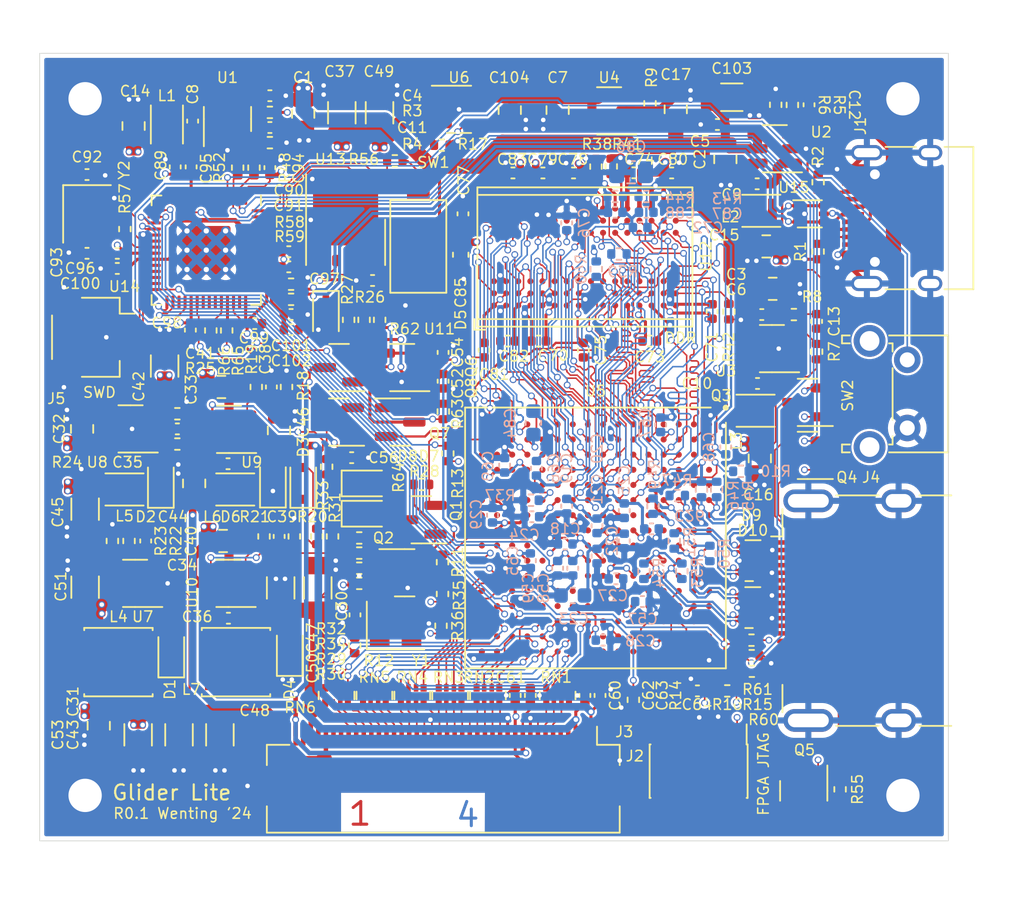
<source format=kicad_pcb>
(kicad_pcb (version 20221018) (generator pcbnew)
  (layers (0 "F.Cu" signal) (1 "In1.Cu" signal) (2 "In2.Cu" signal) (31 "B.Cu" signal) (34 "B.Paste" user) (35 "F.Paste" user) (36 "B.SilkS" user "B.Silkscreen") (37 "F.SilkS" user "F.Silkscreen") (38 "B.Mask" user) (39 "F.Mask" user) (44 "Edge.Cuts" user))
  (net 0 "")
  (net 1 "GND")
  (net 2 "+3V3")
  (net 3 "+1V35")
  (net 4 "+1V0")
  (net 5 "VNEG")
  (net 6 "VCOM")
  (net 7 "VPOS")
  (net 8 "VGH")
  (net 9 "VGL")
  (net 10 "+5V_EPD")
  (net 11 "+DRAM_VREF")
  (net 12 "/fpga/FPGA_TMS")
  (net 13 "/fpga/FPGA_TCK")
  (net 14 "/fpga/FPGA_TDO")
  (net 15 "/fpga/FPGA_TDI")
  (net 16 "EPDC_GDOE")
  (net 17 "EPDC_GDCLK")
  (net 18 "EPDC_GDSP")
  (net 19 "EPDC_SDCE0")
  (net 20 "/fpga/CRESET")
  (net 21 "/fpga_ddr/DRAM_CKP")
  (net 22 "/fpga_ddr/DRAM_CKN")
  (net 23 "EPDC_D8")
  (net 24 "EPDC_D1")
  (net 25 "EPDC_D0")
  (net 26 "EPDC_SDCLK")
  (net 27 "EPDC_D10")
  (net 28 "EPDC_D3")
  (net 29 "EPDC_D2")
  (net 30 "EPDC_D9")
  (net 31 "EPDC_D12")
  (net 32 "EPDC_D5")
  (net 33 "EPDC_D4")
  (net 34 "EPDC_D11")
  (net 35 "EPDC_D14")
  (net 36 "EPDC_D7")
  (net 37 "EPDC_D6")
  (net 38 "EPDC_D13")
  (net 39 "EPDC_SDLE")
  (net 40 "EPDC_SDOE")
  (net 41 "EPDC_D15")
  (net 42 "/fpga_ddr/DRAM_ADDR14")
  (net 43 "/fpga_ddr/DRAM_ADDR10")
  (net 44 "/fpga_ddr/DRAM_ADDR6")
  (net 45 "/fpga_ddr/DRAM_ADDR1")
  (net 46 "/fpga_ddr/DRAM_ADDR0")
  (net 47 "/fpga_ddr/DRAM_CSB")
  (net 48 "/fpga_ddr/DRAM_CASB")
  (net 49 "/fpga_ddr/DRAM_DATA7")
  (net 50 "/fpga_ddr/DRAM_DATA5")
  (net 51 "/fpga_ddr/DRAM_LDQSP")
  (net 52 "/fpga_ddr/DRAM_DATA1")
  (net 53 "/fpga_ddr/DRAM_ADDR13")
  (net 54 "/fpga_ddr/DRAM_ADDR9")
  (net 55 "/fpga_ddr/DRAM_ADDR5")
  (net 56 "/fpga_ddr/DRAM_ADDR2")
  (net 57 "/fpga_ddr/DRAM_BA0")
  (net 58 "/fpga_ddr/DRAM_RASB")
  (net 59 "/fpga_ddr/DRAM_WEB")
  (net 60 "/fpga_ddr/DRAM_DATA6")
  (net 61 "/fpga_ddr/DRAM_DATA4")
  (net 62 "/fpga_ddr/DRAM_LDQSN")
  (net 63 "/fpga_ddr/DRAM_DATA13")
  (net 64 "/fpga_ddr/DRAM_DATA12")
  (net 65 "/fpga_ddr/DRAM_ADDR12")
  (net 66 "/fpga_ddr/DRAM_ADDR11")
  (net 67 "/fpga_ddr/DRAM_ADDR8")
  (net 68 "/fpga_ddr/DRAM_ADDR7")
  (net 69 "/fpga_ddr/DRAM_BA1")
  (net 70 "/fpga_ddr/DRAM_CKE")
  (net 71 "/fpga_ddr/DRAM_ODT")
  (net 72 "/fpga_ddr/DRAM_DATA3")
  (net 73 "/fpga_ddr/DRAM_DATA2")
  (net 74 "/fpga_ddr/DRAM_LDM")
  (net 75 "/fpga_ddr/DRAM_DATA14")
  (net 76 "/fpga_ddr/DRAM_DATA10")
  (net 77 "/fpga_ddr/DRAM_DATA8")
  (net 78 "FPGA_PROG")
  (net 79 "FPGA_SUSP")
  (net 80 "/fpga_ddr/FPGA_INIT")
  (net 81 "/fpga_ddr/DRAM_ADDR4")
  (net 82 "/fpga_ddr/DRAM_ADDR3")
  (net 83 "/fpga_ddr/DRAM_BA2")
  (net 84 "/fpga_ddr/DRAM_RST")
  (net 85 "/fpga_ddr/DRAM_DATA0")
  (net 86 "/fpga_ddr/DRAM_DATA15")
  (net 87 "/fpga_ddr/DRAM_DATA11")
  (net 88 "/fpga_ddr/DRAM_DATA9")
  (net 89 "/fpga_ddr/DRAM_UDQSN")
  (net 90 "/fpga_ddr/DRAM_UDM")
  (net 91 "/fpga_ddr/DRAM_UDQSP")
  (net 92 "EPD_VCOM_PWM")
  (net 93 "VBUS")
  (net 94 "TMDS_D1N")
  (net 95 "/eink/ESDCLK")
  (net 96 "/eink/ED0")
  (net 97 "/eink/ED8")
  (net 98 "/eink/ED1")
  (net 99 "/eink/ED9")
  (net 100 "/eink/ED2")
  (net 101 "/eink/ED10")
  (net 102 "/eink/ED3")
  (net 103 "/eink/ED11")
  (net 104 "/eink/ED4")
  (net 105 "/eink/ED12")
  (net 106 "/eink/ED5")
  (net 107 "/eink/ED13")
  (net 108 "/eink/ED6")
  (net 109 "/eink/ED14")
  (net 110 "/eink/ED7")
  (net 111 "/eink/ED15")
  (net 112 "/eink/ESDLE")
  (net 113 "/eink/ESDOE")
  (net 114 "+5V")
  (net 115 "TMDS_D1P")
  (net 116 "TMDS_D2N")
  (net 117 "TMDS_D2P")
  (net 118 "TMDS_CKN")
  (net 119 "TMDS_CKP")
  (net 120 "TMDS_D0N")
  (net 121 "TMDS_D0P")
  (net 122 "/dp_in/SCL_5V")
  (net 123 "/dp_in/SDA_5V")
  (net 124 "/dp_in/HPD_5V")
  (net 125 "FPGA_DONE")
  (net 126 "DDC_SCL")
  (net 127 "DDC_SDA")
  (net 128 "/eink/GDOE")
  (net 129 "/eink/GDCLK")
  (net 130 "/eink/GDSP")
  (net 131 "/eink/SDCE0")
  (net 132 "/eink/EN_VGL")
  (net 133 "/eink/EN_VNEG")
  (net 134 "/mcu/XIN")
  (net 135 "/mcu/MCU_1V1")
  (net 136 "/mcu/QSPI_SS")
  (net 137 "/mcu/XOUT")
  (net 138 "/mcu/USB_DP")
  (net 139 "KEY")
  (net 140 "FPGA_CS")
  (net 141 "FPGA_MOSI")
  (net 142 "FPGA_SCLK")
  (net 143 "FPGA_MISO")
  (net 144 "/mcu/GPIO3")
  (net 145 "/mcu/GPIO6")
  (net 146 "/mcu/GPIO7")
  (net 147 "/mcu/SWCLK")
  (net 148 "/mcu/SWD")
  (net 149 "/mcu/RUN")
  (net 150 "/mcu/GPIO16")
  (net 151 "/mcu/GPIO20")
  (net 152 "EPD_PWR_EN")
  (net 153 "/mcu/GPIO23")
  (net 154 "/mcu/GPIO24")
  (net 155 "/mcu/GPIO25")
  (net 156 "GCLK")
  (net 157 "/mcu/GPIO29_ADC3")
  (net 158 "/mcu/QSPI_SD3")
  (net 159 "/mcu/QSPI_SCLK")
  (net 160 "/mcu/QSPI_SD0")
  (net 161 "/mcu/QSPI_SD2")
  (net 162 "/mcu/QSPI_SD1")
  (net 163 "Net-(U1-BS)")
  (net 164 "Net-(U1-SW)")
  (net 165 "Net-(U2-SW)")
  (net 166 "Net-(U2-BS)")
  (net 167 "Net-(U3-BS)")
  (net 168 "Net-(U3-SW)")
  (net 169 "Net-(U1-FB)")
  (net 170 "Net-(U2-FB)")
  (net 171 "Net-(U3-FB)")
  (net 172 "Net-(U9-SW)")
  (net 173 "Net-(U9-BS)")
  (net 174 "Net-(U10-BS)")
  (net 175 "Net-(U10-SW)")
  (net 176 "Net-(U9-FB)")
  (net 177 "Net-(U10-FB)")
  (net 178 "Net-(U7-NFB)")
  (net 179 "Net-(U8-NFB)")
  (net 180 "Net-(U11-+)")
  (net 181 "Net-(C93-Pad1)")
  (net 182 "Net-(D1-A)")
  (net 183 "Net-(D2-A)")
  (net 184 "Net-(D7-K)")
  (net 185 "Net-(D7-A)")
  (net 186 "Net-(D8-K)")
  (net 187 "/mcu/USB_DN")
  (net 190 "Net-(J1-CC2)")
  (net 192 "Net-(J4-+5V)")
  (net 193 "Net-(J1-CC1)")
  (net 202 "HDMI_DET")
  (net 205 "Net-(Q1-G)")
  (net 206 "Net-(Q2-B)")
  (net 207 "Net-(U4-SET)")
  (net 208 "Net-(U5A-IO_L1P_HSWAPEN_0)")
  (net 209 "Net-(Y1-OUT)")
  (net 210 "Net-(Y1-EN)")
  (net 211 "Net-(U6-SET)")
  (net 212 "Net-(U5B-IO_L1N_M0_CMPMISO_2)")
  (net 213 "Net-(U5B-IO_L13P_M1_2)")
  (net 214 "Net-(U5B-IO_L1P_3)")
  (net 215 "Net-(U12-ZQ)")
  (net 216 "Net-(R56-Pad2)")
  (net 217 "Net-(U14-USB_DP)")
  (net 218 "Net-(U14-USB_DM)")
  (net 314 "/mcu/GPIO11")
  (net 315 "/mcu/GPIO10")
  (net 316 "/mcu/GPIO9")
  (net 317 "/mcu/GPIO5")
  (net 318 "/mcu/GPIO4")
  (net 319 "Net-(Q6-G)")
  (net 320 "Net-(Q6-S)")
  (net 321 "Net-(Q7-G)")
  (net 322 "Net-(Q8-G)")
  (net 323 "VCOM_MEA")
  (net 324 "Net-(Q8-D)")
  (net 325 "VCOM_EN")
  (net 326 "VCOM_MEA_EN")
  (footprint "Resistor_SMD:R_0402_1005Metric" (layer "F.Cu") (at 146.4 61.09 90)
    (fp_text reference "R1")
    (fp_text value "5.1K/1%")
  )
  (footprint "Resistor_SMD:R_0402_1005Metric" (layer "F.Cu") (at 110.2 51.9)
    (fp_text reference "R3")
    (fp_text value "91K/1%")
  )
  (footprint "Resistor_SMD:R_0402_1005Metric" (layer "F.Cu") (at 142 86.75 180)
    (fp_text reference "R15")
    (fp_text value "1K/1%")
  )
  (footprint "Capacitor_SMD:C_0402_1005Metric" (layer "F.Cu") (at 100.125 61.205 180)
    (fp_text reference "C96")
    (fp_text value "100nF")
  )
  (footprint "Capacitor_SMD:C_0402_1005Metric" (layer "F.Cu") (at 103.95 55.5 90)
    (fp_text reference "C89")
    (fp_text value "1uF")
  )
  (footprint "Inductor_SMD:L_Murata_DFE201610P" (layer "F.Cu") (at 107.9125 76.8)
    (fp_text reference "L6")
    (fp_text value "FTC201610S4R7MBCA")
  )
  (footprint "Resistor_SMD:R_Array_Convex_4x0402" (layer "F.Cu") (at 124.6 90.4 90)
    (fp_text reference "RN2")
    (fp_text value "33R")
  )
  (footprint "Capacitor_SMD:C_0402_1005Metric" (layer "F.Cu") (at 121.6375 67.75 -90)
    (fp_text reference "C54")
    (fp_text value "100nF")
  )
  (footprint "footprints:RP2040-QFN-56" (layer "F.Cu") (at 106 61 -90)
    (fp_text reference "U14")
    (fp_text value "RP2040")
  )
  (footprint "Resistor_SMD:R_0402_1005Metric" (layer "F.Cu") (at 100.9 80.2 90)
    (fp_text reference "R22")
    (fp_text value "240K/1%")
  )
  (footprint "Capacitor_SMD:C_0805_2012Metric" (layer "F.Cu") (at 143.4 63.55 180)
    (fp_text reference "C3")
    (fp_text value "10uF/10V")
  )
  (footprint "Inductor_SMD:L_Murata_DFE201610P" (layer "F.Cu") (at 142.65 58.4)
    (fp_text reference "L2")
    (fp_text value "FTC201610S4R7MBCA")
  )
  (footprint "Package_TO_SOT_SMD:TSOT-23-6" (layer "F.Cu") (at 143.5375 54.3 180)
    (fp_text reference "U2")
    (fp_text value "SY8120")
  )
  (footprint "Resistor_SMD:R_0402_1005Metric" (layer "F.Cu") (at 120.2125 76.465)
    (fp_text reference "R28")
    (fp_text value "120K/1%")
  )
  (footprint "Resistor_SMD:R_0402_1005Metric" (layer "F.Cu") (at 109.3 70.032615 -90)
    (fp_text reference "R19")
    (fp_text value "10K/1%")
  )
  (footprint "Resistor_SMD:R_0402_1005Metric" (layer "F.Cu") (at 114.34 79.9 -90)
    (fp_text reference "R31")
    (fp_text value "120K/1%")
  )
  (footprint "Capacitor_SMD:C_1206_3216Metric" (layer "F.Cu") (at 114.95 51.925 -90)
    (fp_text reference "C37")
    (fp_text value "47uF/10V")
  )
  (footprint "MountingHole:MountingHole_2.2mm_M2_DIN965" (layer "F.Cu") (at 152 51)
    (fp_text reference "H4" hide)
    (fp_text value "MountingHole")
  )
  (footprint "Capacitor_SMD:C_1206_3216Metric" (layer "F.Cu") (at 113.3625 83.3 90)
    (fp_text reference "C50")
    (fp_text value "10uF/50V")
  )
  (footprint "Capacitor_SMD:C_0402_1005Metric" (layer "F.Cu") (at 111.6 66.25)
    (fp_text reference "C102")
    (fp_text value "1uF")
  )
  (footprint "Capacitor_SMD:C_0402_1005Metric" (layer "F.Cu") (at 121.6375 69.65 90)
    (fp_text reference "C52")
    (fp_text value "220nF")
  )
  (footprint "Capacitor_SMD:C_0402_1005Metric" (layer "F.Cu") (at 98.125 61.205 180)
    (fp_text reference "C93")
    (fp_text value "18pF")
  )
  (footprint "Capacitor_SMD:C_0402_1005Metric" (layer "F.Cu") (at 109.200378 65.845134)
    (fp_text reference "C99")
    (fp_text value "100nF")
  )
  (footprint "Capacitor_SMD:C_0805_2012Metric" (layer "F.Cu") (at 137 51.7 -90)
    (fp_text reference "C17")
    (fp_text value "10uF/10V")
  )
  (footprint "Capacitor_SMD:C_0402_1005Metric" (layer "F.Cu") (at 142.68 65.25 180)
    (fp_text reference "C6")
    (fp_text value "100nF")
  )
  (footprint "Capacitor_SMD:C_0402_1005Metric" (layer "F.Cu") (at 139.75 52.7)
    (fp_text reference "C5")
    (fp_text value "100nF")
  )
  (footprint "Resistor_SMD:R_0402_1005Metric" (layer "F.Cu") (at 110.2 53.9 180)
    (fp_text reference "R4")
    (fp_text value "20K/1%")
  )
  (footprint "Capacitor_SMD:C_0402_1005Metric" (layer "F.Cu") (at 125.900002 67.000001 180)
    (fp_text reference "C82")
    (fp_text value "220nF")
  )
  (footprint "Button_Switch_THT:SW_Tactile_SPST_Angled_PTS645Vx58-2LFS" (layer "F.Cu") (at 152.2875 68.24 -90)
    (fp_text reference "SW2")
    (fp_text value "SW_Push")
  )
  (footprint "Package_SON:WSON-8-1EP_6x5mm_P1.27mm_EP3.4x4.3mm" (layer "F.Cu") (at 115.2 58.982019 -90)
    (fp_text reference "U13")
    (fp_text value "W25Q32JV")
  )
  (footprint "Diode_SMD:D_SOD-323" (layer "F.Cu") (at 103 76.4 90)
    (fp_text reference "D2")
    (fp_text value "1N5819WS")
  )
  (footprint "Capacitor_SMD:C_0402_1005Metric" (layer "F.Cu") (at 128.230001 55.900002)
    (fp_text reference "C79")
    (fp_text value "220nF")
  )
  (footprint "Package_TO_SOT_SMD:SOT-23" (layer "F.Cu") (at 114.7675 68.75 180)
    (fp_text reference "Q6")
    (fp_text value "AO3400A")
  )
  (footprint "Capacitor_SMD:C_0402_1005Metric" (layer "F.Cu") (at 142.4 69.8)
    (fp_text reference "C10")
    (fp_text value "100nF")
  )
  (footprint "Resistor_SMD:R_0402_1005Metric" (layer "F.Cu") (at 115.8 87.105 90)
    (fp_text reference "R12")
    (fp_text value "4.7K")
  )
  (footprint "Capacitor_SMD:C_0402_1005Metric" (layer "F.Cu") (at 124.350002 67.600001 -90)
    (fp_text reference "C81")
    (fp_text value "220nF")
  )
  (footprint "Diode_SMD:D_SOD-323" (layer "F.Cu") (at 112.4 76.4 90)
    (fp_text reference "D6")
    (fp_text value "1N5819WS")
  )
  (footprint "Capacitor_SMD:C_0402_1005Metric" (layer "F.Cu") (at 105.1 52.475 -90)
    (fp_text reference "C8")
    (fp_text value "100nF")
  )
  (footprint "Resistor_SMD:R_0402_1005Metric" (layer "F.Cu") (at 111.8125 79.9 90)
    (fp_text reference "R20")
    (fp_text value "91K/1%")
  )
  (footprint "Inductor_SMD:L_Murata_DFE201610P" (layer "F.Cu") (at 142.27 71.6)
    (fp_text reference "L3")
    (fp_text value "FTC201610S4R7MBCA")
  )
  (footprint "Capacitor_SMD:C_0402_1005Metric" (layer "F.Cu") (at 115.82 85.08 90)
    (fp_text reference "C30")
    (fp_text value "220nF")
  )
  (footprint "Capacitor_SMD:C_0402_1005Metric" (layer "F.Cu") (at 127.950002 67.000001 180)
    (fp_text reference "C70")
    (fp_text value "220nF")
  )
  (footprint "Capacitor_SMD:C_0402_1005Metric" (layer "F.Cu") (at 110.8125 79.9 90)
    (fp_text reference "C39")
    (fp_text value "22pF")
  )
  (footprint "Capacitor_SMD:C_0402_1005Metric" (layer "F.Cu") (at 130.900002 67.600001 -90)
    (fp_text reference "C75")
    (fp_text value "220nF")
  )
  (footprint "Package_TO_SOT_SMD:SOT-23" (layer "F.Cu") (at 145.7 74.55 180)
    (fp_text reference "Q4")
    (fp_text value "AO3400A")
  )
  (footprint "Package_TO_SOT_SMD:TSOT-23-6" (layer "F.Cu") (at 107.4 52.3375 90)
    (fp_text reference "U1")
    (fp_text value "SY8120")
  )
  (footprint "Resistor_SMD:R_0402_1005Metric" (layer "F.Cu") (at 99.8 80.2 -90)
    (fp_text reference "R23")
    (fp_text value "10K/1%")
  )
  (footprint "Resistor_SMD:R_0402_1005Metric" (layer "F.Cu") (at 113.3 79.9 90)
    (fp_text reference "R33")
    (fp_text value "120K/1%")
  )
  (footprint "Resistor_SMD:R_0402_1005Metric" (layer "F.Cu") (at 121.6 83.7 90)
    (fp_text reference "R35")
    (fp_text value "0R")
  )
  (footprint "Resistor_SMD:R_0402_1005Metric" (layer "F.Cu") (at 111.3 70.032615 90)
    (fp_text reference "R18")
    (fp_text value "240K/1%")
  )
  (footprint "Capacitor_SMD:C_0402_1005Metric" (layer "F.Cu") (at 116.98 63 180)
    (fp_text reference "C97")
    (fp_text value "100nF")
  )
  (footprint "Capacitor_SMD:C_0402_1005Metric" (layer "F.Cu") (at 110.2 55.55 90)
    (fp_text reference "C94")
    (fp_text value "100nF")
  )
  (footprint "Capacitor_SMD:C_0402_1005Metric" (layer "F.Cu") (at 98.125 56.005)
    (fp_text reference "C92")
    (fp_text value "18pF")
  )
  (footprint "Capacitor_SMD:C_0402_1005Metric" (layer "F.Cu") (at 122.950002 58.600001 90)
    (fp_text reference "C77")
    (fp_text value "220nF")
  )
  (footprint "Capacitor_SMD:C_0805_2012Metric" (layer "F.Cu") (at 142.55 74.75 90)
    (fp_text reference "C16")
    (fp_text value "10uF/10V")
  )
  (footprint "Package_TO_SOT_SMD:SOT-23-6" (layer "F.Cu") (at 101 72.8 180)
    (fp_text reference "U8")
    (fp_text value "MT3608(SOT23-6)")
  )
  (footprint "Package_TO_SOT_SMD:TSOT-23-6" (layer "F.Cu") (at 107.5 72.832615 180)
    (fp_text reference "U9")
    (fp_text value "LGS5148")
  )
  (footprint "Capacitor_SMD:C_0402_1005Metric" (layer "F.Cu") (at 145.8 51.4 90)
    (fp_text reference "C12")
    (fp_text value "47pF")
  )
  (footprint "Resistor_SMD:R_0402_1005Metric" (layer "F.Cu") (at 142.015 87.775)
    (fp_text reference "R61")
    (fp_text value "240K/1%")
  )
  (footprint "Resistor_SMD:R_Array_Convex_4x0402" (layer "F.Cu") (at 119.6 90.4 90)
    (fp_text reference "RN4")
    (fp_text value "33R")
  )
  (footprint "Package_TO_SOT_SMD:SOT-23-5" (layer "F.Cu") (at 118.9375 68.75 180)
    (fp_text reference "U11")
    (fp_text value "LM321")
  )
  (footprint "Oscillator:Oscillator_SMD_Abracon_ASE-4Pin_3.2x2.5mm" (layer "F.Cu") (at 118.5 85.78)
    (fp_text reference "Y1")
    (fp_text value "33MHz")
  )
  (footprint "Resistor_SMD:R_0402_1005Metric" (layer "F.Cu") (at 121.95 74.425 90)
    (fp_text reference "R13")
    (fp_text value "4.7K")
  )
  (footprint "Capacitor_SMD:C_0402_1005Metric" (layer "F.Cu") (at 107.4375 75.1)
    (fp_text reference "C35")
    (fp_text value "100nF")
  )
  (footprint "Package_TO_SOT_SMD:SOT-23-6" (layer "F.Cu") (at 101.3 83 180)
    (fp_text reference "U7")
    (fp_text value "MT3608(SOT23-6)")
  )
  (footprint "Package_TO_SOT_SMD:SOT-23-5" (layer "F.Cu") (at 122.69 51.7)
    (fp_text reference "U6")
    (fp_text value "MT9700")
  )
  (footprint "Resistor_SMD:R_0402_1005Metric" (layer "F.Cu") (at 146.4 56.51 -90)
    (fp_text reference "R2")
    (fp_text value "5.1K/1%")
  )
  (footprint "Resistor_SMD:R_0402_1005Metric" (layer "F.Cu") (at 140.4 90.1 180)
    (fp_text reference "R16")
    (fp_text value "4.7K")
  )
  (footprint "Capacitor_SMD:C_1206_3216Metric" (layer "F.Cu") (at 140.7 50.9 180)
    (fp_text reference "C103")
    (fp_text value "47uF/10V")
  )
  (footprint "Capacitor_SMD:C_0402_1005Metric" (layer "F.Cu") (at 146.3 65.7 -90)
    (fp_text reference "C13")
    (fp_text value "47pF")
  )
  (footprint "Capacitor_SMD:C_0805_2012Metric" (layer "F.Cu") (at 112.4 52 90)
    (fp_text reference "C1")
    (fp_text value "10uF/10V")
  )
  (footprint "Connector_PinHeader_1.27mm:PinHeader_2x05_P1.27mm_Vertical_SMD" (layer "F.Cu") (at 138.51 95.4 -90)
    (fp_text reference "J2")
    (fp_text value "Conn_02x05_Odd_Even")
  )
  (footprint "Diode_SMD:D_SOD-323" (layer "F.Cu") (at 103.6875 87.6 90)
    (fp_text reference "D1")
    (fp_text value "1N5819WS")
  )
  (footprint "Capacitor_SMD:C_0402_1005Metric" (layer "F.Cu") (at 135.280002 67.000001)
    (fp_text reference "C73")
    (fp_text value "220nF")
  )
  (footprint "Capacitor_SMD:C_0805_2012Metric" (layer "F.Cu") (at 140.275 55 90)
    (fp_text reference "C2")
    (fp_text value "10uF/10V")
  )
  (footprint "MountingHole:MountingHole_2.2mm_M2_DIN965" (layer "F.Cu") (at 98 51)
    (fp_text reference "H1" hide)
    (fp_text value "MountingHole")
  )
  (footprint "Resistor_SMD:R_0402_1005Metric" (layer "F.Cu") (at 132.74 55.47 90)
    (fp_text reference "R41")
    (fp_text value "240R/1%")
  )
  (footprint "Capacitor_SMD:C_0402_1005Metric" (layer "F.Cu") (at 110.2 50.8 180)
    (fp_text reference "C4")
    (fp_text value "100nF")
  )
  (footprint "Capacitor_SMD:C_0805_2012Metric" (layer "F.Cu") (at 107 70.032615 180)
    (fp_text reference "C33")
    (fp_text value "4.7uF/50V")
  )
  (footprint "Resistor_SMD:R_0402_1005Metric" (layer "F.Cu") (at 100.625 59.605 90)
    (fp_text reference "R57")
    (fp_text value "1K")
  )
  (footprint "Capacitor_SMD:C_0402_1005Metric" (layer "F.Cu") (at 104.95 66.275 -90)
    (fp_text reference "C98")
    (fp_text value "100nF")
  )
  (footprint "Capacitor_SMD:C_1206_3216Metric" (layer "F.Cu") (at 101.5 93 90)
    (fp_text reference "C53")
    (fp_text value "47uF/10V")
  )
  (footprint "Resistor_SMD:R_0402_1005Metric" (layer "F.Cu") (at 121.55 54.065 180)
    (fp_text reference "R17")
    (fp_text value "10K/1%")
  )
  (footprint "Resistor_SMD:R_0402_1005Metric" (layer "F.Cu") (at 109.8125 79.9 -90)
    (fp_text reference "R21")
    (fp_text value "5.1K/1%")
  )
  (footprint "Connector_USB:USB_C_Receptacle_HRO_TYPE-C-31-M-12" (layer "F.Cu") (at 152.75 58.88 90)
    (fp_text reference "J1")
    (fp_text value "USB_C_Receptacle_USB2.0")
  )
  (footprint "Capacitor_SMD:C_0603_1608Metric" (layer "F.Cu") (at 122.8 61.3 -90)
    (fp_text reference "C85")
    (fp_text value "22uF")
  )
  (footprint "footprints:Xilinx_FTG256" (layer "F.Cu") (at 131.7 80 -90)
    (fp_text reference "U5")
    (fp_text value "XC6SLX16-FTG256")
  )
  (footprint "Diode_SMD:D_SOD-323" (layer "F.Cu") (at 116.55 76.4)
    (fp_text reference "D7")
    (fp_text value "4148WS")
  )
  (footprint "Resistor_SMD:R_0402_1005Metric" (layer "F.Cu") (at 108.07325 55.55 -90)
    (fp_text reference "R52")
    (fp_text value "4.7K")
  )
  (footprint "Capacitor_SMD:C_0805_2012Metric" (layer "F.Cu") (at 110.8 72.9 90)
    (fp_text reference "C46")
    (fp_text value "4.7uF/50V")
  )
  (footprint "Resistor_SMD:R_0402_1005Metric" (layer "F.Cu") (at 116.42 65.6 -90)
    (fp_text reference "R26")
    (fp_text value "91K/1%")
  )
  (footprint "Resistor_SMD:R_0402_1005Metric" (layer "F.Cu") (at 135.3 51.3 90)
    (fp_text reference "R9")
    (fp_text value "10K/1%")
  )
  (footprint "Capacitor_SMD:C_0402_1005Metric" (layer "F.Cu") (at 105 55.5 90)
    (fp_text reference "C95")
    (fp_text value "100nF")
  )
  (footprint "Resistor_SMD:R_0402_1005Metric" (layer "F.Cu") (at 116.1 82)
    (fp_text reference "R29")
    (fp_text value "5.1K/1%")
  )
  (footprint "Capacitor_SMD:C_0402_1005Metric" (layer "F.Cu") (at 102 80.2 90)
    (fp_text reference "C40")
    (fp_text value "22pF")
  )
  (footprint "Resistor_SMD:R_0402_1005Metric" (layer "F.Cu") (at 111.600378 63.245134 180)
    (fp_text reference "R58")
    (fp_text value "27R")
  )
  (footprint "Capacitor_SMD:C_0402_1005Metric" (layer "F.Cu") (at 111.600378 65.245134)
    (fp_text reference "C101")
    (fp_text value "100nF")
  )
  (footprint "Resistor_SMD:R_0402_1005Metric" (layer "F.Cu") (at 117.45 65.6 90)
    (fp_text reference "R62")
    (fp_text value "120K/1%")
  )
  (footprint "Resistor_SMD:R_0402_1005Metric" (layer "F.Cu") (at 106.3 66.3 90)
    (fp_text reference "R66")
    (fp_text value "51R")
  )
  (footprint "Capacitor_SMD:C_0402_1005Metric" (layer "F.Cu") (at 139.400003 65.050001 90)
    (fp_text reference "C71")
    (fp_text value "220nF")
  )
  (footprint "MountingHole:MountingHole_2.2mm_M2_DIN965" (layer "F.Cu") (at 98 97)
    (fp_text reference "H2" hide)
    (fp_text value "MountingHole")
  )
  (footprint "Capacitor_SMD:C_0805_2012Metric" (layer "F.Cu") (at 101.2 52.8 -90)
    (fp_text reference "C14")
    (fp_text value "10uF/10V")
  )
  (footprint "Resistor_SMD:R_0402_1005Metric" (layer "F.Cu") (at 109.15 55.55 -90)
    (fp_text reference "R48")
    (fp_text value "4.7K")
  )
  (footprint "Package_TO_SOT_SMD:TSOT-23-6" (layer "F.Cu") (at 143.35 67.5 180)
    (fp_text reference "U3")
    (fp_text value "SY8120")
  )
  (footprint "Resistor_SMD:R_0402_1005Metric" (layer "F.Cu") (at 144.8 65.25)
    (fp_text reference "R8")
    (fp_text value "27K/1%")
  )
  (footprint "MountingHole:MountingHole_2.2mm_M2_DIN965" (layer "F.Cu") (at 152 97)
    (fp_text reference "H3" hide)
    (fp_text value "MountingHole")
  )
  (footprint "Resistor_SMD:R_0402_1005Metric" (layer "F.Cu") (at 134.2 90.69 -90)
    (fp_text reference "R14")
    (fp_text value "4.7K")
  )
  (footprint "Package_TO_SOT_SMD:SOT-23" (layer "F.Cu") (at 119.1 82.3)
    (fp_text reference "Q2")
    (fp_text value "S8050")
  )
  (footprint "Package_TO_SOT_SMD:SOT-23" (layer "F.Cu") (at 120.2 78.8 180)
    (fp_text reference "Q1")
    (fp_text value "AO3401A")
  )
  (footprint "Capacitor_SMD:C_0805_2012Metric" (layer "F.Cu") (at 105.2 76.4 -90)
    (fp_text reference "C44")
    (fp_text value "4.7uF/50V")
  )
  (footprint "Package_TO_SOT_SMD:SOT-23" (layer "F.Cu") (at 145.7 71.05 180)
    (fp_text reference "Q3")
    (fp_text value "AO3400A")
  )
  (footprint "Package_TO_SOT_SMD:SOT-23-5" (layer "F.Cu") (at 132.6 51.8 180)
    (fp_text reference "U4")
    (fp_text value "MT9700")
  )
  (footprint "Capacitor_SMD:C_1206_3216Metric" (layer "F.Cu") (at 110.9125 83.3 90)
    (fp_text reference "C47")
    (fp_text value "10uF/50V")
  )
  (footprint "Package_DFN_QFN:Diodes_UDFN-10_1.0x2.5mm_P0.5mm" (layer "F.Cu") (at 142.1 81.5 180)
    (fp_text reference "D9")
    (fp_text value "RCLAMP0524P")
  )
  (footprint "Capacitor_SMD:C_0402_1005Metric" (layer "F.Cu") (at 115.6 74.7 180)
    (fp_text reference "C56")
    (fp_text value "1uF")
  )
  (footprint "Capacitor_SMD:C_0805_2012Metric" (layer "F.Cu") (at 97.8 72.8 -90)
    (fp_text reference "C32")
    (fp_text value "10uF/10V")
  )
  (footprint "Resistor_SMD:R_0402_1005Metric" (layer "F.Cu") (at 116.1 81)
    (fp_text reference "R34")
    (fp_text value "120K/1%")
  )
  (footprint "Package_TO_SOT_SMD:TSOT-23-6" (layer "F.Cu") (at 107.4625 83 180)
    (fp_text reference "U10")
    (fp_text value "LGS5148")
  )
  (footprint "Resistor_SMD:R_0402_1005Metric" (layer "F.Cu") (at 144.7 51.41 90)
    (fp_text reference "R5")
    (fp_text value "20K/1%")
  )
  (footprint "Button_Switch_SMD:SW_SPST_CK_RS282G05A3" (layer "F.Cu") (at 120 60.75 -90)
    (fp_text reference "SW1")
    (fp_text value "EVQPUJ02K")
  )
  (footprint "Resistor_SMD:R_Array_Convex_4x0402" (layer "F.Cu") (at 122.1 90.4 90)
    (fp_text reference "RN3")
    (fp_text value "33R")
  )
  (footprint "Capacitor_SMD:C_1206_3216Metric" (layer "F.Cu") (at 117.44 51.925 -90)
    (fp_text reference "C49")
    (fp_text value "47uF/10V")
  )
  (footprint "Inductor_SMD:L_Murata_DFE201610P" (layer "F.Cu") (at 103.4 52.7 -90)
    (fp_text reference "L1")
    (fp_text value "FTC201610S4R7MBCA")
  )
  (footprint "Package_TO_SOT_SMD:SOT-666" (layer "F.Cu") (at 145.85 58.6)
    (fp_text reference "U15")
    (fp_text value "USBLC6-2P6")
  )
  (footprint "Resistor_SMD:R_0402_1005Metric" (layer "F.Cu") (at 143.6 51.4 -90)
    (fp_text reference "R6")
    (fp_text value "16K/1%")
  )
  (footprint "Package_TO_SOT_SMD:SOT-23" (layer "F.Cu") (at 145.45 96.7 -90)
    (fp_text reference "Q5")
    (fp_text value "AO3400A")
  )
  (footprint "Resistor_SMD:R_Array_Convex_4x0402" (layer "F.Cu") (at 114.6 90.4 90)
    (fp_text reference "RN6")
    (fp_text value "33R")
  )
  (footprint "Capacitor_SMD:C_0402_1005Metric" (layer "F.Cu") (at 142.375 56.616717)
    (fp_text reference "C9")
    (fp_text value "100nF")
  )
  (footprint "Resistor_SMD:R_0402_1005Metric" (layer "F.Cu") (at 147.85 96.6 -90)
    (fp_text reference "R55")
    (fp_text value "1K/1%")
  )
  (footprint "Resistor_SMD:R_0402_1005Metric" (layer "F.Cu") (at 121.6 81.6 -90)
    (fp_text reference "R11")
    (fp_text value "27R")
  )
  (footprint "Capacitor_SMD:C_0402_1005Metric" (layer "F.Cu") (at 130.250002 55.9 180)
    (fp_text reference "C78")
    (fp_text value "220nF")
  )
  (footprint "Capacitor_SMD:C_1206_3216Metric" (layer "F.Cu") (at 106.9 93 90)
    (fp_text reference "C48")
    (fp_text value "10uF/50V")
  )
  (footprint "Capacitor_SMD:C_1206_3216Metric" (layer "F.Cu") (at 98 83.25 -90)
    (fp_text reference "C51")
    (fp_text value "47uF/10V")
  )
  (footprint "Capacitor_SMD:C_1206_3216Metric" (layer "F.Cu") (at 104.2 93 90)
    (fp_text reference "C43")
    (fp_text value "10uF/50V")
  )
  (footprint "Resistor_SMD:R_0402_1005Metric" (layer "F.Cu") (at 113.95 75.3 -90)
    (fp_text reference "R64")
    (fp_text value "20K/1%")
  )
  (footprint "Capacitor_SMD:C_0402_1005Metric" (layer "F.Cu") (at 136.730002 55.9)
    (fp_text reference "C80")
    (fp_text value "220nF")
  )
  (footprint "Capacitor_SMD:C_0402_1005Metric" (layer "F.Cu") (at 138.43 90.1 180)
    (fp_text reference "C64")
    (fp_text value "220nF")
  )
  (footprint "Capacitor_SMD:C_0402_1005Metric" (layer "F.Cu") (at 110.2 52.9)
    (fp_text reference "C11")
    (fp_text value "47pF")
  )
  (footprint "Resistor_SMD:R_0402_1005Metric" (layer "F.Cu") (at 116.1 80 180)
    (fp_text reference "R32")
    (fp_text value "120K/1%")
  )
  (footprint "Resistor_SMD:R_0402_1005Metric" (layer "F.Cu") (at 142.025 88.8 180)
    (fp_text reference "R60")
    (fp_text value "120K/1%")
  )
  (footprint "Package_DFN_QFN:Diodes_UDFN-10_1.0x2.5mm_P0.5mm" (layer "F.Cu") (at 142.0875 84.6 180)
    (fp_text reference "D10")
    (fp_text value "RCLAMP0524P")
  )
  (footprint "Capacitor_SMD:C_0402_1005Metric" (layer "F.Cu") (at 100.125 62.205 180)
    (fp_text reference "C100")
    (fp_text value "100nF")
  )
  (footprint "Resistor_SMD:R_0402_1005Metric" (layer "F.Cu") (at 146.3 67.7 -90)
    (fp_text reference "R7")
    (fp_text value "16K/1%")
  )
  (footprint "Capacitor_SMD:C_1206_3216Metric" (layer "F.Cu") (at 98 78.1 90)
    (fp_text reference "C45")
    (fp_text value "47uF/10V")
  )
  (footprint "footprints:BGA-96_9.0x14.0mm_P0.8mm" (layer "F.Cu") (at 131.000002 61.450001 90)
    (fp_text reference "U12")
    (fp_text value "MT41K64M16TW")
  )
  (footprint "Package_TO_SOT_SMD:SOT-23" (layer "F.Cu") (at 114.75 72.35 180)
    (fp_text reference "Q8")
    (fp_text value "AO3401A")
  )
  (footprint "Resistor_SMD:R_Array_Convex_4x0402" (layer "F.Cu") (at 117.1 90.4 90)
    (fp_text reference "RN5")
    (fp_text value "33R")
  )
  (footprint "Diode_SMD:D_SOD-323" (layer "F.Cu") (at 110.4 76.382615 90)
    (fp_text reference "D3")
    (fp_text value "1N5819WS")
  )
  (footprint "Capacitor_SMD:C_0805_2012Metric" (layer "F.Cu") (at 107.1125 80.2 180)
    (fp_text reference "C34")
    (fp_text value "4.7uF/50V")
  )
  (footprint "Resistor_SMD:R_0402_1005Metric" (layer "F.Cu") (at 118.45 55.1)
    (fp_text reference "R56")
    (fp_text value "1K")
  )
  (footprint "Inductor_SMD:L_Changjiang_FNR4020S" (layer "F.Cu") (at 100.2 88.2)
    (fp_text reference "L4")
    (fp_text value "WPN4020H4R7MT")
  )
  (footprint "Capacitor_SMD:C_0402_1005Metric" (layer "F.Cu") (at 131 90.4 90)
    (fp_text reference "C62")
    (fp_text value "220nF")
  )
  (footprint "Resistor_SMD:R_0402_1005Metric" (layer "F.Cu") (at 121.65 71.65 90)
    (fp_text reference "R63")
    (fp_text value "51R")
  )
  (footprint "Capacitor_SMD:C_0402_1005Metric" (layer "F.Cu") (at 111.45 62.1)
    (fp_text reference "C91")
    (fp_text value "100nF")
  )
  (footprint "Package_TO_SOT_SMD:SOT-23" (layer "F.Cu") (at 118.8 72.35)
    (fp_text reference "Q7")
    (fp_text value "AO3401A")
  )
  (footprint "Resistor_SMD:R_0402_1005Metric" (layer "F.Cu") (at 140.51 65.06 -90)
    (fp_text reference "R42")
    (fp_text value "4.7K")
  )
  (footprint "Capacitor_SMD:C_0402_1005Metric" (layer "F.Cu") (at 126.4 90.4 90)
    (fp_text reference "C61")
    (fp_text value "220nF")
  )
  (footprint "footprints:Hirose_FH12-40S-0.5SH_1x40-1MP_P0.50mm_Horizontal_Reversed" (layer "F.Cu") (at 121.65 94.96)
    (fp_text reference "J3")
    (fp_text value "FH12-40S-0.5SH")
  )
  (footprint "Capacitor_SMD:C_0805_2012Metric" (layer "F.Cu") (at 98.9 92.4 90)
    (fp_text reference "C31")
    (fp_text value "10uF/10V")
  )
  (footprint "Resistor_SMD:R_0402_1005Metric" (layer "F.Cu") (at 131.73 55.48 90)
    (fp_text reference "R38")
    (fp_text value "4.7K")
  )
  (footprint "Connector_JST:JST_SH_SM03B-SRSS-TB_1x03-1MP_P1.00mm_Horizontal" (layer "F.Cu") (at 98.5 66.75 -90)
    (fp_text reference "J5")
    (fp_text value "SM03B-SRSS-TB")
  )
  (footprint "Capacitor_SMD:C_0402_1005Metric" (layer "F.Cu") (at 134.24 55.89 180)
    (fp_text reference "C74")
    (fp_text value "220nF")
  )
  (footprint "Diode_SMD:D_SOD-323" (layer "F.Cu") (at 111.5125 87.5 90)
    (fp_text reference "D4")
    (fp_text value "1N5819WS")
  )
  (footprint "Capacitor_SMD:C_0402_1005Metric" (layer "F.Cu") (at 132 90.4 90)
    (fp_text reference "C63")
    (fp_text value "220nF")
  )
  (footprint "Diode_SMD:D_SOD-323" (layer "F.Cu") (at 116.55 78.4)
    (fp_text reference "D8")
    (fp_text value "4148WS")
  )
  (footprint "Capacitor_SMD:C_0402_1005Metric" (layer "F.Cu") (at 126.250002 55.9 180)
    (fp_text reference "C83")
    (fp_text value "220nF")
  )
  (footprint "Resistor_SMD:R_0402_1005Metric" (layer "F.Cu") (at 104.09 73.8)
    (fp_text reference "R24")
    (fp_text value "360K/1%")
  )
  (footprint "Diode_SMD:D_SOD-323" (layer "F.Cu") (at 113.9 65.3 -90)
    (fp_text reference "D5")
    (fp_text value "4148WS")
  )
  (footprint "Resistor_SMD:R_Array_Convex_4x0402" (layer "F.Cu") (at 129.2 90.4 90)
    (fp_text reference "RN1")
    (fp_text value "33R")
  )
  (footprint "Connector_HDMI:HDMI_A_Molex_208658-1001_Horizontal" (layer "F.Cu") (at 148.28 84.8)
    (fp_text reference "J4")
    (fp_text value "HDMI_A")
  )
  (footprint "Capacitor_SMD:C_0805_2012Metric" (layer "F.Cu") (at 129.2 51.75 -90)
    (fp_text reference "C7")
    (fp_text value "10uF/10V")
  )
  (footprint "Capacitor_SMD:C_0402_1005Metric" (layer "F.Cu") (at 110.3 70.032615 90)
    (fp_text reference "C38")
    (fp_text value "22pF")
  )
  (footprint "Capacitor_SMD:C_0402_1005Metric" (layer "F.Cu") (at 104.09 72.8)
    (fp_text reference "C41")
    (fp_text value "22pF")
  )
  (footprint "Resistor_SMD:R_0402_1005Metric" (layer "F.Cu") (at 104.09 71.8 180)
    (fp_text reference "R25")
    (fp_text value "10K/1%")
  )
  (footprint "Resistor_SMD:R_0402_1005Metric" (layer "F.Cu") (at 111.600378 64.245134 180)
    (fp_text reference "R59")
    (fp_text value "27R")
  )
  (footprint "Capacitor_SMD:C_0402_1005Metric" (layer "F.Cu") (at 107.4625 85.3)
    (fp_text reference "C36")
    (fp_text value "100nF")
  )
  (footprint "Capacitor_SMD:C_0402_1005Metric" (layer "F.Cu") (at 127.4 90.4 90)
    (fp_text reference "C60")
    (fp_text value "220nF")
  )
  (footprint "Oscillator:Oscillator_SMD_Abracon_ASE-4Pin_3.2x2.5mm" (layer "F.Cu") (at 98.125 58.605 -90)
    (fp_text reference "Y2")
    (fp_text value "12MHz")
  )
  (footprint "Capacitor_SMD:C_0805_2012Metric" (layer "F.Cu") (at 126.04 51.75 90)
    (fp_text reference "C104")
    (fp_text value "10uF/10V")
  )
  (footprint "Inductor_SMD:L_Changjiang_FNR4020S" (layer "F.Cu") (at 107.9625 88.2)
    (fp_text reference "L7")
    (fp_text value "WPN4020H4R7MT")
  )
  (footprint "Resistor_SMD:R_0402_1005Metric" (layer "F.Cu") (at 115.4 65.6 90)
    (fp_text reference "R27")
    (fp_text value "27K/1%")
  )
  (footprint "Resistor_SMD:R_0402_1005Metric" (layer "F.Cu") (at 121.5 85.8 90)
    (fp_text reference "R36")
    (fp_text value "0R")
  )
  (footprint "Capacitor_SMD:C_0402_1005Metric" (layer "F.Cu") (at 111.45 61.1)
    (fp_text reference "C90")
    (fp_text value "100nF")
  )
  (footprint "Resistor_SMD:R_0402_1005Metric" (layer "F.Cu") (at 107.35 66.3 90)
    (fp_text reference "R65")
    (fp_text value "10K/1%")
  )
  (footprint "Inductor_SMD:L_Murata_DFE201610P" (layer "F.Cu") (at 100.6 76.8)
    (fp_text reference "L5")
    (fp_text value "FTC201610S4R7MBCA")
  )
  (footprint "Resistor_SMD:R_0402_1005Metric" (layer "F.Cu") (at 116.1 83)
    (fp_text reference "R30")
    (fp_text value "27K/1%")
  )
  (footprint "Capacitor_SMD:C_1206_3216Metric" (layer "F.Cu") (at 103.25 68.65 -90)
    (fp_text reference "C42")
    (fp_text value "47uF/10V")
  )
  (footprint "Capacitor_SMD:C_0805_2012Metric" (layer "F.Cu") (at 142.975 60.75)
    (fp_text reference "C15")
    (fp_text value "10uF/10V")
  )
  (footprint "Resistor_SMD:R_0402_1005Metric" (layer "B.Cu") (at 139.7 76.8 -90)
    (fp_text reference "R45")
    (fp_text value "51R")
  )
  (footprint "Resistor_SMD:R_0402_1005Metric" (layer "B.Cu") (at 134.9 82.2 -90)
    (fp_text reference "R54")
    (fp_text value "51R")
  )
  (footprint "Capacitor_SMD:C_0402_1005Metric" (layer "B.Cu") (at 129.8 77.9 -90)
    (fp_text reference "C19")
    (fp_text value "220nF")
  )
  (footprint "Capacitor_SMD:C_0402_1005Metric" (layer "B.Cu") (at 135.050002 58.500001 180)
    (fp_text reference "C87")
    (fp_text value "100nF")
  )
  (footprint "Resistor_SMD:R_0402_1005Metric" (layer "B.Cu") (at 137.4 82.2 -90)
    (fp_text reference "R53")
    (fp_text value "51R")
  )
  (footprint "Capacitor_SMD:C_0402_1005Metric" (layer "B.Cu") (at 127.8 75.4 90)
    (fp_text reference "C66")
    (fp_text value "220nF")
  )
  (footprint "Resistor_SMD:R_0402_1005Metric" (layer "B.Cu") (at 135.5 77.9 90)
    (fp_text reference "R49")
    (fp_text value "51R")
  )
  (footprint "Capacitor_SMD:C_0402_1005Metric" (layer "B.Cu") (at 127.5 78.6 180)
    (fp_text reference "C24")
    (fp_text value "220nF")
  )
  (footprint "Resistor_SMD:R_0402_1005Metric" (layer "B.Cu") (at 137.1 77.2)
    (fp_text reference "R47")
    (fp_text value "51R")
  )
  (footprint "Capacitor_SMD:C_0402_1005Metric" (layer "B.Cu") (at 129.7 80.4 180)
    (fp_text reference "C18")
    (fp_text value "220nF")
  )
  (footprint "Capacitor_SMD:C_0402_1005Metric" (layer "B.Cu") (at 129.800002 59.200001 90)
    (fp_text reference "C76")
    (fp_text value "220nF")
  )
  (footprint "Resistor_SMD:R_0402_1005Metric" (layer "B.Cu") (at 141.3 75.6 180)
    (fp_text reference "R10")
    (fp_text value "4.7K")
  )
  (footprint "Capacitor_SMD:C_0402_1005Metric" (layer "B.Cu") (at 134.65 59.5)
    (fp_text reference "C72")
    (fp_text value "220nF")
  )
  (footprint "Capacitor_SMD:C_0402_1005Metric" (layer "B.Cu") (at 135.4 79.4)
    (fp_text reference "C26")
    (fp_text value "220nF")
  )
  (footprint "Capacitor_SMD:C_0603_1608Metric" (layer "B.Cu") (at 127.6 72.4 90)
    (fp_text reference "C84")
    (fp_text value "22uF")
  )
  (footprint "Resistor_SMD:R_0402_1005Metric" (layer "B.Cu") (at 131.75 62.25 90)
    (fp_text reference "R40")
    (fp_text value "4.7K")
  )
  (footprint "Capacitor_SMD:C_0402_1005Metric" (layer "B.Cu") (at 125.7 75.2 90)
    (fp_text reference "C69")
    (fp_text value "220nF")
  )
  (footprint "Capacitor_SMD:C_0805_2012Metric" (layer "B.Cu") (at 134.050002 55.850001 180)
    (fp_text reference "C86")
    (fp_text value "10uF/10V")
  )
  (footprint "Capacitor_SMD:C_0402_1005Metric" (layer "B.Cu") (at 130.2 82 -90)
    (fp_text reference "C58")
    (fp_text value "220nF")
  )
  (footprint "Capacitor_SMD:C_0402_1005Metric" (layer "B.Cu") (at 133.05 82.7)
    (fp_text reference "C27")
    (fp_text value "220nF")
  )
  (footprint "Resistor_SMD:R_0402_1005Metric" (layer "B.Cu") (at 138.7 76.8 -90)
    (fp_text reference "R46")
    (fp_text value "51R")
  )
  (footprint "Capacitor_SMD:C_0402_1005Metric" (layer "B.Cu") (at 131.8 81.2 -90)
    (fp_text reference "C21")
    (fp_text value "220nF")
  )
  (footprint "Resistor_SMD:R_0402_1005Metric" (layer "B.Cu") (at 133.000002 57.450001 180)
    (fp_text reference "R44")
    (fp_text value "1K/1%")
  )
  (footprint "Capacitor_SMD:C_0603_1608Metric" (layer "B.Cu") (at 130.2 83.8 180)
    (fp_text reference "C23")
    (fp_text value "22uF")
  )
  (footprint "Capacitor_SMD:C_0402_1005Metric" (layer "B.Cu") (at 134.8 84.2)
    (fp_text reference "C57")
    (fp_text value "220nF")
  )
  (footprint "Capacitor_SMD:C_0402_1005Metric" (layer "B.Cu") (at 124.9 78.5 90)
    (fp_text reference "C29")
    (fp_text value "220nF")
  )
  (footprint "Capacitor_SMD:C_0402_1005Metric" (layer "B.Cu") (at 132.2 86.75)
    (fp_text reference "C28")
    (fp_text value "220nF")
  )
  (footprint "Capacitor_SMD:C_0402_1005Metric" (layer "B.Cu") (at 136 72.53 90)
    (fp_text reference "C67")
    (fp_text value "220nF")
  )
  (footprint "Resistor_SMD:R_0402_1005Metric" (layer "B.Cu") (at 136.9 80.2 -90)
    (fp_text reference "R51")
    (fp_text value "51R")
  )
  (footprint "Capacitor_SMD:C_0402_1005Metric" (layer "B.Cu") (at 131.8 79.2 -90)
    (fp_text reference "C20")
    (fp_text value "220nF")
  )
  (footprint "Capacitor_SMD:C_0402_1005Metric" (layer "B.Cu") (at 133.6 78.2 -90)
    (fp_text reference "C25")
    (fp_text value "220nF")
  )
  (footprint "Resistor_SMD:R_0402_1005Metric" (layer "B.Cu") (at 135.050002 57.450001 180)
    (fp_text reference "R43")
    (fp_text value "1K/1%")
  )
  (footprint "Resistor_SMD:R_0402_1005Metric" (layer "B.Cu") (at 127.44 77.51 180)
    (fp_text reference "R37")
    (fp_text value "100R/1%")
  )
  (footprint "Capacitor_SMD:C_0402_1005Metric" (layer "B.Cu") (at 140.3 74 90)
    (fp_text reference "C68")
    (fp_text value "220nF")
  )
  (footprint "Resistor_SMD:R_0402_1005Metric" (layer "B.Cu") (at 139.25 81.025 -90)
    (fp_text reference "R50")
    (fp_text value "51R")
  )
  (footprint "Capacitor_SMD:C_0402_1005Metric" (layer "B.Cu") (at 133.6 80.2 -90)
    (fp_text reference "C22")
    (fp_text value "220nF")
  )
  (footprint "Capacitor_SMD:C_0402_1005Metric" (layer "B.Cu") (at 129.2 82 -90)
    (fp_text reference "C59")
    (fp_text value "220nF")
  )
  (footprint "Resistor_SMD:R_0402_1005Metric" (layer "B.Cu") (at 133.25 61.25)
    (fp_text reference "R39")
    (fp_text value "100R/1%")
  )
  (footprint "Capacitor_SMD:C_0402_1005Metric" (layer "B.Cu") (at 133.000002 58.5 180)
    (fp_text reference "C88")
    (fp_text value "100nF")
  )
  (footprint "Capacitor_SMD:C_0402_1005Metric" (layer "B.Cu") (at 127.4 81.5 -90)
    (fp_text reference "C65")
    (fp_text value "220nF")
  )
  (gr_line (start 116.2 98.9) (end 116.6 98.9) (stroke (width 0.2)) (layer "F.Cu"))
  (gr_line (start 116.2 97.4) (end 116.2 98.9) (stroke (width 0.2)) (layer "F.Cu"))
  (gr_line (start 115.7 97.8) (end 116.2 97.4) (stroke (width 0.2)) (layer "F.Cu"))
  (gr_line (start 115.7 98.9) (end 116.2 98.9) (stroke (width 0.2)) (layer "F.Cu"))
  (gr_line (start 123.5 97.9) (end 123.5 99) (stroke (width 0.2)) (layer "B.Cu"))
  (gr_line (start 123.2 97.4) (end 122.8 98.5) (stroke (width 0.2)) (layer "B.Cu"))
  (gr_line (start 122.8 98.5) (end 123.8 98.5) (stroke (width 0.2)) (layer "B.Cu"))
  (gr_rect (start 95 48) (end 155 100) (stroke (width 0.05)) (fill none) (layer "Edge.Cuts"))
  (gr_text "Glider Lite" (at 99.7 97.4) (layer "F.SilkS") (effects (font (size 1 1) (thickness 0.14)) (justify left bottom)))
  (gr_text "DDR" (at 136.2 67.2) (layer "F.SilkS") (effects (font (size 0.7 0.7) (thickness 0.1)) (justify left bottom)))
  (gr_text "SWD" (at 97.8 70.8) (layer "F.SilkS") (effects (font (size 0.7 0.7) (thickness 0.1)) (justify left bottom)))
  (gr_text "FPGA JTAG" (at 143.2 98.4 90) (layer "F.SilkS") (effects (font (size 0.7 0.7) (thickness 0.1)) (justify left bottom)))
  (gr_text "R0.1 Wenting '24" (at 99.8 98.6) (layer "F.SilkS") (effects (font (size 0.7 0.7) (thickness 0.1)) (justify left bottom)))
  (segment (start 101.861964 60) (end 102.5625 60) (width 0.11) (layer "F.Cu") (net 1))
  (segment (start 110.4 77.432615) (end 110.4 76.9) (width 0.6) (layer "F.Cu") (net 1))
  (segment (start 148.705 55.475) (end 149.62 54.56) (width 0.3) (layer "F.Cu") (net 1))
  (segment (start 131.23 68.1) (end 131.210001 68.080001) (width 0.15) (layer "F.Cu") (net 1))
  (segment (start 126.3 89.92) (end 126.279263 89.92) (width 0.2) (layer "F.Cu") (net 1))
  (segment (start 99.645 62.205) (end 99.029488 62.205) (width 0.2) (layer "F.Cu") (net 1))
  (segment (start 135.2 80.5) (end 135.7 80) (width 0.15) (layer "F.Cu") (net 1))
  (segment (start 111.8 78.7) (end 111.8 79.3775) (width 0.12) (layer "F.Cu") (net 1))
  (segment (start 125.420002 67.679998) (end 125.4 67.7) (width 0.11) (layer "F.Cu") (net 1))
  (segment (start 125.000002 58.250001) (end 123.080003 58.250001) (width 0.3) (layer "F.Cu") (net 1))
  (segment (start 133.29 54.96) (end 133.35 54.9) (width 0.6) (layer "F.Cu") (net 1))
  (segment (start 102.1375 72.8) (end 101.1 72.8) (width 0.6) (layer "F.Cu") (net 1))
  (segment (start 138.51 93.45) (end 138.51 91.890838) (width 0.11) (layer "F.Cu") (net 1))
  (segment (start 128.200002 64.650001) (end 128.600002 64.250001) (width 0.11) (layer "F.Cu") (net 1))
  (segment (start 129.800002 57.750001) (end 129.800002 55.930002) (width 0.3) (layer "F.Cu") (net 1))
  (segment (start 109.680378 65.845134) (end 109.680378 66.480378) (width 0.2) (layer "F.Cu") (net 1))
  (segment (start 144.995 85.3) (end 143.35 85.3) (width 0.13) (layer "F.Cu") (net 1))
  (segment (start 136.2 75.5) (end 136.7 76) (width 0.11) (layer "F.Cu") (net 1))
  (segment (start 132.2 83.5) (end 132.7 84) (width 0.2) (layer "F.Cu") (net 1))
  (segment (start 132.1 66.027705) (end 133.000002 65.127703) (width 0.11) (layer "F.Cu") (net 1))
  (segment (start 131.2 79.5) (end 130.7 79) (width 0.15) (layer "F.Cu") (net 1))
  (segment (start 132.72 73.02) (end 132.7155 73.02) (width 0.11) (layer "F.Cu") (net 1))
  (segment (start 127.4 93.06) (end 127.4 91.9) (width 0.2) (layer "F.Cu") (net 1))
  (segment (start 128.220002 59.050001) (end 128.600002 58.670001) (width 0.3) (layer "F.Cu") (net 1))
  (segment (start 127.88 90.4) (end 127.4 89.92) (width 0.11) (layer "F.Cu") (net 1))
  (segment (start 125.420002 65.01301) (end 125.420915 65.012097) (width 0.2) (layer "F.Cu") (net 1))
  (segment (start 133.000002 65.127703) (end 133.000002 64.650001) (width 0.11) (layer "F.Cu") (net 1))
  (segment (start 133.62 55.17) (end 133.35 54.9) (width 0.5) (layer "F.Cu") (net 1))
  (segment (start 137.210002 55.9) (end 137.210002 55.230001) (width 0.6) (layer "F.Cu") (net 1))
  (segment (start 131.2 76.5) (end 131.7 77) (width 0.11) (layer "F.Cu") (net 1))
  (segment (start 135.3 51.81) (end 135.94 51.81) (width 0.6) (layer "F.Cu") (net 1))
  (segment (start 146.4 56) (end 146.4 55.4) (width 0.3) (layer "F.Cu") (net 1))
  (segment (start 132.2 78.5) (end 132.7 79) (width 0.15) (layer "F.Cu") (net 1))
  (segment (start 133.000002 57.300002) (end 132.3 56.6) (width 0.2) (layer "F.Cu") (net 1))
  (segment (start 99.8 79.69) (end 99.8 79.1) (width 0.12) (layer "F.Cu") (net 1))
  (segment (start 133.2 73.5) (end 132.72 73.02) (width 0.11) (layer "F.Cu") (net 1))
  (segment (start 129.7 86) (end 129.2 86.5) (width 0.15) (layer "F.Cu") (net 1))
  (segment (start 133.670002 55.420001) (end 133.920002 55.17) (width 0.2) (layer "F.Cu") (net 1))
  (segment (start 132.1 66.3) (end 132.1 66.027705) (width 0.11) (layer "F.Cu") (net 1))
  (segment (start 103.32 55.02) (end 103.3 55) (width 0.2) (layer "F.Cu") (net 1))
  (segment (start 121.868 67.3) (end 122.3 67.3) (width 0.2) (layer "F.Cu") (net 1))
  (segment (start 123.665109 87.971587) (end 123.728413 87.971587) (width 0.15) (layer "F.Cu") (net 1))
  (segment (start 122.950002 57.440001) (end 122.940002 57.430001) (width 0.2) (layer "F.Cu") (net 1))
  (segment (start 129.800002 58.250001) (end 129.800002 57.750001) (width 0.3) (layer "F.Cu") (net 1))
  (segment (start 132 89.92) (end 132.62 89.92) (width 0.11) (layer "F.Cu") (net 1))
  (segment (start 129.2 73.5) (end 128.7 73) (width 0.11) (layer "F.Cu") (net 1))
  (segment (start 127.2 84.5) (end 127.2 84.45) (width 0.11) (layer "F.Cu") (net 1))
  (segment (start 135.400002 64.650001) (end 135.400002 64.720002) (width 0.2) (layer "F.Cu") (net 1))
  (segment (start 128.710001 55.900002) (end 128.710001 55.250003) (width 0.5) (layer "F.Cu") (net 1))
  (segment (start 128.638699 64.250001) (end 128.639527 64.250829) (width 0.11) (layer "F.Cu") (net 1))
  (segment (start 131.210001 68.080001) (end 130.900002 68.080001) (width 0.15) (layer "F.Cu") (net 1))
  (segment (start 112.917981 58.982019) (end 116.026735 58.982019) (width 0.2) (layer "F.Cu") (net 1))
  (segment (start 110.68 50.8) (end 111.25 50.8) (width 0.15) (layer "F.Cu") (net 1))
  (segment (start 125.770002 55.900001) (end 125.770001 55.220001) (width 0.2) (layer "F.Cu") (net 1))
  (segment (start 110.132615 77.7) (end 108.8 77.7) (width 0.6) (layer "F.Cu") (net 1))
  (segment (start 113.017981 56.282019) (end 113 56.3) (width 0.11) (layer "F.Cu") (net 1))
  (segment (start 110.2 55.07) (end 110.88 55.07) (width 0.3) (layer "F.Cu") (net 1))
  (segment (start 123 62.075) (end 123 62.9) (width 0.5) (layer "F.Cu") (net 1))
  (segment (start 139.78 93.45) (end 139.78 91.82) (width 0.11) (layer "F.Cu") (net 1))
  (segment (start 129.000002 58.270001) (end 128.600002 58.670001) (width 0.3) (layer "F.Cu") (net 1))
  (segment (start 120.9 93.06) (end 120.9 92.1) (width 0.11) (layer "F.Cu") (net 1))
  (segment (start 103.95 55.02) (end 103.32 55.02) (width 0.2) (layer "F.Cu") (net 1))
  (segment (start 147.67 55.63) (end 147.65 55.65) (width 0.3) (layer "F.Cu") (net 1))
  (segment (start 131.400002 57.800002) (end 131.2 57.6) (width 0.11) (layer "F.Cu") (net 1))
  (segment (start 110.88 55.07) (end 110.9 55.05) (width 0.3) (layer "F.Cu") (net 1))
  (segment (start 131.02 64.24) (end 131.02 64.230003) (width 0.11) (layer "F.Cu") (net 1))
  (segment (start 144.29 65.25) (end 144.29 63.61) (width 0.15) (layer "F.Cu") (net 1))
  (segment (start 114.1 66.2) (end 113.45 66.2) (width 0.2) (layer "F.Cu") (net 1))
  (segment (start 128.200001 63.850001) (end 128.600829 64.250829) (width 0.11) (layer "F.Cu") (net 1))
  (segment (start 124.21 71.84) (end 124.2 71.85) (width 0.11) (layer "F.Cu") (net 1))
  (segment (start 130.499522 90.399508) (end 130.520492 90.399508) (width 0.2) (layer "F.Cu") (net 1))
  (segment (start 132.5 66.7) (end 132.1 66.3) (width 0.11) (layer "F.Cu") (net 1))
  (segment (start 108.6375 77.5375) (end 108.6375 76.8) (width 0.6) (layer "F.Cu") (net 1))
  (segment (start 127.400001 64.650001) (end 127.024011 65.025991) (width 0.11) (layer "F.Cu") (net 1))
  (segment (start 133.87 65.746708) (end 133.87 64.719999) (width 0.2) (layer "F.Cu") (net 1))
  (segment (start 144.925 58.6) (end 145.4955 58.6) (width 0.11) (layer "F.Cu") (net 1))
  (segment (start 121.5525 51.7) (end 122.69 51.7) (width 0.6) (layer "F.Cu") (net 1))
  (segment (start 143.16 65.25) (end 144.29 65.25) (width 0.15) (layer "F.Cu") (net 1))
  (segment (start 124.2 71.85) (end 124.2 72.5) (width 0.11) (layer "F.Cu") (net 1))
  (segment (start 113.45 66.2) (end 113.4 66.25) (width 0.2) (layer "F.Cu") (net 1))
  (segment (start 116.1 82.5) (end 116.1 82.36) (width 0.15) (layer "F.Cu") (net 1))
  (segment (start 137.210002 55.230001) (end 137.220002 55.220001) (width 0.6) (layer "F.Cu") (net 1))
  (segment (start 128 90.4) (end 127.88 90.4) (width 0.11) (layer "F.Cu") (net 1))
  (segment (start 125.2 77.5) (end 125.7 78) (width 0.15) (layer "F.Cu") (net 1))
  (segment (start 140.51 65.57) (end 141.27 65.57) (width 0.11) (layer "F.Cu") (net 1))
  (segment (start 111.93 61.1) (end 111.93 62.1) (width 0.15) (layer "F.Cu") (net 1))
  (segment (start 128.200002 59.050001) (end 128.220002 59.050001) (width 0.3) (layer "F.Cu") (net 1))
  (segment (start 111.3 69.522615) (end 111.3 68.95) (width 0.11) (layer "F.Cu") (net 1))
  (segment (start 132.62 89.92) (end 132.7 90) (width 0.11) (layer "F.Cu") (net 1))
  (segment (start 129.770002 55.9) (end 129.770002 55.260001) (width 0.5) (layer "F.Cu") (net 1))
  (segment (start 135.400002 64.720002) (end 136.62 65.94) (width 0.2) (layer "F.Cu") (net 1))
  (segment (start 115.04 85.56) (end 115 85.6) (width 0.11) (layer "F.Cu") (net 1))
  (segment (start 127.024011 65.025991) (end 127.024011 65.157407) (width 0.11) (layer "F.Cu") (net 1))
  (segment (start 137.210002 55.900002) (end 137.210002 55.230001) (width 0.2) (layer "F.Cu") (net 1))
  (segment (start 139.78 91.82) (end 139.8 91.8) (width 0.11) (layer "F.Cu") (net 1))
  (segment (start 137.000002 64.65) (end 136.600002 64.250001) (width 0.11) (layer "F.Cu") (net 1))
  (segment (start 142.525 87.775) (end 142.8 87.775) (width 0.11) (layer "F.Cu") (net 1))
  (segment (start 133.000002 58.250001) (end 133.000002 57.300002) (width 0.2) (layer "F.Cu") (net 1))
  (segment (start 96.625 64.45) (end 96.625 63.475) (width 0.11) (layer "F.Cu") (net 1))
  (segment (start 119.25 83.25) (end 119.3 83.3) (width 0.11) (layer "F.Cu") (net 1))
  (segment (start 107.4 53.475) (end 107.4 54.4) (width 0.6) (layer "F.Cu") (net 1))
  (segment (start 129.800002 55.930002) (end 129.770002 55.900001) (width 0.3) (layer "F.Cu") (net 1))
  (segment (start 131.400002 58.250001) (end 131.400002 57.800002) (width 0.11) (layer "F.Cu") (net 1))
  (segment (start 127.400001 59.050001) (end 127.430003 59.050001) (width 0.3) (layer "F.Cu") (net 1))
  (segment (start 111.5125 88.55) (end 109.8125 88.55) (width 1) (layer "F.Cu") (net 1))
  (segment (start 147.67 62.13) (end 147.65 62.15) (width 0.3) (layer "F.Cu") (net 1))
  (segment (start 122.325 53.8) (end 122.06 54.065) (width 0.2) (layer "F.Cu") (net 1))
  (segment (start 120.7 85.65) (end 120.25 86.1) (width 0.2) (layer "F.Cu") (net 1))
  (segment (start 146.4 61.6) (end 145.4955 61.6) (width 0.2) (layer "F.Cu") (net 1))
  (segment (start 139.400002 64.570001) (end 137.080002 64.57) (width 0.2) (layer "F.Cu") (net 1))
  (segment (start 108.8 77.7) (end 108.6375 77.5375) (width 0.6) (layer "F.Cu") (net 1))
  (segment (start 104.6 71.8) (end 104.6 71.01) (width 0.11) (layer "F.Cu") (net 1))
  (segment (start 133.2 86.5) (end 132.7 86) (width 0.11) (layer "F.Cu") (net 1))
  (segment (start 125.800002 58.250001) (end 125.800001 55.930001) (width 0.3) (layer "F.Cu") (net 1))
  (segment (start 110.71 53.9) (end 111.3 53.9) (width 0.15) (layer "F.Cu") (net 1))
  (segment (start 112.695134 65.245134) (end 112.7 65.25) (width 0.11) (layer "F.Cu") (net 1))
  (segment (start 116.1 82.36) (end 115.74 82) (width 0.15) (layer "F.Cu") (net 1))
  (segment (start 148.705 55.63) (end 147.67 55.63) (width 0.3) (layer "F.Cu") (net 1))
  (segment (start 112.08 66.25) (end 112.08 65.245512) (width 0.3) (layer "F.Cu") (net 1))
  (segment (start 138.7 79) (end 138.2 78.5) (width 0.11) (layer "F.Cu") (net 1))
  (segment (start 116.5 63) (end 115.9 63) (width 0.2) (layer "F.Cu") (net 1))
  (segment (start 125.2 81.5) (end 125.25 81.5) (width 0.11) (layer "F.Cu") (net 1))
  (segment (start 134.247702 66.12441) (end 133.87 65.746708) (width 0.2) (layer "F.Cu") (net 1))
  (segment (start 125.000002 58.250001) (end 125.800002 58.250001) (width 0.3) (layer "F.Cu") (net 1))
  (segment (start 137.080002 64.57) (end 137.000002 64.65) (width 0.2) (layer "F.Cu") (net 1))
  (segment (start 102.475 83) (end 103.4375 83) (width 0.6) (layer "F.Cu") (net 1))
  (segment (start 135.660666 56.740929) (end 135.400002 57.001593) (width 0.3) (layer "F.Cu") (net 1))
  (segment (start 148.705 62.285) (end 149.62 63.2) (width 0.3) (layer "F.Cu") (net 1))
  (segment (start 141.2 81.5) (end 141.6875 81.5) (width 0.13) (layer "F.Cu") (net 1))
  (segment (start 125.800002 63.050001) (end 125.41 62.66) (width 0.15) (layer "F.Cu") (net 1))
  (segment (start 129.7 80) (end 128.7 80) (width 0.15) (layer "F.Cu") (net 1))
  (segment (start 133.3 96.36) (end 133.3 94.7) (width 0.11) (layer "F.Cu") (net 1))
  (segment (start 127.430003 59.050001) (end 127.830002 58.650001) (width 0.3) (layer "F.Cu") (net 1))
  (segment (start 122.28 70.13) (end 122.3 70.15) (width 0.15) (layer "F.Cu") (net 1))
  (segment (start 98.95 57.555) (end 99.919756 57.555) (width 0.11) (layer "F.Cu") (net 1))
  (segment (start 123.080003 58.250001) (end 122.950002 58.120001) (width 0.3) (layer "F.Cu") (net 1))
  (segment (start 148.705 62.13) (end 147.67 62.13) (width 0.3) (layer "F.Cu") (net 1))
  (segment (start 125.770002 55.9) (end 125.770002 55.220002) (width 0.5) (layer "F.Cu") (net 1))
  (segment (start 128.2 79.5) (end 127.7 80) (width 0.2) (layer "F.Cu") (net 1))
  (segment (start 132.2 80.5) (end 132.7 81) (width 0.15) (layer "F.Cu") (net 1))
  (segment (start 109.8125 88.55) (end 109.4625 88.2) (width 1) (layer "F.Cu") (net 1))
  (segment (start 144.995 82.3) (end 143.35 82.3) (width 0.13) (layer "F.Cu") (net 1))
  (segment (start 133.7475 51.81) (end 133.7375 51.8) (width 0.6) (layer "F.Cu") (net 1))
  (segment (start 130.210003 64.24) (end 129.800002 64.650001) (width 0.1) (layer "F.Cu") (net 1))
  (segment (start 139.2 72) (end 139.3 71.9) (width 0.11) (layer "F.Cu") (net 1))
  (segment (start 137.95 90.1) (end 137.95 89.35) (width 0.2) (layer "F.Cu") (net 1))
  (segment (start 112.080378 65.245134) (end 112.695134 65.245134) (width 0.11) (layer "F.Cu") (net 1))
  (segment (start 110.3 69.552615) (end 110.3 68.95) (width 0.11) (layer "F.Cu") (net 1))
  (segment (start 131.73 54.97) (end 131.147315 54.97) (width 0.5) (layer "F.Cu") (net 1))
  (segment (start 131.7 68.1) (end 131.23 68.1) (width 0.15) (layer "F.Cu") (net 1))
  (segment (start 118.1625 83.25) (end 119.25 83.25) (width 0.11) (layer "F.Cu") (net 1))
  (segment (start 131.699644 54.939644) (end 131.73 54.97) (width 0.11) (layer "F.Cu") (net 1))
  (segment (start 125.9 93.06) (end 125.9 91.9) (width 0.2) (layer "F.Cu") (net 1))
  (segment (start 125.420002 67.000001) (end 125.420002 67.679998) (width 0.11) (layer "F.Cu") (net 1))
  (segment (start 97.3 60.86) (end 97.645 61.205) (width 0.11) (layer "F.Cu") (net 1))
  (segment (start 99.269756 56.005) (end 99.324622 56.059866) (width 0.11) (layer "F.Cu") (net 1))
  (segment (start 122.6 53.8) (end 122.325 53.8) (width 0.2) (layer "F.Cu") (net 1))
  (segment (start 125.420002 67.000001) (end 125.420002 65.01301) (width 0.2) (layer "F.Cu") (net 1))
  (segment (start 129.770002 55.260001) (end 129.760002 55.250001) (width 0.5) (layer "F.Cu") (net 1))
  (segment (start 135.760002 67.000001) (end 135.760002 66.799998) (width 0.2) (layer "F.Cu") (net 1))
  (segment (start 109.680378 66.480378) (end 109.7 66.5) (width 0.2) (layer "F.Cu") (net 1))
  (segment (start 130.2 80.5) (end 129.7 80) (width 0.15) (layer "F.Cu") (net 1))
  (segment (start 115.82 85.56) (end 115.04 85.56) (width 0.11) (layer "F.Cu") (net 1))
  (segment (start 129.000002 56.190001) (end 128.710002 55.900001) (width 0.3) (layer "F.Cu") (net 1))
  (segment (start 128.2 79.5) (end 128.7 80) (width 0.2) (layer "F.Cu") (net 1))
  (segment (start 120.3 64.65) (end 119.15 64.65) (width 0.11) (layer "F.Cu") (net 1))
  (segment (start 135.400002 57.001593) (end 135.400002 58.250001) (width 0.3) (layer "F.Cu") (net 1))
  (segment (start 131.400003 59.050001) (end 131.010002 58.660001) (width 0.15) (layer "F.Cu") (net 1))
  (segment (start 99.029488 62.205) (end 99.024622 62.209866) (width 0.2) (layer "F.Cu") (net 1))
  (segment (start 129.000002 58.250001) (end 129.000002 56.190001) (width 0.3) (layer "F.Cu") (net 1))
  (segment (start 97.645 61.205) (end 96.969756 61.205) (width 0.11) (layer "F.Cu") (net 1))
  (segment (start 127.470002 67.000001) (end 127.470002 65.603398) (width 0.2) (layer "F.Cu") (net 1))
  (segment (start 142.4375 84.6) (end 141.675 84.6) (width 0.13) (layer "F.Cu") (net 1))
  (segment (start 144.29 63.61) (end 144.35 63.55) (width 0.15) (layer "F.Cu") (net 1))
  (segment (start 144.995 80.8) (end 143.375 80.8) (width 0.13) (layer "F.Cu") (net 1))
  (segment (start 113.595 56.282019) (end 113.017981 56.282019) (width 0.11) (layer "F.Cu") (net 1))
  (segment (start 131.400002 64.620002) (end 131.400002 64.650001) (width 0.11) (layer "F.Cu") (net 1))
  (segment (start 138.2 82.5) (end 138.7 83) (width 0.2) (layer "F.Cu") (net 1))
  (segment (start 135.760002 66.799998) (end 136.62 65.94) (width 0.2) (layer "F.Cu") (net 1))
  (segment (start 144.675 54.3) (end 145.6 54.3) (width 0.3) (layer "F.Cu") (net 1))
  (segment (start 135.3 51.81) (end 133.7475 51.81) (width 0.6) (layer "F.Cu") (net 1))
  (segment (start 120.25 86.1) (end 119.55 86.1) (width 0.2) (layer "F.Cu") (net 1))
  (segment (start 96.625 63.475) (end 96.6 63.45) (width 0.11) (layer "F.Cu") (net 1))
  (segment (start 133.76 55.330002) (end 133.920002 55.17) (width 0.6) (layer "F.Cu") (net 1))
  (segment (start 128.600829 64.250829) (end 128.639527 64.250829) (width 0.11) (layer "F.Cu") (net 1))
  (segment (start 122.950002 58.120001) (end 122.950002 57.440001) (width 0.2) (layer "F.Cu") (net 1))
  (segment (start 101.830982 59.969018) (end 101.861964 60) (width 0.11) (layer "F.Cu") (net 1))
  (segment (start 132.74 54.96) (end 133.29 54.96) (width 0.6) (layer "F.Cu") (net 1))
  (segment (start 148.705 55.63) (end 148.705 55.475) (width 0.3) (layer "F.Cu") (net 1))
  (segment (start 99.919756 57.555) (end 99.924622 57.559866) (width 0.11) (layer "F.Cu") (net 1))
  (segment (start 129.000002 58.250001) (end 129.000002 58.270001) (width 0.3) (layer "F.Cu") (net 1))
  (segment (start 136.2 84.5) (end 135.7 85) (width 0.2) (layer "F.Cu") (net 1))
  (segment (start 116.08 74.7) (end 116.7 74.7) (width 0.11) (layer "F.Cu") (net 1))
  (segment (start 108.74 96.36) (end 108.725 96.375) (width 0.3) (layer "F.Cu") (net 1))
  (segment (start 105 66.805) (end 104.95 66.755) (width 0.2) (layer "F.Cu") (net 1))
  (segment (start 114.08 66.22) (end 114.1 66.2) (width 0.2) (layer "F.Cu") (net 1))
  (segment (start 139.2 72.5) (end 139.2 72) (width 0.11) (layer "F.Cu") (net 1))
  (segment (start 98.605 56.005) (end 99.269756 56.005) (width 0.11) (layer "F.Cu") (net 1))
  (segment (start 97.3 59.655) (end 97.3 60.86) (width 0.11) (layer "F.Cu") (net 1))
  (segment (start 133.76 55.89) (end 133.76 55.330002) (width 0.6) (layer "F.Cu") (net 1))
  (segment (start 96.969756 61.205) (end 96.924622 61.159866) (width 0.11) (layer "F.Cu") (net 1))
  (segment (start 110.4 77.432615) (end 110.132615 77.7) (width 0.6) (layer "F.Cu") (net 1))
  (segment (start 133.87 64.719999) (end 133.800002 64.650001) (width 0.2) (layer "F.Cu") (net 1))
  (segment (start 133.800002 56.030001) (end 133.670002 55.900002) (width 0.3) (layer "F.Cu") (net 1))
  (segment (start 141.27 65.57) (end 141.3 65.6) (width 0.11) (layer "F.Cu") (net 1))
  (segment (start 125.770002 55.220002) (end 125.770001 55.220001) (width 0.5) (layer "F.Cu") (net 1))
  (segment (start 121.6375 70.13) (end 122.28 70.13) (width 0.15) (layer "F.Cu") (net 1))
  (segment (start 111.7825 79.42) (end 111.8125 79.39) (width 0.12) (layer "F.Cu") (net 1))
  (segment (start 127.470002 65.603398) (end 127.024011 65.157407) (width 0.2) (layer "F.Cu") (net 1))
  (segment (start 111.93 62.1) (end 112 62.1) (width 0.15) (layer "F.Cu") (net 1))
  (segment (start 137.000003 56.110001) (end 137.210002 55.900002) (width 0.3) (layer "F.Cu") (net 1))
  (segment (start 139.27 52.7) (end 138.65 52.7) (width 0.3) (layer "F.Cu") (net 1))
  (segment (start 133.2 79.5) (end 132.7 79) (width 0.15) (layer "F.Cu") (net 1))
  (segment (start 131.02 64.230003) (end 131.400002 63.850001) (width 0.11) (layer "F.Cu") (net 1))
  (segment (start 143.6 50.89) (end 143.6 50.35) (width 0.15) (layer "F.Cu") (net 1))
  (segment (start 131.065534 54.939644) (end 131.699644 54.939644) (width 0.11) (layer "F.Cu") (net 1))
  (segment (start 130.2 78.5) (end 130.7 79) (width 0.15) (layer "F.Cu") (net 1))
  (segment (start 117.8 69.7) (end 118.9 69.7) (width 0.11) (layer "F.Cu") (net 1))
  (segment (start 141.675 84.6) (end 141.094129 84.6) (width 0.13) (layer "F.Cu") (net 1))
  (segment (start 111.8 79.3775) (end 111.8125 79.39) (width 0.12) (layer "F.Cu") (net 1))
  (segment (start 133.920002 55.17) (end 133.62 55.17) (width 0.5) (layer "F.Cu") (net 1))
  (segment (start 104.71 71.01) (end 104.7 71) (width 0.11) (layer "F.Cu") (net 1))
  (segment (start 131.02 64.24) (end 130.210003 64.24) (width 0.1) (layer "F.Cu") (net 1))
  (segment (start 128.710001 55.250003) (end 128.730002 55.230002) (width 0.5) (layer "F.Cu") (net 1))
  (segment (start 123.728413 87.971587) (end 124.2 87.5) (width 0.15) (layer "F.Cu") (net 1))
  (segment (start 126.2 74.5) (end 125.7 74) (width 0.15) (layer "F.Cu") (net 1))
  (segment (start 143.325 88.3) (end 143.3 88.275) (width 0.11) (layer "F.Cu") (net 1))
  (segment (start 137.000002 58.250001) (end 137.000003 56.110001) (width 0.3) (layer "F.Cu") (net 1))
  (segment (start 100.5 66.75) (end 99.4 66.75) (width 0.11) (layer "F.Cu") (net 1))
  (segment (start 105 67.35) (end 105 66.805) (width 0.2) (layer "F.Cu") (net 1))
  (segment (start 125.25 81.5) (end 125.75 82) (width 0.11) (layer "F.Cu") (net 1))
  (segment (start 125.800001 55.930001) (end 125.770002 55.900001) (width 0.3) (layer "F.Cu") (net 1))
  (segment (start 125.437907 65.012097) (end 125.420915 65.012097) (width 0.11) (layer "F.Cu") (net 1))
  (segment (start 135.94 51.81) (end 137 50.75) (width 0.6) (layer "F.Cu") (net 1))
  (segment (start 125.800003 64.650001) (end 125.437907 65.012097) (width 0.11) (layer "F.Cu") (net 1))
  (segment (start 142.8 87.775) (end 143.3 88.275) (width 0.11) (layer "F.Cu") (net 1))
  (segment (start 129.770002 55.900001) (end 129.770002 55.260001) (width 0.2) (layer "F.Cu") (net 1))
  (segment (start 110 96.36) (end 108.74 96.36) (width 0.3) (layer "F.Cu") (net 1))
  (segment (start 144.995 83.8) (end 143.35 83.8) (width 0.13) (layer "F.Cu") (net 1))
  (segment (start 131.147315 54.97) (end 131.091246 54.913931) (width 0.5) (layer "F.Cu") (net 1))
  (segment (start 144.995 88.3) (end 143.325 88.3) (width 0.11) (layer "F.Cu") (net 1))
  (segment (start 105 55.02) (end 103.95 55.02) (width 0.2) (layer "F.Cu") (net 1))
  (segment (start 112 62.1) (end 112.7 62.8) (width 0.15) (layer "F.Cu") (net 1))
  (segment (start 134.2 91.2) (end 133.4 91.2) (width 0.11) (layer "F.Cu") (net 1))
  (segment (start 144.8 67.5) (end 143.8 67.5) (width 0.6) (layer "F.Cu") (net 1))
  (segment (start 133.670002 55.900002) (end 133.670002 55.420001) (width 0.2) (layer "F.Cu") (net 1))
  (segment (start 96.625 69.05) (end 96.625 70.025) (width 0.11) (layer "F.Cu") (net 1))
  (segment (start 126.279263 89.92) (end 125.804794 90.394469) (width 0.2) (layer "F.Cu") (net 1))
  (segment (start 128.600002 64.250001) (end 128.638699 64.250001) (width 0.11) (layer "F.Cu") (net 1))
  (segment (start 130.520492 90.399508) (end 131 89.92) (width 0.2) (layer "F.Cu") (net 1))
  (segment (start 129.800002 59.050001) (end 129.800002 58.250001) (width 0.3) (layer "F.Cu") (net 1))
  (segment (start 142.45 81.5) (end 141.6875 81.5) (width 0.13) (layer "F.Cu") (net 1))
  (segment (start 131.02 64.24) (end 131.400002 64.620002) (width 0.11) (layer "F.Cu") (net 1))
  (segment (start 123.329194 68.080001) (end 124.350002 68.080001) (width 0.11) (layer "F.Cu") (net 1))
  (segment (start 110.8125 79.42) (end 111.7825 79.42) (width 0.12) (layer "F.Cu") (net 1))
  (segment (start 131.7 83) (end 132.2 83.5) (width 0.2) (layer "F.Cu") (net 1))
  (segment (start 138.51 91.890838) (end 138.550419 91.850419) (width 0.11) (layer "F.Cu") (net 1))
  (segment (start 112.08 65.245512) (end 112.080378 65.245134) (width 0.3) (layer "F.Cu") (net 1))
  (segment (start 99.645 61.205) (end 99.645 62.205) (width 0.2) (layer "F.Cu") (net 1))
  (segment (start 148.705 62.13) (end 148.705 62.285) (width 0.3) (layer "F.Cu") (net 1))
  (segment (start 121.838 67.27) (end 121.868 67.3) (width 0.2) (layer "F.Cu") (net 1))
  (segment (start 133.800002 58.250001) (end 133.800002 56.030001) (width 0.3) (layer "F.Cu") (net 1))
  (segment (start 127.2 84.45) (end 126.75 84) (width 0.11) (layer "F.Cu") (net 1))
  (segment (start 96.625 70.025) (end 96.6 70.05) (width 0.11) (layer "F.Cu") (net 1))
  (segment (start 137.95 89.35) (end 138 89.3) (width 0.2) (layer "F.Cu") (net 1))
  (segment (start 120.9 92.1) (end 120.8 92) (width 0.11) (layer "F.Cu") (net 1))
  (segment (start 112.9 59) (end 112.917981 58.982019) (width 0.2) (layer "F.Cu") (net 1))
  (segment (start 141.094129 84.6) (end 141.087333 84.593204) (width 0.13) (layer "F.Cu") (net 1))
  (segment (start 139.2 88.075) (end 139.2 87.5) (width 0.15) (layer "F.Cu") (net 1))
  (via (at 143.375 80.8) (size 0.45) (drill 0.3) (layers "F.Cu" "B.Cu") (net 1))
  (via (at 112.9 59) (size 0.45) (drill 0.3) (layers "F.Cu" "B.Cu") (net 1))
  (via (at 103.55 66.25) (size 0.45) (drill 0.3) (layers "F.Cu" "B.Cu") (net 1))
  (via (at 132.7 86) (size 0.45) (drill 0.3) (layers "F.Cu" "B.Cu") (net 1))
  (via (at 113.75 50.725) (size 0.45) (drill 0.3) (layers "F.Cu" "B.Cu") (net 1))
  (via (at 99.4 66.75) (size 0.45) (drill 0.3) (layers "F.Cu" "B.Cu") (net 1))
  (via (at 120.7 85.65) (size 0.45) (drill 0.3) (layers "F.Cu" "B.Cu") (net 1))
  (via (at 114.55 81.5) (size 0.45) (drill 0.3) (layers "F.Cu" "B.Cu") (net 1))
  (via (at 138.7 79) (size 0.45) (drill 0.3) (layers "F.Cu" "B.Cu") (net 1))
  (via (at 142.85 76.5) (size 0.45) (drill 0.3) (layers "F.Cu" "B.Cu") (net 1))
  (via (at 133.920002 55.17) (size 0.45) (drill 0.3) (layers "F.Cu" "B.Cu") (net 1))
  (via (at 122.69 51.7) (size 0.45) (drill 0.3) (layers "F.Cu" "B.Cu") (net 1))
  (via (at 104.5 95.35) (size 0.45) (drill 0.3) (layers "F.Cu" "B.Cu") (net 1))
  (via (at 128.7 83) (size 0.45) (drill 0.3) (layers "F.Cu" "B.Cu") (net 1))
  (via (at 141.087333 84.593204) (size 0.45) (drill 0.3) (layers "F.Cu" "B.Cu") (net 1))
  (via (at 131.61402 61.1) (size 0.45) (drill 0.3) (layers "F.Cu" "B.Cu") (net 1))
  (via (at 147.65 62.15) (size 0.45) (drill 0.3) (layers "F.Cu" "B.Cu") (net 1))
  (via (at 103.3 55) (size 0.45) (drill 0.3) (layers "F.Cu" "B.Cu") (net 1))
  (via (at 143.6 50.35) (size 0.45) (drill 0.3) (layers "F.Cu" "B.Cu") (net 1))
  (via (at 143.35 85.3) (size 0.45) (drill 0.3) (layers "F.Cu" "B.Cu") (net 1))
  (via (at 133.4 91.2) (size 0.45) (drill 0.3) (layers "F.Cu" "B.Cu") (net 1))
  (via (at 135.7 85) (size 0.45) (drill 0.3) (layers "F.Cu" "B.Cu") (net 1))
  (via (at 143.8 67.5) (size 0.45) (drill 0.3) (layers "F.Cu" "B.Cu") (net 1))
  (via (at 125.420915 65.012097) (size 0.45) (drill 0.3) (layers "F.Cu" "B.Cu") (net 1))
  (via (at 99.924622 57.559866) (size 0.45) (drill 0.3) (layers "F.Cu" "B.Cu") (net 1))
  (via (at 140.6 56.7) (size 0.45) (drill 0.3) (layers "F.Cu" "B.Cu") (net 1))
  (via (at 142.25 76.5) (size 0.45) (drill 0.3) (layers "F.Cu" "B.Cu") (net 1))
  (via (at 96.924622 61.159866) (size 0.45) (drill 0.3) (layers "F.Cu" "B.Cu") (net 1))
  (via (at 126.75 84) (size 0.45) (drill 0.3) (layers "F.Cu" "B.Cu") (net 1))
  (via (at 111.85 71.65) (size 0.45) (drill 0.3) (layers "F.Cu" "B.Cu") (net 1))
  (via (at 96.8 79.3) (size 0.45) (drill 0.3) (layers "F.Cu" "B.Cu") (net 1))
  (via (at 112.7 65.25) (size 0.45) (drill 0.3) (layers "F.Cu" "B.Cu") (net 1))
  (via (at 96.6 70.05) (size 0.45) (drill 0.3) (layers "F.Cu" "B.Cu") (net 1))
  (via (at 97.95 93.05) (size 0.45) (drill 0.3) (layers "F.Cu" "B.Cu") (net 1))
  (via (at 123 62.9) (size 0.45) (drill 0.3) (layers "F.Cu" "B.Cu") (net 1))
  (via (at 128.639527 64.250829) (size 0.45) (drill 0.3) (layers "F.Cu" "B.Cu") (net 1))
  (via (at 131.2 57.6) (size 0.45) (drill 0.3) (layers "F.Cu" "B.Cu") (net 1))
  (via (at 96.85 81.5) (size 0.45) (drill 0.3) (layers "F.Cu" "B.Cu") (net 1))
  (via (at 99.024622 62.209866) (size 0.45) (drill 0.3) (layers "F.Cu" "B.Cu") (net 1))
  (via (at 143.35 83.8) (size 0.45) (drill 0.3) (layers "F.Cu" "B.Cu") (net 1))
  (via (at 142.6 75.6) (size 0.45) (drill 0.3) (layers "F.Cu" "B.Cu") (net 1))
  (via (at 127.7 80) (size 0.45) (drill 0.3) (layers "F.Cu" "B.Cu") (net 1))
  (via (at 128 90.4) (size 0.45) (drill 0.3) (layers "F.Cu" "B.Cu") (net 1))
  (via (at 122.6 53.8) (size 0.45) (drill 0.3) (layers "F.Cu" "B.Cu") (net 1))
  (via (at 118.6 50.125) (size 0.45) (drill 0.3) (layers "F.Cu" "B.Cu") (net 1))
  (via (at 141.2 81.5) (size 0.45) (drill 0.3) (layers "F.Cu" "B.Cu") (net 1))
  (via (at 96.85 82.1) (size 0.45) (drill 0.3) (layers "F.Cu" "B.Cu") (net 1))
  (via (at 119.15 64.65) (size 0.45) (drill 0.3) (layers "F.Cu" "B.Cu") (net 1))
  (via (at 127.024011 65.157407) (size 0.45) (drill 0.3) (layers "F.Cu" "B.Cu") (net 1))
  (via (at 122.940002 57.430001) (size 0.45) (drill 0.3) (layers "F.Cu" "B.Cu") (net 1))
  (via (at 112.7 62.8) (size 0.45) (drill 0.3) (layers "F.Cu" "B.Cu") (net 1))
  (via (at 110.3 68.95) (size 0.45) (drill 0.3) (layers "F.Cu" "B.Cu") (net 1))
  (via (at 130.7 79) (size 0.45) (drill 0.3) (layers "F.Cu" "B.Cu") (net 1))
  (via (at 134.247702 66.12441) (size 0.45) (drill 0.3) (layers "F.Cu" "B.Cu") (net 1))
  (via (at 99.8 79.1) (size 0.45) (drill 0.3) (layers "F.Cu" "B.Cu") (net 1))
  (via (at 106.6 95.35) (size 0.45) (drill 0.3) (layers "F.Cu" "B.Cu") (net 1))
  (via (at 115 85.6) (size 0.45) (drill 0.3) (layers "F.Cu" "B.Cu") (net 1))
  (via (at 103.45 83) (size 0.45) (drill 0.3) (layers "F.Cu" "B.Cu") (net 1))
  (via (at 112.15 53.75) (size 0.45) (drill 0.3) (layers "F.Cu" "B.Cu") (net 1))
  (via (at 101.5 51.05) (size 0.45) (drill 0.3) (layers "F.Cu" "B.Cu") (net 1))
  (via (at 107.2 95.35) (size 0.45) (drill 0.3) (layers "F.Cu" "B.Cu") (net 1))
  (via (at 96.8 72.15) (size 0.45) (drill 0.3) (layers "F.Cu" "B.Cu") (net 1))
  (via (at 138 89.3) (size 0.45) (drill 0.3) (layers "F.Cu" "B.Cu") (net 1))
  (via (at 145.4955 58.6) (size 0.45) (drill 0.3) (layers "F.Cu" "B.Cu") (net 1))
  (via (at 136.7 72) (size 0.45) (drill 0.3) (layers "F.Cu" "B.Cu") (net 1))
  (via (at 141.9 52.1) (size 0.45) (drill 0.3) (layers "F.Cu" "B.Cu") (net 1))
  (via (at 109.7 66.5) (size 0.45) (drill 0.3) (layers "F.Cu" "B.Cu") (net 1))
  (via (at 116.7 74.7) (size 0.45) (drill 0.3) (layers "F.Cu" "B.Cu") (net 1))
  (via (at 145.4955 61.6) (size 0.45) (drill 0.3) (layers "F.Cu" "B.Cu") (net 1))
  (via (at 139.3 71.9) (size 0.45) (drill 0.3) (layers "F.Cu" "B.Cu") (net 1))
  (via (at 136.600002 64.250001) (size 0.45) (drill 0.3) (layers "F.Cu" "B.Cu") (net 1))
  (via (at 145.6 54.3) (size 0.45) (drill 0.3) (layers "F.Cu" "B.Cu") (net 1))
  (via (at 136.62 65.94) (size 0.45) (drill 0.3) (layers "F.Cu" "B.Cu") (net 1))
  (via (at 125.41 62.66) (size 0.45) (drill 0.3) (layers "F.Cu" "B.Cu") (net 1))
  (via (at 111.85 72.25) (size 0.45) (drill 0.3) (layers "F.Cu" "B.Cu") (net 1))
  (via (at 100.9 51.05) (size 0.45) (drill 0.3) (layers "F.Cu" "B.Cu") (net 1))
  (via (at 132.7 84) (size 0.45) (drill 0.3) (layers "F.Cu" "B.Cu") (net 1))
  (via (at 128.7 73) (size 0.45) (drill 0.3) (layers "F.Cu" "B.Cu") (net 1))
  (via (at 127.1 53) (size 0.45) (drill 0.3) (layers "F.Cu" "B.Cu") (net 1))
  (via (at 135.7 80) (size 0.45) (drill 0.3) (layers "F.Cu" "B.Cu") (net 1))
  (via (at 128.25 52.4) (size 0.45) (drill 0.3) (layers "F.Cu" "B.Cu") (net 1))
  (via (at 104.15 75.15) (size 0.45) (drill 0.3) (layers "F.Cu" "B.Cu") (net 1))
  (via (at 129.7 86) (size 0.45) (drill 0.3) (layers "F.Cu" "B.Cu") (net 1))
  (via (at 118.9 69.7) (size 0.45) (drill 0.3) (layers "F.Cu" "B.Cu") (net 1))
  (via (at 131.065534 54.939644) (size 0.45) (drill 0.3) (layers "F.Cu" "B.Cu") (net 1))
  (via (at 133.3 94.7) (size 0.45) (drill 0.3) (layers "F.Cu" "B.Cu") (net 1))
  (via (at 113 56.3) (size 0.45) (drill 0.3) (layers "F.Cu" "B.Cu") (net 1))
  (via (at 137.975 51.05) (size 0.45) (drill 0.3) (layers "F.Cu" "B.Cu") (net 1))
  (via (at 107.4 54.4) (size 0.45) (drill 0.3) (layers "F.Cu" "B.Cu") (net 1))
  (via (at 99.324622 56.059866) (size 0.45) (drill 0.3) (layers "F.Cu" "B.Cu") (net 1))
  (via (at 115.9 63) (size 0.45) (drill 0.3) (layers "F.Cu" "B.Cu") (net 1))
  (via (at 146.4 55.4) (size 0.45) (drill 0.3) (layers "F.Cu" "B.Cu") (net 1))
  (via (at 131.02 64.24) (size 0.45) (drill 0.3) (layers "F.Cu" "B.Cu") (net 1))
  (via (at 126.7 82) (size 0.45) (drill 0.3) (layers "F.Cu" "B.Cu") (net 1))
  (via (at 111.3 53.9) (size 0.45) (drill 0.3) (layers "F.Cu" "B.Cu") (net 1))
  (via (at 142.325 61.7) (size 0.45) (drill 0.3) (layers "F.Cu" "B.Cu") (net 1))
  (via (at 97.95 93.65) (size 0.45) (drill 0.3) (layers "F.Cu" "B.Cu") (net 1))
  (via (at 129.800002 57.750001) (size 0.45) (drill 0.3) (layers "F.Cu" "B.Cu") (net 1))
  (via (at 111.05 89.35) (size 0.45) (drill 0.3) (layers "F.Cu" "B.Cu") (net 1))
  (via (at 112.75 53.75) (size 0.45) (drill 0.3) (layers "F.Cu" "B.Cu") (net 1))
  (via (at 132.5 66.7) (size 0.45) (drill 0.3) (layers "F.Cu" "B.Cu") (net 1))
  (via (at 111.65 89.35) (size 0.45) (drill 0.3) (layers "F.Cu" "B.Cu") (net 1))
  (via (at 143.3 88.275) (size 0.45) (drill 0.3) (layers "F.Cu" "B.Cu") (net 1))
  (via (at 125.9 91.9) (size 0.45) (drill 0.3) (layers "F.Cu" "B.Cu") (net 1))
  (via (at 139.2 88.075) (size 0.45) (drill 0.3) (layers "F.Cu" "B.Cu") (net 1))
  (via (at 137.220002 55.220001) (size 0.45) (drill 0.3) (layers "F.Cu" "B.Cu") (net 1))
  (via (at 118.6 50.725) (size 0.45) (drill 0.3) (layers "F.Cu" "B.Cu") (net 1))
  (via (at 120.8 92) (size 0.45) (drill 0.3) (layers "F.Cu" "B.Cu") (net 1))
  (via (at 128.7 80) (size 0.45) (drill 0.3) (layers "F.Cu" "B.Cu") (net 1))
  (via (at 113.4 66.25) (size 0.45) (drill 0.3) (layers "F.Cu" "B.Cu") (net 1))
  (via (at 132.7 81) (size 0.45) (drill 0.3) (layers "F.Cu" "B.Cu") (net 1))
  (via (at 129.760002 55.250001) (size 0.45) (drill 0.3) (layers "F.Cu" "B.Cu") (net 1))
  (via (at 145.2 63.25) (size 0.45) (drill 0.3) (layers "F.Cu" "B.Cu") (net 1))
  (via (at 111.3 68.95) (size 0.45) (drill 0.3) (layers "F.Cu" "B.Cu") (net 1))
  (via (at 101.8 95.35) (size 0.45) (drill 0.3) (layers "F.Cu" "B.Cu") (net 1))
  (via (at 140.15 72.6) (size 0.45) (drill 0.3) (layers "F.Cu" "B.Cu") (net 1))
  (via (at 113.75 50.125) (size 0.45) (drill 0.3) (layers "F.Cu" "B.Cu") (net 1))
  (via (at 125.804794 90.394469) (size 0.45) (drill 0.3) (layers "F.Cu" "B.Cu") (net 1))
  (via (at 96.6 63.45) (size 0.45) (drill 0.3) (layers "F.Cu" "B.Cu") (net 1))
  (via (at 139.8 91.8) (size 0.45) (drill 0.3) (layers "F.Cu" "B.Cu") (net 1))
  (via (at 127.4 91.9) (size 0.45) (drill 0.3) (layers "F.Cu" "B.Cu") (net 1))
  (via (at 132.7 90) (size 0.45) (drill 0.3) (layers "F.Cu" "B.Cu") (net 1))
  (via (at 125.4 67.7) (size 0.45) (drill 0.3) (layers "F.Cu" "B.Cu") (net 1))
  (via (at 130.499522 90.399508) (size 0.45) (drill 0.3) (layers "F.Cu" "B.Cu") (net 1))
  (via (at 131.7 83) (size 0.45) (drill 0.3) (layers "F.Cu" "B.Cu") (net 1))
  (via (at 111.8 78.7) (size 0.45) (drill 0.3) (layers "F.Cu" "B.Cu") (net 1))
  (via (at 103.9 95.35) (size 0.45) (drill 0.3) (layers "F.Cu" "B.Cu") (net 1))
  (via (at 96.8 71.55) (size 0.45) (drill 0.3) (layers "F.Cu" "B.Cu") (net 1))
  (via (at 137.975 50.45) (size 0.45) (drill 0.3) (layers "F.Cu" "B.Cu") (net 1))
  (via (at 104.15 75.75) (size 0.45) (drill 0.3) (layers "F.Cu" "B.Cu") (net 1))
  (via (at 131.7 77) (size 0.45) (drill 0.3) (layers "F.Cu" "B.Cu") (net 1))
  (via (at 96.8 79.9) (size 0.45) (drill 0.3) (layers "F.Cu" "B.Cu") (net 1))
  (via (at 111.2 82.7) (size 0.45) (drill 0.3) (layers "F.Cu" "B.Cu") (net 1))
  (via (at 133.35 54.9) (size 0.45) (drill 0.3) (layers "F.Cu" "B.Cu") (net 1))
  (via (at 142.5 52.1) (size 0.45) (drill 0.3) (layers "F.Cu" "B.Cu") (net 1))
  (via (at 105 67.35) (size 0.45) (drill 0.3) (layers "F.Cu" "B.Cu") (net 1))
  (via (at 147.65 55.65) (size 0.45) (drill 0.3) (layers "F.Cu" "B.Cu") (net 1))
  (via (at 131.010002 58.660001) (size 0.45) (drill 0.3) (layers "F.Cu" "B.Cu") (net 1))
  (via (at 122.3 70.15) (size 0.45) (drill 0.3) (layers "F.Cu" "B.Cu") (net 1))
  (via (at 136.7 76) (size 0.45) (drill 0.3) (layers "F.Cu" "B.Cu") (net 1))
  (via (at 138.550419 91.850419) (size 0.45) (drill 0.3) (layers "F.Cu" "B.Cu") (net 1))
  (via (at 114.55 82.1) (size 0.45) (drill 0.3) (layers "F.Cu" "B.Cu") (net 1))
  (via (at 108.725 96.375) (size 0.45) (drill 0.3) (layers "F.Cu" "B.Cu") (net 1))
  (via (at 127.1 52.4) (size 0.45) (drill 0.3) (layers "F.Cu" "B.Cu") (net 1))
  (via (at 125.7 78) (size 0.45) (drill 0.3) (layers "F.Cu" "B.Cu") (net 1))
  (via (at 125.75 82) (size 0.45) (drill 0.3) (layers "F.Cu" "B.Cu") (net 1))
  (via (at 143.35 82.3) (size 0.45) (drill 0.3) (layers "F.Cu" "B.Cu") (net 1))
  (via (at 125.7 74) (size 0.45) (drill 0.3) (layers "F.Cu" "B.Cu") (net 1))
  (via (at 141.725 61.7) (size 0.45) (drill 0.3) (layers "F.Cu" "B.Cu") (net 1))
  (via (at 101.830982 59.969018) (size 0.45) (drill 0.3) (layers "F.Cu" "B.Cu") (net 1))
  (via (at 138.7 83) (size 0.45) (drill 0.3) (layers "F.Cu" "B.Cu") (net 1))
  (via (at 101.1 72.8) (size 0.45) (drill 0.3) (layers "F.Cu" "B.Cu") (net 1))
  (via (at 110.4 76.9) (size 0.45) (drill 0.3) (layers "F.Cu" "B.Cu") (net 1))
  (via (at 125.770001 55.220001) (size 0.45) (drill 0.3) (layers "F.Cu" "B.Cu") (net 1))
  (via (at 128.25 53) (size 0.45) (drill 0.3) (layers "F.Cu" "B.Cu") (net 1))
  (via (at 102.95 66.25) (size 0.45) (drill 0.3) (layers "F.Cu" "B.Cu") (net 1))
  (via (at 138.65 52.7) (size 0.45) (drill 0.3) (layers "F.Cu" "B.Cu") (net 1))
  (via (at 110.9 55.05) (size 0.45) (drill 0.3) (layers "F.Cu" "B.Cu") (net 1))
  (via (at 119.3 83.3) (size 0.45) (drill 0.3) (layers "F.Cu" "B.Cu") (net 1))
  (via (at 131.7 68.1) (size 0.45) (drill 0.3) (layers "F.Cu" "B.Cu") (net 1))
  (via (at 110.6 82.7) (size 0.45) (drill 0.3) (layers "F.Cu" "B.Cu") (net 1))
  (via (at 111.25 50.8) (size 0.45) (drill 0.3) (layers "F.Cu" "B.Cu") (net 1))
  (via (at 132.3 56.6) (size 0.45) (drill 0.3) (layers "F.Cu" "B.Cu") (net 1))
  (via (at 128.600002 58.670001) (size 0.45) (drill 0.3) (layers "F.Cu" "B.Cu") (net 1))
  (via (at 116.1 82.5) (size 0.45) (drill 0.3) (layers "F.Cu" "B.Cu") (net 1))
  (via (at 132.7155 73.02) (size 0.45) (drill 0.3) (layers "F.Cu" "B.Cu") (net 1))
  (via (at 132.7 79) (size 0.45) (drill 0.3) (layers "F.Cu" "B.Cu") (net 1))
  (via (at 123.665109 87.971587) (size 0.45) (drill 0.3) (layers "F.Cu" "B.Cu") (net 1))
  (via (at 101.2 95.35) (size 0.45) (drill 0.3) (layers "F.Cu" "B.Cu") (net 1))
  (via (at 122.3 67.3) (size 0.45) (drill 0.3) (layers "F.Cu" "B.Cu") (net 1))
  (via (at 97.75 75.45) (size 0.45) (drill 0.3) (layers "F.Cu" "B.Cu") (net 1))
  (via (at 141.3 65.6) (size 0.45) (drill 0.3) (layers "F.Cu" "B.Cu") (net 1))
  (via (at 128.730002 55.230002) (size 0.45) (drill 0.3) (layers "F.Cu" "B.Cu") (net 1))
  (via (at 135.660666 56.740929) (size 0.45) (drill 0.3) (layers "F.Cu" "B.Cu") (net 1))
  (via (at 124.21 71.84) (size 0.45) (drill 0.3) (layers "F.Cu" "B.Cu") (net 1))
  (via (at 104.7 71) (size 0.45) (drill 0.3) (layers "F.Cu" "B.Cu") (net 1))
  (via (at 145.2 63.85) (size 0.45) (drill 0.3) (layers "F.Cu" "B.Cu") (net 1))
  (via (at 127.830002 58.650001) (size 0.45) (drill 0.3) (layers "F.Cu" "B.Cu") (net 1))
  (via (at 123.329194 68.080001) (size 0.45) (drill 0.3) (layers "F.Cu" "B.Cu") (net 1))
  (via (at 140 56.7) (size 0.45) (drill 0.3) (layers "F.Cu" "B.Cu") (net 1))
  (segment (start 135.08 59.45) (end 135.08 56.98) (width 0.1) (layer "B.Cu") (net 1))
  (segment (start 131.8 82.9) (end 131.7 83) (width 0.2) (layer "B.Cu") (net 1))
  (segment (start 135.7 84.62) (end 135.28 84.2) (width 0.2) (layer "B.Cu") (net 1))
  (segment (start 125.68 78.02) (end 125.7 78) (width 0.2) (layer "B.Cu") (net 1))
  (segment (start 132.3 56.6) (end 132.3 57.059999) (width 0.2) (layer "B.Cu") (net 1))
  (segment (start 125.7 74.72) (end 125.7 74) (width 0.2) (layer "B.Cu") (net 1))
  (segment (start 132.7 86) (end 132.7 86.73) (width 0.11) (layer "B.Cu") (net 1))
  (segment (start 128.7 83) (end 128.7 82.98) (width 0.2) (layer "B.Cu") (net 1))
  (segment (start 131.92 79.78) (end 132.7 79) (width 0.2) (layer "B.Cu") (net 1))
  (segment (start 135.7 85) (end 135.7 84.62) (width 0.2) (layer "B.Cu") (net 1))
  (segment (start 133.53 82.7) (end 133.53 83.17) (width 0.2) (layer "B.Cu") (net 1))
  (segment (start 133.42 80.76) (end 132.94 80.76) (width 0.15) (layer "B.Cu") (net 1))
  (segment (start 127.4 81.98) (end 126.72 81.98) (width 0.2) (layer "B.Cu") (net 1))
  (segment (start 141.81 75.6) (end 142.6 75.6) (width 0.2) (layer "B.Cu") (net 1))
  (segment (start 135.08 56.98) (end 135.174831 56.98) (width 0.1) (layer "B.Cu") (net 1))
  (segment (start 126.72 81.98) (end 126.7 82) (width 0.2) (layer "B.Cu") (net 1))
  (segment (start 130.2 82.48) (end 130.2 83.025) (width 0.2) (layer "B.Cu") (net 1))
  (segment (start 133.920002 55.17) (end 133.780002 55.03) (width 0.5) (layer "B.Cu") (net 1))
  (segment (start 129.22 80.4) (end 129.1 80.4) (width 0.2) (layer "B.Cu") (net 1))
  (segment (start 136.65 72.05) (end 136.7 72) (width 0.11) (layer "B.Cu") (net 1))
  (segment (start 135.13 59.5) (end 135.08 59.45) (width 0.1) (layer "B.Cu") (net 1))
  (segment (start 131.8 79.78) (end 131.92 79.78) (width 0.2) (layer "B.Cu") (net 1))
  (segment (start 135.88 79.82) (end 135.7 80) (width 0.12) (layer "B.Cu") (net 1))
  (segment (start 133.240001 55.850001) (end 133.920002 55.17) (width 0.5) (layer "B.Cu") (net 1))
  (segment (start 133.22 55.03) (end 133.100002 55.149998) (width 0.5) (layer "B.Cu") (net 1))
  (segment (start 126.98 78.53) (end 126.98 79.08) (width 0.2) (layer "B.Cu") (net 1))
  (segment (start 127.7 79.8) (end 127.7 80) (width 0.2) (layer "B.Cu") (net 1))
  (segment (start 128.7 82.98) (end 129.2 82.48) (width 0.2) (layer "B.Cu") (net 1))
  (segment (start 133.53 83.17) (end 132.7 84) (width 0.2) (layer "B.Cu") (net 1))
  (segment (start 132.520002 58.300001) (end 132.520002 57.280001) (width 0.2) (layer "B.Cu") (net 1))
  (segment (start 135.05 58.23) (end 135.05 57.802219) (width 0.13) (layer "B.Cu") (net 1))
  (segment (start 133.02 78.68) (end 132.7 79) (width 0.2) (layer "B.Cu") (net 1))
  (segment (start 140.15 72.6) (end 140.3 72.75) (width 0.11) (layer "B.Cu") (net 1))
  (segment (start 127.8 74.92) (end 127.8 74.9) (width 0.2) (layer "B.Cu") (net 1))
  (segment (start 126.93 77.51) (end 126.19 77.51) (width 0.2) (layer "B.Cu") (net 1))
  (segment (start 128.7 83.075) (end 129.425 83.8) (width 0.2) (layer "B.Cu") (net 1))
  (segment (start 132.94 80.76) (end 132.7 81) (width 0.15) (layer "B.Cu") (net 1))
  (segment (start 132.7 86.73) (end 132.68 86.75) (width 0.11) (layer "B.Cu") (net 1))
  (segment (start 131.8 81.68) (end 131.8 82.9) (width 0.2) (layer "B.Cu") (net 1))
  (segment (start 135.05 57.802219) (end 135.089146 57.763073) (width 0.13) (layer "B.Cu") (net 1))
  (segment (start 135.174831 56.98) (end 135.660002 56.494829) (width 0.1) (layer "B.Cu") (net 1))
  (segment (start 135.05 59.22) (end 135.05 58.23) (width 0.13) (layer "B.Cu") (net 1))
  (segment (start 135.88 79.4) (end 135.88 79.82) (width 0.12) (layer "B.Cu") (net 1))
  (segment (start 131.75 61.74) (end 131.75 61.23598) (width 0.11) (layer "B.Cu") (net 1))
  (segment (start 132.520002 57.280001) (end 132.490002 57.250001) (width 0.2) (layer "B.Cu") (net 1))
  (segment (start 133.100002 55.149998) (end 133.100002 55.850001) (width 0.5) (layer "B.Cu") (net 1))
  (segment (start 128.7 72.725) (end 127.6 71.625) (width 0.2) (layer "B.Cu") (net 1))
  (segment (start 132.3 57.059999) (end 132.490002 57.250001) (width 0.2) (layer "B.Cu") (net 1))
  (segment (start 133.275002 55.850001) (end 133.275002 55.815) (width 0.2) (layer "B.Cu") (net 1))
  (segment (start 140.3 72.75) (end 140.3 73.52) (width 0.11) (layer "B.Cu") (net 1))
  (segment (start 126.19 77.51) (end 125.7 78) (width 0.2) (layer "B.Cu") (net 1))
  (segment (start 128.8 80) (end 129.8 79) (width 0.2) (layer "B.Cu") (net 1))
  (segment (start 129.8 79) (end 129.8 78.29) (width 0.2) (layer "B.Cu") (net 1))
  (segment (start 126.98 79.08) (end 127.7 79.8) (width 0.2) (layer "B.Cu") (net 1))
  (segment (start 124.9 78.02) (end 125.68 78.02) (width 0.2) (layer "B.Cu") (net 1))
  (segment (start 128.7 83) (end 128.7 83.075) (width 0.2) (layer "B.Cu") (net 1))
  (segment (start 129.1 80.4) (end 128.7 80) (width 0.2) (layer "B.Cu") (net 1))
  (segment (start 128.7 74) (end 128.7 73) (width 0.2) (layer "B.Cu") (net 1))
  (segment (start 128.7 80) (end 128.8 80) (width 0.2) (layer "B.Cu") (net 1))
  (segment (start 133.100002 55.850001) (end 133.240001 55.850001) (width 0.5) (layer "B.Cu") (net 1))
  (segment (start 128.7 73) (end 128.7 72.725) (width 0.2) (layer "B.Cu") (net 1))
  (segment (start 133.6 78.68) (end 133.02 78.68) (width 0.2) (layer "B.Cu") (net 1))
  (segment (start 129.800003 58.720001) (end 129.800002 57.750001) (width 0.15) (layer "B.Cu") (net 1))
  (segment (start 130.2 83.025) (end 129.425 83.8) (width 0.2) (layer "B.Cu") (net 1))
  (segment (start 136 72.05) (end 136.65 72.05) (width 0.11) (layer "B.Cu") (net 1))
  (segment (start 133.780002 55.03) (end 133.22 55.03) (width 0.5) (layer "B.Cu") (net 1))
  (segment (start 127.8 74.9) (end 128.7 74) (width 0.2) (layer "B.Cu") (net 1))
  (segment (start 131.75 61.23598) (end 131.61402 61.1) (width 0.11) (layer "B.Cu") (net 1))
  (segment (start 135.13 59.3) (end 135.05 59.22) (width 0.13) (layer "B.Cu") (net 1))
  (segment (start 103.33 55.98) (end 103.3 55.95) (width 0.2) (layer "F.Cu") (net 2))
  (segment (start 121.5 86.31) (end 120.81 86.31) (width 0.11) (layer "F.Cu") (net 2))
  (segment (start 115.8 87.6) (end 115 86.8) (width 0.11) (layer "F.Cu") (net 2))
  (segment (start 104.315512 65.795) (end 104.295134 65.774622) (width 0.2) (layer "F.Cu") (net 2))
  (segment (start 108.6 64.4375) (end 108.6 65.724756) (width 0.2) (layer "F.Cu") (net 2))
  (segment (start 129.4 94) (end 128.7 94.7) (width 0.2) (layer "F.Cu") (net 2))
  (segment (start 109.990378 63.509622) (end 109.990378 64.409622) (width 0.2) (layer "F.Cu") (net 2))
  (segment (start 127.2 81.5) (end 126.7 81) (width 0.15) (layer "F.Cu") (net 2))
  (segment (start 134.2 82.5) (end 134.2 82.45) (width 0.11) (layer "F.Cu") (net 2))
  (segment (start 138.25 75.5) (end 138.75 75) (width 0.11) (layer "F.Cu") (net 2))
  (segment (start 107.35 66.81) (end 107.35 67.45) (width 0.11) (layer "F.Cu") (net 2))
  (segment (start 126.4 91.8) (end 126.4 91.5) (width 0.2) (layer "F.Cu") (net 2))
  (segment (start 109.15 55.04) (end 108.07325 55.04) (width 0.11) (layer "F.Cu") (net 2))
  (segment (start 125.7 85) (end 125.2 84.5) (width 0.11) (layer "F.Cu") (net 2))
  (segment (start 109.85 56.8) (end 110.2 56.45) (width 0.11) (layer "F.Cu") (net 2))
  (segment (start 110.71 51.9) (end 111.35 51.9) (width 0.2) (layer "F.Cu") (net 2))
  (segment (start 105 57.5625) (end 105 55.964756) (width 0.2) (layer "F.Cu") (net 2))
  (segment (start 135.7 77) (end 135.7 78) (width 0.2) (layer "F.Cu") (net 2))
  (segment (start 127 94.7) (end 126.826361 94.7) (width 0.2) (layer "F.Cu") (net 2))
  (segment (start 113.5595 62.95) (end 113.5 63.0095) (width 0.2) (layer "F.Cu") (net 2))
  (segment (start 138.9 90.9) (end 138.91 90.89) (width 0.11) (layer "F.Cu") (net 2))
  (segment (start 100.605 61.205) (end 100.605 61.140244) (width 0.2) (layer "F.Cu") (net 2))
  (segment (start 115.8 87.615) (end 115.8 87.6) (width 0.11) (layer "F.Cu") (net 2))
  (segment (start 136.2 86.5) (end 135.7 87) (width 0.2) (layer "F.Cu") (net 2))
  (segment (start 133.75 85.05) (end 133.2 84.5) (width 0.2) (layer "F.Cu") (net 2))
  (segment (start 115.82 84.6) (end 115 84.6) (width 0.3) (layer "F.Cu") (net 2))
  (segment (start 129.4 93.06) (end 129.4 94) (width 0.2) (layer "F.Cu") (net 2))
  (segment (start 100.605 61.140244) (end 100.124622 60.659866) (width 0.2) (layer "F.Cu") (net 2))
  (segment (start 105 64.4375) (end 105 65.824756) (width 0.2) (layer "F.Cu") (net 2))
  (segment (start 146.6375 72) (end 145.5 72) (width 0.11) (layer "F.Cu") (net 2))
  (segment (start 138.2 75.5) (end 138.25 75.5) (width 0.11) (layer "F.Cu") (net 2))
  (segment (start 134.2 82.45) (end 133.75 82) (width 0.11) (layer "F.Cu") (net 2))
  (segment (start 129.2 80.5) (end 128.7 81) (width 0.15) (layer "F.Cu") (net 2))
  (segment (start 126.4 93.06) (end 126.4 91.8) (width 0.2) (layer "F.Cu") (net 2))
  (segment (start 131.5 85) (end 131.7 85.2) (width 0.13) (layer "F.Cu") (net 2))
  (segment (start 110.2 56.03) (end 110.14 56.03) (width 0.11) (layer "F.Cu") (net 2))
  (segment (start 146.6375 75.5) (end 145.5 75.5) (width 0.11) (layer "F.Cu") (net 2))
  (segment (start 132.2 77.5) (end 132.7 77) (width 0.2) (layer "F.Cu") (net 2))
  (segment (start 110.71 52.87) (end 110.68 52.9) (width 0.2) (layer "F.Cu") (net 2))
  (segment (start 130.2 84.5) (end 130.7 85) (width 0.13) (layer "F.Cu") (net 2))
  (segment (start 109.4375 61.6) (end 110.25 61.6) (width 0.2) (layer "F.Cu") (net 2))
  (segment (start 115.25 62.95) (end 113.85 62.95) (width 0.2) (layer "F.Cu") (net 2))
  (segment (start 110.2 56.03) (end 110.7055 56.03) (width 0.3) (layer "F.Cu") (net 2))
  (segment (start 136.2 81.5) (end 135.7 81) (width 0.2) (layer "F.Cu") (net 2))
  (segment (start 130.7 85) (end 131.5 85) (width 0.13) (layer "F.Cu") (net 2))
  (segment (start 109.990378 63.290378) (end 109.9 63.2) (width 0.2) (layer "F.Cu") (net 2))
  (segment (start 127.2 78.5) (end 126.7 79) (width 0.2) (layer "F.Cu") (net 2))
  (segment (start 100.61 61.2) (end 100.605 61.205) (width 0.2) (layer "F.Cu") (net 2))
  (segment (start 127.2 86.5) (end 127.7 87) (width 0.11) (layer "F.Cu") (net 2))
  (segment (start 131.2 86.5) (end 131.7 86) (width 0.11) (layer "F.Cu") (net 2))
  (segment (start 138.9 90.09) (end 138.91 90.1) (width 0.2) (layer "F.Cu") (net 2))
  (segment (start 126.4 91.8) (end 126.43891 91.8) (width 0.11) (layer "F.Cu") (net 2))
  (segment (start 142.51 86.75) (end 143.149162 86.75) (width 0.11) (layer "F.Cu") (net 2))
  (segment (start 110.7055 56.03) (end 110.95 55.7855) (width 0.3) (layer "F.Cu") (net 2))
  (segment (start 103.95 55.98) (end 105 55.98) (width 0.2) (layer "F.Cu") (net 2))
  (segment (start 108.7 65.865512) (end 108.720378 65.845134) (width 0.2) (layer "F.Cu") (net 2))
  (segment (start 108.7 66.5) (end 108.7 65.865512) (width 0.2) (layer "F.Cu") (net 2))
  (segment (start 108.720378 65.679622) (end 108.720378 65.845134) (width 0.2) (layer "F.Cu") (net 2))
  (segment (start 111.120378 61.245134) (end 111.120378 62.245134) (width 0.2) (layer "F.Cu") (net 2))
  (segment (start 138.2 84.5) (end 137.7 85) (width 0.2) (layer "F.Cu") (net 2))
  (segment (start 120.8 72.95) (end 120.45 73.3) (width 0.15) (layer "F.Cu") (net 2))
  (segment (start 111.075244 61.2) (end 111.120378 61.245134) (width 0.2) (layer "F.Cu") (net 2))
  (segment (start 103.95 55.98) (end 103.33 55.98) (width 0.2) (layer "F.Cu") (net 2))
  (segment (start 128.7 78) (end 129.2 77.5) (width 0.15) (layer "F.Cu") (net 2))
  (segment (start 120.84 84.21) (end 120.825 84.225) (width 0.11) (layer "F.Cu") (net 2))
  (segment (start 105 65.824756) (end 105.020378 65.845134) (width 0.2) (layer "F.Cu") (net 2))
  (segment (start 103.4 53.425) (end 101.525 53.425) (width 0.6) (layer "F.Cu") (net 2))
  (segment (start 120.81 86.31) (end 120.8 86.3) (width 0.11) (layer "F.Cu") (net 2))
  (segment (start 110.25 61.6) (end 110.895134 62.245134) (width 0.2) (layer "F.Cu") (net 2))
  (segment (start 108.6 57) (end 108.8 56.8) (width 0.11) (layer "F.Cu") (net 2))
  (segment (start 141.01 90.84) (end 141 90.85) (width 0.1) (layer "F.Cu") (net 2))
  (segment (start 126.4 91.5) (end 126.4 90.98) (width 0.2) (layer "F.Cu") (net 2))
  (segment (start 125.7 85.025) (end 125.7 85) (width 0.11) (layer "F.Cu") (net 2))
  (segment (start 121.5 84.21) (end 120.84 84.21) (width 0.11) (layer "F.Cu") (net 2))
  (segment (start 117.46 63) (end 117.46 62.4) (width 0.3) (layer "F.Cu") (net 2))
  (segment (start 136.2 78.5) (end 136.7 79) (width 0.15) (layer "F.Cu") (net 2))
  (segment (start 110.14 56.03) (end 109.15 55.04) (width 0.11) (layer "F.Cu") (net 2))
  (segment (start 109.4375 61.2) (end 111.075244 61.2) (width 0.2) (layer "F.Cu") (net 2))
  (segment (start 146.4 95.7625) (end 146.4 94.65) (width 0.11) (layer "F.Cu") (net 2))
  (segment (start 141.01 90.1) (end 141.01 90.84) (width 0.1) (layer "F.Cu") (net 2))
  (segment (start 128.7 94.7) (end 127 94.7) (width 0.2) (layer "F.Cu") (net 2))
  (segment (start 126.8 94.7) (end 126.4 94.3) (width 0.2) (layer "F.Cu") (net 2))
  (segment (start 115.82 84.6) (end 117.095 84.6) (width 0.3) (layer "F.Cu") (net 2))
  (segment (start 110.71 51.9) (end 110.71 52.87) (width 0.2) (layer "F.Cu") (net 2))
  (segment (start 108.6 65.724756) (end 108.720378 65.845134) (width 0.2) (layer "F.Cu") (net 2))
  (segment (start 108.8 56.8) (end 109.85 56.8) (width 0.11) (layer "F.Cu") (net 2))
  (segment (start 121.95 74.935) (end 122.635 74.935) (width 0.11) (layer "F.Cu") (net 2))
  (segment (start 141.05 93.45) (end 141.05 91.85) (width 0.11) (layer "F.Cu") (net 2))
  (segment (start 109.990378 63.509622) (end 109.990378 63.290378) (width 0.2) (layer "F.Cu") (net 2))
  (segment (start 143.149162 86.75) (end 143.149581 86.749581) (width 0.11) (layer "F.Cu") (net 2))
  (segment (start 135.7 78) (end 136.2 78.5) (width 0.2) (layer "F.Cu") (net 2))
  (segment (start 135.2 76.5) (end 135.7 77) (width 0.2) (layer "F.Cu") (net 2))
  (segment (start 134.2 79.5) (end 134.7 80) (width 0.15) (layer "F.Cu") (net 2))
  (segment (start 126.4 94.3) (end 126.4 93.06) (width 0.2) (layer "F.Cu") (net 2))
  (segment (start 125.2 79.5) (end 125.7 79) (width 0.2) (layer "F.Cu") (net 2))
  (segment (start 138.2 80.5) (end 137.7 80) (width 0.11) (layer "F.Cu") (net 2))
  (segment (start 109.990378 64.409622) (end 108.720378 65.679622) (width 0.2) (layer "F.Cu") (net 2))
  (segment (start 121.95 74.935) (end 121.935 74.95) (width 0.2) (layer "F.Cu") (net 2))
  (segment (start 102.5625 61.2) (end 100.61 61.2) (width 0.2) (layer "F.Cu") (net 2))
  (segment (start 109.9 63.2) (end 109.4375 63.2) (width 0.2) (layer "F.Cu") (net 2))
  (segment (start 138.91 90.89) (end 138.91 90.1) (width 0.11) (layer "F.Cu") (net 2))
  (segment (start 126.7 79) (end 125.7 79) (width 0.2) (layer "F.Cu") (net 2))
  (segment (start 110.895134 62.245134) (end 111.120378 62.245134) (width 0.2) (layer "F.Cu") (net 2))
  (segment (start 115.8 62.4) (end 115.45 62.75) (width 0.2) (layer "F.Cu") (net 2))
  (segment (start 131.2 81.5) (end 130.7 81) (width 0.15) (layer "F.Cu") (net 2))
  (segment (start 104.95 65.795) (end 104.315512 65.795) (width 0.2) (layer "F.Cu") (net 2))
  (segment (start 109.4375 63.6) (end 109.9 63.6) (width 0.2) (layer "F.Cu") (net 2))
  (segment (start 115.45 62.75) (end 115.25 62.95) (width 0.2) (layer "F.Cu") (net 2))
  (segment (start 117.46 62.4) (end 115.8 62.4) (width 0.2) (layer "F.Cu") (net 2))
  (segment (start 105 55.964756) (end 104.980378 55.945134) (width 0.2) (layer "F.Cu") (net 2))
  (segment (start 113.85 62.95) (end 113.5595 62.95) (width 0.2) (layer "F.Cu") (net 2))
  (segment (start 117.46 62.037019) (end 117.105 61.682019) (width 0.2) (layer "F.Cu") (net 2))
  (segment (start 122.635 74.935) (end 122.65 74.95) (width 0.11) (layer "F.Cu") (net 2))
  (segment (start 127 94.7) (end 126.8 94.7) (width 0.2) (layer "F.Cu") (net 2))
  (segment (start 131.7 85.2) (end 131.7 86) (width 0.13) (layer "F.Cu") (net 2))
  (segment (start 108.6 57.5625) (end 108.6 57) (width 0.11) (layer "F.Cu") (net 2))
  (segment (start 126.4 90.98) (end 126.3 90.88) (width 0.2) (layer "F.Cu") (net 2))
  (segment (start 121.949162 72.95) (end 120.8 72.95) (width 0.15) (layer "F.Cu") (net 2))
  (segment (start 117.46 62.4) (end 117.46 62.037019) (width 0.2) (layer "F.Cu") (net 2))
  (segment (start 120.45 73.3) (end 117.8625 73.3) (width 0.15) (layer "F.Cu") (net 2))
  (segment (start 122.449581 72.449581) (end 121.949162 72.95) (width 0.15) (layer "F.Cu") (net 2))
  (segment (start 126.43891 91.8) (end 126.448638 91.790272) (width 0.11) (layer "F.Cu") (net 2))
  (segment (start 109.9 63.6) (end 109.990378 63.509622) (width 0.2) (layer "F.Cu") (net 2))
  (segment (start 101.525 53.425) (end 101.2 53.75) (width 0.6) (layer "F.Cu") (net 2))
  (segment (start 110.2 56.45) (end 110.2 56.03) (width 0.11) (layer "F.Cu") (net 2))
  (segment (start 133.2 81.5) (end 132.7 82) (width 0.15) (layer "F.Cu") (net 2))
  (segment (start 124.7 76) (end 125.2 75.5) (width 0.2) (layer "F.Cu") (net 2))
  (via (at 126.448638 91.790272) (size 0.45) (drill 0.3) (layers "F.Cu" "B.Cu") (net 2))
  (via (at 131.7 86) (size 0.45) (drill 0.3) (layers "F.Cu" "B.Cu") (net 2))
  (via (at 107.35 67.45) (size 0.45) (drill 0.3) (layers "F.Cu" "B.Cu") (net 2))
  (via (at 145.5 75.5) (size 0.45) (drill 0.3) (layers "F.Cu" "B.Cu") (net 2))
  (via (at 128.7 78) (size 0.45) (drill 0.3) (layers "F.Cu" "B.Cu") (net 2))
  (via (at 110.95 55.7855) (size 0.45) (drill 0.3) (layers "F.Cu" "B.Cu") (net 2))
  (via (at 122.449581 72.449581) (size 0.45) (drill 0.3) (layers "F.Cu" "B.Cu") (net 2))
  (via (at 143.149581 86.749581) (size 0.45) (drill 0.3) (layers "F.Cu" "B.Cu") (net 2))
  (via (at 104.295134 65.774622) (size 0.45) (drill 0.3) (layers "F.Cu" "B.Cu") (net 2))
  (via (at 141.05 91.85) (size 0.45) (drill 0.3) (layers "F.Cu" "B.Cu") (net 2))
  (via (at 133.75 85.05) (size 0.45) (drill 0.3) (layers "F.Cu" "B.Cu") (net 2))
  (via (at 115 86.8) (size 0.45) (drill 0.3) (layers "F.Cu" "B.Cu") (net 2))
  (via (at 137.7 80) (size 0.45) (drill 0.3) (layers "F.Cu" "B.Cu") (net 2))
  (via (at 138.75 75) (size 0.45) (drill 0.3) (layers "F.Cu" "B.Cu") (net 2))
  (via (at 136.7 79) (size 0.45) (drill 0.3) (layers "F.Cu" "B.Cu") (net 2))
  (via (at 108.7 66.5) (size 0.45) (drill 0.3) (layers "F.Cu" "B.Cu") (net 2))
  (via (at 128.7 81) (size 0.45) (drill 0.3) (layers "F.Cu" "B.Cu") (net 2))
  (via (at 111.120378 61.6) (size 0.45) (drill 0.3) (layers "F.Cu" "B.Cu") (net 2))
  (via (at 125.7 85.025) (size 0.45) (drill 0.3) (layers "F.Cu" "B.Cu") (net 2))
  (via (at 101.5 54.5) (size 0.45) (drill 0.3) (layers "F.Cu" "B.Cu") (net 2))
  (via (at 133.75 82) (size 0.45) (drill 0.3) (layers "F.Cu" "B.Cu") (net 2))
  (via (at 141 90.85) (size 0.45) (drill 0.3) (layers "F.Cu" "B.Cu") (net 2))
  (via (at 135.7 81) (size 0.45) (drill 0.3) (layers "F.Cu" "B.Cu") (net 2))
  (via (at 132.7 82) (size 0.45) (drill 0.3) (layers "F.Cu" "B.Cu") (net 2))
  (via (at 120.825 84.225) (size 0.45) (drill 0.3) (layers "F.Cu" "B.Cu") (net 2))
  (via (at 130.7 81) (size 0.45) (drill 0.3) (layers "F.Cu" "B.Cu") (net 2))
  (via (at 103.3 55.95) (size 0.45) (drill 0.3) (layers "F.Cu" "B.Cu") (net 2))
  (via (at 120.8 86.3) (size 0.45) (drill 0.3) (layers "F.Cu" "B.Cu") (net 2))
  (via (at 122.65 74.95) (size 0.45) (drill 0.3) (layers "F.Cu" "B.Cu") (net 2))
  (via (at 146.4 94.65) (size 0.45) (drill 0.3) (layers "F.Cu" "B.Cu") (net 2))
  (via (at 132.7 77) (size 0.45) (drill 0.3) (layers "F.Cu" "B.Cu") (net 2))
  (via (at 134.7 80) (size 0.45) (drill 0.3) (layers "F.Cu" "B.Cu") (net 2))
  (via (at 124.7 76) (size 0.45) (drill 0.3) (layers "F.Cu" "B.Cu") (net 2))
  (via (at 138.9 90.9) (size 0.45) (drill 0.3) (layers "F.Cu" "B.Cu") (net 2))
  (via (at 125.7 79) (size 0.45) (drill 0.3) (layers "F.Cu" "B.Cu") (net 2))
  (via (at 100.9 54.5) (size 0.45) (drill 0.3) (layers "F.Cu" "B.Cu") (net 2))
  (via (at 100.124622 60.659866) (size 0.45) (drill 0.3) (layers "F.Cu" "B.Cu") (net 2))
  (via (at 115 84.6) (size 0.45) (drill 0.3) (layers "F.Cu" "B.Cu") (net 2))
  (via (at 137.7 85) (size 0.45) (drill 0.3) (layers "F.Cu" "B.Cu") (net 2))
  (via (at 145.5 72) (size 0.45) (drill 0.3) (layers "F.Cu" "B.Cu") (net 2))
  (via (at 111.35 51.9) (size 0.45) (drill 0.3) (layers "F.Cu" "B.Cu") (net 2))
  (via (at 127.7 87) (size 0.45) (drill 0.3) (layers "F.Cu" "B.Cu") (net 2))
  (via (at 126.7 81) (size 0.45) (drill 0.3) (layers "F.Cu" "B.Cu") (net 2))
  (via (at 113.5 63.0095) (size 0.45) (drill 0.3) (layers "F.Cu" "B.Cu") (net 2))
  (via (at 135.7 87) (size 0.45) (drill 0.3) (layers "F.Cu" "B.Cu") (net 2))
  (segment (start 133.75 82) (end 132.7 82) (width 0.2) (layer "B.Cu") (net 2))
  (segment (start 137.145 76.645) (end 136.59 77.2) (width 0.2) (layer "B.Cu") (net 2))
  (segment (start 134.9 81.69) (end 135.01 81.69) (width 0.15) (layer "B.Cu") (net 2))
  (segment (start 131.7 86.73) (end 131.72 86.75) (width 0.11) (layer "B.Cu") (net 2))
  (segment (start 138.7 76.29) (end 137.5 76.29) (width 0.2) (layer "B.Cu") (net 2))
  (segment (start 136.969828 81.69) (end 136.279828 81) (width 0.15) (layer "B.Cu") (net 2))
  (segment (start 134.52 77.72) (end 134.8 78) (width 0.2) (layer "B.Cu") (net 2))
  (segment (start 139.7 76.29) (end 138.7 76.29) (width 0.2) (layer "B.Cu") (net 2))
  (segment (start 130.2 81.5) (end 130.7 81) (width 0.2) (layer "B.Cu") (net 2))
  (segment (start 139.25 80.515) (end 138.215 80.515) (width 0.15) (layer "B.Cu") (net 2))
  (segment (start 130.2 81.52) (end 130.2 81.5) (width 0.2) (layer "B.Cu") (net 2))
  (segment (start 135.01 81.69) (end 135.7 81) (width 0.15) (layer "B.Cu") (net 2))
  (segment (start 138.7 76.29) (end 138.7 75.05) (width 0.2) (layer "B.Cu") (net 2))
  (segment (start 134.8 79.28) (end 134.92 79.4) (width 0.2) (layer "B.Cu") (net 2))
  (segment (start 135.5 78.41) (end 136.11 78.41) (width 0.2) (layer "B.Cu") (net 2))
  (segment (start 133.75 85.05) (end 134.32 84.48) (width 0.2) (layer "B.Cu") (net 2))
  (segment (start 128.17 78.53) (end 127.94 78.53) (width 0.2) (layer "B.Cu") (net 2))
  (segment (start 133.6 77.72) (end 133.42 77.72) (width 0.2) (layer "B.Cu") (net 2))
  (segment (start 127.4 81.02) (end 126.72 81.02) (width 0.2) (layer "B.Cu") (net 2))
  (segment (start 126.72 81.02) (end 126.7 81) (width 0.2) (layer "B.Cu") (net 2))
  (segment (start 138.7 75.05) (end 138.75 75) (width 0.2) (layer "B.Cu") (net 2))
  (segment (start 136.279828 81) (end 135.7 81) (width 0.15) (layer "B.Cu") (net 2))
  (segment (start 132.57 82.7) (end 132.57 82.13) (width 0.2) (layer "B.Cu") (net 2))
  (segment (start 134.7 80) (end 134.7 79.92) (width 0.2) (layer "B.Cu") (net 2))
  (segment (start 125.68 78.98) (end 125.7 79) (width 0.2) (layer "B.Cu") (net 2))
  (segment (start 136.9 79.69) (end 137.39 79.69) (width 0.15) (layer "B.Cu") (net 2))
  (segment (start 137.5 76.29) (end 137.145 76.645) (width 0.2) (layer "B.Cu") (net 2))
  (segment (start 134.32 84.48) (end 134.32 84.2) (width 0.2) (layer "B.Cu") (net 2))
  (segment (start 138.215 80.515) (end 137.7 80) (width 0.15) (layer "B.Cu") (net 2))
  (segment (start 133.6 77.72) (end 134.52 77.72) (width 0.2) (layer "B.Cu") (net 2))
  (segment (start 134.8 78) (end 134.8 79.28) (width 0.2) (layer "B.Cu") (net 2))
  (segment (start 131.7 86) (end 131.7 86.73) (width 0.11) (layer "B.Cu") (net 2))
  (segment (start 124.9 78.98) (end 125.68 78.98) (width 0.2) (layer "B.Cu") (net 2))
  (segment (start 128.7 78) (end 128.17 78.53) (width 0.2) (layer "B.Cu") (net 2))
  (segment (start 132.57 82.13) (end 132.7 82) (width 0.2) (layer "B.Cu") (net 2))
  (segment (start 133.42 77.72) (end 132.7 77) (width 0.2) (layer "B.Cu") (net 2))
  (segment (start 134.7 79.92) (end 134.9 79.72) (width 0.2) (layer "B.Cu") (net 2))
  (segment (start 137.4 81.69) (end 136.969828 81.69) (width 0.15) (layer "B.Cu") (net 2))
  (segment (start 137.39 79.69) (end 137.7 80) (width 0.15) (layer "B.Cu") (net 2))
  (segment (start 136.11 78.41) (end 136.7 79) (width 0.2) (layer "B.Cu") (net 2))
  (segment (start 122.950002 60.475002) (end 122.950002 59.080001) (width 0.5) (layer "F.Cu") (net 3))
  (segment (start 126.730001 55.900001) (end 126.730002 55.220001) (width 0.2) (layer "F.Cu") (net 3))
  (segment (start 128.430002 65.279526) (end 128.430002 67) (width 0.2) (layer "F.Cu") (net 3))
  (segment (start 134.700002 65.093303) (end 134.529501 65.263804) (width 0.11) (layer "F.Cu") (net 3))
  (segment (start 136.200002 55.950001) (end 136.250002 55.900001) (width 0.3) (layer "F.Cu") (net 3))
  (segment (start 136.200002 57.3) (end 136.200002 55.950001) (width 0.3) (layer "F.Cu") (net 3))
  (segment (start 124.350002 65.300001) (end 124.350003 67.120001) (width 0.2) (layer "F.Cu") (net 3))
  (segment (start 132.600002 64.95931) (end 132.600002 64.250001) (width 0.11) (layer "F.Cu") (net 3))
  (segment (start 126.600002 56.940001) (end 126.730002 56.810001) (width 0.3) (layer "F.Cu") (net 3))
  (segment (start 139.100003 65.150002) (end 139.400002 65.450001) (width 0.2) (layer "F.Cu") (net 3))
  (segment (start 127.2 73.5) (end 127.7 74) (width 0.11) (layer "F.Cu") (net 3))
  (segment (start 146.17 50.92) (end 146.45 51.2) (width 0.15) (layer "F.Cu") (net 3))
  (segment (start 131.754047 76.054047) (end 132.1951 76.054047) (width 0.11) (layer "F.Cu") (net 3))
  (segment (start 134.630002 55.900001) (end 134.900002 55.900001) (width 0.2) (layer "F.Cu") (net 3))
  (segment (start 130.730002 55.380002) (end 130.730002 55.900002) (width 0.2) (layer "F.Cu") (net 3))
  (segment (start 127.400002 57.480001) (end 126.730002 56.810001) (width 0.3) (layer "F.Cu") (net 3))
  (segment (start 125.000002 64.650001) (end 125.400002 64.250001) (width 0.11) (layer "F.Cu") (net 3))
  (segment (start 127.024011 64.225992) (end 127.024011 64.250001) (width 0.11) (layer "F.Cu") (net 3))
  (segment (start 130.730002 55.431427) (end 130.574287 55.275712) (width 0.5) (layer "F.Cu") (net 3))
  (segment (start 145.8 50.92) (end 146.17 50.92) (width 0.15) (layer "F.Cu") (net 3))
  (segment (start 128.629528 65.020475) (end 129.000002 64.650001) (width 0.11) (layer "F.Cu") (net 3))
  (segment (start 139.400002 65.450001) (end 139.400002 65.530001) (width 0.2) (layer "F.Cu") (net 3))
  (segment (start 131.810502 57.73) (end 131.810502 58.660501) (width 0.11) (layer "F.Cu") (net 3))
  (segment (start 134.700002 64.650001) (end 134.700002 65.093303) (width 0.11) (layer "F.Cu") (net 3))
  (segment (start 134.600002 55.930001) (end 134.630002 55.900001) (width 0.3) (layer "F.Cu") (net 3))
  (segment (start 130.600003 58.250001) (end 130.600003 56.030001) (width 0.3) (layer "F.Cu") (net 3))
  (segment (start 130.600002 63.839998) (end 131 63.44) (width 0.11) (layer "F.Cu") (net 3))
  (segment (start 127.400002 63.850001) (end 127.024011 64.225992) (width 0.11) (layer "F.Cu") (net 3))
  (segment (start 126.600002 64.650001) (end 126.380002 64.870001) (width 0.2) (layer "F.Cu") (net 3))
  (segment (start 127.000002 64.250001) (end 127.024011 64.250001) (width 0.11) (layer "F.Cu") (net 3))
  (segment (start 145.78 50.9) (end 145.8 50.92) (width 0.15) (layer "F.Cu") (net 3))
  (segment (start 126.380002 64.870001) (end 126.380002 67) (width 0.2) (layer "F.Cu") (net 3))
  (segment (start 127.750003 55.900001) (end 127.750003 55.240002) (width 0.5) (layer "F.Cu") (net 3))
  (segment (start 135.000001 66.800001) (end 135.000001 65.734304) (width 0.2) (layer "F.Cu") (net 3))
  (segment (start 134.800002 67) (end 135.000001 66.800001) (width 0.2) (layer "F.Cu") (net 3))
  (segment (start 136.700002 65.150002) (end 139.100003 65.150002) (width 0.2) (layer "F.Cu") (net 3))
  (segment (start 128.629528 65.08) (end 128.629528 65.020475) (width 0.11) (layer "F.Cu") (net 3))
  (segment (start 132.749147 75.5) (end 133.2 75.5) (width 0.11) (layer "F.Cu") (net 3))
  (segment (start 126.730002 55.9) (end 126.730002 55.220001) (width 0.5) (layer "F.Cu") (net 3))
  (segment (start 123.85 60.45) (end 123.824998 60.475002) (width 0.5) (layer "F.Cu") (net 3))
  (segment (start 130.6 55.25) (end 130.730002 55.380002) (width 0.2) (layer "F.Cu") (net 3))
  (segment (start 144.025 60.125) (end 143.55 60.6) (width 0.15) (layer "F.Cu") (net 3))
  (segment (start 144.7 50.9) (end 145.78 50.9) (width 0.15) (layer "F.Cu") (net 3))
  (segment (start 132.1951 76.054047) (end 132.749147 75.5) (width 0.11) (layer "F.Cu") (net 3))
  (segment (start 123.824998 60.475002) (end 122.950002 60.475002) (width 0.5) (layer "F.Cu") (net 3))
  (segment (start 128.629528 65.08) (end 128.430002 65.279526) (width 0.2) (layer "F.Cu") (net 3))
  (segment (start 132.600002 64.250001) (end 132.200001 63.850001) (width 0.11) (layer "F.Cu") (net 3))
  (segment (start 125.800002 63.850001) (end 125.400002 64.250001) (width 0.11) (layer "F.Cu") (net 3))
  (segment (start 131.810502 58.660501) (end 132.200002 59.050001) (width 0.11) (layer "F.Cu") (net 3))
  (segment (start 130.600002 63.850001) (end 130.600002 63.839998) (width 0.11) (layer "F.Cu") (net 3))
  (segment (start 136.250002 55.9) (end 136.250002 55.260001) (width 0.6) (layer "F.Cu") (net 3))
  (segment (start 146.45 54.5) (end 145.7 55.25) (width 0.15) (layer "F.Cu") (net 3))
  (segment (start 145.7 55.25) (end 145.7 56.15) (width 0.15) (layer "F.Cu") (net 3))
  (segment (start 143.375 60.425) (end 143.55 60.6) (width 0.6) (layer "F.Cu") (net 3))
  (segment (start 136.250002 55.260001) (end 136.310002 55.200001) (width 0.6) (layer "F.Cu") (net 3))
  (segment (start 130.600003 56.030001) (end 130.730002 55.900002) (width 0.3) (layer "F.Cu") (net 3))
  (segment (start 122.980001 59.050001) (end 122.950003 59.080001) (width 0.3) (layer "F.Cu") (net 3))
  (segment (start 127.750003 55.240002) (end 127.740002 55.230001) (width 0.5) (layer "F.Cu") (net 3))
  (segment (start 131.2 73.5) (end 130.7 73) (width 0.11) (layer "F.Cu") (net 3))
  (segment (start 130.2 75.5) (end 129.7 76) (width 0.11) (layer "F.Cu") (net 3))
  (segment (start 128.200002 56.350001) (end 127.750003 55.900001) (width 0.3) (layer "F.Cu") (net 3))
  (segment (start 145.7 56.15) (end 144.025 57.825) (width 0.15) (layer "F.Cu") (net 3))
  (segment (start 126.600002 64.650001) (end 127.000002 64.250001) (width 0.11) (layer "F.Cu") (net 3))
  (segment (start 127.400002 58.250001) (end 127.400002 57.480001) (width 0.3) (layer "F.Cu") (net 3))
  (segment (start 136.200003 58.250001) (end 136.200002 57.3) (width 0.3) (layer "F.Cu") (net 3))
  (segment (start 136.61 65.06) (end 136.300002 64.750002) (width 0.11) (layer "F.Cu") (net 3))
  (segment (start 134.600002 58.250001) (end 134.600002 55.930001) (width 0.3) (layer "F.Cu") (net 3))
  (segment (start 128.200001 58.250001) (end 128.200002 56.350001) (width 0.3) (layer "F.Cu") (net 3))
  (segment (start 135.000001 65.734304) (end 134.529501 65.263804) (width 0.2) (layer "F.Cu") (net 3))
  (segment (start 125.000002 64.650001) (end 124.350002 65.300001) (width 0.2) (layer "F.Cu") (net 3))
  (segment (start 125.000002 59.050001) (end 122.980001 59.050001) (width 0.3) (layer "F.Cu") (net 3))
  (segment (start 132.0945 65.464812) (end 132.600002 64.95931) (width 0.11) (layer "F.Cu") (net 3))
  (segment (start 136.61 65.06) (end 136.700002 65.150002) (width 0.2) (layer "F.Cu") (net 3))
  (segment (start 143.375 58.4) (end 143.375 60.425) (width 0.6) (layer "F.Cu") (net 3))
  (segment (start 130.730002 55.9) (end 130.730002 55.431427) (width 0.5) (layer "F.Cu") (net 3))
  (segment (start 126.600002 58.250002) (end 126.600002 56.940001) (width 0.3) (layer "F.Cu") (net 3))
  (segment (start 136.240002 55.89) (end 136.250002 55.9) (width 0.5) (layer "F.Cu") (net 3))
  (segment (start 136.300002 64.750002) (end 136.300002 64.650001) (width 0.11) (layer "F.Cu") (net 3))
  (segment (start 129.800002 59.850001) (end 129.800002 60.450001) (width 0.11) (layer "F.Cu") (net 3))
  (segment (start 144.025 57.825) (end 144.025 60.125) (width 0.15) (layer "F.Cu") (net 3))
  (segment (start 146.45 51.2) (end 146.45 54.5) (width 0.15) (layer "F.Cu") (net 3))
  (segment (start 134.72 55.89) (end 136.240002 55.89) (width 0.5) (layer "F.Cu") (net 3))
  (segment (start 136.250002 55.900001) (end 136.250002 55.260001) (width 0.2) (layer "F.Cu") (net 3))
  (segment (start 126.730002 56.810001) (end 126.730001 55.900001) (width 0.3) (layer "F.Cu") (net 3))
  (segment (start 136.2 73.5) (end 136.7 73) (width 0.11) (layer "F.Cu") (net 3))
  (via (at 127.024011 64.250001) (size 0.45) (drill 0.3) (layers "F.Cu" "B.Cu") (net 3))
  (via (at 128.629528 65.08) (size 0.45) (drill 0.3) (layers "F.Cu" "B.Cu") (net 3))
  (via (at 132.0945 65.464812) (size 0.45) (drill 0.3) (layers "F.Cu" "B.Cu") (net 3))
  (via (at 129.800002 60.450001) (size 0.45) (drill 0.3) (layers "F.Cu" "B.Cu") (net 3))
  (via (at 126.730002 55.220001) (size 0.45) (drill 0.3) (layers "F.Cu" "B.Cu") (net 3))
  (via (at 127.7 74) (size 0.45) (drill 0.3) (layers "F.Cu" "B.Cu") (net 3))
  (via (at 144.225 61.7) (size 0.45) (drill 0.3) (layers "F.Cu" "B.Cu") (net 3))
  (via (at 131 63.44) (size 0.45) (drill 0.3) (layers "F.Cu" "B.Cu") (net 3))
  (via (at 130.7 73) (size 0.45) (drill 0.3) (layers "F.Cu" "B.Cu") (net 3))
  (via (at 129.7 76) (size 0.45) (drill 0.3) (layers "F.Cu" "B.Cu") (net 3))
  (via (at 136.200002 57.3) (size 0.45) (drill 0.3) (layers "F.Cu" "B.Cu") (net 3))
  (via (at 131.754047 76.054047) (size 0.45) (drill 0.3) (layers "F.Cu" "B.Cu") (net 3))
  (via (at 134.529501 65.263804) (size 0.45) (drill 0.3) (layers "F.Cu" "B.Cu") (net 3))
  (via (at 130.6 55.25) (size 0.45) (drill 0.3) (layers "F.Cu" "B.Cu") (net 3))
  (via (at 125.400002 64.250001) (size 0.45) (drill 0.3) (layers "F.Cu" "B.Cu") (net 3))
  (via (at 136.61 65.06) (size 0.45) (drill 0.3) (layers "F.Cu" "B.Cu") (net 3))
  (via (at 143.625 61.7) (size 0.45) (drill 0.3) (layers "F.Cu" "B.Cu") (net 3))
  (via (at 127.740002 55.230001) (size 0.45) (drill 0.3) (layers "F.Cu" "B.Cu") (net 3))
  (via (at 136.310002 55.200001) (size 0.45) (drill 0.3) (layers "F.Cu" "B.Cu") (net 3))
  (via (at 136.7 73) (size 0.45) (drill 0.3) (layers "F.Cu" "B.Cu") (net 3))
  (via (at 131.810502 57.73) (size 0.45) (drill 0.3) (layers "F.Cu" "B.Cu") (net 3))
  (via (at 123.85 60.45) (size 0.45) (drill 0.3) (layers "F.Cu" "B.Cu") (net 3))
  (segment (start 129.2 76.5) (end 129.7 76) (width 0.2) (layer "B.Cu") (net 3))
  (segment (start 127.85 75.95) (end 128.4 76.5) (width 0.2) (layer "B.Cu") (net 3))
  (segment (start 136 73.01) (end 136.69 73.01) (width 0.11) (layer "B.Cu") (net 3))
  (segment (start 127.6 73.175) (end 127.6 73.9) (width 0.2) (layer "B.Cu") (net 3))
  (segment (start 135.530003 57.280001) (end 135.560003 57.250001) (width 0.2) (layer "B.Cu") (net 3))
  (segment (start 136.69 73.01) (end 136.7 73) (width 0.11) (layer "B.Cu") (net 3))
  (segment (start 135.660002 55.850001) (end 136.310002 55.200001) (width 0.5) (layer "B.Cu") (net 3))
  (segment (start 128.4 76.5) (end 129.2 76.5) (width 0.2) (layer "B.Cu") (net 3))
  (segment (start 129.800002 59.680001) (end 129.800002 60.450001) (width 0.15) (layer "B.Cu") (net 3))
  (segment (start 127.6 73.9) (end 127.7 74) (width 0.2) (layer "B.Cu") (net 3))
  (segment (start 135.530002 58.3) (end 135.530003 57.280001) (width 0.2) (layer "B.Cu") (net 3))
  (segment (start 134.825003 55.850001) (end 134.950002 55.850001) (width 0.2) (layer "B.Cu") (net 3))
  (segment (start 136.150003 57.250001) (end 136.200002 57.3) (width 0.2) (layer "B.Cu") (net 3))
  (segment (start 135.560003 57.250001) (end 136.150003 57.250001) (width 0.2) (layer "B.Cu") (net 3))
  (segment (start 135.000002 55.850001) (end 135.660002 55.850001) (width 0.5) (layer "B.Cu") (net 3))
  (segment (start 127.82 75.95) (end 127.85 75.95) (width 0.2) (layer "B.Cu") (net 3))
  (segment (start 132.2 81.5) (end 131.2 80.5) (width 0.15) (layer "F.Cu") (net 4))
  (segment (start 143.6 73.65) (end 143.45 73.8) (width 0.11) (layer "F.Cu") (net 4))
  (segment (start 146.63 66.18) (end 147 66.55) (width 0.11) (layer "F.Cu") (net 4))
  (segment (start 142.995 73.355) (end 142.55 73.8) (width 0.6) (layer "F.Cu") (net 4))
  (segment (start 146.69 68.21) (end 146.3 68.21) (width 0.11) (layer "F.Cu") (net 4))
  (segment (start 131.2 78.5) (end 130.7 78) (width 0.15) (layer "F.Cu") (net 4))
  (segment (start 147 67.9) (end 146.69 68.21) (width 0.11) (layer "F.Cu") (net 4))
  (segment (start 144.35 69.35) (end 143.6 70.1) (width 0.11) (layer "F.Cu") (net 4))
  (segment (start 143.6 70.1) (end 143.6 73.65) (width 0.11) (layer "F.Cu") (net 4))
  (segment (start 146.3 68.8) (end 145.75 69.35) (width 0.11) (layer "F.Cu") (net 4))
  (segment (start 130.2 81.5) (end 129.7 81) (width 0.15) (layer "F.Cu") (net 4))
  (segment (start 141.45 74.15) (end 141.5 74.1) (width 0.11) (layer "F.Cu") (net 4))
  (segment (start 133.2 80.5) (end 132.7 80) (width 0.15) (layer "F.Cu") (net 4))
  (segment (start 142.995 71.6) (end 142.995 73.355) (width 0.6) (layer "F.Cu") (net 4))
  (segment (start 146.3 66.18) (end 146.63 66.18) (width 0.11) (layer "F.Cu") (net 4))
  (segment (start 145.75 69.35) (end 144.35 69.35) (width 0.11) (layer "F.Cu") (net 4))
  (segment (start 131.2 80.5) (end 130.7 80) (width 0.15) (layer "F.Cu") (net 4))
  (segment (start 132.2 79.5) (end 132.7 80) (width 0.15) (layer "F.Cu") (net 4))
  (segment (start 130.2 79.5) (end 130.7 80) (width 0.15) (layer "F.Cu") (net 4))
  (segment (start 146.3 68.21) (end 146.3 68.8) (width 0.11) (layer "F.Cu") (net 4))
  (segment (start 143.45 73.8) (end 142.55 73.8) (width 0.11) (layer "F.Cu") (net 4))
  (segment (start 133.2 78.5) (end 132.7 78) (width 0.15) (layer "F.Cu") (net 4))
  (segment (start 147 66.55) (end 147 67.9) (width 0.11) (layer "F.Cu") (net 4))
  (via (at 132.7 78) (size 0.45) (drill 0.3) (layers "F.Cu" "B.Cu") (net 4))
  (via (at 141.5 74.1) (size 0.45) (drill 0.3) (layers "F.Cu" "B.Cu") (net 4))
  (via (at 129.7 81) (size 0.45) (drill 0.3) (layers "F.Cu" "B.Cu") (net 4))
  (via (at 141.5 73.5) (size 0.45) (drill 0.3) (layers "F.Cu" "B.Cu") (net 4))
  (via (at 132.7 80) (size 0.45) (drill 0.3) (layers "F.Cu" "B.Cu") (net 4))
  (via (at 130.7 80) (size 0.45) (drill 0.3) (layers "F.Cu" "B.Cu") (net 4))
  (via (at 130.7 78) (size 0.45) (drill 0.3) (layers "F.Cu" "B.Cu") (net 4))
  (segment (start 132 80.72) (end 131.42 80.72) (width 0.2) (layer "B.Cu") (net 4))
  (segment (start 131.2 80.94) (end 131.42 80.72) (width 0.2) (layer "B.Cu") (net 4))
  (segment (start 130.3 80.4) (end 130.7 80) (width 0.2) (layer "B.Cu") (net 4))
  (segment (start 130.47 78) (end 129.8 77.33) (width 0.2) (layer "B.Cu") (net 4))
  (segment (start 132.7 80) (end 132.52 80) (width 0.2) (layer "B.Cu") (net 4))
  (segment (start 131.42 80.72) (end 130.7 80) (width 0.2) (layer "B.Cu") (net 4))
  (segment (start 132.62 78) (end 131.8 78.82) (width 0.2) (layer "B.Cu") (net 4))
  (segment (start 130.975 83.8) (end 131.2 83.575) (width 0.2) (layer "B.Cu") (net 4))
  (segment (start 130.7 78) (end 130.47 78) (width 0.2) (layer "B.Cu") (net 4))
  (segment (start 132.52 80) (end 131.8 80.72) (width 0.2) (layer "B.Cu") (net 4))
  (segment (start 132.7 78) (end 132.62 78) (width 0.2) (layer "B.Cu") (net 4))
  (segment (start 131.8 78.82) (end 131.52 78.82) (width 0.2) (layer "B.Cu") (net 4))
  (segment (start 131.2 83.575) (end 131.2 80.94) (width 0.2) (layer "B.Cu") (net 4))
  (segment (start 130.18 80.4) (end 130.3 80.4) (width 0.2) (layer "B.Cu") (net 4))
  (segment (start 132.9 79.8) (end 132.7 80) (width 0.2) (layer "B.Cu") (net 4))
  (segment (start 129.2 81.52) (end 129.2 81.5) (width 0.2) (layer "B.Cu") (net 4))
  (segment (start 133.42 79.8) (end 132.9 79.8) (width 0.2) (layer "B.Cu") (net 4))
  (segment (start 131.52 78.82) (end 130.7 78) (width 0.2) (layer "B.Cu") (net 4))
  (segment (start 129.2 81.5) (end 129.7 81) (width 0.2) (layer "B.Cu") (net 4))
  (segment (start 108.8725 79.39) (end 108.0625 80.2) (width 0.3) (layer "F.Cu") (net 5))
  (segment (start 121.05 67.15) (end 121.05 68.1) (width 0.2) (layer "F.Cu") (net 5))
  (segment (start 121.6175 68.25) (end 121.6375 68.23) (width 0.2) (layer "F.Cu") (net 5))
  (segment (start 122.38 68.23) (end 122.4 68.25) (width 0.15) (layer "F.Cu") (net 5))
  (segment (start 109.3 83) (end 109.8 83.5) (width 0.6) (layer "F.Cu") (net 5))
  (segment (start 115.35 81) (end 115.74 81) (width 0.11) (layer "F.Cu") (net 5))
  (segment (start 118.49 65.09) (end 119.9 66.5) (width 0.2) (layer "F.Cu") (net 5))
  (segment (start 121.0275 81.883088) (end 121.0275 82.633088) (width 0.15) (layer "F.Cu") (net 5))
  (segment (start 111.5125 85.375) (end 110.9125 84.775) (width 1) (layer "F.Cu") (net 5))
  (segment (start 121.6375 68.23) (end 121.6375 68.0375) (width 0.11) (layer "F.Cu") (net 5))
  (segment (start 109.975 84.775) (end 110.9125 84.775) (width 0.6) (layer "F.Cu") (net 5))
  (segment (start 107.5 80.7625) (end 108.0625 80.2) (width 0.6) (layer "F.Cu") (net 5))
  (segment (start 113.9 83.55) (end 115.1 82.35) (width 0.11) (layer "F.Cu") (net 5))
  (segment (start 112.4 77.45) (end 111.7 77.45) (width 0.3) (layer "F.Cu") (net 5))
  (segment (start 115.1 82.35) (end 115.1 81.25) (width 0.11) (layer "F.Cu") (net 5))
  (segment (start 111.5125 86.45) (end 111.5125 85.375) (width 1) (layer "F.Cu") (net 5))
  (segment (start 120.075 68.75) (end 120.7 68.75) (width 0.2) (layer "F.Cu") (net 5))
  (segment (start 109.8125 79.3375) (end 109.8125 79.39) (width 0.3) (layer "F.Cu") (net 5))
  (segment (start 121.05 68.1) (end 121.2 68.25) (width 0.2) (layer "F.Cu") (net 5))
  (segment (start 107.8 83) (end 107.5 82.7) (width 0.6) (layer "F.Cu") (net 5))
  (segment (start 113.55 83.9) (end 113.525 83.925) (width 0.15) (layer "F.Cu") (net 5))
  (segment (start 108.6 83) (end 109.3 83) (width 0.6) (layer "F.Cu") (net 5))
  (segment (start 115.1 81.25) (end 115.35 81) (width 0.11) (layer "F.Cu") (net 5))
  (segment (start 112.9 91.5) (end 113 91.4) (width 0.3) (layer "F.Cu") (net 5))
  (segment (start 109.8 84.6) (end 109.975 84.775) (width 0.6) (layer "F.Cu") (net 5))
  (segment (start 121.0275 81.883088) (end 121.0275 80.721262) (width 0.15) (layer "F.Cu") (net 5))
  (segment (start 122.35 80.05) (end 122.35 79.4) (width 0.15) (layer "F.Cu") (net 5))
  (segment (start 120.7 68.75) (end 121.2 68.25) (width 0.2) (layer "F.Cu") (net 5))
  (segment (start 113.35 84.7625) (end 113.3625 84.775) (width 0.11) (layer "F.Cu") (net 5))
  (segment (start 113.525 83.925) (end 113.35 84.1) (width 0.11) (layer "F.Cu") (net 5))
  (segment (start 109.8125 79.39) (end 108.8725 79.39) (width 0.3) (layer "F.Cu") (net 5))
  (segment (start 121.374381 80.374381) (end 122.025619 80.374381) (width 0.15) (layer "F.Cu") (net 5))
  (segment (start 117.45 65.09) (end 118.49 65.09) (width 0.2) (layer "F.Cu") (net 5))
  (segment (start 113 88.5) (end 113 91.4) (width 1) (layer "F.Cu") (net 5))
  (segment (start 119.760588 83.9) (end 113.55 83.9) (width 0.15) (layer "F.Cu") (net 5))
  (segment (start 121.2 68.25) (end 121.6175 68.25) (width 0.2) (layer "F.Cu") (net 5))
  (segment (start 109.8 83.5) (end 109.8 84.6) (width 0.6) (layer "F.Cu") (net 5))
  (segment (start 122.025619 80.374381) (end 122.35 80.05) (width 0.15) (layer "F.Cu") (net 5))
  (segment (start 113.9 83.55) (end 113.525 83.925) (width 0.11) (layer "F.Cu") (net 5))
  (segment (start 111.7 77.45) (end 109.8125 79.3375) (width 0.3) (layer "F.Cu") (net 5))
  (segment (start 121.0275 82.633088) (end 119.760588 83.9) (width 0.15) (layer "F.Cu") (net 5))
  (segment (start 113.3625 88.1375) (end 113 88.5) (width 1) (layer "F.Cu") (net 5))
  (segment (start 108.6 83) (end 107.8 83) (width 0.6) (layer "F.Cu") (net 5))
  (segment (start 121.0275 80.721262) (end 121.374381 80.374381) (width 0.15) (layer "F.Cu") (net 5))
  (segment (start 121.6375 68.23) (end 122.38 68.23) (width 0.15) (layer "F.Cu") (net 5))
  (segment (start 113.3625 84.775) (end 113.3625 88.1375) (width 1) (layer "F.Cu") (net 5))
  (segment (start 113.3625 84.775) (end 110.9125 84.775) (width 1) (layer "F.Cu") (net 5))
  (segment (start 107.5 82.7) (end 107.5 80.7625) (width 0.6) (layer "F.Cu") (net 5))
  (segment (start 116.42 65.09) (end 117.45 65.09) (width 0.11) (layer "F.Cu") (net 5))
  (segment (start 112.9 93.06) (end 112.9 91.5) (width 0.3) (layer "F.Cu") (net 5))
  (segment (start 113.35 84.1) (end 113.35 84.7625) (width 0.11) (layer "F.Cu") (net 5))
  (segment (start 120.4 66.5) (end 121.05 67.15) (width 0.2) (layer "F.Cu") (net 5))
  (segment (start 119.9 66.5) (end 120.4 66.5) (width 0.2) (layer "F.Cu") (net 5))
  (via (at 122.4 68.25) (size 0.45) (drill 0.3) (layers "F.Cu" "B.Cu") (net 5))
  (via (at 122.35 79.4) (size 0.45) (drill 0.3) (layers "F.Cu" "B.Cu") (net 5))
  (segment (start 121.65 78.7) (end 122.35 79.4) (width 0.15) (layer "B.Cu") (net 5))
  (segment (start 121.65 70.75) (end 121.65 78.7) (width 0.15) (layer "B.Cu") (net 5))
  (segment (start 121.65 69) (end 121.65 70.75) (width 0.15) (layer "B.Cu") (net 5))
  (segment (start 122.4 68.25) (end 121.65 69) (width 0.15) (layer "B.Cu") (net 5))
  (segment (start 114.49 75.81) (end 115.12 75.18) (width 0.2) (layer "F.Cu") (net 6))
  (segment (start 126.9 91.820172) (end 127.4 91.320172) (width 0.15) (layer "F.Cu") (net 6))
  (segment (start 115.12 74.37) (end 114.45 73.7) (width 0.2) (layer "F.Cu") (net 6))
  (segment (start 126.9 94) (end 127.1 94.2) (width 0.3) (layer "F.Cu") (net 6))
  (segment (start 126.9 93.06) (end 126.9 91.820172) (width 0.15) (layer "F.Cu") (net 6))
  (segment (start 111.9 93.06) (end 111.9 92) (width 0.3) (layer "F.Cu") (net 6))
  (segment (start 115.12 75.18) (end 115.12 74.7) (width 0.2) (layer "F.Cu") (net 6))
  (segment (start 113.95 75.81) (end 114.49 75.81) (width 0.2) (layer "F.Cu") (net 6))
  (segment (start 112.8 69) (end 112.8 69.7) (width 0.2) (layer "F.Cu") (net 6))
  (segment (start 126.9 93.06) (end 126.9 94) (width 0.3) (layer "F.Cu") (net 6))
  (segment (start 127.4 91.320172) (end 127.4 90.88) (width 0.15) (layer "F.Cu") (net 6))
  (segment (start 115.12 74.7) (end 115.12 74.37) (width 0.2) (layer "F.Cu") (net 6))
  (segment (start 113.83 68.75) (end 113.05 68.75) (width 0.2) (layer "F.Cu") (net 6))
  (segment (start 113.05 68.75) (end 112.8 69) (width 0.2) (layer "F.Cu") (net 6))
  (segment (start 111.9 92) (end 111.9 90.3) (width 0.3) (layer "F.Cu") (net 6))
  (via (at 127.1 94.2) (size 0.45) (drill 0.3) (layers "F.Cu" "B.Cu") (net 6))
  (via (at 111.9 90.3) (size 0.45) (drill 0.3) (layers "F.Cu" "B.Cu") (net 6))
  (via (at 111.9 92) (size 0.45) (drill 0.3) (layers "F.Cu" "B.Cu") (net 6))
  (via (at 112.8 69.7) (size 0.45) (drill 0.3) (layers "F.Cu" "B.Cu") (net 6))
  (via (at 114.45 73.7) (size 0.45) (drill 0.3) (layers "F.Cu" "B.Cu") (net 6))
  (segment (start 112.6 73.25) (end 112.6 69.9) (width 0.3) (layer "B.Cu") (net 6))
  (segment (start 114.45 73.7) (end 114 73.25) (width 0.3) (layer "B.Cu") (net 6))
  (segment (start 111.9 90.3) (end 112.6 89.6) (width 0.3) (layer "B.Cu") (net 6))
  (segment (start 111.9 93.3) (end 112.8 94.2) (width 0.3) (layer "B.Cu") (net 6))
  (segment (start 111.9 92) (end 111.9 93.3) (width 0.3) (layer "B.Cu") (net 6))
  (segment (start 114 73.25) (end 112.6 73.25) (width 0.3) (layer "B.Cu") (net 6))
  (segment (start 112.75 69.75) (end 112.8 69.7) (width 0.2) (layer "B.Cu") (net 6))
  (segment (start 112.6 69.9) (end 112.8 69.7) (width 0.3) (layer "B.Cu") (net 6))
  (segment (start 112.8 94.2) (end 127.1 94.2) (width 0.3) (layer "B.Cu") (net 6))
  (segment (start 112.6 89.6) (end 112.6 73.25) (width 0.3) (layer "B.Cu") (net 6))
  (segment (start 103.6875 91.0125) (end 104.2 91.525) (width 1) (layer "F.Cu") (net 7))
  (segment (start 113.9 93.06) (end 113.9 94.5) (width 0.3) (layer "F.Cu") (net 7))
  (segment (start 103.9 82.8) (end 103.9 80.5) (width 0.15) (layer "F.Cu") (net 7))
  (segment (start 106 91.525) (end 104.9 91.525) (width 1) (layer "F.Cu") (net 7))
  (segment (start 100.9 79.69) (end 101.97 79.69) (width 0.12) (layer "F.Cu") (net 7))
  (segment (start 103.12 79.72) (end 102 79.72) (width 0.15) (layer "F.Cu") (net 7))
  (segment (start 109.825 91.525) (end 110.7 92.4) (width 1) (layer "F.Cu") (net 7))
  (segment (start 103.6875 88.65) (end 103.6875 91.0125) (width 1) (layer "F.Cu") (net 7))
  (segment (start 101.97 79.69) (end 102 79.72) (width 0.12) (layer "F.Cu") (net 7))
  (segment (start 103.9 80.5) (end 103.12 79.72) (width 0.15) (layer "F.Cu") (net 7))
  (segment (start 104.9 91.525) (end 104.9 83.8) (width 0.15) (layer "F.Cu") (net 7))
  (segment (start 110.7 93.88) (end 111.72 94.9) (width 1) (layer "F.Cu") (net 7))
  (segment (start 110.7 92.4) (end 110.7 93.88) (width 1) (layer "F.Cu") (net 7))
  (segment (start 106 91.525) (end 109.825 91.525) (width 1) (layer "F.Cu") (net 7))
  (segment (start 113.5 94.9) (end 113.8 94.6) (width 1) (layer "F.Cu") (net 7))
  (segment (start 104.9 83.8) (end 103.9 82.8) (width 0.15) (layer "F.Cu") (net 7))
  (segment (start 113.9 94.5) (end 113.8 94.6) (width 0.3) (layer "F.Cu") (net 7))
  (segment (start 111.72 94.9) (end 113.5 94.9) (width 1) (layer "F.Cu") (net 7))
  (segment (start 130.4 92) (end 130.4 91.48) (width 0.2) (layer "F.Cu") (net 8))
  (segment (start 105.1 78.5) (end 105.1 77.45) (width 0.5) (layer "F.Cu") (net 8))
  (segment (start 106.3 77) (end 105.95 77.35) (width 0.12) (layer "F.Cu") (net 8))
  (segment (start 104.57 72.8) (end 104.57 73.77) (width 0.12) (layer "F.Cu") (net 8))
  (segment (start 106.3 74.9) (end 106.3 77) (width 0.12) (layer "F.Cu") (net 8))
  (segment (start 104.6 73.8) (end 105.3 74.5) (width 0.12) (layer "F.Cu") (net 8))
  (segment (start 105.95 77.35) (end 105.2 77.35) (width 0.12) (layer "F.Cu") (net 8))
  (segment (start 105.3 74.5) (end 105.9 74.5) (width 0.12) (layer "F.Cu") (net 8))
  (segment (start 105.1 77.45) (end 105.2 77.35) (width 0.5) (layer "F.Cu") (net 8))
  (segment (start 103 77.45) (end 105.1 77.45) (width 0.6) (layer "F.Cu") (net 8))
  (segment (start 105.9 74.5) (end 106.3 74.9) (width 0.12) (layer "F.Cu") (net 8))
  (segment (start 104.57 73.77) (end 104.6 73.8) (width 0.12) (layer "F.Cu") (net 8))
  (segment (start 130.4 91.48) (end 131 90.88) (width 0.2) (layer "F.Cu") (net 8))
  (segment (start 130.4 92) (end 130.4 93.06) (width 0.2) (layer "F.Cu") (net 8))
  (via (at 130.4 92) (size 0.45) (drill 0.3) (layers "F.Cu" "B.Cu") (net 8))
  (via (at 105.1 78.5) (size 0.45) (drill 0.3) (layers "F.Cu" "B.Cu") (net 8))
  (segment (start 112 91) (end 106.5 91) (width 0.5) (layer "B.Cu") (net 8))
  (segment (start 105.1 89.6) (end 105.1 78.5) (width 0.5) (layer "B.Cu") (net 8))
  (segment (start 130.4 92) (end 129.8 92.6) (width 0.5) (layer "B.Cu") (net 8))
  (segment (start 113.6 92.6) (end 112 91) (width 0.5) (layer "B.Cu") (net 8))
  (segment (start 129.8 92.6) (end 113.6 92.6) (width 0.5) (layer "B.Cu") (net 8))
  (segment (start 106.5 91) (end 105.1 89.6) (width 0.5) (layer "B.Cu") (net 8))
  (segment (start 113.05 78.2) (end 113.05 75.7) (width 0.11) (layer "F.Cu") (net 9))
  (segment (start 113.01 80.41) (end 112.7 80.1) (width 0.11) (layer "F.Cu") (net 9))
  (segment (start 110.4 74.282615) (end 110.8 73.882615) (width 0.6) (layer "F.Cu") (net 9))
  (segment (start 110.817385 73.9) (end 110.8 73.882615) (width 0.5) (layer "F.Cu") (net 9))
  (segment (start 112.382615 75.332615) (end 112.4 75.35) (width 0.3) (layer "F.Cu") (net 9))
  (segment (start 108.46 69.522615) (end 107.95 70.032615) (width 0.11) (layer "F.Cu") (net 9))
  (segment (start 110.4 75.332615) (end 112.382615 75.332615) (width 0.3) (layer "F.Cu") (net 9))
  (segment (start 107.732615 72.832615) (end 107.5 72.6) (width 0.6) (layer "F.Cu") (net 9))
  (segment (start 108.6375 72.832615) (end 109.632615 72.832615) (width 0.6) (layer "F.Cu") (net 9))
  (segment (start 113.2 73.9) (end 110.817385 73.9) (width 0.5) (layer "F.Cu") (net 9))
  (segment (start 109.632615 72.832615) (end 110.682615 73.882615) (width 0.6) (layer "F.Cu") (net 9))
  (segment (start 113.3 80.41) (end 113.01 80.41) (width 0.11) (layer "F.Cu") (net 9))
  (segment (start 110.4 75.332615) (end 110.4 75.2) (width 0.6) (layer "F.Cu") (net 9))
  (segment (start 112.7 80.1) (end 112.7 78.55) (width 0.11) (layer "F.Cu") (net 9))
  (segment (start 108.6375 72.832615) (end 107.732615 72.832615) (width 0.6) (layer "F.Cu") (net 9))
  (segment (start 112.7 75.35) (end 112.4 75.35) (width 0.11) (layer "F.Cu") (net 9))
  (segment (start 110.4 75.2) (end 110.4 74.282615) (width 0.6) (layer "F.Cu") (net 9))
  (segment (start 107.5 70.482615) (end 107.95 70.032615) (width 0.6) (layer "F.Cu") (net 9))
  (segment (start 110.682615 73.882615) (end 110.8 73.882615) (width 0.6) (layer "F.Cu") (net 9))
  (segment (start 109.3 69.522615) (end 108.46 69.522615) (width 0.11) (layer "F.Cu") (net 9))
  (segment (start 107.5 72.6) (end 107.5 70.482615) (width 0.6) (layer "F.Cu") (net 9))
  (segment (start 113.05 75.7) (end 112.7 75.35) (width 0.11) (layer "F.Cu") (net 9))
  (segment (start 131.4 91.48) (end 132 90.88) (width 0.2) (layer "F.Cu") (net 9))
  (segment (start 131.4 93.06) (end 131.4 91.48) (width 0.2) (layer "F.Cu") (net 9))
  (segment (start 112.7 78.55) (end 113.05 78.2) (width 0.11) (layer "F.Cu") (net 9))
  (via (at 131.4 91.48) (size 0.45) (drill 0.3) (layers "F.Cu" "B.Cu") (net 9))
  (via (at 113.2 73.9) (size 0.45) (drill 0.3) (layers "F.Cu" "B.Cu") (net 9))
  (segment (start 113.2 73.9) (end 113.4 74.1) (width 0.5) (layer "B.Cu") (net 9))
  (segment (start 114.5495 91.1495) (end 131.0695 91.1495) (width 0.5) (layer "B.Cu") (net 9))
  (segment (start 113.4 74.1) (end 113.4 90) (width 0.5) (layer "B.Cu") (net 9))
  (segment (start 131.0695 91.1495) (end 131.4 91.48) (width 0.5) (layer "B.Cu") (net 9))
  (segment (start 113.4 90) (end 114.5495 91.1495) (width 0.5) (layer "B.Cu") (net 9))
  (segment (start 118.05 53.4) (end 117.44 53.4) (width 1) (layer "F.Cu") (net 10))
  (segment (start 105.532615 72.832615) (end 105.3 72.6) (width 0.5) (layer "F.Cu") (net 10))
  (segment (start 114.95 53.4) (end 117.44 53.4) (width 1) (layer "F.Cu") (net 10))
  (segment (start 105.1 82.6) (end 105.1 81.2625) (width 0.6) (layer "F.Cu") (net 10))
  (segment (start 99.55 83.95) (end 99.1 84.4) (width 1) (layer "F.Cu") (net 10))
  (segment (start 105.5 83) (end 105.1 82.6) (width 0.6) (layer "F.Cu") (net 10))
  (segment (start 98.7 88.2) (end 98.7 84.8) (width 1) (layer "F.Cu") (net 10))
  (segment (start 99.8625 71.85) (end 99.8625 73.75) (width 0.6) (layer "F.Cu") (net 10))
  (segment (start 100.2 82.05) (end 100.2 83.95) (width 0.6) (layer "F.Cu") (net 10))
  (segment (start 115.74 83.1) (end 115.05 83.1) (width 0.15) (layer "F.Cu") (net 10))
  (segment (start 105.3 70.782615) (end 106.05 70.032615) (width 0.5) (layer "F.Cu") (net 10))
  (segment (start 99.875 73.7625) (end 99.8625 73.75) (width 0.6) (layer "F.Cu") (net 10))
  (segment (start 97.8 73.75) (end 99.8625 73.75) (width 0.6) (layer "F.Cu") (net 10))
  (segment (start 106.3625 72.832615) (end 105.532615 72.832615) (width 0.5) (layer "F.Cu") (net 10))
  (segment (start 99.875 76.8) (end 99.875 73.7625) (width 0.6) (layer "F.Cu") (net 10))
  (segment (start 98.7 88.2) (end 98.7 91.05) (width 1) (layer "F.Cu") (net 10))
  (segment (start 120.7 50.75) (end 118.05 53.4) (width 1) (layer "F.Cu") (net 10))
  (segment (start 106.325 83) (end 105.5 83) (width 0.6) (layer "F.Cu") (net 10))
  (segment (start 98.7 84.8) (end 99.1 84.4) (width 1) (layer "F.Cu") (net 10))
  (segment (start 105.3 72.6) (end 105.3 70.782615) (width 0.5) (layer "F.Cu") (net 10))
  (segment (start 105.1 81.2625) (end 106.1625 80.2) (width 0.6) (layer "F.Cu") (net 10))
  (segment (start 100.2 83.95) (end 99.55 83.95) (width 1) (layer "F.Cu") (net 10))
  (segment (start 121.5525 50.75) (end 120.7 50.75) (width 1) (layer "F.Cu") (net 10))
  (segment (start 98 76.625) (end 99.7 76.625) (width 0.6) (layer "F.Cu") (net 10))
  (segment (start 99.7 76.625) (end 99.875 76.8) (width 0.6) (layer "F.Cu") (net 10))
  (via (at 99.1 84.4) (size 0.45) (drill 0.3) (layers "F.Cu" "B.Cu") (net 10))
  (via (at 101.2 92.35) (size 0.45) (drill 0.3) (layers "F.Cu" "B.Cu") (net 10))
  (via (at 115.05 83.1) (size 0.45) (drill 0.3) (layers "F.Cu" "B.Cu") (net 10))
  (via (at 114.65 54.175) (size 0.45) (drill 0.3) (layers "F.Cu" "B.Cu") (net 10))
  (via (at 117.75 54.225) (size 0.45) (drill 0.3) (layers "F.Cu" "B.Cu") (net 10))
  (via (at 117.15 54.225) (size 0.45) (drill 0.3) (layers "F.Cu" "B.Cu") (net 10))
  (via (at 96.8 73.45) (size 0.45) (drill 0.3) (layers "F.Cu" "B.Cu") (net 10))
  (via (at 97.95 91.15) (size 0.45) (drill 0.3) (layers "F.Cu" "B.Cu") (net 10))
  (via (at 106.45 79.25) (size 0.45) (drill 0.3) (layers "F.Cu" "B.Cu") (net 10))
  (via (at 96.8 74.05) (size 0.45) (drill 0.3) (layers "F.Cu" "B.Cu") (net 10))
  (via (at 101.8 92.35) (size 0.45) (drill 0.3) (layers "F.Cu" "B.Cu") (net 10))
  (via (at 115.25 54.175) (size 0.45) (drill 0.3) (layers "F.Cu" "B.Cu") (net 10))
  (via (at 96.85 76.3) (size 0.45) (drill 0.3) (layers "F.Cu" "B.Cu") (net 10))
  (via (at 102.95 69.25) (size 0.45) (drill 0.3) (layers "F.Cu" "B.Cu") (net 10))
  (via (at 103.55 69.25) (size 0.45) (drill 0.3) (layers "F.Cu" "B.Cu") (net 10))
  (via (at 105.85 79.25) (size 0.45) (drill 0.3) (layers "F.Cu" "B.Cu") (net 10))
  (via (at 99.1 85) (size 0.45) (drill 0.3) (layers "F.Cu" "B.Cu") (net 10))
  (via (at 96.85 76.9) (size 0.45) (drill 0.3) (layers "F.Cu" "B.Cu") (net 10))
  (via (at 105.75 69.1) (size 0.45) (drill 0.3) (layers "F.Cu" "B.Cu") (net 10))
  (via (at 97.95 91.75) (size 0.45) (drill 0.3) (layers "F.Cu" "B.Cu") (net 10))
  (via (at 106.35 69.1) (size 0.45) (drill 0.3) (layers "F.Cu" "B.Cu") (net 10))
  (segment (start 133.800002 59.050001) (end 133.400002 59.450001) (width 0.11) (layer "F.Cu") (net 11))
  (segment (start 129.078942 67.120001) (end 130.900002 67.120001) (width 0.15) (layer "F.Cu") (net 11))
  (segment (start 130.600002 64.650001) (end 130.600002 65.142093) (width 0.11) (layer "F.Cu") (net 11))
  (segment (start 130.600002 65.142093) (end 130.551047 65.191047) (width 0.11) (layer "F.Cu") (net 11))
  (segment (start 139.6 74) (end 139.6 74.1) (width 0.15) (layer "F.Cu") (net 11))
  (segment (start 130.900002 67.120001) (end 130.517366 66.737365) (width 0.15) (layer "F.Cu") (net 11))
  (segment (start 127.2 75.5) (end 126.7 75) (width 0.15) (layer "F.Cu") (net 11))
  (segment (start 130.517366 66.737365) (end 130.517366 65.224729) (width 0.15) (layer "F.Cu") (net 11))
  (segment (start 130.517366 65.224729) (end 130.517366 65.224728) (width 0.11) (layer "F.Cu") (net 11))
  (segment (start 128.668943 67.53) (end 129.078942 67.120001) (width 0.15) (layer "F.Cu") (net 11))
  (segment (start 127.67 67.53) (end 128.668943 67.53) (width 0.15) (layer "F.Cu") (net 11))
  (segment (start 125.9 67.85) (end 127.35 67.85) (width 0.15) (layer "F.Cu") (net 11))
  (segment (start 130.517366 65.224728) (end 130.551047 65.191047) (width 0.11) (layer "F.Cu") (net 11))
  (segment (start 139.6 74.1) (end 139.2 74.5) (width 0.15) (layer "F.Cu") (net 11))
  (segment (start 123.75 70) (end 125.9 67.85) (width 0.15) (layer "F.Cu") (net 11))
  (segment (start 127.35 67.85) (end 127.67 67.53) (width 0.15) (layer "F.Cu") (net 11))
  (segment (start 123.75 70.84) (end 123.75 70) (width 0.15) (layer "F.Cu") (net 11))
  (via (at 133.400002 59.450001) (size 0.45) (drill 0.3) (layers "F.Cu" "B.Cu") (net 11))
  (via (at 139.6 74) (size 0.45) (drill 0.3) (layers "F.Cu" "B.Cu") (net 11))
  (via (at 126.7 75) (size 0.45) (drill 0.3) (layers "F.Cu" "B.Cu") (net 11))
  (via (at 123.75 70.84) (size 0.45) (drill 0.3) (layers "F.Cu" "B.Cu") (net 11))
  (via (at 130.551047 65.191047) (size 0.45) (drill 0.3) (layers "F.Cu" "B.Cu") (net 11))
  (segment (start 134.100002 59.270001) (end 133.580002 59.270001) (width 0.11) (layer "B.Cu") (net 11))
  (segment (start 126.02 75.68) (end 125.7 75.68) (width 0.15) (layer "B.Cu") (net 11))
  (segment (start 134.100002 58.920001) (end 133.480002 58.300001) (width 0.2) (layer "B.Cu") (net 11))
  (segment (start 140.65 60.7) (end 140.65 71.32) (width 0.15) (layer "B.Cu") (net 11))
  (segment (start 131.22 59.94) (end 131.709999 59.450001) (width 0.11) (layer "B.Cu") (net 11))
  (segment (start 134.100001 59.270001) (end 134.100002 58.920001) (width 0.2) (layer "B.Cu") (net 11))
  (segment (start 139.6 72.37) (end 139.6 74) (width 0.15) (layer "B.Cu") (net 11))
  (segment (start 133.580002 59.270001) (end 133.400002 59.450001) (width 0.11) (layer "B.Cu") (net 11))
  (segment (start 123.75 70.84) (end 123.75 74.35) (width 0.15) (layer "B.Cu") (net 11))
  (segment (start 131.709999 59.450001) (end 133.400002 59.450001) (width 0.11) (layer "B.Cu") (net 11))
  (segment (start 135.929999 59.270001) (end 135.929999 59.570001) (width 0.11) (layer "B.Cu") (net 11))
  (segment (start 123.75 74.35) (end 125.08 75.68) (width 0.15) (layer "B.Cu") (net 11))
  (segment (start 138.6 58.65) (end 140.65 60.7) (width 0.15) (layer "B.Cu") (net 11))
  (segment (start 136.55 58.65) (end 138.6 58.65) (width 0.15) (layer "B.Cu") (net 11))
  (segment (start 126.7 75) (end 126.02 75.68) (width 0.15) (layer "B.Cu") (net 11))
  (segment (start 125.08 75.68) (end 125.7 75.68) (width 0.15) (layer "B.Cu") (net 11))
  (segment (start 134.570002 58.300001) (end 134.570002 58.450001) (width 0.2) (layer "B.Cu") (net 11))
  (segment (start 134.17 59.87) (end 134.17 59.3) (width 0.11) (layer "B.Cu") (net 11))
  (segment (start 135.929999 59.270001) (end 136.55 58.65) (width 0.15) (layer "B.Cu") (net 11))
  (segment (start 134.540002 57.250001) (end 133.510002 57.250001) (width 0.2) (layer "B.Cu") (net 11))
  (segment (start 130.551047 63.138953) (end 131.22 62.47) (width 0.11) (layer "B.Cu") (net 11))
  (segment (start 134.570002 58.450001) (end 134.100002 58.920001) (width 0.2) (layer "B.Cu") (net 11))
  (segment (start 140.3 74.48) (end 140.08 74.48) (width 0.15) (layer "B.Cu") (net 11))
  (segment (start 133.480002 58.300001) (end 133.480002 57.280001) (width 0.2) (layer "B.Cu") (net 11))
  (segment (start 131.22 62.47) (end 131.22 59.94) (width 0.11) (layer "B.Cu") (net 11))
  (segment (start 135.929999 59.570001) (end 135.5 60) (width 0.11) (layer "B.Cu") (net 11))
  (segment (start 140.08 74.48) (end 139.6 74) (width 0.15) (layer "B.Cu") (net 11))
  (segment (start 134.3 60) (end 134.17 59.87) (width 0.11) (layer "B.Cu") (net 11))
  (segment (start 123.75 70.84) (end 123.75 74.35) (width 0.15) (layer "B.Cu") (net 11))
  (segment (start 140.65 71.32) (end 139.6 72.37) (width 0.15) (layer "B.Cu") (net 11))
  (segment (start 130.551047 65.191047) (end 130.551047 63.138953) (width 0.11) (layer "B.Cu") (net 11))
  (segment (start 135.5 60) (end 134.3 60) (width 0.11) (layer "B.Cu") (net 11))
  (segment (start 133.480002 57.280001) (end 133.510002 57.250001) (width 0.2) (layer "B.Cu") (net 11))
  (segment (start 139.69 86.99) (end 139.2 86.5) (width 0.11) (layer "F.Cu") (net 12))
  (segment (start 141.45 89.55) (end 140.75 89.55) (width 0.11) (layer "F.Cu") (net 12))
  (segment (start 141.05 95.65) (end 141.7 95) (width 0.11) (layer "F.Cu") (net 12))
  (segment (start 140.75 89.55) (end 139.69 88.49) (width 0.11) (layer "F.Cu") (net 12))
  (segment (start 141.05 97.35) (end 141.05 95.65) (width 0.11) (layer "F.Cu") (net 12))
  (segment (start 141.7 89.8) (end 141.45 89.55) (width 0.11) (layer "F.Cu") (net 12))
  (segment (start 139.69 88.49) (end 139.69 86.99) (width 0.11) (layer "F.Cu") (net 12))
  (segment (start 141.7 95) (end 141.7 89.8) (width 0.11) (layer "F.Cu") (net 12))
  (segment (start 138.9 89) (end 137.7 87.8) (width 0.11) (layer "F.Cu") (net 13))
  (segment (start 140.45 90.56) (end 139.99 90.1) (width 0.1) (layer "F.Cu") (net 13))
  (segment (start 138.9 89.01) (end 139.99 90.1) (width 0.1) (layer "F.Cu") (net 13))
  (segment (start 138.9 89) (end 138.9 89.01) (width 0.1) (layer "F.Cu") (net 13))
  (segment (start 140.45 94.91) (end 140.45 90.56) (width 0.1) (layer "F.Cu") (net 13))
  (segment (start 139.78 97.35) (end 139.78 95.58) (width 0.11) (layer "F.Cu") (net 13))
  (segment (start 139.78 95.58) (end 140.45 94.91) (width 0.11) (layer "F.Cu") (net 13))
  (segment (start 137.7 87.8) (end 137.7 86) (width 0.11) (layer "F.Cu") (net 13))
  (segment (start 137.7 86) (end 137.2 85.5) (width 0.11) (layer "F.Cu") (net 13))
  (segment (start 134.7 89.1) (end 134.7 86) (width 0.11) (layer "F.Cu") (net 14))
  (segment (start 138.11 99.15) (end 137.11 99.15) (width 0.11) (layer "F.Cu") (net 14))
  (segment (start 136.61 91.01) (end 134.7 89.1) (width 0.11) (layer "F.Cu") (net 14))
  (segment (start 138.51 97.35) (end 138.51 98.75) (width 0.11) (layer "F.Cu") (net 14))
  (segment (start 134.7 86) (end 135.2 85.5) (width 0.11) (layer "F.Cu") (net 14))
  (segment (start 136.61 98.65) (end 136.61 91.01) (width 0.11) (layer "F.Cu") (net 14))
  (segment (start 137.11 99.15) (end 136.61 98.65) (width 0.11) (layer "F.Cu") (net 14))
  (segment (start 138.51 98.75) (end 138.11 99.15) (width 0.11) (layer "F.Cu") (net 14))
  (segment (start 137.91 91.31) (end 136.7 90.1) (width 0.11) (layer "F.Cu") (net 15))
  (segment (start 137.24 95.97) (end 137.91 95.3) (width 0.11) (layer "F.Cu") (net 15))
  (segment (start 136.7 84) (end 137.2 83.5) (width 0.11) (layer "F.Cu") (net 15))
  (segment (start 137.91 95.3) (end 137.91 91.31) (width 0.11) (layer "F.Cu") (net 15))
  (segment (start 136.7 90.1) (end 136.7 84) (width 0.11) (layer "F.Cu") (net 15))
  (segment (start 137.24 97.35) (end 137.24 95.97) (width 0.11) (layer "F.Cu") (net 15))
  (segment (start 129.45 89.9) (end 129.45 89.57) (width 0.11) (layer "F.Cu") (net 16))
  (segment (start 133.2 88) (end 133.2 87.5) (width 0.11) (layer "F.Cu") (net 16))
  (segment (start 130.1 89.31) (end 131.89 89.31) (width 0.11) (layer "F.Cu") (net 16))
  (segment (start 129.45 89.57) (end 129.71 89.31) (width 0.11) (layer "F.Cu") (net 16))
  (segment (start 129.71 89.31) (end 130.1 89.31) (width 0.11) (layer "F.Cu") (net 16))
  (segment (start 131.89 89.31) (end 133.2 88) (width 0.11) (layer "F.Cu") (net 16))
  (segment (start 128.95 89.55) (end 129.40952 89.09048) (width 0.11) (layer "F.Cu") (net 17))
  (segment (start 131.20952 89.09048) (end 132.2 88.1) (width 0.11) (layer "F.Cu") (net 17))
  (segment (start 132.2 88.1) (end 132.2 87.5) (width 0.11) (layer "F.Cu") (net 17))
  (segment (start 128.95 89.9) (end 128.95 89.55) (width 0.11) (layer "F.Cu") (net 17))
  (segment (start 130 89.09048) (end 131.20952 89.09048) (width 0.11) (layer "F.Cu") (net 17))
  (segment (start 129.40952 89.09048) (end 130 89.09048) (width 0.11) (layer "F.Cu") (net 17))
  (segment (start 128.45 89.55) (end 129.12904 88.87096) (width 0.11) (layer "F.Cu") (net 18))
  (segment (start 128.45 89.9) (end 128.45 89.55) (width 0.11) (layer "F.Cu") (net 18))
  (segment (start 130.61904 88.87096) (end 129.6 88.87096) (width 0.11) (layer "F.Cu") (net 18))
  (segment (start 131.2 88.29) (end 130.61904 88.87096) (width 0.11) (layer "F.Cu") (net 18))
  (segment (start 131.2 87.5) (end 131.2 88.29) (width 0.11) (layer "F.Cu") (net 18))
  (segment (start 129.12904 88.87096) (end 129.6 88.87096) (width 0.11) (layer "F.Cu") (net 18))
  (segment (start 129.2 85.5) (end 128.7 86) (width 0.11) (layer "F.Cu") (net 19))
  (segment (start 114.85 89.9) (end 114.85 89.049162) (width 0.11) (layer "F.Cu") (net 19))
  (segment (start 114.85 89.049162) (end 115.399581 88.499581) (width 0.11) (layer "F.Cu") (net 19))
  (via (at 115.399581 88.499581) (size 0.45) (drill 0.3) (layers "F.Cu" "B.Cu") (net 19))
  (via (at 128.7 86) (size 0.45) (drill 0.3) (layers "F.Cu" "B.Cu") (net 19))
  (segment (start 116.499162 87.4) (end 125.5 87.4) (width 0.11) (layer "B.Cu") (net 19))
  (segment (start 126.4 86.5) (end 128.2 86.5) (width 0.11) (layer "B.Cu") (net 19))
  (segment (start 125.5 87.4) (end 126.4 86.5) (width 0.11) (layer "B.Cu") (net 19))
  (segment (start 128.2 86.5) (end 128.7 86) (width 0.11) (layer "B.Cu") (net 19))
  (segment (start 115.399581 88.499581) (end 116.499162 87.4) (width 0.11) (layer "B.Cu") (net 19))
  (segment (start 133.6 69.15) (end 133.950978 68.799022) (width 0.1) (layer "F.Cu") (net 21))
  (segment (start 132.54952 69.467356) (end 132.54952 69.3) (width 0.1) (layer "F.Cu") (net 21))
  (segment (start 133.632643 68.05048) (end 133.35 68.050481) (width 0.1) (layer "F.Cu") (net 21))
  (segment (start 133.950978 68.799022) (end 133.950978 68.368814) (width 0.1) (layer "F.Cu") (net 21))
  (segment (start 133.950978 71.07874) (end 133.950978 69.851938) (width 0.1) (layer "F.Cu") (net 21))
  (segment (start 132.682645 69.600481) (end 132.54952 69.467356) (width 0.1) (layer "F.Cu") (net 21))
  (segment (start 134.641082 71.658918) (end 134.582164 71.6) (width 0.1) (layer "F.Cu") (net 21))
  (segment (start 133.950978 68.368814) (end 133.632643 68.05048) (width 0.1) (layer "F.Cu") (net 21))
  (segment (start 133.181287 67.050876) (end 133.181286 66.435588) (width 0.1) (layer "F.Cu") (net 21))
  (segment (start 134.582164 71.6) (end 134.472238 71.6) (width 0.1) (layer "F.Cu") (net 21))
  (segment (start 135.2 73.5) (end 135.7 73) (width 0.1) (layer "F.Cu") (net 21))
  (segment (start 131.400002 59.910502) (end 131.7895 60.3) (width 0.1) (layer "F.Cu") (net 21))
  (segment (start 132.682645 68.050481) (end 132.55 67.917836) (width 0.1) (layer "F.Cu") (net 21))
  (segment (start 133.950978 69.851938) (end 133.69952 69.60048) (width 0.1) (layer "F.Cu") (net 21))
  (segment (start 132.55 67.917836) (end 132.55 67.682164) (width 0.1) (layer "F.Cu") (net 21))
  (segment (start 132.69952 69.15) (end 133.6 69.15) (width 0.1) (layer "F.Cu") (net 21))
  (segment (start 133.69952 69.60048) (end 132.682645 69.600481) (width 0.1) (layer "F.Cu") (net 21))
  (segment (start 132.54952 69.3) (end 132.69952 69.15) (width 0.1) (layer "F.Cu") (net 21))
  (segment (start 132.55 67.682164) (end 133.181287 67.050876) (width 0.1) (layer "F.Cu") (net 21))
  (segment (start 133.040124 66.294427) (end 133.040124 65.91544) (width 0.1) (layer "F.Cu") (net 21))
  (segment (start 135.7 72) (end 135.358918 71.658918) (width 0.1) (layer "F.Cu") (net 21))
  (segment (start 135.7 73) (end 135.7 72) (width 0.1) (layer "F.Cu") (net 21))
  (segment (start 134.472238 71.6) (end 133.950978 71.07874) (width 0.1) (layer "F.Cu") (net 21))
  (segment (start 133.35 68.050481) (end 132.682645 68.050481) (width 0.1) (layer "F.Cu") (net 21))
  (segment (start 133.181286 66.435588) (end 133.040124 66.294427) (width 0.1) (layer "F.Cu") (net 21))
  (segment (start 135.358918 71.658918) (end 134.641082 71.658918) (width 0.1) (layer "F.Cu") (net 21))
  (segment (start 131.400002 59.850001) (end 131.400002 59.910502) (width 0.1) (layer "F.Cu") (net 21))
  (via (at 131.7895 60.3) (size 0.45) (drill 0.3) (layers "F.Cu" "B.Cu") (net 21))
  (via (at 133.040124 65.91544) (size 0.45) (drill 0.3) (layers "F.Cu" "B.Cu") (net 21))
  (segment (start 132.81 60.3) (end 133.76 61.25) (width 0.1) (layer "B.Cu") (net 21))
  (segment (start 134.06403 63.440298) (end 134.064031 62.064031) (width 0.1) (layer "B.Cu") (net 21))
  (segment (start 131.7895 60.3) (end 132.81 60.3) (width 0.1) (layer "B.Cu") (net 21))
  (segment (start 133.040124 65.91544) (end 132.752379 65.627695) (width 0.1) (layer "B.Cu") (net 21))
  (segment (start 132.752379 65.627695) (end 132.752379 64.751949) (width 0.1) (layer "B.Cu") (net 21))
  (segment (start 134.064031 62.064031) (end 133.76 61.76) (width 0.1) (layer "B.Cu") (net 21))
  (segment (start 132.752379 64.751949) (end 134.06403 63.440298) (width 0.1) (layer "B.Cu") (net 21))
  (segment (start 133.76 61.76) (end 133.76 61.25) (width 0.1) (layer "B.Cu") (net 21))
  (segment (start 135.041082 71.858918) (end 134.9 72) (width 0.1) (layer "F.Cu") (net 22))
  (segment (start 134.2 71.7) (end 133.964328 71.7) (width 0.1) (layer "F.Cu") (net 22))
  (segment (start 135.458579 72.041421) (end 135.276076 71.858918) (width 0.1) (layer "F.Cu") (net 22))
  (segment (start 133.751459 71.161385) (end 133.751459 69.934583) (width 0.1) (layer "F.Cu") (net 22))
  (segment (start 133.751459 68.451459) (end 133.55 68.25) (width 0.1) (layer "F.Cu") (net 22))
  (segment (start 132.6 68.25) (end 132.35 68) (width 0.1) (layer "F.Cu") (net 22))
  (segment (start 135.458579 72.241421) (end 135.458579 72.041421) (width 0.1) (layer "F.Cu") (net 22))
  (segment (start 132.35 68) (end 132.35 67.6) (width 0.1) (layer "F.Cu") (net 22))
  (segment (start 133.517836 68.95) (end 133.751459 68.716377) (width 0.1) (layer "F.Cu") (net 22))
  (segment (start 135.2 72.5) (end 135.458579 72.241421) (width 0.1) (layer "F.Cu") (net 22))
  (segment (start 134.5 71.8) (end 134.3 71.8) (width 0.1) (layer "F.Cu") (net 22))
  (segment (start 133.751459 69.934583) (end 133.616876 69.8) (width 0.1) (layer "F.Cu") (net 22))
  (segment (start 133.55 68.25) (end 132.6 68.25) (width 0.1) (layer "F.Cu") (net 22))
  (segment (start 132.35 69.55) (end 132.35 69.2) (width 0.1) (layer "F.Cu") (net 22))
  (segment (start 132.200002 60.65386) (end 132.200002 59.850001) (width 0.1) (layer "F.Cu") (net 22))
  (segment (start 132.35 67.6) (end 132.981767 66.968233) (width 0.1) (layer "F.Cu") (net 22))
  (segment (start 132.6 69.8) (end 132.35 69.55) (width 0.1) (layer "F.Cu") (net 22))
  (segment (start 132.35 69.2) (end 132.6 68.95) (width 0.1) (layer "F.Cu") (net 22))
  (segment (start 135.276076 71.858918) (end 135.041082 71.858918) (width 0.1) (layer "F.Cu") (net 22))
  (segment (start 133.616876 69.8) (end 132.6 69.8) (width 0.1) (layer "F.Cu") (net 22))
  (segment (start 132.101577 60.752285) (end 132.200002 60.65386) (width 0.1) (layer "F.Cu") (net 22))
  (segment (start 133.9 71.309926) (end 133.751459 71.161385) (width 0.1) (layer "F.Cu") (net 22))
  (segment (start 133.751459 68.716377) (end 133.751459 68.451459) (width 0.1) (layer "F.Cu") (net 22))
  (segment (start 132.981767 66.968233) (end 132.981767 66.518233) (width 0.1) (layer "F.Cu") (net 22))
  (segment (start 133.9 71.635672) (end 133.9 71.309926) (width 0.1) (layer "F.Cu") (net 22))
  (segment (start 133.964328 71.7) (end 133.9 71.635672) (width 0.1) (layer "F.Cu") (net 22))
  (segment (start 132.6 68.95) (end 133.517836 68.95) (width 0.1) (layer "F.Cu") (net 22))
  (segment (start 134.3 71.8) (end 134.2 71.7) (width 0.1) (layer "F.Cu") (net 22))
  (segment (start 132.603504 66.139971) (end 132.538587 66.139971) (width 0.1) (layer "F.Cu") (net 22))
  (segment (start 132.981767 66.518233) (end 132.603504 66.139971) (width 0.1) (layer "F.Cu") (net 22))
  (segment (start 134.7 72) (end 134.5 71.8) (width 0.1) (layer "F.Cu") (net 22))
  (segment (start 134.9 72) (end 134.7 72) (width 0.1) (layer "F.Cu") (net 22))
  (via (at 132.538587 66.139971) (size 0.45) (drill 0.3) (layers "F.Cu" "B.Cu") (net 22))
  (via (at 132.101577 60.752285) (size 0.45) (drill 0.3) (layers "F.Cu" "B.Cu") (net 22))
  (segment (start 132.95 61.9) (end 132.74 61.69) (width 0.1) (layer "B.Cu") (net 22))
  (segment (start 133.864511 62.164511) (end 133.6 61.9) (width 0.1) (layer "B.Cu") (net 22))
  (segment (start 132.552859 64.669305) (end 133.864511 63.357653) (width 0.1) (layer "B.Cu") (net 22))
  (segment (start 132.20048 60.49952) (end 132.727356 60.49952) (width 0.1) (layer "B.Cu") (net 22))
  (segment (start 132.74 61.69) (end 132.74 61.25) (width 0.1) (layer "B.Cu") (net 22))
  (segment (start 132.101577 60.598423) (end 132.20048 60.49952) (width 0.1) (layer "B.Cu") (net 22))
  (segment (start 132.101577 60.752285) (end 132.101577 60.598423) (width 0.1) (layer "B.Cu") (net 22))
  (segment (start 132.95 61.04) (end 132.74 61.25) (width 0.1) (layer "B.Cu") (net 22))
  (segment (start 132.95 60.722164) (end 132.95 61.04) (width 0.1) (layer "B.Cu") (net 22))
  (segment (start 132.538587 66.139971) (end 132.552859 66.125699) (width 0.1) (layer "B.Cu") (net 22))
  (segment (start 132.552859 66.125699) (end 132.552859 64.669305) (width 0.1) (layer "B.Cu") (net 22))
  (segment (start 133.864511 63.357653) (end 133.864511 62.164511) (width 0.1) (layer "B.Cu") (net 22))
  (segment (start 132.727356 60.49952) (end 132.95 60.722164) (width 0.1) (layer "B.Cu") (net 22))
  (segment (start 133.6 61.9) (end 132.95 61.9) (width 0.1) (layer "B.Cu") (net 22))
  (segment (start 122.1 85.37) (end 122.1 86.81) (width 0.11) (layer "F.Cu") (net 23))
  (segment (start 123.97 83.5) (end 122.1 85.37) (width 0.11) (layer "F.Cu") (net 23))
  (segment (start 124.2 83.5) (end 123.97 83.5) (width 0.11) (layer "F.Cu") (net 23))
  (segment (start 119.85 89.9) (end 119.85 89.06) (width 0.11) (layer "F.Cu") (net 23))
  (segment (start 119.85 89.06) (end 121.455 87.455) (width 0.11) (layer "F.Cu") (net 23))
  (segment (start 122.1 86.81) (end 121.455 87.455) (width 0.11) (layer "F.Cu") (net 23))
  (segment (start 124.944776 88.444776) (end 125.7 87.689552) (width 0.11) (layer "F.Cu") (net 24))
  (segment (start 125.7 87.689552) (end 125.7 87) (width 0.11) (layer "F.Cu") (net 24))
  (segment (start 124.35 89.9) (end 124.35 89.039552) (width 0.11) (layer "F.Cu") (net 24))
  (segment (start 125.7 87) (end 126.2 86.5) (width 0.11) (layer "F.Cu") (net 24))
  (segment (start 124.35 89.039552) (end 124.944776 88.444776) (width 0.11) (layer "F.Cu") (net 24))
  (segment (start 124.85 88.85) (end 125.2 88.5) (width 0.11) (layer "F.Cu") (net 25))
  (segment (start 126.2 87.5) (end 125.2 88.5) (width 0.11) (layer "F.Cu") (net 25))
  (segment (start 124.85 89.9) (end 124.85 88.85) (width 0.11) (layer "F.Cu") (net 25))
  (segment (start 126.7 87.7) (end 126.7 86) (width 0.11) (layer "F.Cu") (net 26))
  (segment (start 125.35 89.05) (end 125.9 88.5) (width 0.11) (layer "F.Cu") (net 26))
  (segment (start 125.35 89.9) (end 125.35 89.05) (width 0.11) (layer "F.Cu") (net 26))
  (segment (start 126.7 86) (end 127.2 85.5) (width 0.11) (layer "F.Cu") (net 26))
  (segment (start 125.9 88.5) (end 126.7 87.7) (width 0.11) (layer "F.Cu") (net 26))
  (segment (start 118.85 89.209503) (end 118.790497 89.15) (width 0.11) (layer "F.Cu") (net 27))
  (segment (start 118.85 89.9) (end 118.85 89.209503) (width 0.11) (layer "F.Cu") (net 27))
  (segment (start 130.7 86) (end 131.2 85.5) (width 0.11) (layer "F.Cu") (net 27))
  (via (at 130.7 86) (size 0.45) (drill 0.3) (layers "F.Cu" "B.Cu") (net 27))
  (via (at 118.790497 89.15) (size 0.45) (drill 0.3) (layers "F.Cu" "B.Cu") (net 27))
  (segment (start 119.620017 89.97952) (end 118.790497 89.15) (width 0.11) (layer "B.Cu") (net 27))
  (segment (start 130.651126 87.7) (end 128.371607 89.97952) (width 0.11) (layer "B.Cu") (net 27))
  (segment (start 128.371607 89.97952) (end 119.620017 89.97952) (width 0.11) (layer "B.Cu") (net 27))
  (segment (start 130.7 87.7) (end 130.651126 87.7) (width 0.11) (layer "B.Cu") (net 27))
  (segment (start 130.7 86) (end 130.7 87.7) (width 0.11) (layer "B.Cu") (net 27))
  (segment (start 122.85 87.612918) (end 123.18112 87.281798) (width 0.11) (layer "F.Cu") (net 28))
  (segment (start 123.18112 87.28112) (end 123.46224 87) (width 0.11) (layer "F.Cu") (net 28))
  (segment (start 123.18112 87.281798) (end 123.18112 87.28112) (width 0.11) (layer "F.Cu") (net 28))
  (segment (start 123.46224 87) (end 124.7 87) (width 0.11) (layer "F.Cu") (net 28))
  (segment (start 122.85 89.9) (end 122.85 87.612918) (width 0.11) (layer "F.Cu") (net 28))
  (segment (start 124.7 87) (end 125.2 86.5) (width 0.11) (layer "F.Cu") (net 28))
  (segment (start 125.2 87.52) (end 125.2 87.5) (width 0.11) (layer "F.Cu") (net 29))
  (segment (start 124.41 88.31) (end 125.2 87.52) (width 0.11) (layer "F.Cu") (net 29))
  (segment (start 123.85 89.9) (end 123.85 88.87) (width 0.11) (layer "F.Cu") (net 29))
  (segment (start 123.85 88.87) (end 124.41 88.31) (width 0.11) (layer "F.Cu") (net 29))
  (segment (start 130.2 87.5) (end 129.7 88) (width 0.11) (layer "F.Cu") (net 30))
  (segment (start 119.35 89.9) (end 119.35 89.15) (width 0.11) (layer "F.Cu") (net 30))
  (via (at 129.7 88) (size 0.45) (drill 0.3) (layers "F.Cu" "B.Cu") (net 30))
  (via (at 119.35 89.15) (size 0.45) (drill 0.3) (layers "F.Cu" "B.Cu") (net 30))
  (segment (start 128.28048 89.75952) (end 119.95952 89.75952) (width 0.11) (layer "B.Cu") (net 30))
  (segment (start 129.7 88) (end 129.7 88.34) (width 0.11) (layer "B.Cu") (net 30))
  (segment (start 129.7 88.34) (end 128.28048 89.75952) (width 0.11) (layer "B.Cu") (net 30))
  (segment (start 119.95952 89.75952) (end 119.35 89.15) (width 0.11) (layer "B.Cu") (net 30))
  (segment (start 117.35 89.9) (end 117.35 88.984044) (width 0.11) (layer "F.Cu") (net 31))
  (segment (start 117.35 88.984044) (end 117.33872 88.972764) (width 0.11) (layer "F.Cu") (net 31))
  (segment (start 128.7 88) (end 129.2 87.5) (width 0.11) (layer "F.Cu") (net 31))
  (via (at 128.7 88) (size 0.45) (drill 0.3) (layers "F.Cu" "B.Cu") (net 31))
  (via (at 117.33872 88.972764) (size 0.45) (drill 0.3) (layers "F.Cu" "B.Cu") (net 31))
  (segment (start 127.85952 89.32048) (end 128.7 88.48) (width 0.11) (layer "B.Cu") (net 31))
  (segment (start 122.5 88.4) (end 123.42048 89.32048) (width 0.11) (layer "B.Cu") (net 31))
  (segment (start 117.911484 88.4) (end 122.5 88.4) (width 0.11) (layer "B.Cu") (net 31))
  (segment (start 123.42048 89.32048) (end 127.85952 89.32048) (width 0.11) (layer "B.Cu") (net 31))
  (segment (start 128.7 88.48) (end 128.7 88) (width 0.11) (layer "B.Cu") (net 31))
  (segment (start 117.33872 88.972764) (end 117.911484 88.4) (width 0.11) (layer "B.Cu") (net 31))
  (segment (start 121.85 87.991344) (end 122.070672 87.770672) (width 0.11) (layer "F.Cu") (net 32))
  (segment (start 123.28 86.42) (end 123.28 86.561344) (width 0.11) (layer "F.Cu") (net 32))
  (segment (start 124.2 85.5) (end 123.28 86.42) (width 0.11) (layer "F.Cu") (net 32))
  (segment (start 123.28 86.561344) (end 122.070672 87.770672) (width 0.11) (layer "F.Cu") (net 32))
  (segment (start 121.85 89.9) (end 121.85 87.991344) (width 0.11) (layer "F.Cu") (net 32))
  (segment (start 123.651792 86.5) (end 124.2 86.5) (width 0.11) (layer "F.Cu") (net 33))
  (segment (start 122.35 87.801792) (end 122.825896 87.325896) (width 0.11) (layer "F.Cu") (net 33))
  (segment (start 122.825896 87.325896) (end 123.651792 86.5) (width 0.11) (layer "F.Cu") (net 33))
  (segment (start 122.35 89.9) (end 122.35 87.801792) (width 0.11) (layer "F.Cu") (net 33))
  (segment (start 117.85 89.2) (end 117.85 89.9) (width 0.11) (layer "F.Cu") (net 34))
  (segment (start 130.2 86.5) (end 129.7 87) (width 0.11) (layer "F.Cu") (net 34))
  (via (at 117.85 89.2) (size 0.45) (drill 0.3) (layers "F.Cu" "B.Cu") (net 34))
  (via (at 129.7 87) (size 0.45) (drill 0.3) (layers "F.Cu" "B.Cu") (net 34))
  (segment (start 123.3 89.54) (end 128.17 89.54) (width 0.11) (layer "B.Cu") (net 34))
  (segment (start 129.2 88.51) (end 129.2 87.5) (width 0.11) (layer "B.Cu") (net 34))
  (segment (start 117.85 89.2) (end 118.35 88.7) (width 0.11) (layer "B.Cu") (net 34))
  (segment (start 129.2 87.5) (end 129.7 87) (width 0.11) (layer "B.Cu") (net 34))
  (segment (start 118.35 88.7) (end 122.46 88.7) (width 0.11) (layer "B.Cu") (net 34))
  (segment (start 128.17 89.54) (end 129.2 88.51) (width 0.11) (layer "B.Cu") (net 34))
  (segment (start 122.46 88.7) (end 123.3 89.54) (width 0.11) (layer "B.Cu") (net 34))
  (segment (start 116.35 88.95804) (end 116.293819 88.901859) (width 0.11) (layer "F.Cu") (net 35))
  (segment (start 127.7 88) (end 128.2 87.5) (width 0.11) (layer "F.Cu") (net 35))
  (segment (start 116.35 89.9) (end 116.35 88.95804) (width 0.11) (layer "F.Cu") (net 35))
  (via (at 127.7 88) (size 0.45) (drill 0.3) (layers "F.Cu" "B.Cu") (net 35))
  (via (at 116.293819 88.901859) (size 0.45) (drill 0.3) (layers "F.Cu" "B.Cu") (net 35))
  (segment (start 117.139252 87.87952) (end 122.68952 87.87952) (width 0.11) (layer "B.Cu") (net 35))
  (segment (start 122.68952 87.87952) (end 123.5 88.69) (width 0.11) (layer "B.Cu") (net 35))
  (segment (start 116.43961 88.579162) (end 117.139252 87.87952) (width 0.11) (layer "B.Cu") (net 35))
  (segment (start 116.293819 88.901859) (end 116.43961 88.756068) (width 0.11) (layer "B.Cu") (net 35))
  (segment (start 127.01 88.69) (end 127.7 88) (width 0.11) (layer "B.Cu") (net 35))
  (segment (start 123.5 88.69) (end 127.01 88.69) (width 0.11) (layer "B.Cu") (net 35))
  (segment (start 116.43961 88.756068) (end 116.43961 88.579162) (width 0.11) (layer "B.Cu") (net 35))
  (segment (start 121.410224 87.810224) (end 122.31952 86.900928) (width 0.11) (layer "F.Cu") (net 36))
  (segment (start 120.35 89.9) (end 120.35 88.870448) (width 0.11) (layer "F.Cu") (net 36))
  (segment (start 120.35 88.870448) (end 121.410224 87.810224) (width 0.11) (layer "F.Cu") (net 36))
  (segment (start 122.31952 86.900928) (end 122.31952 85.58048) (width 0.11) (layer "F.Cu") (net 36))
  (segment (start 122.31952 85.58048) (end 123.9 84) (width 0.11) (layer "F.Cu") (net 36))
  (segment (start 124.7 84) (end 125.2 83.5) (width 0.11) (layer "F.Cu") (net 36))
  (segment (start 123.9 84) (end 124.7 84) (width 0.11) (layer "F.Cu") (net 36))
  (segment (start 121.815448 87.715448) (end 122.53904 86.991856) (width 0.11) (layer "F.Cu") (net 37))
  (segment (start 122.53904 86.16096) (end 124.2 84.5) (width 0.11) (layer "F.Cu") (net 37))
  (segment (start 122.53904 86.991856) (end 122.53904 86.16096) (width 0.11) (layer "F.Cu") (net 37))
  (segment (start 121.35 88.180896) (end 121.815448 87.715448) (width 0.11) (layer "F.Cu") (net 37))
  (segment (start 121.35 89.9) (end 121.35 88.180896) (width 0.11) (layer "F.Cu") (net 37))
  (segment (start 116.85 89.9) (end 116.85 88.761096) (width 0.11) (layer "F.Cu") (net 38))
  (segment (start 116.85 88.761096) (end 116.82961 88.740706) (width 0.11) (layer "F.Cu") (net 38))
  (segment (start 128.2 86.5) (end 128.7 87) (width 0.11) (layer "F.Cu") (net 38))
  (via (at 128.7 87) (size 0.45) (drill 0.3) (layers "F.Cu" "B.Cu") (net 38))
  (via (at 116.82961 88.740706) (size 0.45) (drill 0.3) (layers "F.Cu" "B.Cu") (net 38))
  (segment (start 116.82961 88.740706) (end 117.430316 88.14) (width 0.11) (layer "B.Cu") (net 38))
  (segment (start 123.4 88.961919) (end 127.538081 88.961919) (width 0.11) (layer "B.Cu") (net 38))
  (segment (start 122.578081 88.14) (end 123.4 88.961919) (width 0.11) (layer "B.Cu") (net 38))
  (segment (start 127.538081 88.961919) (end 128.2 88.3) (width 0.11) (layer "B.Cu") (net 38))
  (segment (start 128.2 87.5) (end 128.7 87) (width 0.11) (layer "B.Cu") (net 38))
  (segment (start 117.430316 88.14) (end 122.578081 88.14) (width 0.11) (layer "B.Cu") (net 38))
  (segment (start 128.2 88.3) (end 128.2 87.5) (width 0.11) (layer "B.Cu") (net 38))
  (segment (start 114.35 88.95) (end 114.35 89.9) (width 0.11) (layer "F.Cu") (net 39))
  (segment (start 128.2 85.5) (end 127.7 86) (width 0.11) (layer "F.Cu") (net 39))
  (segment (start 114.7 88.6) (end 114.35 88.95) (width 0.11) (layer "F.Cu") (net 39))
  (via (at 114.7 88.6) (size 0.45) (drill 0.3) (layers "F.Cu" "B.Cu") (net 39))
  (via (at 127.7 86) (size 0.45) (drill 0.3) (layers "F.Cu" "B.Cu") (net 39))
  (segment (start 125.35 87.15) (end 126.5 86) (width 0.11) (layer "B.Cu") (net 39))
  (segment (start 126.5 86) (end 127.7 86) (width 0.11) (layer "B.Cu") (net 39))
  (segment (start 114.7 88.6) (end 116.15 87.15) (width 0.11) (layer "B.Cu") (net 39))
  (segment (start 116.15 87.15) (end 125.35 87.15) (width 0.11) (layer "B.Cu") (net 39))
  (segment (start 113.85 88.95) (end 113.85 89.9) (width 0.11) (layer "F.Cu") (net 40))
  (segment (start 113.85 88.95) (end 113.85 88.75) (width 0.11) (layer "F.Cu") (net 40))
  (segment (start 113.85 88.75) (end 114.6 88) (width 0.11) (layer "F.Cu") (net 40))
  (segment (start 125.7 86) (end 125.2 85.5) (width 0.11) (layer "F.Cu") (net 40))
  (via (at 114.6 88) (size 0.45) (drill 0.3) (layers "F.Cu" "B.Cu") (net 40))
  (via (at 125.7 86) (size 0.45) (drill 0.3) (layers "F.Cu" "B.Cu") (net 40))
  (segment (start 124.79 86.91) (end 125.7 86) (width 0.11) (layer "B.Cu") (net 40))
  (segment (start 114.6 88) (end 114.6 87.903722) (width 0.11) (layer "B.Cu") (net 40))
  (segment (start 114.6 87.903722) (end 115.593722 86.91) (width 0.11) (layer "B.Cu") (net 40))
  (segment (start 115.593722 86.91) (end 124.79 86.91) (width 0.11) (layer "B.Cu") (net 40))
  (segment (start 126.921405 88.2) (end 127.2 87.921405) (width 0.11) (layer "F.Cu") (net 41))
  (segment (start 115.35 89.1) (end 115.35 89.9) (width 0.11) (layer "F.Cu") (net 41))
  (segment (start 127.2 87.921405) (end 127.2 87.5) (width 0.11) (layer "F.Cu") (net 41))
  (via (at 126.921405 88.2) (size 0.45) (drill 0.3) (layers "F.Cu" "B.Cu") (net 41))
  (via (at 115.35 89.1) (size 0.45) (drill 0.3) (layers "F.Cu" "B.Cu") (net 41))
  (segment (start 122.798902 87.66) (end 123.5 88.361098) (width 0.11) (layer "B.Cu") (net 41))
  (segment (start 115.35 89.1) (end 116.79 87.66) (width 0.11) (layer "B.Cu") (net 41))
  (segment (start 116.79 87.66) (end 122.798902 87.66) (width 0.11) (layer "B.Cu") (net 41))
  (segment (start 126.760307 88.361098) (end 126.921405 88.2) (width 0.11) (layer "B.Cu") (net 41))
  (segment (start 123.5 88.361098) (end 126.760307 88.361098) (width 0.11) (layer "B.Cu") (net 41))
  (segment (start 137.39672 60.246719) (end 137.495968 60.246719) (width 0.1) (layer "F.Cu") (net 42))
  (segment (start 134.7 76) (end 134.2 76.5) (width 0.1) (layer "F.Cu") (net 42))
  (segment (start 137.000002 59.850001) (end 137.39672 60.246719) (width 0.1) (layer "F.Cu") (net 42))
  (via (at 134.7 76) (size 0.45) (drill 0.3) (layers "F.Cu" "B.Cu") (net 42))
  (via (at 137.495968 60.246719) (size 0.45) (drill 0.3) (layers "F.Cu" "B.Cu") (net 42))
  (segment (start 137.888163 61.360007) (end 137.888163 60.638914) (width 0.1) (layer "B.Cu") (net 42))
  (segment (start 134.575 73.525) (end 134.575 72.235978) (width 0.1) (layer "B.Cu") (net 42))
  (segment (start 134.575 72.235978) (end 134.019511 71.680489) (width 0.1) (layer "B.Cu") (net 42))
  (segment (start 134.019511 71.680489) (end 134.019511 70.757849) (width 0.1) (layer "B.Cu") (net 42))
  (segment (start 135.074511 74.024511) (end 134.575 73.525) (width 0.1) (layer "B.Cu") (net 42))
  (segment (start 137.885988 61.362182) (end 137.888163 61.360007) (width 0.1) (layer "B.Cu") (net 42))
  (segment (start 134.7 76) (end 135.074511 75.625489) (width 0.1) (layer "B.Cu") (net 42))
  (segment (start 137.888163 60.638914) (end 137.495968 60.246719) (width 0.1) (layer "B.Cu") (net 42))
  (segment (start 135.074511 75.625489) (end 135.074511 74.024511) (width 0.1) (layer "B.Cu") (net 42))
  (segment (start 134.019511 70.757849) (end 137.885988 66.891372) (width 0.1) (layer "B.Cu") (net 42))
  (segment (start 134.019511 71.680489) (end 134.019511 70.757849) (width 0.1) (layer "B.Cu") (net 42))
  (segment (start 137.885988 66.891372) (end 137.885988 61.362182) (width 0.1) (layer "B.Cu") (net 42))
  (segment (start 134.7 61.05) (end 134.200001 61.05) (width 0.1) (layer "F.Cu") (net 43))
  (segment (start 134.200001 61.05) (end 133.000002 59.850001) (width 0.1) (layer "F.Cu") (net 43))
  (segment (start 133.7 77) (end 133.2 77.5) (width 0.1) (layer "F.Cu") (net 43))
  (via (at 134.7 61.05) (size 0.45) (drill 0.3) (layers "F.Cu" "B.Cu") (net 43))
  (via (at 133.7 77) (size 0.45) (drill 0.3) (layers "F.Cu" "B.Cu") (net 43))
  (segment (start 132.26 75.403123) (end 132.119039 75.262162) (width 0.1) (layer "B.Cu") (net 43))
  (segment (start 133.7 77) (end 133.18 76.48) (width 0.1) (layer "B.Cu") (net 43))
  (segment (start 132.11904 68.98096) (end 133.63 67.47) (width 0.1) (layer "B.Cu") (net 43))
  (segment (start 133.18 76.48) (end 132.5 76.48) (width 0.1) (layer "B.Cu") (net 43))
  (segment (start 133.18 76.48) (end 132.5 76.48) (width 0.1) (layer "B.Cu") (net 43))
  (segment (start 132.26 76.24) (end 132.26 75.403123) (width 0.1) (layer "B.Cu") (net 43))
  (segment (start 134.492012 63.707988) (end 134.492012 62.510251) (width 0.1) (layer "B.Cu") (net 43))
  (segment (start 132.119039 75.262162) (end 132.11904 68.98096) (width 0.1) (layer "B.Cu") (net 43))
  (segment (start 133.63 64.57) (end 134.492012 63.707988) (width 0.1) (layer "B.Cu") (net 43))
  (segment (start 132.5 76.48) (end 132.26 76.24) (width 0.1) (layer "B.Cu") (net 43))
  (segment (start 134.474578 61.275422) (end 134.7 61.05) (width 0.1) (layer "B.Cu") (net 43))
  (segment (start 133.7 77) (end 133.18 76.48) (width 0.1) (layer "B.Cu") (net 43))
  (segment (start 132.26 75.403123) (end 132.119039 75.262162) (width 0.1) (layer "B.Cu") (net 43))
  (segment (start 133.63 67.47) (end 133.63 64.57) (width 0.1) (layer "B.Cu") (net 43))
  (segment (start 134.474578 62.492816) (end 134.474578 61.275422) (width 0.1) (layer "B.Cu") (net 43))
  (segment (start 132.5 76.48) (end 132.26 76.24) (width 0.1) (layer "B.Cu") (net 43))
  (segment (start 134.492012 62.510251) (end 134.474578 62.492816) (width 0.1) (layer "B.Cu") (net 43))
  (segment (start 132.26 76.24) (end 132.26 75.403123) (width 0.1) (layer "B.Cu") (net 43))
  (segment (start 136.200002 59.050001) (end 136.600002 59.450001) (width 0.1) (layer "F.Cu") (net 44))
  (segment (start 132.7 74) (end 132.2 74.5) (width 0.1) (layer "F.Cu") (net 44))
  (via (at 136.600002 59.450001) (size 0.45) (drill 0.3) (layers "F.Cu" "B.Cu") (net 44))
  (via (at 132.7 74) (size 0.45) (drill 0.3) (layers "F.Cu" "B.Cu") (net 44))
  (segment (start 133.9 65.4) (end 134.1 65.4) (width 0.1) (layer "B.Cu") (net 44))
  (segment (start 134.25 64.95) (end 134.15 65.05) (width 0.1) (layer "B.Cu") (net 44))
  (segment (start 136.600002 59.450001) (end 136.067425 59.982578) (width 0.1) (layer "B.Cu") (net 44))
  (segment (start 136.067425 61.032575) (end 135.849812 61.250188) (width 0.1) (layer "B.Cu") (net 44))
  (segment (start 133.9 65.05) (end 133.829511 65.120489) (width 0.1) (layer "B.Cu") (net 44))
  (segment (start 135 62.75) (end 135.15 62.9) (width 0.1) (layer "B.Cu") (net 44))
  (segment (start 135.200188 61.250188) (end 134.691523 61.758852) (width 0.1) (layer "B.Cu") (net 44))
  (segment (start 134.1 65.4) (end 134.2 65.5) (width 0.1) (layer "B.Cu") (net 44))
  (segment (start 134.2 65.5) (end 134.2 65.65) (width 0.1) (layer "B.Cu") (net 44))
  (segment (start 134.09 64.49) (end 134.09 64.64) (width 0.1) (layer "B.Cu") (net 44))
  (segment (start 134.8 62.75) (end 135 62.75) (width 0.1) (layer "B.Cu") (net 44))
  (segment (start 135.15 63.6) (end 134.95 63.8) (width 0.1) (layer "B.Cu") (net 44))
  (segment (start 133.95 65.75) (end 133.829511 65.870489) (width 0.1) (layer "B.Cu") (net 44))
  (segment (start 135.849812 61.250188) (end 135.200188 61.250188) (width 0.1) (layer "B.Cu") (net 44))
  (segment (start 135.15 62.9) (end 135.15 63.6) (width 0.1) (layer "B.Cu") (net 44))
  (segment (start 134.15 65.05) (end 133.9 65.05) (width 0.1) (layer "B.Cu") (net 44))
  (segment (start 134.691523 62.641523) (end 134.8 62.75) (width 0.1) (layer "B.Cu") (net 44))
  (segment (start 132.31856 69.18144) (end 132.318559 73.618559) (width 0.1) (layer "B.Cu") (net 44))
  (segment (start 133.829511 65.870489) (end 133.829511 67.670489) (width 0.1) (layer "B.Cu") (net 44))
  (segment (start 133.829511 65.120489) (end 133.829511 65.329511) (width 0.1) (layer "B.Cu") (net 44))
  (segment (start 133.829511 65.329511) (end 133.9 65.4) (width 0.1) (layer "B.Cu") (net 44))
  (segment (start 136.067425 59.982578) (end 136.067425 61.032575) (width 0.1) (layer "B.Cu") (net 44))
  (segment (start 134.691523 61.758852) (end 134.691523 62.641523) (width 0.1) (layer "B.Cu") (net 44))
  (segment (start 134.78 63.8) (end 134.09 64.49) (width 0.1) (layer "B.Cu") (net 44))
  (segment (start 134.2 65.65) (end 134.1 65.75) (width 0.1) (layer "B.Cu") (net 44))
  (segment (start 132.318559 73.618559) (end 132.7 74) (width 0.1) (layer "B.Cu") (net 44))
  (segment (start 134.09 64.64) (end 134.25 64.8) (width 0.1) (layer "B.Cu") (net 44))
  (segment (start 134.25 64.8) (end 134.25 64.95) (width 0.1) (layer "B.Cu") (net 44))
  (segment (start 134.1 65.75) (end 133.95 65.75) (width 0.1) (layer "B.Cu") (net 44))
  (segment (start 134.95 63.8) (end 134.78 63.8) (width 0.1) (layer "B.Cu") (net 44))
  (segment (start 133.829511 67.670489) (end 132.31856 69.18144) (width 0.1) (layer "B.Cu") (net 44))
  (segment (start 135.6 60.049999) (end 135.400002 59.850001) (width 0.1) (layer "F.Cu") (net 45))
  (segment (start 135.6 60.4) (end 135.6 60.049999) (width 0.1) (layer "F.Cu") (net 45))
  (segment (start 130.2 77.5) (end 130.7 77) (width 0.1) (layer "F.Cu") (net 45))
  (via (at 130.7 77) (size 0.45) (drill 0.3) (layers "F.Cu" "B.Cu") (net 45))
  (via (at 135.6 60.4) (size 0.45) (drill 0.3) (layers "F.Cu" "B.Cu") (net 45))
  (segment (start 134.27 63.547849) (end 134.27 60.859398) (width 0.1) (layer "B.Cu") (net 45))
  (segment (start 131.91952 68.898316) (end 133.430489 67.387347) (width 0.1) (layer "B.Cu") (net 45))
  (segment (start 130.7 77) (end 131.35 76.35) (width 0.1) (layer "B.Cu") (net 45))
  (segment (start 131.35 75.914328) (end 131.91952 75.344807) (width 0.1) (layer "B.Cu") (net 45))
  (segment (start 134.27 60.859398) (end 134.729398 60.4) (width 0.1) (layer "B.Cu") (net 45))
  (segment (start 131.35 76.35) (end 131.35 75.914328) (width 0.1) (layer "B.Cu") (net 45))
  (segment (start 133.430489 64.38736) (end 134.27 63.547849) (width 0.1) (layer "B.Cu") (net 45))
  (segment (start 131.91952 75.344807) (end 131.91952 68.898316) (width 0.1) (layer "B.Cu") (net 45))
  (segment (start 133.430489 67.387347) (end 133.430489 64.38736) (width 0.1) (layer "B.Cu") (net 45))
  (segment (start 134.729398 60.4) (end 135.6 60.4) (width 0.1) (layer "B.Cu") (net 45))
  (segment (start 133.51 62.3) (end 133.49 62.32) (width 0.1) (layer "F.Cu") (net 46))
  (segment (start 130.7 76) (end 130.2 76.5) (width 0.1) (layer "F.Cu") (net 46))
  (segment (start 134.600002 63.050001) (end 134.600002 62.550002) (width 0.1) (layer "F.Cu") (net 46))
  (segment (start 134.35 62.3) (end 133.51 62.3) (width 0.1) (layer "F.Cu") (net 46))
  (segment (start 134.600002 62.550002) (end 134.35 62.3) (width 0.1) (layer "F.Cu") (net 46))
  (via (at 133.49 62.32) (size 0.45) (drill 0.3) (layers "F.Cu" "B.Cu") (net 46))
  (via (at 130.7 76) (size 0.45) (drill 0.3) (layers "F.Cu" "B.Cu") (net 46))
  (segment (start 133.49 62.32) (end 133.51 62.34) (width 0.1) (layer "B.Cu") (net 46))
  (segment (start 130.8 66.14) (end 130.8 66.9) (width 0.1) (layer "B.Cu") (net 46))
  (segment (start 131.25 72.167836) (end 131.3 72.217836) (width 0.1) (layer "B.Cu") (net 46))
  (segment (start 133.51 63.43) (end 130.8 66.14) (width 0.1) (layer "B.Cu") (net 46))
  (segment (start 131.3 75.4) (end 130.7 76) (width 0.1) (layer "B.Cu") (net 46))
  (segment (start 130.8 66.9) (end 131.25 67.35) (width 0.1) (layer "B.Cu") (net 46))
  (segment (start 131.3 72.217836) (end 131.3 75.4) (width 0.1) (layer "B.Cu") (net 46))
  (segment (start 131.25 67.35) (end 131.25 72.167836) (width 0.1) (layer "B.Cu") (net 46))
  (segment (start 133.51 62.34) (end 133.51 63.43) (width 0.1) (layer "B.Cu") (net 46))
  (segment (start 133.000002 63.850001) (end 132.6 63.45) (width 0.1) (layer "F.Cu") (net 47))
  (via (at 132.6 63.45) (size 0.45) (drill 0.3) (layers "F.Cu" "B.Cu") (net 47))
  (segment (start 131.91 62.76) (end 131.75 62.76) (width 0.1) (layer "B.Cu") (net 47))
  (segment (start 132.6 63.45) (end 131.91 62.76) (width 0.1) (layer "B.Cu") (net 47))
  (segment (start 132.7 76.1) (end 132.6 76.1) (width 0.1) (layer "F.Cu") (net 48))
  (segment (start 132.6 76.1) (end 132.2 76.5) (width 0.1) (layer "F.Cu") (net 48))
  (segment (start 134.6 61.86) (end 135.08 62.34) (width 0.1) (layer "F.Cu") (net 48))
  (segment (start 132.200002 63.050001) (end 132.200002 62.607847) (width 0.1) (layer "F.Cu") (net 48))
  (segment (start 132.947849 61.86) (end 134.6 61.86) (width 0.1) (layer "F.Cu") (net 48))
  (segment (start 132.200002 62.607847) (end 132.947849 61.86) (width 0.1) (layer "F.Cu") (net 48))
  (via (at 132.7 76.1) (size 0.45) (drill 0.3) (layers "F.Cu" "B.Cu") (net 48))
  (via (at 135.08 62.34) (size 0.45) (drill 0.3) (layers "F.Cu" "B.Cu") (net 48))
  (segment (start 132.91 69.758223) (end 135.400489 67.267734) (width 0.1) (layer "B.Cu") (net 48))
  (segment (start 135.400489 62.660489) (end 135.08 62.34) (width 0.1) (layer "B.Cu") (net 48))
  (segment (start 135.400489 67.267734) (end 135.400489 62.660489) (width 0.1) (layer "B.Cu") (net 48))
  (segment (start 132.91 72.21) (end 132.91 69.758223) (width 0.1) (layer "B.Cu") (net 48))
  (segment (start 132.7 76.1) (end 133.3 75.5) (width 0.1) (layer "B.Cu") (net 48))
  (segment (start 133.3 72.6) (end 132.91 72.21) (width 0.1) (layer "B.Cu") (net 48))
  (segment (start 133.3 75.5) (end 133.3 72.6) (width 0.1) (layer "B.Cu") (net 48))
  (segment (start 132.2 71.24) (end 132.2 71.5) (width 0.1) (layer "F.Cu") (net 49))
  (segment (start 129.777851 69.45) (end 130.41 69.45) (width 0.1) (layer "F.Cu") (net 49))
  (segment (start 129.203527 68.875676) (end 129.777851 69.45) (width 0.1) (layer "F.Cu") (net 49))
  (segment (start 129.203527 68.021955) (end 129.203527 68.875676) (width 0.1) (layer "F.Cu") (net 49))
  (segment (start 130.33 60.79) (end 130.600002 60.519998) (width 0.1) (layer "F.Cu") (net 49))
  (segment (start 129.365482 67.86) (end 129.203527 68.021955) (width 0.1) (layer "F.Cu") (net 49))
  (segment (start 130.600002 60.519998) (end 130.600002 59.850001) (width 0.1) (layer "F.Cu") (net 49))
  (segment (start 130.41 69.45) (end 132.2 71.24) (width 0.1) (layer "F.Cu") (net 49))
  (segment (start 132.2 71.5) (end 133.2 72.5) (width 0.1) (layer "F.Cu") (net 49))
  (via (at 129.365482 67.86) (size 0.45) (drill 0.3) (layers "F.Cu" "B.Cu") (net 49))
  (via (at 130.33 60.79) (size 0.45) (drill 0.3) (layers "F.Cu" "B.Cu") (net 49))
  (segment (start 129.365482 67.86) (end 129.45 67.775482) (width 0.1) (layer "B.Cu") (net 49))
  (segment (start 129.45 61.67) (end 130.33 60.79) (width 0.1) (layer "B.Cu") (net 49))
  (segment (start 129.45 67.775482) (end 129.45 61.67) (width 0.1) (layer "B.Cu") (net 49))
  (segment (start 133 71.36313) (end 133.06313 71.36313) (width 0.1) (layer "F.Cu") (net 50))
  (segment (start 133.06313 71.36313) (end 134.2 72.5) (width 0.1) (layer "F.Cu") (net 50))
  (segment (start 130.520902 68.884032) (end 130.203599 68.884032) (width 0.1) (layer "F.Cu") (net 50))
  (segment (start 130.203599 68.884032) (end 130.189668 68.870101) (width 0.1) (layer "F.Cu") (net 50))
  (segment (start 133 71.36313) (end 133.06313 71.36313) (width 0.1) (layer "F.Cu") (net 50))
  (segment (start 133.06313 71.36313) (end 134.2 72.5) (width 0.1) (layer "F.Cu") (net 50))
  (segment (start 130.8 61.35) (end 131 61.15) (width 0.1) (layer "F.Cu") (net 50))
  (segment (start 131 61.15) (end 131 59.449999) (width 0.1) (layer "F.Cu") (net 50))
  (segment (start 133 71.36313) (end 130.520902 68.884032) (width 0.1) (layer "F.Cu") (net 50))
  (segment (start 131 59.449999) (end 130.600002 59.050001) (width 0.1) (layer "F.Cu") (net 50))
  (via (at 130.189668 68.870101) (size 0.45) (drill 0.3) (layers "F.Cu" "B.Cu") (net 50))
  (via (at 130.8 61.35) (size 0.45) (drill 0.3) (layers "F.Cu" "B.Cu") (net 50))
  (segment (start 129.890223 68.140223) (end 129.939502 68.090944) (width 0.1) (layer "B.Cu") (net 50))
  (segment (start 129.939502 68.090944) (end 129.939502 62.630123) (width 0.1) (layer "B.Cu") (net 50))
  (segment (start 130.81 61.36) (end 130.8 61.35) (width 0.1) (layer "B.Cu") (net 50))
  (segment (start 129.939502 62.630123) (end 130.81 61.759625) (width 0.1) (layer "B.Cu") (net 50))
  (segment (start 129.890223 68.506854) (end 129.890223 68.140223) (width 0.1) (layer "B.Cu") (net 50))
  (segment (start 130.189668 68.870101) (end 130.189668 68.806299) (width 0.1) (layer "B.Cu") (net 50))
  (segment (start 130.81 61.759625) (end 130.81 61.36) (width 0.1) (layer "B.Cu") (net 50))
  (segment (start 130.189668 68.806299) (end 129.890223 68.506854) (width 0.1) (layer "B.Cu") (net 50))
  (segment (start 131.69 72.99) (end 132.2 73.5) (width 0.1) (layer "F.Cu") (net 51))
  (segment (start 129.184113 69.385887) (end 129.184113 69.794113) (width 0.1) (layer "F.Cu") (net 51))
  (segment (start 131.69 71.898224) (end 131.69 72.99) (width 0.1) (layer "F.Cu") (net 51))
  (segment (start 129.738953 70.348953) (end 130.140729 70.348953) (width 0.1) (layer "F.Cu") (net 51))
  (segment (start 129.000002 61.253296) (end 128.873165 61.126459) (width 0.1) (layer "F.Cu") (net 51))
  (segment (start 129.184113 69.794113) (end 129.738953 70.348953) (width 0.1) (layer "F.Cu") (net 51))
  (segment (start 129.000002 63.050001) (end 129.000002 61.253296) (width 0.1) (layer "F.Cu") (net 51))
  (segment (start 130.140729 70.348953) (end 131.69 71.898224) (width 0.1) (layer "F.Cu") (net 51))
  (via (at 129.184113 69.385887) (size 0.45) (drill 0.3) (layers "F.Cu" "B.Cu") (net 51))
  (via (at 128.873165 61.126459) (size 0.45) (drill 0.3) (layers "F.Cu" "B.Cu") (net 51))
  (segment (start 129.184113 69.385887) (end 128.79048 68.992254) (width 0.1) (layer "B.Cu") (net 51))
  (segment (start 128.6 65.87) (end 129.03048 65.43952) (width 0.1) (layer "B.Cu") (net 51))
  (segment (start 128.79048 68.992254) (end 128.79048 67.75048) (width 0.1) (layer "B.Cu") (net 51))
  (segment (start 128.6 67.56) (end 128.6 65.87) (width 0.1) (layer "B.Cu") (net 51))
  (segment (start 128.79048 67.75048) (end 128.6 67.56) (width 0.1) (layer "B.Cu") (net 51))
  (segment (start 129.03048 61.283774) (end 128.873165 61.126459) (width 0.1) (layer "B.Cu") (net 51))
  (segment (start 129.03048 65.43952) (end 129.03048 61.283774) (width 0.1) (layer "B.Cu") (net 51))
  (segment (start 130.2 72.5) (end 130.2 71.22) (width 0.1) (layer "F.Cu") (net 52))
  (segment (start 129.24 60.56) (end 129.24 60.089999) (width 0.1) (layer "F.Cu") (net 52))
  (segment (start 130.2 71.22) (end 130.09 71.11) (width 0.1) (layer "F.Cu") (net 52))
  (segment (start 130.2 72.5) (end 130.2 71.22) (width 0.1) (layer "F.Cu") (net 52))
  (segment (start 130.2 71.22) (end 130.09 71.11) (width 0.1) (layer "F.Cu") (net 52))
  (segment (start 129.24 60.089999) (end 129.000002 59.850001) (width 0.1) (layer "F.Cu") (net 52))
  (via (at 130.09 71.11) (size 0.45) (drill 0.3) (layers "F.Cu" "B.Cu") (net 52))
  (via (at 129.24 60.56) (size 0.45) (drill 0.3) (layers "F.Cu" "B.Cu") (net 52))
  (segment (start 128.435 61.505) (end 128.435 61.035) (width 0.1) (layer "B.Cu") (net 52))
  (segment (start 128.74 63.43) (end 128.74 61.81) (width 0.1) (layer "B.Cu") (net 52))
  (segment (start 128.435 61.035) (end 128.91 60.56) (width 0.1) (layer "B.Cu") (net 52))
  (segment (start 130.09 71.11) (end 130.09 70.821398) (width 0.1) (layer "B.Cu") (net 52))
  (segment (start 128.59096 69.322358) (end 128.59096 67.91096) (width 0.1) (layer "B.Cu") (net 52))
  (segment (start 128.59096 67.91096) (end 128.239031 67.559031) (width 0.1) (layer "B.Cu") (net 52))
  (segment (start 128.91 60.56) (end 129.24 60.56) (width 0.1) (layer "B.Cu") (net 52))
  (segment (start 130.09 70.821398) (end 128.59096 69.322358) (width 0.1) (layer "B.Cu") (net 52))
  (segment (start 128.74 61.81) (end 128.435 61.505) (width 0.1) (layer "B.Cu") (net 52))
  (segment (start 128.239031 63.930969) (end 128.74 63.43) (width 0.1) (layer "B.Cu") (net 52))
  (segment (start 128.239031 67.559031) (end 128.239031 63.930969) (width 0.1) (layer "B.Cu") (net 52))
  (segment (start 139.375502 62.850002) (end 139.4855 62.96) (width 0.1) (layer "F.Cu") (net 53))
  (segment (start 134.7 77) (end 134.2 77.5) (width 0.1) (layer "F.Cu") (net 53))
  (segment (start 137.000002 63.050001) (end 138.561775 63.050001) (width 0.1) (layer "F.Cu") (net 53))
  (segment (start 138.561775 63.050001) (end 138.761774 62.850002) (width 0.1) (layer "F.Cu") (net 53))
  (segment (start 138.761774 62.850002) (end 139.375502 62.850002) (width 0.1) (layer "F.Cu") (net 53))
  (via (at 139.4855 62.96) (size 0.45) (drill 0.3) (layers "F.Cu" "B.Cu") (net 53))
  (via (at 134.7 77) (size 0.45) (drill 0.3) (layers "F.Cu" "B.Cu") (net 53))
  (segment (start 136.2 76.2) (end 136.2 75.9) (width 0.1) (layer "B.Cu") (net 53))
  (segment (start 139.45 62.9955) (end 139.4855 62.96) (width 0.1) (layer "B.Cu") (net 53))
  (segment (start 137.55 75.45) (end 138.45 74.55) (width 0.1) (layer "B.Cu") (net 53))
  (segment (start 138.45 74.55) (end 138.45 69.35) (width 0.1) (layer "B.Cu") (net 53))
  (segment (start 138.45 69.35) (end 139.45 68.35) (width 0.1) (layer "B.Cu") (net 53))
  (segment (start 136.65 75.45) (end 137.55 75.45) (width 0.1) (layer "B.Cu") (net 53))
  (segment (start 134.7 77) (end 135.2 76.5) (width 0.1) (layer "B.Cu") (net 53))
  (segment (start 139.45 68.35) (end 139.45 62.9955) (width 0.1) (layer "B.Cu") (net 53))
  (segment (start 135.9 76.5) (end 136.2 76.2) (width 0.1) (layer "B.Cu") (net 53))
  (segment (start 135.2 76.5) (end 135.9 76.5) (width 0.1) (layer "B.Cu") (net 53))
  (segment (start 136.2 75.9) (end 136.65 75.45) (width 0.1) (layer "B.Cu") (net 53))
  (segment (start 139.7 73) (end 139.7 71.7) (width 0.1) (layer "F.Cu") (net 54))
  (segment (start 139.7 69.2) (end 139.7 68.8) (width 0.1) (layer "F.Cu") (net 54))
  (segment (start 138.694125 62.635499) (end 138.014501 62.635499) (width 0.1) (layer "F.Cu") (net 54))
  (segment (start 139.95 71.45) (end 140.15 71.45) (width 0.1) (layer "F.Cu") (net 54))
  (segment (start 139.469624 61.86) (end 138.694125 62.635499) (width 0.1) (layer "F.Cu") (net 54))
  (segment (start 139.7 70.45) (end 140.15 70.45) (width 0.1) (layer "F.Cu") (net 54))
  (segment (start 140.15 70.95) (end 139.95 70.95) (width 0.1) (layer "F.Cu") (net 54))
  (segment (start 137.45 62.7) (end 137.2 62.45) (width 0.1) (layer "F.Cu") (net 54))
  (segment (start 140.15 69.95) (end 139.7 69.95) (width 0.1) (layer "F.Cu") (net 54))
  (segment (start 139.2 73.5) (end 139.7 73) (width 0.1) (layer "F.Cu") (net 54))
  (segment (start 137.2 62.45) (end 136.8 62.45) (width 0.1) (layer "F.Cu") (net 54))
  (segment (start 137.95 62.7) (end 137.45 62.7) (width 0.1) (layer "F.Cu") (net 54))
  (segment (start 136.8 62.45) (end 136.200002 63.05) (width 0.1) (layer "F.Cu") (net 54))
  (segment (start 139.7 69.95) (end 139.35 69.95) (width 0.1) (layer "F.Cu") (net 54))
  (segment (start 138.014501 62.635499) (end 137.95 62.7) (width 0.1) (layer "F.Cu") (net 54))
  (segment (start 139.7 61.86) (end 139.469624 61.86) (width 0.1) (layer "F.Cu") (net 54))
  (segment (start 139.35 69.45) (end 139.45 69.45) (width 0.1) (layer "F.Cu") (net 54))
  (segment (start 139.35 70.45) (end 139.7 70.45) (width 0.1) (layer "F.Cu") (net 54))
  (segment (start 139.95 70.95) (end 139.35 70.95) (width 0.1) (layer "F.Cu") (net 54))
  (via (at 139.7 68.8) (size 0.45) (drill 0.3) (layers "F.Cu" "B.Cu") (net 54))
  (via (at 139.7 61.86) (size 0.45) (drill 0.3) (layers "F.Cu" "B.Cu") (net 54))
  (arc (start 140.15 71.45) (mid 140.326777 71.376777) (end 140.4 71.2) (width 0.1) (layer "F.Cu") (net 54))
  (arc (start 139.35 70.95) (mid 139.173223 70.876777) (end 139.1 70.7) (width 0.1) (layer "F.Cu") (net 54))
  (arc (start 139.35 69.95) (mid 139.173223 69.876777) (end 139.1 69.7) (width 0.1) (layer "F.Cu") (net 54))
  (arc (start 140.15 70.45) (mid 140.326777 70.376777) (end 140.4 70.2) (width 0.1) (layer "F.Cu") (net 54))
  (arc (start 140.4 70.2) (mid 140.326777 70.023223) (end 140.15 69.95) (width 0.1) (layer "F.Cu") (net 54))
  (arc (start 139.7 71.7) (mid 139.773223 71.523223) (end 139.95 71.45) (width 0.1) (layer "F.Cu") (net 54))
  (arc (start 139.1 70.7) (mid 139.173223 70.523223) (end 139.35 70.45) (width 0.1) (layer "F.Cu") (net 54))
  (arc (start 140.4 71.2) (mid 140.326777 71.023223) (end 140.15 70.95) (width 0.1) (layer "F.Cu") (net 54))
  (arc (start 139.1 69.7) (mid 139.173223 69.523223) (end 139.35 69.45) (width 0.1) (layer "F.Cu") (net 54))
  (arc (start 139.45 69.45) (mid 139.626777 69.376777) (end 139.7 69.2) (width 0.1) (layer "F.Cu") (net 54))
  (segment (start 139.7 60.74) (end 139.7 61.86) (width 0.1) (layer "B.Cu") (net 54))
  (segment (start 139.7 68.8) (end 140.29 68.21) (width 0.1) (layer "B.Cu") (net 54))
  (segment (start 140.29 68.21) (end 140.29 60.84) (width 0.1) (layer "B.Cu") (net 54))
  (segment (start 140.29 60.84) (end 140.03 60.58) (width 0.1) (layer "B.Cu") (net 54))
  (segment (start 140.03 60.58) (end 139.86 60.58) (width 0.1) (layer "B.Cu") (net 54))
  (segment (start 139.86 60.58) (end 139.7 60.74) (width 0.1) (layer "B.Cu") (net 54))
  (segment (start 132.7 75) (end 132.2 75.5) (width 0.1) (layer "F.Cu") (net 55))
  (segment (start 135.400002 63.850001) (end 135.024812 64.225191) (width 0.1) (layer "F.Cu") (net 55))
  (segment (start 135.024812 64.225191) (end 135.024812 64.244812) (width 0.1) (layer "F.Cu") (net 55))
  (via (at 132.7 75) (size 0.45) (drill 0.3) (layers "F.Cu" "B.Cu") (net 55))
  (via (at 135.024812 64.244812) (size 0.45) (drill 0.3) (layers "F.Cu" "B.Cu") (net 55))
  (segment (start 134.55 64.85) (end 134.8 64.85) (width 0.1) (layer "B.Cu") (net 55))
  (segment (start 134.15 67.55) (end 134.5 67.55) (width 0.1) (layer "B.Cu") (net 55))
  (segment (start 134.15 67.15) (end 134.05 67.25) (width 0.1) (layer "B.Cu") (net 55))
  (segment (start 133.1 74.6) (end 132.7 75) (width 0.1) (layer "B.Cu") (net 55))
  (segment (start 132.71048 72.31048) (end 133.1 72.7) (width 0.1) (layer "B.Cu") (net 55))
  (segment (start 133.943036 67.9) (end 132.71048 69.132556) (width 0.1) (layer "B.Cu") (net 55))
  (segment (start 134.25 66.58) (end 134.25 66.71) (width 0.1) (layer "B.Cu") (net 55))
  (segment (start 134.45 64.75) (end 134.55 64.85) (width 0.1) (layer "B.Cu") (net 55))
  (segment (start 134.5 67.55) (end 134.6 67.65) (width 0.1) (layer "B.Cu") (net 55))
  (segment (start 134.486059 67.9) (end 133.943036 67.9) (width 0.1) (layer "B.Cu") (net 55))
  (segment (start 135.06 66.38) (end 134.94 66.5) (width 0.1) (layer "B.Cu") (net 55))
  (segment (start 134.45 64.5) (end 134.45 64.75) (width 0.1) (layer "B.Cu") (net 55))
  (segment (start 134.33 66.5) (end 134.25 66.58) (width 0.1) (layer "B.Cu") (net 55))
  (segment (start 134.65 65.92) (end 134.78 66.05) (width 0.1) (layer "B.Cu") (net 55))
  (segment (start 134.94 66.5) (end 134.33 66.5) (width 0.1) (layer "B.Cu") (net 55))
  (segment (start 132.71048 69.132556) (end 132.71048 72.31048) (width 0.1) (layer "B.Cu") (net 55))
  (segment (start 134.77 65.7) (end 134.65 65.82) (width 0.1) (layer "B.Cu") (net 55))
  (segment (start 134.8 64.85) (end 134.95 65) (width 0.1) (layer "B.Cu") (net 55))
  (segment (start 133.1 74.6) (end 132.7 75) (width 0.1) (layer "B.Cu") (net 55))
  (segment (start 134.25 66.71) (end 134.34 66.8) (width 0.1) (layer "B.Cu") (net 55))
  (segment (start 133.1 72.7) (end 133.1 74.6) (width 0.1) (layer "B.Cu") (net 55))
  (segment (start 134.705188 64.244812) (end 134.45 64.5) (width 0.1) (layer "B.Cu") (net 55))
  (segment (start 135.024812 64.244812) (end 134.705188 64.244812) (width 0.1) (layer "B.Cu") (net 55))
  (segment (start 134.34 66.8) (end 134.96 66.8) (width 0.1) (layer "B.Cu") (net 55))
  (segment (start 135.05 66.89) (end 135.05 67.06) (width 0.1) (layer "B.Cu") (net 55))
  (segment (start 134.96 67.15) (end 134.15 67.15) (width 0.1) (layer "B.Cu") (net 55))
  (segment (start 135.06 66.18) (end 135.06 66.38) (width 0.1) (layer "B.Cu") (net 55))
  (segment (start 134.85 65.7) (end 134.77 65.7) (width 0.1) (layer "B.Cu") (net 55))
  (segment (start 132.71048 72.31048) (end 133.1 72.7) (width 0.1) (layer "B.Cu") (net 55))
  (segment (start 134.95 65.6) (end 134.85 65.7) (width 0.1) (layer "B.Cu") (net 55))
  (segment (start 134.65 65.82) (end 134.65 65.92) (width 0.1) (layer "B.Cu") (net 55))
  (segment (start 134.05 67.25) (end 134.05 67.45) (width 0.1) (layer "B.Cu") (net 55))
  (segment (start 134.93 66.05) (end 135.06 66.18) (width 0.1) (layer "B.Cu") (net 55))
  (segment (start 135.05 67.06) (end 134.96 67.15) (width 0.1) (layer "B.Cu") (net 55))
  (segment (start 134.96 66.8) (end 135.05 66.89) (width 0.1) (layer "B.Cu") (net 55))
  (segment (start 134.6 67.65) (end 134.6 67.786059) (width 0.1) (layer "B.Cu") (net 55))
  (segment (start 134.05 67.45) (end 134.15 67.55) (width 0.1) (layer "B.Cu") (net 55))
  (segment (start 133.1 72.7) (end 133.1 74.6) (width 0.1) (layer "B.Cu") (net 55))
  (segment (start 134.6 67.786059) (end 134.486059 67.9) (width 0.1) (layer "B.Cu") (net 55))
  (segment (start 134.95 65) (end 134.95 65.6) (width 0.1) (layer "B.Cu") (net 55))
  (segment (start 134.78 66.05) (end 134.93 66.05) (width 0.1) (layer "B.Cu") (net 55))
  (segment (start 135.4 68.95) (end 135.5 68.85) (width 0.1) (layer "F.Cu") (net 56))
  (segment (start 135.5 68.85) (end 135.5 68.7) (width 0.1) (layer "F.Cu") (net 56))
  (segment (start 136.2 71.1) (end 135.673623 70.573623) (width 0.1) (layer "F.Cu") (net 56))
  (segment (start 134.78 67.67) (end 135.87 67.67) (width 0.1) (layer "F.Cu") (net 56))
  (segment (start 134.7 69.35) (end 134.6 69.25) (width 0.1) (layer "F.Cu") (net 56))
  (segment (start 134.6 67.85) (end 134.78 67.67) (width 0.1) (layer "F.Cu") (net 56))
  (segment (start 135.55 69.6) (end 135.55 69.45) (width 0.1) (layer "F.Cu") (net 56))
  (segment (start 134.6 69.25) (end 134.6 69.05) (width 0.1) (layer "F.Cu") (net 56))
  (segment (start 134.6 68.5) (end 134.6 67.85) (width 0.1) (layer "F.Cu") (net 56))
  (segment (start 136.2 72.5) (end 136.2 71.1) (width 0.1) (layer "F.Cu") (net 56))
  (segment (start 135.673623 70.573623) (end 134.973623 70.573623) (width 0.1) (layer "F.Cu") (net 56))
  (segment (start 135.45 69.35) (end 134.7 69.35) (width 0.1) (layer "F.Cu") (net 56))
  (segment (start 134.7 68.95) (end 135.4 68.95) (width 0.1) (layer "F.Cu") (net 56))
  (segment (start 135.400002 62.549638) (end 135.400002 63.050001) (width 0.1) (layer "F.Cu") (net 56))
  (segment (start 135.45 69.7) (end 135.55 69.6) (width 0.1) (layer "F.Cu") (net 56))
  (segment (start 134.973623 70.573623) (end 134.6 70.2) (width 0.1) (layer "F.Cu") (net 56))
  (segment (start 134.7 68.6) (end 134.6 68.5) (width 0.1) (layer "F.Cu") (net 56))
  (segment (start 135.55 69.45) (end 135.45 69.35) (width 0.1) (layer "F.Cu") (net 56))
  (segment (start 134.6 70.2) (end 134.6 69.8) (width 0.1) (layer "F.Cu") (net 56))
  (segment (start 134.7 69.7) (end 135.45 69.7) (width 0.1) (layer "F.Cu") (net 56))
  (segment (start 136 61.94964) (end 135.400002 62.549638) (width 0.1) (layer "F.Cu") (net 56))
  (segment (start 135.5 68.7) (end 135.4 68.6) (width 0.1) (layer "F.Cu") (net 56))
  (segment (start 134.6 69.8) (end 134.7 69.7) (width 0.1) (layer "F.Cu") (net 56))
  (segment (start 134.6 69.05) (end 134.7 68.95) (width 0.1) (layer "F.Cu") (net 56))
  (segment (start 135.4 68.6) (end 134.7 68.6) (width 0.1) (layer "F.Cu") (net 56))
  (segment (start 136 61.64) (end 136 61.94964) (width 0.1) (layer "F.Cu") (net 56))
  (via (at 135.87 67.67) (size 0.45) (drill 0.3) (layers "F.Cu" "B.Cu") (net 56))
  (via (at 136 61.64) (size 0.45) (drill 0.3) (layers "F.Cu" "B.Cu") (net 56))
  (segment (start 135.87 61.77) (end 135.87 67.67) (width 0.1) (layer "B.Cu") (net 56))
  (segment (start 136 61.64) (end 135.87 61.77) (width 0.1) (layer "B.Cu") (net 56))
  (segment (start 134.64 65.918085) (end 134.14499 65.423075) (width 0.1) (layer "F.Cu") (net 57))
  (segment (start 134.841512 70.897001) (end 134.35 70.405489) (width 0.1) (layer "F.Cu") (net 57))
  (segment (start 135.792594 71.222218) (end 135.467377 70.897001) (width 0.1) (layer "F.Cu") (net 57))
  (segment (start 134.14499 65.00501) (end 134.2 64.95) (width 0.1) (layer "F.Cu") (net 57))
  (segment (start 136.7 75) (end 137.2 74.5) (width 0.1) (layer "F.Cu") (net 57))
  (segment (start 134.35 66.65) (end 134.64 66.36) (width 0.1) (layer "F.Cu") (net 57))
  (segment (start 134.64 66.36) (end 134.64 65.918085) (width 0.1) (layer "F.Cu") (net 57))
  (segment (start 135.467377 70.897001) (end 134.841512 70.897001) (width 0.1) (layer "F.Cu") (net 57))
  (segment (start 134.2 64.249998) (end 133.800002 63.850001) (width 0.1) (layer "F.Cu") (net 57))
  (segment (start 134.14499 65.423075) (end 134.14499 65.00501) (width 0.1) (layer "F.Cu") (net 57))
  (segment (start 134.35 70.405489) (end 134.35 66.65) (width 0.1) (layer "F.Cu") (net 57))
  (segment (start 134.2 64.95) (end 134.2 64.249998) (width 0.1) (layer "F.Cu") (net 57))
  (via (at 136.7 75) (size 0.45) (drill 0.3) (layers "F.Cu" "B.Cu") (net 57))
  (via (at 135.792594 71.222218) (size 0.45) (drill 0.3) (layers "F.Cu" "B.Cu") (net 57))
  (segment (start 136.274031 74.091867) (end 135.44 73.257836) (width 0.1) (layer "B.Cu") (net 57))
  (segment (start 137.03 74.46) (end 136.41 74.46) (width 0.1) (layer "B.Cu") (net 57))
  (segment (start 137.845 72.635) (end 137.655 72.635) (width 0.1) (layer "B.Cu") (net 57))
  (segment (start 137.49 74) (end 137.03 74.46) (width 0.1) (layer "B.Cu") (net 57))
  (segment (start 137.27 75) (end 138 74.27) (width 0.1) (layer "B.Cu") (net 57))
  (segment (start 136.7 75) (end 137.27 75) (width 0.1) (layer "B.Cu") (net 57))
  (segment (start 136.41 74.46) (end 136.274031 74.324031) (width 0.1) (layer "B.Cu") (net 57))
  (segment (start 137.655 72.635) (end 137.49 72.8) (width 0.1) (layer "B.Cu") (net 57))
  (segment (start 137.49 72.8) (end 137.49 74) (width 0.1) (layer "B.Cu") (net 57))
  (segment (start 136.274031 74.324031) (end 136.274031 74.091867) (width 0.1) (layer "B.Cu") (net 57))
  (segment (start 135.44 71.574812) (end 135.792594 71.222218) (width 0.1) (layer "B.Cu") (net 57))
  (segment (start 138 74.27) (end 138 72.79) (width 0.1) (layer "B.Cu") (net 57))
  (segment (start 135.44 73.257836) (end 135.44 71.574812) (width 0.1) (layer "B.Cu") (net 57))
  (segment (start 135.44 71.574812) (end 135.792594 71.222218) (width 0.1) (layer "B.Cu") (net 57))
  (segment (start 138 72.79) (end 137.845 72.635) (width 0.1) (layer "B.Cu") (net 57))
  (segment (start 131.29 66.19) (end 131.29 65.36) (width 0.1) (layer "F.Cu") (net 58))
  (segment (start 131.8 63.449999) (end 131.400002 63.050001) (width 0.1) (layer "F.Cu") (net 58))
  (segment (start 131.8 64.85) (end 131.8 63.449999) (width 0.1) (layer "F.Cu") (net 58))
  (segment (start 131.29 65.36) (end 131.8 64.85) (width 0.1) (layer "F.Cu") (net 58))
  (segment (start 131.2 77.5) (end 131.7 78) (width 0.1) (layer "F.Cu") (net 58))
  (via (at 131.29 66.19) (size 0.45) (drill 0.3) (layers "F.Cu" "B.Cu") (net 58))
  (via (at 131.7 78) (size 0.45) (drill 0.3) (layers "F.Cu" "B.Cu") (net 58))
  (segment (start 130.3 76.7) (end 130.5 76.5) (width 0.1) (layer "B.Cu") (net 58))
  (segment (start 131.7 78) (end 131.2 77.5) (width 0.1) (layer "B.Cu") (net 58))
  (segment (start 131.15 75.832164) (end 131.72 75.262164) (width 0.1) (layer "B.Cu") (net 58))
  (segment (start 131.15 76.15) (end 131.15 75.832164) (width 0.1) (layer "B.Cu") (net 58))
  (segment (start 131.72 68.63) (end 132.1 68.25) (width 0.1) (layer "B.Cu") (net 58))
  (segment (start 131.72 75.262164) (end 131.72 68.63) (width 0.1) (layer "B.Cu") (net 58))
  (segment (start 130.6 77.5) (end 130.3 77.2) (width 0.1) (layer "B.Cu") (net 58))
  (segment (start 132.1 67.01) (end 131.29 66.2) (width 0.1) (layer "B.Cu") (net 58))
  (segment (start 131.2 77.5) (end 130.6 77.5) (width 0.1) (layer "B.Cu") (net 58))
  (segment (start 131.29 66.2) (end 131.29 66.19) (width 0.1) (layer "B.Cu") (net 58))
  (segment (start 130.5 76.5) (end 130.8 76.5) (width 0.1) (layer "B.Cu") (net 58))
  (segment (start 130.8 76.5) (end 131.15 76.15) (width 0.1) (layer "B.Cu") (net 58))
  (segment (start 130.3 77.2) (end 130.3 76.7) (width 0.1) (layer "B.Cu") (net 58))
  (segment (start 132.1 68.25) (end 132.1 67.01) (width 0.1) (layer "B.Cu") (net 58))
  (segment (start 134.05 67.75) (end 133.2 67.75) (width 0.1) (layer "F.Cu") (net 59))
  (segment (start 136.7 71.5) (end 136.6 71.4) (width 0.11) (layer "F.Cu") (net 59))
  (segment (start 133.9 69.45) (end 133.8 69.35) (width 0.1) (layer "F.Cu") (net 59))
  (segment (start 133.45 66.75) (end 133.55 66.65) (width 0.1) (layer "F.Cu") (net 59))
  (segment (start 133.95 66.65) (end 134 66.6) (width 0.1) (layer "F.Cu") (net 59))
  (segment (start 136.7 71.5) (end 136.6 71.4) (width 0.11) (layer "F.Cu") (net 59))
  (segment (start 133.4 63.55) (end 133.000002 63.150002) (width 0.1) (layer "F.Cu") (net 59))
  (segment (start 135.481874 70.107262) (end 136.907262 70.107262) (width 0.1) (layer "F.Cu") (net 59))
  (segment (start 133.2 67.75) (end 133.1 67.65) (width 0.1) (layer "F.Cu") (net 59))
  (segment (start 133.2 67.4) (end 134.05 67.4) (width 0.1) (layer "F.Cu") (net 59))
  (segment (start 134.150489 70.697728) (end 134.150489 69.600489) (width 0.1) (layer "F.Cu") (net 59))
  (segment (start 133.45 66.2) (end 133.45 66) (width 0.1) (layer "F.Cu") (net 59))
  (segment (start 134 66.6) (end 134 66.464255) (width 0.1) (layer "F.Cu") (net 59))
  (segment (start 136.6 71.2) (end 136.7 71.1) (width 0.11) (layer "F.Cu") (net 59))
  (segment (start 136.7 71.1) (end 137.1 71.1) (width 0.11) (layer "F.Cu") (net 59))
  (segment (start 136.6 71.4) (end 136.6 71.2) (width 0.11) (layer "F.Cu") (net 59))
  (segment (start 134.15 69.6) (end 134.15 69.5) (width 0.1) (layer "F.Cu") (net 59))
  (segment (start 137.2 71.6) (end 137.1 71.5) (width 0.11) (layer "F.Cu") (net 59))
  (segment (start 137.1 71.5) (end 136.7 71.5) (width 0.11) (layer "F.Cu") (net 59))
  (segment (start 133.1 67.5) (end 133.2 67.4) (width 0.1) (layer "F.Cu") (net 59))
  (segment (start 133.561076 67.011076) (end 133.45 66.9) (width 0.1) (layer "F.Cu") (net 59))
  (segment (start 134.150489 67.12264) (end 134.038924 67.011076) (width 0.1) (layer "F.Cu") (net 59))
  (segment (start 134 66.464255) (end 133.835745 66.3) (width 0.1) (layer "F.Cu") (net 59))
  (segment (start 137.1 71.1) (end 137.2 71) (width 0.11) (layer "F.Cu") (net 59))
  (segment (start 134.038924 67.011076) (end 133.561076 67.011076) (width 0.1) (layer "F.Cu") (net 59))
  (segment (start 134.150489 69.600489) (end 134.15 69.6) (width 0.1) (layer "F.Cu") (net 59))
  (segment (start 137.1 71.5) (end 136.7 71.5) (width 0.11) (layer "F.Cu") (net 59))
  (segment (start 133.1 67.65) (end 133.1 67.5) (width 0.1) (layer "F.Cu") (net 59))
  (segment (start 133.45 66.9) (end 133.45 66.75) (width 0.1) (layer "F.Cu") (net 59))
  (segment (start 134.150489 67.850489) (end 134.05 67.75) (width 0.1) (layer "F.Cu") (net 59))
  (segment (start 137.2 71.6) (end 137.1 71.5) (width 0.11) (layer "F.Cu") (net 59))
  (segment (start 137.1 71.1) (end 137.2 71) (width 0.11) (layer "F.Cu") (net 59))
  (segment (start 133.4 64.9) (end 133.4 65.4) (width 0.11) (layer "F.Cu") (net 59))
  (segment (start 134.150489 69.099511) (end 134.150489 67.850489) (width 0.1) (layer "F.Cu") (net 59))
  (segment (start 133.55 66.3) (end 133.45 66.2) (width 0.1) (layer "F.Cu") (net 59))
  (segment (start 133.8 69.25) (end 133.9 69.15) (width 0.1) (layer "F.Cu") (net 59))
  (segment (start 134.150489 67.299511) (end 134.150489 67.12264) (width 0.1) (layer "F.Cu") (net 59))
  (segment (start 136.6 71.2) (end 136.7 71.1) (width 0.11) (layer "F.Cu") (net 59))
  (segment (start 133.8 69.35) (end 133.8 69.25) (width 0.1) (layer "F.Cu") (net 59))
  (segment (start 133.595482 65.595482) (end 133.5 65.5) (width 0.1) (layer "F.Cu") (net 59))
  (segment (start 134.05 67.4) (end 134.150489 67.299511) (width 0.1) (layer "F.Cu") (net 59))
  (segment (start 137.2 71.6) (end 137.2 72.5) (width 0.1) (layer "F.Cu") (net 59))
  (segment (start 137.2 71) (end 137.2 70.9) (width 0.11) (layer "F.Cu") (net 59))
  (segment (start 136.6 71.4) (end 136.6 71.2) (width 0.11) (layer "F.Cu") (net 59))
  (segment (start 134.693977 71.241216) (end 134.150489 70.697728) (width 0.1) (layer "F.Cu") (net 59))
  (segment (start 137.2 71) (end 137.2 70.9) (width 0.11) (layer "F.Cu") (net 59))
  (segment (start 133.4 65.4) (end 133.5 65.5) (width 0.11) (layer "F.Cu") (net 59))
  (segment (start 133.835745 66.3) (end 133.55 66.3) (width 0.1) (layer "F.Cu") (net 59))
  (segment (start 134.1 69.15) (end 134.150489 69.099511) (width 0.1) (layer "F.Cu") (net 59))
  (segment (start 137.2 70.4) (end 137.2 70.9) (width 0.1) (layer "F.Cu") (net 59))
  (segment (start 133.595482 65.854518) (end 133.595482 65.595482) (width 0.1) (layer "F.Cu") (net 59))
  (segment (start 133.000002 63.150002) (end 133.000002 63.050001) (width 0.1) (layer "F.Cu") (net 59))
  (segment (start 133.45 66) (end 133.595482 65.854518) (width 0.1) (layer "F.Cu") (net 59))
  (segment (start 136.7 71.1) (end 137.1 71.1) (width 0.11) (layer "F.Cu") (net 59))
  (segment (start 134.1 69.45) (end 133.9 69.45) (width 0.1) (layer "F.Cu") (net 59))
  (segment (start 133.55 66.65) (end 133.95 66.65) (width 0.1) (layer "F.Cu") (net 59))
  (segment (start 136.907262 70.107262) (end 137.2 70.4) (width 0.1) (layer "F.Cu") (net 59))
  (segment (start 134.693977 71.241216) (end 134.150489 70.697728) (width 0.1) (layer "F.Cu") (net 59))
  (segment (start 133.4 64.9) (end 133.4 63.55) (width 0.1) (layer "F.Cu") (net 59))
  (segment (start 137.2 71.6) (end 137.2 72.5) (width 0.1) (layer "F.Cu") (net 59))
  (segment (start 134.15 69.5) (end 134.1 69.45) (width 0.1) (layer "F.Cu") (net 59))
  (segment (start 133.9 69.15) (end 134.1 69.15) (width 0.1) (layer "F.Cu") (net 59))
  (via (at 135.481874 70.107262) (size 0.45) (drill 0.3) (layers "F.Cu" "B.Cu") (net 59))
  (via (at 134.693977 71.241216) (size 0.45) (drill 0.3) (layers "F.Cu" "B.Cu") (net 59))
  (segment (start 135.481874 70.107262) (end 134.693977 70.895159) (width 0.1) (layer "B.Cu") (net 59))
  (segment (start 134.693977 70.895159) (end 134.693977 71.241216) (width 0.1) (layer "B.Cu") (net 59))
  (segment (start 130.2 63.450003) (end 130.2 62.15) (width 0.1) (layer "F.Cu") (net 60))
  (segment (start 129.578038 68.714932) (end 129.815157 68.952051) (width 0.1) (layer "F.Cu") (net 60))
  (segment (start 129.815157 68.952051) (end 129.815157 69.02523) (width 0.1) (layer "F.Cu") (net 60))
  (segment (start 129.815157 69.02523) (end 130.040416 69.250489) (width 0.1) (layer "F.Cu") (net 60))
  (segment (start 133.71 72.467849) (end 133.71 73.99) (width 0.1) (layer "F.Cu") (net 60))
  (segment (start 129.800002 63.850001) (end 130.2 63.450003) (width 0.1) (layer "F.Cu") (net 60))
  (segment (start 130.040416 69.250489) (end 130.49264 69.250489) (width 0.1) (layer "F.Cu") (net 60))
  (segment (start 130.2 62.15) (end 129.95 61.9) (width 0.1) (layer "F.Cu") (net 60))
  (segment (start 133.71 73.99) (end 133.2 74.5) (width 0.1) (layer "F.Cu") (net 60))
  (segment (start 130.49264 69.250489) (end 133.71 72.467849) (width 0.1) (layer "F.Cu") (net 60))
  (via (at 129.578038 68.714932) (size 0.45) (drill 0.3) (layers "F.Cu" "B.Cu") (net 60))
  (via (at 129.95 61.9) (size 0.45) (drill 0.3) (layers "F.Cu" "B.Cu") (net 60))
  (segment (start 129.697088 68.595882) (end 129.690704 68.589498) (width 0.1) (layer "B.Cu") (net 60))
  (segment (start 129.739982 62.110018) (end 129.95 61.9) (width 0.1) (layer "B.Cu") (net 60))
  (segment (start 129.739982 68.0083) (end 129.739982 62.110018) (width 0.1) (layer "B.Cu") (net 60))
  (segment (start 129.690704 68.589498) (end 129.690704 68.057578) (width 0.1) (layer "B.Cu") (net 60))
  (segment (start 129.578038 68.714932) (end 129.697088 68.595882) (width 0.1) (layer "B.Cu") (net 60))
  (segment (start 129.690704 68.057578) (end 129.739982 68.0083) (width 0.1) (layer "B.Cu") (net 60))
  (segment (start 132.2 70.2) (end 132.05 70.05) (width 0.1) (layer "F.Cu") (net 61))
  (segment (start 134.2 73.5) (end 134.71 72.99) (width 0.1) (layer "F.Cu") (net 61))
  (segment (start 131.484521 68.684521) (end 131.315479 68.684521) (width 0.1) (layer "F.Cu") (net 61))
  (segment (start 132.135 69.865) (end 132.135 69.765) (width 0.1) (layer "F.Cu") (net 61))
  (segment (start 134.71 72.99) (end 134.71 72.37) (width 0.1) (layer "F.Cu") (net 61))
  (segment (start 131.315479 68.684521) (end 131.1 68.9) (width 0.1) (layer "F.Cu") (net 61))
  (segment (start 131.945 69.575) (end 131.825 69.575) (width 0.1) (layer "F.Cu") (net 61))
  (segment (start 130.600002 62.4996) (end 130.811846 62.287756) (width 0.1) (layer "F.Cu") (net 61))
  (segment (start 133.41 71.04) (end 132.485 70.115) (width 0.1) (layer "F.Cu") (net 61))
  (segment (start 132.05 70.05) (end 132.05 69.95) (width 0.1) (layer "F.Cu") (net 61))
  (segment (start 130.600002 63.050001) (end 130.600002 62.4996) (width 0.1) (layer "F.Cu") (net 61))
  (segment (start 130.533712 68.684521) (end 130.265482 68.416291) (width 0.1) (layer "F.Cu") (net 61))
  (segment (start 130.9 68.9) (end 130.684521 68.684521) (width 0.1) (layer "F.Cu") (net 61))
  (segment (start 131.65 69.05) (end 131.65 68.85) (width 0.1) (layer "F.Cu") (net 61))
  (segment (start 133.41 71.427836) (end 133.41 71.04) (width 0.1) (layer "F.Cu") (net 61))
  (segment (start 134.138202 71.943918) (end 133.926082 71.943918) (width 0.1) (layer "F.Cu") (net 61))
  (segment (start 132.485 70.115) (end 132.385 70.115) (width 0.1) (layer "F.Cu") (net 61))
  (segment (start 134.138202 71.943918) (end 133.926082 71.943918) (width 0.1) (layer "F.Cu") (net 61))
  (segment (start 133.926082 71.943918) (end 133.41 71.427836) (width 0.1) (layer "F.Cu") (net 61))
  (segment (start 131.65 68.85) (end 131.484521 68.684521) (width 0.1) (layer "F.Cu") (net 61))
  (segment (start 131.825 69.575) (end 131.75 69.65) (width 0.1) (layer "F.Cu") (net 61))
  (segment (start 131.75 69.65) (end 131.6 69.65) (width 0.1) (layer "F.Cu") (net 61))
  (segment (start 134.232142 72.037858) (end 134.138202 71.943918) (width 0.1) (layer "F.Cu") (net 61))
  (segment (start 131.4 69.45) (end 131.4 69.3) (width 0.1) (layer "F.Cu") (net 61))
  (segment (start 133.926082 71.943918) (end 133.41 71.427836) (width 0.1) (layer "F.Cu") (net 61))
  (segment (start 132.385 70.115) (end 132.3 70.2) (width 0.1) (layer "F.Cu") (net 61))
  (segment (start 132.135 69.765) (end 131.945 69.575) (width 0.1) (layer "F.Cu") (net 61))
  (segment (start 130.684521 68.684521) (end 130.533712 68.684521) (width 0.1) (layer "F.Cu") (net 61))
  (segment (start 134.232142 72.037858) (end 134.138202 71.943918) (width 0.1) (layer "F.Cu") (net 61))
  (segment (start 134.377858 72.037858) (end 134.232142 72.037858) (width 0.1) (layer "F.Cu") (net 61))
  (segment (start 134.2 73.5) (end 134.71 72.99) (width 0.1) (layer "F.Cu") (net 61))
  (segment (start 134.71 72.37) (end 134.377858 72.037858) (width 0.1) (layer "F.Cu") (net 61))
  (segment (start 131.6 69.65) (end 131.4 69.45) (width 0.1) (layer "F.Cu") (net 61))
  (segment (start 132.05 69.95) (end 132.135 69.865) (width 0.1) (layer "F.Cu") (net 61))
  (segment (start 134.71 72.99) (end 134.71 72.37) (width 0.1) (layer "F.Cu") (net 61))
  (segment (start 131.4 69.3) (end 131.65 69.05) (width 0.1) (layer "F.Cu") (net 61))
  (segment (start 134.71 72.37) (end 134.377858 72.037858) (width 0.1) (layer "F.Cu") (net 61))
  (segment (start 133.41 71.427836) (end 133.41 71.04) (width 0.1) (layer "F.Cu") (net 61))
  (segment (start 132.3 70.2) (end 132.2 70.2) (width 0.1) (layer "F.Cu") (net 61))
  (segment (start 134.377858 72.037858) (end 134.232142 72.037858) (width 0.1) (layer "F.Cu") (net 61))
  (segment (start 131.1 68.9) (end 130.9 68.9) (width 0.1) (layer "F.Cu") (net 61))
  (via (at 130.265218 68.315536) (size 0.45) (drill 0.3) (layers "F.Cu" "B.Cu") (net 61))
  (via (at 130.811846 62.287756) (size 0.45) (drill 0.3) (layers "F.Cu" "B.Cu") (net 61))
  (segment (start 130.811846 62.287756) (end 130.139022 62.96058) (width 0.1) (layer "B.Cu") (net 61))
  (segment (start 130.139022 68.18934) (end 130.265218 68.315536) (width 0.1) (layer "B.Cu") (net 61))
  (segment (start 130.139022 62.96058) (end 130.139022 68.18934) (width 0.1) (layer "B.Cu") (net 61))
  (segment (start 132.2 72.5) (end 132.42 72.28) (width 0.1) (layer "F.Cu") (net 62))
  (segment (start 131.53 71.3) (end 131.37394 71.3) (width 0.1) (layer "F.Cu") (net 62))
  (segment (start 131.53 71.3) (end 131.37394 71.3) (width 0.1) (layer "F.Cu") (net 62))
  (segment (start 131.95 71.46) (end 131.95 71.272164) (width 0.1) (layer "F.Cu") (net 62))
  (segment (start 131.95 71.46) (end 131.95 71.272164) (width 0.1) (layer "F.Cu") (net 62))
  (segment (start 129.4 62.55) (end 129.4 61.190376) (width 0.1) (layer "F.Cu") (net 62))
  (segment (start 131.95 71.272164) (end 131.867836 71.19) (width 0.1) (layer "F.Cu") (net 62))
  (segment (start 129.4 62.649999) (end 129.4 62.55) (width 0.1) (layer "F.Cu") (net 62))
  (segment (start 130.223372 70.149433) (end 130.058084 70.149434) (width 0.1) (layer "F.Cu") (net 62))
  (segment (start 132.30303 71.89303) (end 131.96697 71.89303) (width 0.1) (layer "F.Cu") (net 62))
  (segment (start 131.815 71.595) (end 131.95 71.46) (width 0.1) (layer "F.Cu") (net 62))
  (segment (start 132.42 72.01) (end 132.30303 71.89303) (width 0.1) (layer "F.Cu") (net 62))
  (segment (start 131.867836 71.19) (end 131.64 71.19) (width 0.1) (layer "F.Cu") (net 62))
  (segment (start 131.815 71.74106) (end 131.815 71.595) (width 0.1) (layer "F.Cu") (net 62))
  (segment (start 131.37394 71.3) (end 130.223372 70.149433) (width 0.1) (layer "F.Cu") (net 62))
  (segment (start 132.42 72.28) (end 132.42 72.01) (width 0.1) (layer "F.Cu") (net 62))
  (segment (start 129.800002 63.050001) (end 129.4 62.649999) (width 0.1) (layer "F.Cu") (net 62))
  (segment (start 131.815 71.595) (end 131.95 71.46) (width 0.1) (layer "F.Cu") (net 62))
  (segment (start 131.96697 71.89303) (end 131.815 71.74106) (width 0.1) (layer "F.Cu") (net 62))
  (segment (start 131.64 71.19) (end 131.53 71.3) (width 0.1) (layer "F.Cu") (net 62))
  (segment (start 131.867836 71.19) (end 131.64 71.19) (width 0.1) (layer "F.Cu") (net 62))
  (segment (start 129.83 69.92135) (end 129.83 69.9) (width 0.1) (layer "F.Cu") (net 62))
  (segment (start 129.4 61.190376) (end 129.445188 61.145188) (width 0.1) (layer "F.Cu") (net 62))
  (segment (start 130.058084 70.149434) (end 129.83 69.92135) (width 0.1) (layer "F.Cu") (net 62))
  (segment (start 131.64 71.19) (end 131.53 71.3) (width 0.1) (layer "F.Cu") (net 62))
  (segment (start 131.95 71.272164) (end 131.867836 71.19) (width 0.1) (layer "F.Cu") (net 62))
  (via (at 129.445188 61.145188) (size 0.45) (drill 0.3) (layers "F.Cu" "B.Cu") (net 62))
  (via (at 129.83 69.9) (size 0.45) (drill 0.3) (layers "F.Cu" "B.Cu") (net 62))
  (segment (start 129.211376 69.011376) (end 129.339242 69.011376) (width 0.1) (layer "B.Cu") (net 62))
  (segment (start 129.23 65.522164) (end 128.79952 65.952644) (width 0.1) (layer "B.Cu") (net 62))
  (segment (start 128.79952 67.41952) (end 128.99 67.61) (width 0.1) (layer "B.Cu") (net 62))
  (segment (start 129.339242 69.011376) (end 129.83 69.502134) (width 0.1) (layer "B.Cu") (net 62))
  (segment (start 128.79952 65.952644) (end 128.79952 67.41952) (width 0.1) (layer "B.Cu") (net 62))
  (segment (start 128.99 68.79) (end 129.211376 69.011376) (width 0.1) (layer "B.Cu") (net 62))
  (segment (start 129.445188 61.145188) (end 129.23 61.360376) (width 0.1) (layer "B.Cu") (net 62))
  (segment (start 129.23 61.360376) (end 129.23 65.522164) (width 0.1) (layer "B.Cu") (net 62))
  (segment (start 128.99 67.61) (end 128.99 68.79) (width 0.1) (layer "B.Cu") (net 62))
  (segment (start 129.83 69.502134) (end 129.83 69.9) (width 0.1) (layer "B.Cu") (net 62))
  (segment (start 125.000002 63.850001) (end 123.9755 62.825499) (width 0.1) (layer "F.Cu") (net 63))
  (segment (start 126.2 72.5) (end 126.2 71.006764) (width 0.1) (layer "F.Cu") (net 63))
  (segment (start 126.2 72.5) (end 126.2 71.006764) (width 0.1) (layer "F.Cu") (net 63))
  (segment (start 126.2 71.006764) (end 125.343236 70.15) (width 0.1) (layer "F.Cu") (net 63))
  (segment (start 125.343236 70.15) (end 124.35 70.15) (width 0.1) (layer "F.Cu") (net 63))
  (segment (start 123.9755 62.825499) (end 123.9755 61.7895) (width 0.1) (layer "F.Cu") (net 63))
  (via (at 124.35 70.15) (size 0.45) (drill 0.3) (layers "F.Cu" "B.Cu") (net 63))
  (via (at 123.9755 61.7895) (size 0.45) (drill 0.3) (layers "F.Cu" "B.Cu") (net 63))
  (segment (start 124.088195 69.888195) (end 124.088195 61.902195) (width 0.1) (layer "B.Cu") (net 63))
  (segment (start 124.35 70.15) (end 124.088195 69.888195) (width 0.1) (layer "B.Cu") (net 63))
  (segment (start 124.088195 61.902195) (end 123.9755 61.7895) (width 0.1) (layer "B.Cu") (net 63))
  (segment (start 125.1245 70.576692) (end 125.186692 70.576692) (width 0.1) (layer "F.Cu") (net 64))
  (segment (start 124.7245 60.125503) (end 124.7245 60.374888) (width 0.1) (layer "F.Cu") (net 64))
  (segment (start 125.1245 70.576692) (end 125.186692 70.576692) (width 0.1) (layer "F.Cu") (net 64))
  (segment (start 125.000002 59.850001) (end 124.7245 60.125503) (width 0.1) (layer "F.Cu") (net 64))
  (segment (start 125.186692 70.576692) (end 125.76 71.15) (width 0.1) (layer "F.Cu") (net 64))
  (segment (start 125.186692 70.576692) (end 125.76 71.15) (width 0.1) (layer "F.Cu") (net 64))
  (segment (start 125.76 71.15) (end 125.76 73.06) (width 0.1) (layer "F.Cu") (net 64))
  (segment (start 125.76 73.06) (end 126.2 73.5) (width 0.1) (layer "F.Cu") (net 64))
  (segment (start 125.76 71.15) (end 125.76 73.06) (width 0.1) (layer "F.Cu") (net 64))
  (via (at 125.1245 70.576692) (size 0.45) (drill 0.3) (layers "F.Cu" "B.Cu") (net 64))
  (via (at 124.7245 60.374888) (size 0.45) (drill 0.3) (layers "F.Cu" "B.Cu") (net 64))
  (segment (start 125.1245 70.576692) (end 125.1245 69.8745) (width 0.1) (layer "B.Cu") (net 64))
  (segment (start 124.58 69.33) (end 124.58 60.519388) (width 0.1) (layer "B.Cu") (net 64))
  (segment (start 124.58 60.519388) (end 124.7245 60.374888) (width 0.1) (layer "B.Cu") (net 64))
  (segment (start 125.1245 69.8745) (end 124.58 69.33) (width 0.1) (layer "B.Cu") (net 64))
  (segment (start 135.504883 61.204883) (end 134.600002 60.300002) (width 0.1) (layer "F.Cu") (net 65))
  (segment (start 134.600002 60.300002) (end 134.600002 59.850001) (width 0.1) (layer "F.Cu") (net 65))
  (segment (start 134.7 75) (end 134.2 74.5) (width 0.1) (layer "F.Cu") (net 65))
  (segment (start 137.513662 61.204883) (end 135.504883 61.204883) (width 0.1) (layer "F.Cu") (net 65))
  (via (at 134.7 75) (size 0.45) (drill 0.3) (layers "F.Cu" "B.Cu") (net 65))
  (via (at 137.513662 61.204883) (size 0.45) (drill 0.3) (layers "F.Cu" "B.Cu") (net 65))
  (segment (start 134.345 72.345) (end 133.75 71.75) (width 0.1) (layer "B.Cu") (net 65))
  (segment (start 137.669511 61.360732) (end 137.669511 66.684793) (width 0.1) (layer "B.Cu") (net 65))
  (segment (start 137.513662 61.204883) (end 137.669511 61.360732) (width 0.1) (layer "B.Cu") (net 65))
  (segment (start 133.82 70.605209) (end 133.75 70.675209) (width 0.1) (layer "B.Cu") (net 65))
  (segment (start 134.345 73.655) (end 134.7 74.01) (width 0.1) (layer "B.Cu") (net 65))
  (segment (start 137.669511 66.684793) (end 133.82 70.534304) (width 0.1) (layer "B.Cu") (net 65))
  (segment (start 133.82 70.605209) (end 133.75 70.675209) (width 0.1) (layer "B.Cu") (net 65))
  (segment (start 133.75 70.675209) (end 133.75 71.75) (width 0.1) (layer "B.Cu") (net 65))
  (segment (start 133.82 70.534304) (end 133.82 70.605209) (width 0.1) (layer "B.Cu") (net 65))
  (segment (start 134.7 74.01) (end 134.7 75) (width 0.1) (layer "B.Cu") (net 65))
  (segment (start 134.345 73.655) (end 134.345 72.345) (width 0.1) (layer "B.Cu") (net 65))
  (segment (start 133.82 70.534304) (end 133.82 70.605209) (width 0.1) (layer "B.Cu") (net 65))
  (segment (start 133.75 70.675209) (end 133.75 71.75) (width 0.1) (layer "B.Cu") (net 65))
  (segment (start 137.334501 60.701658) (end 137.334501 60.614876) (width 0.1) (layer "F.Cu") (net 66))
  (segment (start 138.32 60.88) (end 138.250489 60.810489) (width 0.1) (layer "F.Cu") (net 66))
  (segment (start 137.443332 60.810489) (end 137.334501 60.701658) (width 0.1) (layer "F.Cu") (net 66))
  (segment (start 136.482844 59.850001) (end 136.200002 59.850001) (width 0.1) (layer "F.Cu") (net 66))
  (segment (start 137.028342 60.395499) (end 136.482844 59.850001) (width 0.1) (layer "F.Cu") (net 66))
  (segment (start 137.334501 60.614876) (end 137.115124 60.395499) (width 0.1) (layer "F.Cu") (net 66))
  (segment (start 138.250489 60.810489) (end 137.443332 60.810489) (width 0.1) (layer "F.Cu") (net 66))
  (segment (start 137.115124 60.395499) (end 137.028342 60.395499) (width 0.1) (layer "F.Cu") (net 66))
  (segment (start 135.7 75) (end 135.2 74.5) (width 0.1) (layer "F.Cu") (net 66))
  (via (at 135.7 75) (size 0.45) (drill 0.3) (layers "F.Cu" "B.Cu") (net 66))
  (via (at 138.32 60.88) (size 0.45) (drill 0.3) (layers "F.Cu" "B.Cu") (net 66))
  (segment (start 134.28 71.58) (end 134.28 70.779512) (width 0.1) (layer "B.Cu") (net 66))
  (segment (start 134.28 70.779512) (end 138.085499 66.974013) (width 0.1) (layer "B.Cu") (net 66))
  (segment (start 138.32 61.790375) (end 138.32 60.88) (width 0.1) (layer "B.Cu") (net 66))
  (segment (start 134.28 71.58) (end 134.28 70.779512) (width 0.1) (layer "B.Cu") (net 66))
  (segment (start 138.085499 66.974013) (end 138.085499 62.024876) (width 0.1) (layer "B.Cu") (net 66))
  (segment (start 134.84 72.14) (end 134.28 71.58) (width 0.1) (layer "B.Cu") (net 66))
  (segment (start 135.7 75) (end 135.7 74.22) (width 0.1) (layer "B.Cu") (net 66))
  (segment (start 138.085499 62.024876) (end 138.32 61.790375) (width 0.1) (layer "B.Cu") (net 66))
  (segment (start 135.7 74.22) (end 134.84 73.36) (width 0.1) (layer "B.Cu") (net 66))
  (segment (start 134.84 73.36) (end 134.84 72.14) (width 0.1) (layer "B.Cu") (net 66))
  (segment (start 138.7 73) (end 138.7 72.09) (width 0.1) (layer "F.Cu") (net 67))
  (segment (start 138.88 67.38) (end 139.41 66.85) (width 0.1) (layer "F.Cu") (net 67))
  (segment (start 137.720001 59.050001) (end 137.000002 59.050001) (width 0.1) (layer "F.Cu") (net 67))
  (segment (start 137.94 59.27) (end 137.720001 59.050001) (width 0.1) (layer "F.Cu") (net 67))
  (segment (start 138.7 73) (end 138.7 72.09) (width 0.1) (layer "F.Cu") (net 67))
  (segment (start 138.2 73.5) (end 138.7 73) (width 0.1) (layer "F.Cu") (net 67))
  (segment (start 139.41 66.85) (end 139.88 66.85) (width 0.1) (layer "F.Cu") (net 67))
  (segment (start 138.2 73.5) (end 138.7 73) (width 0.1) (layer "F.Cu") (net 67))
  (segment (start 138.88 71.91) (end 138.88 67.38) (width 0.1) (layer "F.Cu") (net 67))
  (segment (start 138.7 72.09) (end 138.88 71.91) (width 0.1) (layer "F.Cu") (net 67))
  (segment (start 138.7 72.09) (end 138.88 71.91) (width 0.1) (layer "F.Cu") (net 67))
  (via (at 139.88 66.85) (size 0.45) (drill 0.3) (layers "F.Cu" "B.Cu") (net 67))
  (via (at 137.94 59.27) (size 0.45) (drill 0.3) (layers "F.Cu" "B.Cu") (net 67))
  (segment (start 138.93 59.47) (end 138.71 59.47) (width 0.1) (layer "B.Cu") (net 67))
  (segment (start 138.105 59.755) (end 137.94 59.59) (width 0.1) (layer "B.Cu") (net 67))
  (segment (start 137.94 59.59) (end 137.94 59.27) (width 0.1) (layer "B.Cu") (net 67))
  (segment (start 139.88 62.619625) (end 139.325489 62.065115) (width 0.1) (layer "B.Cu") (net 67))
  (segment (start 139.88 66.85) (end 139.88 62.619625) (width 0.1) (layer "B.Cu") (net 67))
  (segment (start 138.71 59.47) (end 138.425 59.755) (width 0.1) (layer "B.Cu") (net 67))
  (segment (start 139.325489 62.065115) (end 139.325489 59.865489) (width 0.1) (layer "B.Cu") (net 67))
  (segment (start 138.425 59.755) (end 138.105 59.755) (width 0.1) (layer "B.Cu") (net 67))
  (segment (start 139.325489 59.865489) (end 138.93 59.47) (width 0.1) (layer "B.Cu") (net 67))
  (segment (start 138.300002 63.45) (end 138.400001 63.350001) (width 0.1) (layer "F.Cu") (net 68))
  (segment (start 136.200003 63.850001) (end 136.600004 63.45) (width 0.1) (layer "F.Cu") (net 68))
  (segment (start 136.600004 63.45) (end 138.300002 63.45) (width 0.1) (layer "F.Cu") (net 68))
  (segment (start 136.7 74) (end 136.2 74.5) (width 0.1) (layer "F.Cu") (net 68))
  (segment (start 138.834428 63.350001) (end 138.946831 63.237598) (width 0.1) (layer "F.Cu") (net 68))
  (segment (start 138.400001 63.350001) (end 138.834428 63.350001) (width 0.1) (layer "F.Cu") (net 68))
  (via (at 136.7 74) (size 0.45) (drill 0.3) (layers "F.Cu" "B.Cu") (net 68))
  (via (at 138.946831 63.237598) (size 0.45) (drill 0.3) (layers "F.Cu" "B.Cu") (net 68))
  (segment (start 138.799418 68.370583) (end 139.113062 68.056938) (width 0.1) (layer "B.Cu") (net 68))
  (segment (start 137.8 71.79) (end 137.3 71.79) (width 0.1) (layer "B.Cu") (net 68))
  (segment (start 139.2 65.4) (end 139.25048 65.34952) (width 0.1) (layer "B.Cu") (net 68))
  (segment (start 139 64.5) (end 138.938081 64.438081) (width 0.1) (layer "B.Cu") (net 68))
  (segment (start 138.15 69.02) (end 138.490658 68.679342) (width 0.1) (layer "B.Cu") (net 68))
  (segment (start 139.113062 66.086938) (end 139.25 65.95) (width 0.1) (layer "B.Cu") (net 68))
  (segment (start 138.938081 65.638081) (end 138.938081 65.461919) (width 0.1) (layer "B.Cu") (net 68))
  (segment (start 137.1 70.39) (end 137.513213 70.39) (width 0.1) (layer "B.Cu") (net 68))
  (segment (start 137.1 69.79) (end 137.1 69.44) (width 0.1) (layer "B.Cu") (net 68))
  (segment (start 137.513213 69.99) (end 137.3 69.99) (width 0.1) (layer "B.Cu") (net 68))
  (segment (start 139 65.1) (end 138.938081 65.038081) (width 0.1) (layer "B.Cu") (net 68))
  (segment (start 139 65.7) (end 138.938081 65.638081) (width 0.1) (layer "B.Cu") (net 68))
  (segment (start 139.25 64.55) (end 139.2 64.5) (width 0.1) (layer "B.Cu") (net 68))
  (segment (start 139.25 65.75) (end 139.2 65.7) (width 0.1) (layer "B.Cu") (net 68))
  (segment (start 137.1 69.44) (end 137.52 69.02) (width 0.1) (layer "B.Cu") (net 68))
  (segment (start 137.3 70.79) (end 136.686787 70.79) (width 0.1) (layer "B.Cu") (net 68))
  (segment (start 138.938081 64.438081) (end 138.938081 64.261919) (width 0.1) (layer "B.Cu") (net 68))
  (segment (start 136.686787 70.39) (end 137.1 70.39) (width 0.1) (layer "B.Cu") (net 68))
  (segment (start 139.15 64.15) (end 139.25 64.05) (width 0.1) (layer "B.Cu") (net 68))
  (segment (start 138.490658 68.679342) (end 138.490665 68.679341) (width 0.1) (layer "B.Cu") (net 68))
  (segment (start 139.2 65.7) (end 139 65.7) (width 0.1) (layer "B.Cu") (net 68))
  (segment (start 138.946831 63.246831) (end 138.946831 63.237598) (width 0.1) (layer "B.Cu") (net 68))
  (segment (start 139.25 64.75) (end 139.25 64.55) (width 0.1) (layer "B.Cu") (net 68))
  (segment (start 139.2 64.8) (end 139.25 64.75) (width 0.1) (layer "B.Cu") (net 68))
  (segment (start 137.1 71.54) (end 137.1 71.39) (width 0.1) (layer "B.Cu") (net 68))
  (segment (start 139.05 64.15) (end 139.15 64.15) (width 0.1) (layer "B.Cu") (net 68))
  (segment (start 138.938081 65.461919) (end 139 65.4) (width 0.1) (layer "B.Cu") (net 68))
  (segment (start 139.25048 65.15048) (end 139.2 65.1) (width 0.1) (layer "B.Cu") (net 68))
  (segment (start 139.25 64.05) (end 139.25 63.55) (width 0.1) (layer "B.Cu") (net 68))
  (segment (start 139.2 65.1) (end 139 65.1) (width 0.1) (layer "B.Cu") (net 68))
  (segment (start 139 64.8) (end 139.2 64.8) (width 0.1) (layer "B.Cu") (net 68))
  (segment (start 139.2 64.5) (end 139 64.5) (width 0.1) (layer "B.Cu") (net 68))
  (segment (start 138.938081 64.861919) (end 139 64.8) (width 0.1) (layer "B.Cu") (net 68))
  (segment (start 137.52 69.02) (end 138.15 69.02) (width 0.1) (layer "B.Cu") (net 68))
  (segment (start 139.25048 65.34952) (end 139.25048 65.15048) (width 0.1) (layer "B.Cu") (net 68))
  (segment (start 137.513213 70.79) (end 137.3 70.79) (width 0.1) (layer "B.Cu") (net 68))
  (segment (start 137.1 71.59) (end 137.1 71.54) (width 0.1) (layer "B.Cu") (net 68))
  (segment (start 139.25 63.55) (end 138.946831 63.246831) (width 0.1) (layer "B.Cu") (net 68))
  (segment (start 136.7 74) (end 137.1 73.6) (width 0.1) (layer "B.Cu") (net 68))
  (segment (start 138.938081 64.261919) (end 139.05 64.15) (width 0.1) (layer "B.Cu") (net 68))
  (segment (start 138.938081 65.038081) (end 138.938081 64.861919) (width 0.1) (layer "B.Cu") (net 68))
  (segment (start 137.3 71.19) (end 137.513213 71.19) (width 0.1) (layer "B.Cu") (net 68))
  (segment (start 137.1 73.6) (end 137.1 72.39) (width 0.1) (layer "B.Cu") (net 68))
  (segment (start 138.490665 68.679341) (end 138.799418 68.370583) (width 0.1) (layer "B.Cu") (net 68))
  (segment (start 139.113062 68.056938) (end 139.113062 66.086938) (width 0.1) (layer "B.Cu") (net 68))
  (segment (start 139 65.4) (end 139.2 65.4) (width 0.1) (layer "B.Cu") (net 68))
  (segment (start 139.25 65.95) (end 139.25 65.75) (width 0.1) (layer "B.Cu") (net 68))
  (segment (start 137.3 72.19) (end 137.8 72.19) (width 0.1) (layer "B.Cu") (net 68))
  (arc (start 136.486787 70.59) (mid 136.545366 70.448579) (end 136.686787 70.39) (width 0.1) (layer "B.Cu") (net 68))
  (arc (start 137.3 71.79) (mid 137.158579 71.731421) (end 137.1 71.59) (width 0.1) (layer "B.Cu") (net 68))
  (arc (start 137.713213 70.99) (mid 137.654634 70.848579) (end 137.513213 70.79) (width 0.1) (layer "B.Cu") (net 68))
  (arc (start 138 71.99) (mid 137.941421 71.848579) (end 137.8 71.79) (width 0.1) (layer "B.Cu") (net 68))
  (arc (start 137.713213 70.19) (mid 137.654634 70.048579) (end 137.513213 69.99) (width 0.1) (layer "B.Cu") (net 68))
  (arc (start 137.8 72.19) (mid 137.941421 72.131421) (end 138 71.99) (width 0.1) (layer "B.Cu") (net 68))
  (arc (start 137.513213 70.39) (mid 137.654634 70.331421) (end 137.713213 70.19) (width 0.1) (layer "B.Cu") (net 68))
  (arc (start 137.513213 71.19) (mid 137.654634 71.131421) (end 137.713213 70.99) (width 0.1) (layer "B.Cu") (net 68))
  (arc (start 136.686787 70.79) (mid 136.545366 70.731421) (end 136.486787 70.59) (width 0.1) (layer "B.Cu") (net 68))
  (arc (start 137.3 69.99) (mid 137.158579 69.931421) (end 137.1 69.79) (width 0.1) (layer "B.Cu") (net 68))
  (arc (start 137.1 72.39) (mid 137.158579 72.248579) (end 137.3 72.19) (width 0.1) (layer "B.Cu") (net 68))
  (arc (start 137.1 71.39) (mid 137.158579 71.248579) (end 137.3 71.19) (width 0.1) (layer "B.Cu") (net 68))
  (segment (start 137.72 72.98) (end 137.72 67.95) (width 0.1) (layer "F.Cu") (net 69))
  (segment (start 136.94 60.77) (end 136.81 60.9) (width 0.1) (layer "F.Cu") (net 69))
  (segment (start 137.72 67.95) (end 136.71 66.94) (width 0.1) (layer "F.Cu") (net 69))
  (segment (start 134.99 59.439999) (end 134.600002 59.050001) (width 0.1) (layer "F.Cu") (net 69))
  (segment (start 137.2 73.5) (end 137.72 72.98) (width 0.1) (layer "F.Cu") (net 69))
  (segment (start 134.99 60.34) (end 134.99 59.439999) (width 0.1) (layer "F.Cu") (net 69))
  (segment (start 135.55 60.9) (end 134.99 60.34) (width 0.1) (layer "F.Cu") (net 69))
  (segment (start 136.81 60.9) (end 135.55 60.9) (width 0.1) (layer "F.Cu") (net 69))
  (via (at 136.94 60.77) (size 0.45) (drill 0.3) (layers "F.Cu" "B.Cu") (net 69))
  (via (at 136.71 66.94) (size 0.45) (drill 0.3) (layers "F.Cu" "B.Cu") (net 69))
  (segment (start 137.1 66.55) (end 137.1 63.65) (width 0.1) (layer "B.Cu") (net 69))
  (segment (start 137.468827 63.281173) (end 137.468827 62.03265) (width 0.1) (layer "B.Cu") (net 69))
  (segment (start 137.1 63.65) (end 137.468827 63.281173) (width 0.1) (layer "B.Cu") (net 69))
  (segment (start 136.94 61.503823) (end 136.94 60.77) (width 0.1) (layer "B.Cu") (net 69))
  (segment (start 137.468827 62.03265) (end 136.94 61.503823) (width 0.1) (layer "B.Cu") (net 69))
  (segment (start 136.71 66.94) (end 137.1 66.55) (width 0.1) (layer "B.Cu") (net 69))
  (segment (start 134.945 61.505) (end 134.065 61.505) (width 0.1) (layer "F.Cu") (net 70))
  (segment (start 132.61 60.05) (end 132.61 58.659999) (width 0.1) (layer "F.Cu") (net 70))
  (segment (start 134.065 61.505) (end 132.61 60.05) (width 0.1) (layer "F.Cu") (net 70))
  (segment (start 133.7 75) (end 134.2 75.5) (width 0.1) (layer "F.Cu") (net 70))
  (segment (start 131.7 57.000004) (end 131.7 56.02) (width 0.11) (layer "F.Cu") (net 70))
  (segment (start 131.7 56.02) (end 131.73 55.99) (width 0.11) (layer "F.Cu") (net 70))
  (segment (start 132.200002 57.500006) (end 131.7 57.000004) (width 0.11) (layer "F.Cu") (net 70))
  (segment (start 132.200002 58.250001) (end 132.200002 57.500006) (width 0.11) (layer "F.Cu") (net 70))
  (segment (start 135.23 61.79) (end 134.945 61.505) (width 0.1) (layer "F.Cu") (net 70))
  (segment (start 132.61 58.659999) (end 132.200002 58.250001) (width 0.1) (layer "F.Cu") (net 70))
  (via (at 133.7 75) (size 0.45) (drill 0.3) (layers "F.Cu" "B.Cu") (net 70))
  (via (at 135.23 61.79) (size 0.45) (drill 0.3) (layers "F.Cu" "B.Cu") (net 70))
  (segment (start 135.6 62.16) (end 135.23 61.79) (width 0.1) (layer "B.Cu") (net 70))
  (segment (start 133.7 75) (end 133.7 72.7) (width 0.1) (layer "B.Cu") (net 70))
  (segment (start 133.7 72.7) (end 133.2 72.2) (width 0.1) (layer "B.Cu") (net 70))
  (segment (start 135.6 67.41) (end 135.6 62.16) (width 0.1) (layer "B.Cu") (net 70))
  (segment (start 133.2 72.2) (end 133.2 69.81) (width 0.1) (layer "B.Cu") (net 70))
  (segment (start 133.2 69.81) (end 135.6 67.41) (width 0.1) (layer "B.Cu") (net 70))
  (segment (start 127.208523 68.581477) (end 126.820682 68.581477) (width 0.1) (layer "F.Cu") (net 71))
  (segment (start 131.72 67.33) (end 132 67.05) (width 0.11) (layer "F.Cu") (net 71))
  (segment (start 128.02 67.77) (end 127.208523 68.581477) (width 0.1) (layer "F.Cu") (net 71))
  (segment (start 130.19 67.6) (end 130.01 67.42) (width 0.1) (layer "F.Cu") (net 71))
  (segment (start 131.704989 66.304989) (end 131.704989 65.295011) (width 0.1) (layer "F.Cu") (net 71))
  (segment (start 130.01 67.42) (end 129.17 67.42) (width 0.1) (layer "F.Cu") (net 71))
  (segment (start 132.200002 64.799998) (end 132.200002 64.650001) (width 0.1) (layer "F.Cu") (net 71))
  (segment (start 131.704989 65.295011) (end 132.200002 64.799998) (width 0.1) (layer "F.Cu") (net 71))
  (segment (start 131.72 67.33) (end 131.45 67.6) (width 0.1) (layer "F.Cu") (net 71))
  (segment (start 128.7 76) (end 129.2 76.5) (width 0.1) (layer "F.Cu") (net 71))
  (segment (start 132 66.6) (end 131.704989 66.304989) (width 0.11) (layer "F.Cu") (net 71))
  (segment (start 129.17 67.42) (end 128.82 67.77) (width 0.1) (layer "F.Cu") (net 71))
  (segment (start 128.82 67.77) (end 128.02 67.77) (width 0.1) (layer "F.Cu") (net 71))
  (segment (start 132 67.05) (end 132 66.6) (width 0.11) (layer "F.Cu") (net 71))
  (segment (start 131.45 67.6) (end 130.19 67.6) (width 0.1) (layer "F.Cu") (net 71))
  (via (at 128.7 76) (size 0.45) (drill 0.3) (layers "F.Cu" "B.Cu") (net 71))
  (via (at 126.820682 68.581477) (size 0.45) (drill 0.3) (layers "F.Cu" "B.Cu") (net 71))
  (segment (start 129.3 72.38) (end 129.3 75.4) (width 0.1) (layer "B.Cu") (net 71))
  (segment (start 126.900394 68.581477) (end 126.963094 68.644177) (width 0.1) (layer "B.Cu") (net 71))
  (segment (start 126.820682 68.581477) (end 126.900394 68.581477) (width 0.1) (layer "B.Cu") (net 71))
  (segment (start 126.963094 68.983094) (end 128.81 70.83) (width 0.1) (layer "B.Cu") (net 71))
  (segment (start 128.81 71.89) (end 129.3 72.38) (width 0.1) (layer "B.Cu") (net 71))
  (segment (start 129.3 75.4) (end 128.7 76) (width 0.1) (layer "B.Cu") (net 71))
  (segment (start 128.81 70.83) (end 128.81 71.89) (width 0.1) (layer "B.Cu") (net 71))
  (segment (start 126.963094 68.644177) (end 126.963094 68.983094) (width 0.1) (layer "B.Cu") (net 71))
  (segment (start 128.60831 59.441693) (end 128.60831 60.322686) (width 0.1) (layer "F.Cu") (net 72))
  (segment (start 131.2 71.690375) (end 131.2 72.5) (width 0.1) (layer "F.Cu") (net 72))
  (segment (start 129.000002 59.050001) (end 128.60831 59.441693) (width 0.1) (layer "F.Cu") (net 72))
  (segment (start 128.57 68.52804) (end 128.57 69.530793) (width 0.1) (layer "F.Cu") (net 72))
  (segment (start 129.587671 70.548464) (end 130.058089 70.548464) (width 0.1) (layer "F.Cu") (net 72))
  (segment (start 128.57 69.530793) (end 129.587671 70.548464) (width 0.1) (layer "F.Cu") (net 72))
  (segment (start 130.058089 70.548464) (end 131.2 71.690375) (width 0.1) (layer "F.Cu") (net 72))
  (segment (start 128.21646 68.1745) (end 128.57 68.52804) (width 0.1) (layer "F.Cu") (net 72))
  (via (at 128.60831 60.322686) (size 0.45) (drill 0.3) (layers "F.Cu" "B.Cu") (net 72))
  (via (at 128.21646 68.1745) (size 0.45) (drill 0.3) (layers "F.Cu" "B.Cu") (net 72))
  (segment (start 128.039511 63.328338) (end 128.48 62.887849) (width 0.1) (layer "B.Cu") (net 72))
  (segment (start 128.21646 68.1745) (end 128.039511 67.997551) (width 0.1) (layer "B.Cu") (net 72))
  (segment (start 128.039511 67.997551) (end 128.039511 63.328338) (width 0.1) (layer "B.Cu") (net 72))
  (segment (start 128.48 62.03) (end 128.229001 61.779001) (width 0.1) (layer "B.Cu") (net 72))
  (segment (start 128.229001 60.701995) (end 128.60831 60.322686) (width 0.1) (layer "B.Cu") (net 72))
  (segment (start 128.48 62.887849) (end 128.48 62.03) (width 0.1) (layer "B.Cu") (net 72))
  (segment (start 128.229001 61.779001) (end 128.229001 60.701995) (width 0.1) (layer "B.Cu") (net 72))
  (segment (start 128.119668 61.985973) (end 127.8545 61.720805) (width 0.1) (layer "F.Cu") (net 73))
  (segment (start 128.404988 62.209818) (end 128.181143 61.985973) (width 0.1) (layer "F.Cu") (net 73))
  (segment (start 129.000002 63.850001) (end 128.650491 63.50049) (width 0.1) (layer "F.Cu") (net 73))
  (segment (start 128.404988 62.211944) (end 128.404988 62.209818) (width 0.1) (layer "F.Cu") (net 73))
  (segment (start 128.650491 62.457447) (end 128.404988 62.211944) (width 0.1) (layer "F.Cu") (net 73))
  (segment (start 128.181143 61.985973) (end 128.119668 61.985973) (width 0.1) (layer "F.Cu") (net 73))
  (segment (start 130.7 74) (end 131.2 74.5) (width 0.1) (layer "F.Cu") (net 73))
  (segment (start 128.650491 63.50049) (end 128.650491 62.457447) (width 0.1) (layer "F.Cu") (net 73))
  (via (at 130.7 74) (size 0.45) (drill 0.3) (layers "F.Cu" "B.Cu") (net 73))
  (via (at 127.8545 61.720805) (size 0.45) (drill 0.3) (layers "F.Cu" "B.Cu") (net 73))
  (segment (start 127.657751 62.32863) (end 127.657751 62.102624) (width 0.1) (layer "B.Cu") (net 73))
  (segment (start 130.2 73.1) (end 130.2 72) (width 0.1) (layer "B.Cu") (net 73))
  (segment (start 130.2 72) (end 130.21 71.99) (width 0.1) (layer "B.Cu") (net 73))
  (segment (start 129.695499 71.475499) (end 129.695499 70.869045) (width 0.1) (layer "B.Cu") (net 73))
  (segment (start 130.7 73.6) (end 130.2 73.1) (width 0.1) (layer "B.Cu") (net 73))
  (segment (start 130.7 74) (end 130.7 73.6) (width 0.1) (layer "B.Cu") (net 73))
  (segment (start 130.2 73.1) (end 130.2 72) (width 0.1) (layer "B.Cu") (net 73))
  (segment (start 127.640489 68.566573) (end 127.64048 68.566564) (width 0.1) (layer "B.Cu") (net 73))
  (segment (start 127.8545 61.905875) (end 127.8545 61.720805) (width 0.1) (layer "B.Cu") (net 73))
  (segment (start 129.695499 71.475499) (end 129.695499 70.869045) (width 0.1) (layer "B.Cu") (net 73))
  (segment (start 130.2 72) (end 130.21 71.99) (width 0.1) (layer "B.Cu") (net 73))
  (segment (start 127.640489 62.472777) (end 127.640489 62.345892) (width 0.1) (layer "B.Cu") (net 73))
  (segment (start 127.64048 68.566564) (end 127.64048 62.472786) (width 0.1) (layer "B.Cu") (net 73))
  (segment (start 127.64048 62.472786) (end 127.640489 62.472777) (width 0.1) (layer "B.Cu") (net 73))
  (segment (start 130.21 71.99) (end 129.695499 71.475499) (width 0.1) (layer "B.Cu") (net 73))
  (segment (start 127.657751 62.102624) (end 127.8545 61.905875) (width 0.1) (layer "B.Cu") (net 73))
  (segment (start 130.7 73.6) (end 130.2 73.1) (width 0.1) (layer "B.Cu") (net 73))
  (segment (start 127.640489 62.345892) (end 127.657751 62.32863) (width 0.1) (layer "B.Cu") (net 73))
  (segment (start 130.21 71.99) (end 129.695499 71.475499) (width 0.1) (layer "B.Cu") (net 73))
  (segment (start 127.640489 68.814035) (end 127.640489 68.566573) (width 0.1) (layer "B.Cu") (net 73))
  (segment (start 130.7 74) (end 130.7 73.6) (width 0.1) (layer "B.Cu") (net 73))
  (segment (start 129.695499 70.869045) (end 127.640489 68.814035) (width 0.1) (layer "B.Cu") (net 73))
  (segment (start 127.9 60.150002) (end 128.200001 59.850001) (width 0.1) (layer "F.Cu") (net 74))
  (segment (start 130.7 75) (end 131.2 75.5) (width 0.1) (layer "F.Cu") (net 74))
  (segment (start 127.9 60.45) (end 127.9 60.150002) (width 0.1) (layer "F.Cu") (net 74))
  (via (at 127.9 60.45) (size 0.45) (drill 0.3) (layers "F.Cu" "B.Cu") (net 74))
  (via (at 130.7 75) (size 0.45) (drill 0.3) (layers "F.Cu" "B.Cu") (net 74))
  (segment (start 130.21 74.51) (end 130.21 73.69) (width 0.1) (layer "B.Cu") (net 74))
  (segment (start 129.9 73.38) (end 129.9 72.13) (width 0.1) (layer "B.Cu") (net 74))
  (segment (start 129.41 71.64) (end 129.41 70.865697) (width 0.1) (layer "B.Cu") (net 74))
  (segment (start 127.44096 62.263257) (end 127.45824 62.245977) (width 0.1) (layer "B.Cu") (net 74))
  (segment (start 127.9 60.9) (end 127.9 60.45) (width 0.1) (layer "B.Cu") (net 74))
  (segment (start 130.7 75) (end 130.21 74.51) (width 0.1) (layer "B.Cu") (net 74))
  (segment (start 127.45824 61.34176) (end 127.9 60.9) (width 0.1) (layer "B.Cu") (net 74))
  (segment (start 127.44096 68.896657) (end 127.44096 62.263257) (width 0.1) (layer "B.Cu") (net 74))
  (segment (start 127.45824 62.245977) (end 127.45824 61.34176) (width 0.1) (layer "B.Cu") (net 74))
  (segment (start 129.41 71.64) (end 129.41 70.865697) (width 0.1) (layer "B.Cu") (net 74))
  (segment (start 130.21 73.69) (end 129.9 73.38) (width 0.1) (layer "B.Cu") (net 74))
  (segment (start 129.9 72.13) (end 129.41 71.64) (width 0.1) (layer "B.Cu") (net 74))
  (segment (start 129.41 70.865697) (end 127.44096 68.896657) (width 0.1) (layer "B.Cu") (net 74))
  (segment (start 124.55 59.46) (end 125.390003 59.46) (width 0.1) (layer "F.Cu") (net 75))
  (segment (start 124.47 59.54) (end 124.55 59.46) (width 0.1) (layer "F.Cu") (net 75))
  (segment (start 124.7 73) (end 125.2 73.5) (width 0.1) (layer "F.Cu") (net 75))
  (segment (start 125.390003 59.46) (end 125.800002 59.050001) (width 0.1) (layer "F.Cu") (net 75))
  (segment (start 124.7 71.46) (end 124.7 73) (width 0.1) (layer "F.Cu") (net 75))
  (segment (start 124.73 71.43) (end 124.7 71.46) (width 0.1) (layer "F.Cu") (net 75))
  (segment (start 124.73 71.43) (end 124.7 71.46) (width 0.1) (layer "F.Cu") (net 75))
  (segment (start 124.7 71.46) (end 124.7 73) (width 0.1) (layer "F.Cu") (net 75))
  (via (at 124.47 59.54) (size 0.45) (drill 0.3) (layers "F.Cu" "B.Cu") (net 75))
  (via (at 124.73 71.43) (size 0.45) (drill 0.3) (layers "F.Cu" "B.Cu") (net 75))
  (segment (start 124.35 69.51) (end 124.35 59.66) (width 0.1) (layer "B.Cu") (net 75))
  (segment (start 124.35 59.66) (end 124.47 59.54) (width 0.1) (layer "B.Cu") (net 75))
  (segment (start 124.75 71.41) (end 124.75 69.91) (width 0.1) (layer "B.Cu") (net 75))
  (segment (start 124.75 69.91) (end 124.35 69.51) (width 0.1) (layer "B.Cu") (net 75))
  (segment (start 124.73 71.43) (end 124.75 71.41) (width 0.1) (layer "B.Cu") (net 75))
  (segment (start 127.8 73.1) (end 128.2 73.5) (width 0.1) (layer "F.Cu") (net 76))
  (segment (start 127.8 73.1) (end 128.2 73.5) (width 0.1) (layer "F.Cu") (net 76))
  (segment (start 127.8 70.951641) (end 127.469189 70.62083) (width 0.1) (layer "F.Cu") (net 76))
  (segment (start 127.8 70.951641) (end 127.469189 70.62083) (width 0.1) (layer "F.Cu") (net 76))
  (segment (start 127.8 70.951641) (end 127.8 73.1) (width 0.1) (layer "F.Cu") (net 76))
  (segment (start 127.000003 59.450001) (end 126.600002 59.050001) (width 0.1) (layer "F.Cu") (net 76))
  (segment (start 127.8 70.951641) (end 127.8 73.1) (width 0.1) (layer "F.Cu") (net 76))
  (via (at 127.000003 59.450001) (size 0.45) (drill 0.3) (layers "F.Cu" "B.Cu") (net 76))
  (via (at 127.469189 70.62083) (size 0.45) (drill 0.3) (layers "F.Cu" "B.Cu") (net 76))
  (segment (start 126.240489 67.392641) (end 126.240402 67.392728) (width 0.1) (layer "B.Cu") (net 76))
  (segment (start 127.000003 60.210372) (end 126.815499 60.394876) (width 0.1) (layer "B.Cu") (net 76))
  (segment (start 126.500978 69.255281) (end 126.658285 69.412588) (width 0.1) (layer "B.Cu") (net 76))
  (segment (start 126.240402 68.815454) (end 126.500978 69.076029) (width 0.1) (layer "B.Cu") (net 76))
  (segment (start 127.000003 59.450001) (end 127.000003 60.210372) (width 0.1) (layer "B.Cu") (net 76))
  (segment (start 126.240402 67.392728) (end 126.240402 68.815454) (width 0.1) (layer "B.Cu") (net 76))
  (segment (start 126.240489 61.947359) (end 126.240489 67.392641) (width 0.1) (layer "B.Cu") (net 76))
  (segment (start 126.815499 61.372349) (end 126.240489 61.947359) (width 0.1) (layer "B.Cu") (net 76))
  (segment (start 126.658285 69.809926) (end 127.469189 70.62083) (width 0.1) (layer "B.Cu") (net 76))
  (segment (start 126.500978 69.076029) (end 126.500978 69.255281) (width 0.1) (layer "B.Cu") (net 76))
  (segment (start 126.658285 69.412588) (end 126.658285 69.809926) (width 0.1) (layer "B.Cu") (net 76))
  (segment (start 126.815499 60.394876) (end 126.815499 61.372349) (width 0.1) (layer "B.Cu") (net 76))
  (segment (start 127.19 60.56) (end 127.19 60.060003) (width 0.1) (layer "F.Cu") (net 77))
  (segment (start 129.2 74.5) (end 128.7 75) (width 0.1) (layer "F.Cu") (net 77))
  (segment (start 127.19 60.060003) (end 127.400002 59.850001) (width 0.1) (layer "F.Cu") (net 77))
  (via (at 128.7 75) (size 0.45) (drill 0.3) (layers "F.Cu" "B.Cu") (net 77))
  (via (at 127.19 60.56) (size 0.45) (drill 0.3) (layers "F.Cu" "B.Cu") (net 77))
  (segment (start 127.19 61.31) (end 126.44 62.06) (width 0.1) (layer "B.Cu") (net 77))
  (segment (start 129.1 72.6) (end 129.1 74.6) (width 0.1) (layer "B.Cu") (net 77))
  (segment (start 128.54 71.012151) (end 128.54 72.04) (width 0.1) (layer "B.Cu") (net 77))
  (segment (start 126.44 68.7329) (end 126.770489 69.063389) (width 0.1) (layer "B.Cu") (net 77))
  (segment (start 129.1 74.6) (end 128.7 75) (width 0.1) (layer "B.Cu") (net 77))
  (segment (start 126.44 62.06) (end 126.44 68.7329) (width 0.1) (layer "B.Cu") (net 77))
  (segment (start 126.770489 69.24264) (end 128.54 71.012151) (width 0.1) (layer "B.Cu") (net 77))
  (segment (start 127.19 60.56) (end 127.19 61.31) (width 0.1) (layer "B.Cu") (net 77))
  (segment (start 126.770489 69.063389) (end 126.770489 69.24264) (width 0.1) (layer "B.Cu") (net 77))
  (segment (start 128.54 72.04) (end 129.1 72.6) (width 0.1) (layer "B.Cu") (net 77))
  (segment (start 122.365 73.5) (end 121.95 73.915) (width 0.11) (layer "F.Cu") (net 78))
  (segment (start 104.15 63.6) (end 104.175 63.575) (width 0.11) (layer "F.Cu") (net 78))
  (segment (start 121.165 73.915) (end 121.1 73.85) (width 0.11) (layer "F.Cu") (net 78))
  (segment (start 121.95 73.915) (end 121.165 73.915) (width 0.11) (layer "F.Cu") (net 78))
  (segment (start 124.2 73.5) (end 122.365 73.5) (width 0.11) (layer "F.Cu") (net 78))
  (segment (start 102.5625 63.6) (end 104.15 63.6) (width 0.11) (layer "F.Cu") (net 78))
  (via (at 104.175 63.575) (size 0.45) (drill 0.3) (layers "F.Cu" "B.Cu") (net 78))
  (via (at 121.1 73.85) (size 0.45) (drill 0.3) (layers "F.Cu" "B.Cu") (net 78))
  (segment (start 121.1 73.85) (end 119.597253 73.85) (width 0.11) (layer "B.Cu") (net 78))
  (segment (start 109.727253 63.98) (end 104.58 63.98) (width 0.11) (layer "B.Cu") (net 78))
  (segment (start 104.58 63.98) (end 104.175 63.575) (width 0.11) (layer "B.Cu") (net 78))
  (segment (start 119.597253 73.85) (end 109.727253 63.98) (width 0.11) (layer "B.Cu") (net 78))
  (segment (start 103.8 64.786126) (end 103.8 64.4375) (width 0.11) (layer "F.Cu") (net 79))
  (segment (start 103.0675 65.17) (end 103.416126 65.17) (width 0.11) (layer "F.Cu") (net 79))
  (segment (start 134.2 89.4) (end 134.2 90.18) (width 0.12) (layer "F.Cu") (net 79))
  (segment (start 102.90125 65.302087) (end 102.935413 65.302087) (width 0.11) (layer "F.Cu") (net 79))
  (segment (start 102.935413 65.302087) (end 103.0675 65.17) (width 0.11) (layer "F.Cu") (net 79))
  (segment (start 126.2 85.5) (end 126.7 85) (width 0.12) (layer "F.Cu") (net 79))
  (segment (start 103.416126 65.17) (end 103.8 64.786126) (width 0.11) (layer "F.Cu") (net 79))
  (via (at 102.90125 65.302087) (size 0.45) (drill 0.3) (layers "F.Cu" "B.Cu") (net 79))
  (via (at 134.2 89.4) (size 0.45) (drill 0.3) (layers "F.Cu" "B.Cu") (net 79))
  (via (at 126.7 85) (size 0.45) (drill 0.3) (layers "F.Cu" "B.Cu") (net 79))
  (segment (start 104 65.3) (end 109.152748 65.3) (width 0.11) (layer "B.Cu") (net 79))
  (segment (start 132.8 85.4) (end 133 85.6) (width 0.12) (layer "B.Cu") (net 79))
  (segment (start 133 85.6) (end 134.2 86.8) (width 0.12) (layer "B.Cu") (net 79))
  (segment (start 119.435 78.707252) (end 125.227748 84.5) (width 0.11) (layer "B.Cu") (net 79))
  (segment (start 119.435 75.582252) (end 119.435 78.707252) (width 0.11) (layer "B.Cu") (net 79))
  (segment (start 103.997913 65.302087) (end 104 65.3) (width 0.11) (layer "B.Cu") (net 79))
  (segment (start 134.2 86.8) (end 134.2 89.4) (width 0.12) (layer "B.Cu") (net 79))
  (segment (start 109.152748 65.3) (end 119.435 75.582252) (width 0.11) (layer "B.Cu") (net 79))
  (segment (start 126.2 84.5) (end 126.7 85) (width 0.11) (layer "B.Cu") (net 79))
  (segment (start 102.90125 65.302087) (end 103.997913 65.302087) (width 0.11) (layer "B.Cu") (net 79))
  (segment (start 128.7 85) (end 129.1 85.4) (width 0.12) (layer "B.Cu") (net 79))
  (segment (start 126.7 85) (end 128.7 85) (width 0.12) (layer "B.Cu") (net 79))
  (segment (start 125.227748 84.5) (end 126.2 84.5) (width 0.11) (layer "B.Cu") (net 79))
  (segment (start 129.1 85.4) (end 132.8 85.4) (width 0.12) (layer "B.Cu") (net 79))
  (segment (start 135.825001 60.095361) (end 136.12729 60.39765) (width 0.1) (layer "F.Cu") (net 81))
  (segment (start 135.825001 59.474999) (end 135.825001 60.095361) (width 0.1) (layer "F.Cu") (net 81))
  (segment (start 135.400002 59.050001) (end 135.825001 59.474999) (width 0.1) (layer "F.Cu") (net 81))
  (segment (start 136.12729 60.39765) (end 136.475283 60.39765) (width 0.1) (layer "F.Cu") (net 81))
  (segment (start 133.7 76) (end 133.2 76.5) (width 0.1) (layer "F.Cu") (net 81))
  (via (at 133.7 76) (size 0.45) (drill 0.3) (layers "F.Cu" "B.Cu") (net 81))
  (via (at 136.475283 60.39765) (size 0.45) (drill 0.3) (layers "F.Cu" "B.Cu") (net 81))
  (segment (start 133.469511 70.600114) (end 136.244501 67.825124) (width 0.1) (layer "B.Cu") (net 81))
  (segment (start 136.244501 67.825124) (end 136.244501 67.484876) (width 0.1) (layer "B.Cu") (net 81))
  (segment (start 136.214501 62.415124) (end 136.475283 62.154342) (width 0.1) (layer "B.Cu") (net 81))
  (segment (start 136.244501 67.484876) (end 136.214501 67.454876) (width 0.1) (layer "B.Cu") (net 81))
  (segment (start 133.469511 71.930489) (end 133.469511 70.600114) (width 0.1) (layer "B.Cu") (net 81))
  (segment (start 134.074511 72.535489) (end 133.469511 71.930489) (width 0.1) (layer "B.Cu") (net 81))
  (segment (start 133.469511 71.930489) (end 133.469511 70.600114) (width 0.1) (layer "B.Cu") (net 81))
  (segment (start 136.475283 62.154342) (end 136.475283 60.39765) (width 0.1) (layer "B.Cu") (net 81))
  (segment (start 136.214501 67.454876) (end 136.214501 62.415124) (width 0.1) (layer "B.Cu") (net 81))
  (segment (start 133.7 76) (end 134.074511 75.625489) (width 0.1) (layer "B.Cu") (net 81))
  (segment (start 134.074511 75.625489) (end 134.074511 72.535489) (width 0.1) (layer "B.Cu") (net 81))
  (segment (start 133.392436 63.172436) (end 133.67 63.45) (width 0.1) (layer "F.Cu") (net 82))
  (segment (start 133.392436 62.857564) (end 133.392436 63.172436) (width 0.1) (layer "F.Cu") (net 82))
  (segment (start 134.4 63.85) (end 134 63.45) (width 0.1) (layer "F.Cu") (net 82))
  (segment (start 133.67 63.45) (end 134 63.45) (width 0.1) (layer "F.Cu") (net 82))
  (segment (start 132.94854 62.413669) (end 133.392436 62.857564) (width 0.1) (layer "F.Cu") (net 82))
  (segment (start 134.600002 63.850001) (end 134.4 63.85) (width 0.1) (layer "F.Cu") (net 82))
  (segment (start 129.7 75) (end 129.2 75.5) (width 0.1) (layer "F.Cu") (net 82))
  (via (at 132.94854 62.413669) (size 0.45) (drill 0.3) (layers "F.Cu" "B.Cu") (net 82))
  (via (at 129.7 75) (size 0.45) (drill 0.3) (layers "F.Cu" "B.Cu") (net 82))
  (segment (start 130.52 67.15) (end 130.95 67.58) (width 0.1) (layer "B.Cu") (net 82))
  (segment (start 132.993737 62.458866) (end 132.993737 63.626263) (width 0.1) (layer "B.Cu") (net 82))
  (segment (start 130.95 67.58) (end 130.95 72.15) (width 0.1) (layer "B.Cu") (net 82))
  (segment (start 131.1 75.3) (end 130.9 75.5) (width 0.1) (layer "B.Cu") (net 82))
  (segment (start 132.94854 62.413669) (end 132.993737 62.458866) (width 0.1) (layer "B.Cu") (net 82))
  (segment (start 130.2 75.5) (end 129.7 75) (width 0.1) (layer "B.Cu") (net 82))
  (segment (start 130.95 72.15) (end 131.1 72.3) (width 0.1) (layer "B.Cu") (net 82))
  (segment (start 132.993737 63.626263) (end 130.52 66.1) (width 0.1) (layer "B.Cu") (net 82))
  (segment (start 131.1 72.3) (end 131.1 75.3) (width 0.1) (layer "B.Cu") (net 82))
  (segment (start 130.9 75.5) (end 130.2 75.5) (width 0.1) (layer "B.Cu") (net 82))
  (segment (start 130.52 66.1) (end 130.52 67.15) (width 0.1) (layer "B.Cu") (net 82))
  (segment (start 138.35 69.11) (end 138.2 69.11) (width 0.1) (layer "F.Cu") (net 83))
  (segment (start 138.075 71.11) (end 138.2 71.11) (width 0.1) (layer "F.Cu") (net 83))
  (segment (start 138.5 70.16) (end 138.5 70.06) (width 0.1) (layer "F.Cu") (net 83))
  (segment (start 138.2 67.785) (end 138.2 67.389136) (width 0.1) (layer "F.Cu") (net 83))
  (segment (start 137.95 68.985) (end 137.95 68.835) (width 0.1) (layer "F.Cu") (net 83))
  (segment (start 138.075 69.51) (end 138.2 69.51) (width 0.1) (layer "F.Cu") (net 83))
  (segment (start 137.95 69.785) (end 137.95 69.635) (width 0.1) (layer "F.Cu") (net 83))
  (segment (start 138.2 69.51) (end 138.35 69.51) (width 0.1) (layer "F.Cu") (net 83))
  (segment (start 138.2 68.31) (end 138.075 68.31) (width 0.1) (layer "F.Cu") (net 83))
  (segment (start 138.35 68.31) (end 138.2 68.31) (width 0.1) (layer "F.Cu") (net 83))
  (segment (start 133.950001 63.050001) (end 133.800002 63.050001) (width 0.1) (layer "F.Cu") (net 83))
  (segment (start 137.95 70.585) (end 137.95 70.435) (width 0.1) (layer "F.Cu") (net 83))
  (segment (start 138.2 67.389136) (end 138.244568 67.344568) (width 0.1) (layer "F.Cu") (net 83))
  (segment (start 138.075 68.71) (end 138.2 68.71) (width 0.1) (layer "F.Cu") (net 83))
  (segment (start 138.075 70.31) (end 138.2 70.31) (width 0.1) (layer "F.Cu") (net 83))
  (segment (start 134.35 63.45) (end 133.950001 63.050001) (width 0.1) (layer "F.Cu") (net 83))
  (segment (start 138.2 69.91) (end 138.075 69.91) (width 0.1) (layer "F.Cu") (net 83))
  (segment (start 138.5 68.56) (end 138.5 68.46) (width 0.1) (layer "F.Cu") (net 83))
  (segment (start 136.579625 62.05) (end 135.8 62.829625) (width 0.1) (layer "F.Cu") (net 83))
  (segment (start 135.8 62.829625) (end 135.8 63.26) (width 0.1) (layer "F.Cu") (net 83))
  (segment (start 138.35 70.71) (end 138.2 70.71) (width 0.1) (layer "F.Cu") (net 83))
  (segment (start 138.2 69.11) (end 138.075 69.11) (width 0.1) (layer "F.Cu") (net 83))
  (segment (start 135.8 63.26) (end 135.61 63.45) (width 0.1) (layer "F.Cu") (net 83))
  (segment (start 138.2 70.71) (end 138.075 70.71) (width 0.1) (layer "F.Cu") (net 83))
  (segment (start 138.35 69.91) (end 138.2 69.91) (width 0.1) (layer "F.Cu") (net 83))
  (segment (start 138.2 68.71) (end 138.35 68.71) (width 0.1) (layer "F.Cu") (net 83))
  (segment (start 138.5 69.36) (end 138.5 69.26) (width 0.1) (layer "F.Cu") (net 83))
  (segment (start 138.65 62.05) (end 136.579625 62.05) (width 0.1) (layer "F.Cu") (net 83))
  (segment (start 138.5 70.96) (end 138.5 70.86) (width 0.1) (layer "F.Cu") (net 83))
  (segment (start 138.2 71.51) (end 138.075 71.51) (width 0.1) (layer "F.Cu") (net 83))
  (segment (start 137.95 68.185) (end 137.95 68.035) (width 0.1) (layer "F.Cu") (net 83))
  (segment (start 138.2 72.5) (end 138.2 72.06) (width 0.1) (layer "F.Cu") (net 83))
  (segment (start 138.2 71.11) (end 138.35 71.11) (width 0.1) (layer "F.Cu") (net 83))
  (segment (start 138.5 71.76) (end 138.5 71.66) (width 0.1) (layer "F.Cu") (net 83))
  (segment (start 138.35 71.51) (end 138.2 71.51) (width 0.1) (layer "F.Cu") (net 83))
  (segment (start 135.61 63.45) (end 134.35 63.45) (width 0.1) (layer "F.Cu") (net 83))
  (segment (start 138.2 70.31) (end 138.35 70.31) (width 0.1) (layer "F.Cu") (net 83))
  (segment (start 137.95 71.385) (end 137.95 71.235) (width 0.1) (layer "F.Cu") (net 83))
  (via (at 138.244568 67.344568) (size 0.45) (drill 0.3) (layers "F.Cu" "B.Cu") (net 83))
  (via (at 138.65 62.05) (size 0.45) (drill 0.3) (layers "F.Cu" "B.Cu") (net 83))
  (arc (start 138.35 70.31) (mid 138.456066 70.266066) (end 138.5 70.16) (width 0.1) (layer "F.Cu") (net 83))
  (arc (start 138.075 68.31) (mid 137.986612 68.273388) (end 137.95 68.185) (width 0.1) (layer "F.Cu") (net 83))
  (arc (start 138.35 69.51) (mid 138.456066 69.466066) (end 138.5 69.36) (width 0.1) (layer "F.Cu") (net 83))
  (arc (start 138.075 67.91) (mid 138.163388 67.873388) (end 138.2 67.785) (width 0.1) (layer "F.Cu") (net 83))
  (arc (start 138.075 71.51) (mid 137.986612 71.473388) (end 137.95 71.385) (width 0.1) (layer "F.Cu") (net 83))
  (arc (start 138.5 71.66) (mid 138.456066 71.553934) (end 138.35 71.51) (width 0.1) (layer "F.Cu") (net 83))
  (arc (start 138.2 72.06) (mid 138.243934 71.953934) (end 138.35 71.91) (width 0.1) (layer "F.Cu") (net 83))
  (arc (start 138.5 70.06) (mid 138.456066 69.953934) (end 138.35 69.91) (width 0.1) (layer "F.Cu") (net 83))
  (arc (start 138.075 69.91) (mid 137.986612 69.873388) (end 137.95 69.785) (width 0.1) (layer "F.Cu") (net 83))
  (arc (start 138.35 68.71) (mid 138.456066 68.666066) (end 138.5 68.56) (width 0.1) (layer "F.Cu") (net 83))
  (arc (start 137.95 70.435) (mid 137.986612 70.346612) (end 138.075 70.31) (width 0.1) (layer "F.Cu") (net 83))
  (arc (start 138.35 71.91) (mid 138.456066 71.866066) (end 138.5 71.76) (width 0.1) (layer "F.Cu") (net 83))
  (arc (start 138.5 69.26) (mid 138.456066 69.153934) (end 138.35 69.11) (width 0.1) (layer "F.Cu") (net 83))
  (arc (start 138.075 69.11) (mid 137.986612 69.073388) (end 137.95 68.985) (width 0.1) (layer "F.Cu") (net 83))
  (arc (start 137.95 69.635) (mid 137.986612 69.546612) (end 138.075 69.51) (width 0.1) (layer "F.Cu") (net 83))
  (arc (start 137.95 68.035) (mid 137.986612 67.946612) (end 138.075 67.91) (width 0.1) (layer "F.Cu") (net 83))
  (arc (start 137.95 68.835) (mid 137.986612 68.746612) (end 138.075 68.71) (width 0.1) (layer "F.Cu") (net 83))
  (arc (start 138.075 70.71) (mid 137.986612 70.673388) (end 137.95 70.585) (width 0.1) (layer "F.Cu") (net 83))
  (arc (start 138.5 70.86) (mid 138.456066 70.753934) (end 138.35 70.71) (width 0.1) (layer "F.Cu") (net 83))
  (arc (start 138.5 68.46) (mid 138.456066 68.353934) (end 138.35 68.31) (width 0.1) (layer "F.Cu") (net 83))
  (arc (start 138.35 71.11) (mid 138.456066 71.066066) (end 138.5 70.96) (width 0.1) (layer "F.Cu") (net 83))
  (arc (start 137.95 71.235) (mid 137.986612 71.146612) (end 138.075 71.11) (width 0.1) (layer "F.Cu") (net 83))
  (segment (start 138.694511 60.185489) (end 138.81 60.07) (width 0.1) (layer "B.Cu") (net 83))
  (segment (start 139.075 60.215) (end 139.075 62.425) (width 0.1) (layer "B.Cu") (net 83))
  (segment (start 138.694511 62.005489) (end 138.694511 60.185489) (width 0.1) (layer "B.Cu") (net 83))
  (segment (start 138.81 60.07) (end 138.93 60.07) (width 0.1) (layer "B.Cu") (net 83))
  (segment (start 138.33 63.17) (end 138.33 67.259136) (width 0.1) (layer "B.Cu") (net 83))
  (segment (start 138.33 67.259136) (end 138.244568 67.344568) (width 0.1) (layer "B.Cu") (net 83))
  (segment (start 138.65 62.05) (end 138.694511 62.005489) (width 0.1) (layer "B.Cu") (net 83))
  (segment (start 139.075 62.425) (end 138.33 63.17) (width 0.1) (layer "B.Cu") (net 83))
  (segment (start 138.93 60.07) (end 139.075 60.215) (width 0.1) (layer "B.Cu") (net 83))
  (segment (start 139.961009 63.761009) (end 138.738561 63.761009) (width 0.1) (layer "F.Cu") (net 84))
  (segment (start 135.7 76) (end 135.2 75.5) (width 0.1) (layer "F.Cu") (net 84))
  (segment (start 140.51 64.55) (end 140.51 64.31) (width 0.1) (layer "F.Cu") (net 84))
  (segment (start 140.51 64.31) (end 139.961009 63.761009) (width 0.1) (layer "F.Cu") (net 84))
  (segment (start 138.649569 63.850001) (end 138.738561 63.761009) (width 0.1) (layer "F.Cu") (net 84))
  (segment (start 137.000002 63.850001) (end 138.649569 63.850001) (width 0.1) (layer "F.Cu") (net 84))
  (via (at 135.7 76) (size 0.45) (drill 0.3) (layers "F.Cu" "B.Cu") (net 84))
  (via (at 138.738561 63.761009) (size 0.45) (drill 0.3) (layers "F.Cu" "B.Cu") (net 84))
  (segment (start 136.811076 68.688924) (end 137.488924 68.688924) (width 0.1) (layer "B.Cu") (net 84))
  (segment (start 137.488924 68.688924) (end 138.738561 67.439287) (width 0.1) (layer "B.Cu") (net 84))
  (segment (start 136.074511 75.625489) (end 136.074511 74.174511) (width 0.1) (layer "B.Cu") (net 84))
  (segment (start 135.2 70.977848) (end 135.988924 70.188924) (width 0.1) (layer "B.Cu") (net 84))
  (segment (start 135.988924 70.188924) (end 135.988924 69.511076) (width 0.1) (layer "B.Cu") (net 84))
  (segment (start 135.2 73.3) (end 135.2 70.977848) (width 0.1) (layer "B.Cu") (net 84))
  (segment (start 135.2 73.3) (end 135.2 70.977848) (width 0.1) (layer "B.Cu") (net 84))
  (segment (start 135.988924 69.511076) (end 136.811076 68.688924) (width 0.1) (layer "B.Cu") (net 84))
  (segment (start 136.074511 74.174511) (end 135.2 73.3) (width 0.1) (layer "B.Cu") (net 84))
  (segment (start 135.7 76) (end 136.074511 75.625489) (width 0.1) (layer "B.Cu") (net 84))
  (segment (start 138.738561 67.439287) (end 138.738561 63.761009) (width 0.1) (layer "B.Cu") (net 84))
  (segment (start 128.322164 70.2) (end 128.5 70.2) (width 0.1) (layer "F.Cu") (net 85))
  (segment (start 128.200002 63.050001) (end 128.200002 62.534457) (width 0.1) (layer "F.Cu") (net 85))
  (segment (start 128.200002 62.534457) (end 128.030487 62.364942) (width 0.1) (layer "F.Cu") (net 85))
  (segment (start 128.972164 70.85) (end 129.1 70.85) (width 0.1) (layer "F.Cu") (net 85))
  (segment (start 128.8 70.677836) (end 128.972164 70.85) (width 0.1) (layer "F.Cu") (net 85))
  (segment (start 128.94 70.41) (end 128.8 70.55) (width 0.1) (layer "F.Cu") (net 85))
  (segment (start 128.8 70.55) (end 128.8 70.677836) (width 0.1) (layer "F.Cu") (net 85))
  (segment (start 129.2 71.3) (end 129.2 71.7) (width 0.1) (layer "F.Cu") (net 85))
  (segment (start 129.7 72.2) (end 129.7 73) (width 0.1) (layer "F.Cu") (net 85))
  (segment (start 128.089648 68.733569) (end 127.55 69.273217) (width 0.1) (layer "F.Cu") (net 85))
  (segment (start 128.5 70.2) (end 128.615 70.085) (width 0.1) (layer "F.Cu") (net 85))
  (segment (start 127.722164 69.6) (end 127.85 69.6) (width 0.1) (layer "F.Cu") (net 85))
  (segment (start 129.4 71.2) (end 129.3 71.2) (width 0.1) (layer "F.Cu") (net 85))
  (segment (start 129.2 71.7) (end 129.7 72.2) (width 0.1) (layer "F.Cu") (net 85))
  (segment (start 128.3 69.62) (end 128.3 69.8) (width 0.1) (layer "F.Cu") (net 85))
  (segment (start 129.6 71) (end 129.4 71.2) (width 0.1) (layer "F.Cu") (net 85))
  (segment (start 129.7 73) (end 130.2 73.5) (width 0.1) (layer "F.Cu") (net 85))
  (segment (start 128.14 69.46) (end 128.3 69.62) (width 0.1) (layer "F.Cu") (net 85))
  (segment (start 128.94 70.26) (end 128.94 70.41) (width 0.1) (layer "F.Cu") (net 85))
  (segment (start 129.29 70.66) (end 129.41 70.66) (width 0.1) (layer "F.Cu") (net 85))
  (segment (start 127.85 69.6) (end 127.99 69.46) (width 0.1) (layer "F.Cu") (net 85))
  (segment (start 128.2 69.9) (end 128.2 70.077836) (width 0.1) (layer "F.Cu") (net 85))
  (segment (start 128.765 70.085) (end 128.94 70.26) (width 0.1) (layer "F.Cu") (net 85))
  (segment (start 127.55 69.273217) (end 127.55 69.427836) (width 0.1) (layer "F.Cu") (net 85))
  (segment (start 129.41 70.66) (end 129.6 70.85) (width 0.1) (layer "F.Cu") (net 85))
  (segment (start 128.3 69.8) (end 128.2 69.9) (width 0.1) (layer "F.Cu") (net 85))
  (segment (start 128.2 70.077836) (end 128.322164 70.2) (width 0.1) (layer "F.Cu") (net 85))
  (segment (start 127.55 69.427836) (end 127.722164 69.6) (width 0.1) (layer "F.Cu") (net 85))
  (segment (start 129.3 71.2) (end 129.2 71.3) (width 0.1) (layer "F.Cu") (net 85))
  (segment (start 129.6 70.85) (end 129.6 71) (width 0.1) (layer "F.Cu") (net 85))
  (segment (start 127.99 69.46) (end 128.14 69.46) (width 0.1) (layer "F.Cu") (net 85))
  (segment (start 129.1 70.85) (end 129.29 70.66) (width 0.1) (layer "F.Cu") (net 85))
  (segment (start 128.615 70.085) (end 128.765 70.085) (width 0.1) (layer "F.Cu") (net 85))
  (via (at 128.089648 68.733569) (size 0.45) (drill 0.3) (layers "F.Cu" "B.Cu") (net 85))
  (via (at 128.030487 62.364942) (size 0.45) (drill 0.3) (layers "F.Cu" "B.Cu") (net 85))
  (segment (start 128.030487 62.364942) (end 127.84 62.555429) (width 0.1) (layer "B.Cu") (net 85))
  (segment (start 127.84 62.555429) (end 127.84 68.483921) (width 0.1) (layer "B.Cu") (net 85))
  (segment (start 127.84 68.483921) (end 128.089648 68.733569) (width 0.1) (layer "B.Cu") (net 85))
  (segment (start 124.93 70.95) (end 125.495 71.515) (width 0.1) (layer "F.Cu") (net 86))
  (segment (start 124.93 70.95) (end 125.495 71.515) (width 0.1) (layer "F.Cu") (net 86))
  (segment (start 125.2 72.5) (end 125.495 72.205) (width 0.1) (layer "F.Cu") (net 86))
  (segment (start 125.000002 62.240002) (end 125.000002 63.050001) (width 0.1) (layer "F.Cu") (net 86))
  (segment (start 124.35 70.95) (end 124.93 70.95) (width 0.1) (layer "F.Cu") (net 86))
  (segment (start 125.2 72.5) (end 125.495 72.205) (width 0.1) (layer "F.Cu") (net 86))
  (segment (start 125.495 72.205) (end 125.495 71.515) (width 0.1) (layer "F.Cu") (net 86))
  (segment (start 125.495 72.205) (end 125.495 71.515) (width 0.1) (layer "F.Cu") (net 86))
  (segment (start 124.35 70.95) (end 124.93 70.95) (width 0.1) (layer "F.Cu") (net 86))
  (segment (start 123.85 61.09) (end 125.000002 62.240002) (width 0.1) (layer "F.Cu") (net 86))
  (via (at 123.85 61.09) (size 0.45) (drill 0.3) (layers "F.Cu" "B.Cu") (net 86))
  (via (at 124.35 70.95) (size 0.45) (drill 0.3) (layers "F.Cu" "B.Cu") (net 86))
  (segment (start 124.35 70.95) (end 124.35 70.82036) (width 0.1) (layer "B.Cu") (net 86))
  (segment (start 124.35 70.82036) (end 123.713694 70.184054) (width 0.1) (layer "B.Cu") (net 86))
  (segment (start 124.35 70.95) (end 124.35 70.82036) (width 0.1) (layer "B.Cu") (net 86))
  (segment (start 123.713694 70.184054) (end 123.713694 62.057319) (width 0.1) (layer "B.Cu") (net 86))
  (segment (start 123.600999 61.944624) (end 123.600999 61.339001) (width 0.1) (layer "B.Cu") (net 86))
  (segment (start 123.600999 61.339001) (end 123.85 61.09) (width 0.1) (layer "B.Cu") (net 86))
  (segment (start 123.713694 62.057319) (end 123.600999 61.944624) (width 0.1) (layer "B.Cu") (net 86))
  (segment (start 127.032253 69.552628) (end 126.261294 69.552628) (width 0.1) (layer "F.Cu") (net 87))
  (segment (start 126.949513 63.50049) (end 126.949513 62.679513) (width 0.1) (layer "F.Cu") (net 87))
  (segment (start 128.2 70.720375) (end 127.032253 69.552628) (width 0.1) (layer "F.Cu") (net 87))
  (segment (start 126.369552 62.099552) (end 126.369552 61.288673) (width 0.1) (layer "F.Cu") (net 87))
  (segment (start 128.2 70.720375) (end 128.2 72.5) (width 0.1) (layer "F.Cu") (net 87))
  (segment (start 126.600002 63.850001) (end 126.949513 63.50049) (width 0.1) (layer "F.Cu") (net 87))
  (segment (start 126.949513 62.679513) (end 126.369552 62.099552) (width 0.1) (layer "F.Cu") (net 87))
  (via (at 126.369552 61.288673) (size 0.45) (drill 0.3) (layers "F.Cu" "B.Cu") (net 87))
  (via (at 126.261294 69.552628) (size 0.45) (drill 0.3) (layers "F.Cu" "B.Cu") (net 87))
  (segment (start 126.261294 69.552628) (end 126.261294 69.118496) (width 0.1) (layer "B.Cu") (net 87))
  (segment (start 126.040978 67.31) (end 126.040978 61.864718) (width 0.1) (layer "B.Cu") (net 87))
  (segment (start 126.040978 61.864718) (end 126.369552 61.536144) (width 0.1) (layer "B.Cu") (net 87))
  (segment (start 126.040891 68.898094) (end 126.040891 67.310087) (width 0.1) (layer "B.Cu") (net 87))
  (segment (start 126.040891 67.310087) (end 126.040978 67.31) (width 0.1) (layer "B.Cu") (net 87))
  (segment (start 126.369552 61.536144) (end 126.369552 61.288673) (width 0.1) (layer "B.Cu") (net 87))
  (segment (start 126.261294 69.118496) (end 126.040891 68.898094) (width 0.1) (layer "B.Cu") (net 87))
  (segment (start 129.000001 72.300001) (end 129.2 72.5) (width 0.1) (layer "F.Cu") (net 88))
  (segment (start 129 71.16) (end 126.881148 69.041148) (width 0.1) (layer "F.Cu") (net 88))
  (segment (start 126.600002 63.050001) (end 125.755788 62.205787) (width 0.1) (layer "F.Cu") (net 88))
  (segment (start 129 71.16) (end 129.000001 72.300001) (width 0.1) (layer "F.Cu") (net 88))
  (segment (start 126.881148 69.041148) (end 125.69479 69.041148) (width 0.1) (layer "F.Cu") (net 88))
  (segment (start 125.755788 62.205787) (end 125.755788 61.621988) (width 0.1) (layer "F.Cu") (net 88))
  (via (at 125.69479 69.041148) (size 0.45) (drill 0.3) (layers "F.Cu" "B.Cu") (net 88))
  (via (at 125.755788 61.621988) (size 0.45) (drill 0.3) (layers "F.Cu" "B.Cu") (net 88))
  (segment (start 125.84138 67.227447) (end 125.84138 68.894558) (width 0.1) (layer "B.Cu") (net 88))
  (segment (start 125.841467 67.22736) (end 125.84138 67.227447) (width 0.1) (layer "B.Cu") (net 88))
  (segment (start 125.755788 61.621988) (end 125.841467 61.707667) (width 0.1) (layer "B.Cu") (net 88))
  (segment (start 125.84138 68.894558) (end 125.69479 69.041148) (width 0.1) (layer "B.Cu") (net 88))
  (segment (start 125.841467 61.707667) (end 125.841467 67.22736) (width 0.1) (layer "B.Cu") (net 88))
  (segment (start 127.2 72.5) (end 126.7 73) (width 0.1) (layer "F.Cu") (net 89))
  (segment (start 125.908572 60.98959) (end 125.800002 60.88102) (width 0.1) (layer "F.Cu") (net 89))
  (segment (start 125.800002 60.88102) (end 125.800002 59.850001) (width 0.1) (layer "F.Cu") (net 89))
  (via (at 126.7 73) (size 0.45) (drill 0.3) (layers "F.Cu" "B.Cu") (net 89))
  (via (at 125.908572 60.98959) (size 0.45) (drill 0.3) (layers "F.Cu" "B.Cu") (net 89))
  (segment (start 126.49048 71.50952) (end 126.59 71.41) (width 0.1) (layer "B.Cu") (net 89))
  (segment (start 126.6 71.88) (end 126.48952 71.76952) (width 0.1) (layer "B.Cu") (net 89))
  (segment (start 126.89 71.11) (end 126.79 71.01) (width 0.1) (layer "B.Cu") (net 89))
  (segment (start 126.78 71.88) (end 126.6 71.88) (width 0.1) (layer "B.Cu") (net 89))
  (segment (start 125.582164 60.75) (end 125.7 60.75) (width 0.1) (layer "B.Cu") (net 89))
  (segment (start 126.92 72.21) (end 126.92 72.02) (width 0.1) (layer "B.Cu") (net 89))
  (segment (start 126.78 72.35) (end 126.92 72.21) (width 0.1) (layer "B.Cu") (net 89))
  (segment (start 126.48952 70.89048) (end 126.48952 70.537357) (width 0.1) (layer "B.Cu") (net 89))
  (segment (start 126.48952 71.50952) (end 126.49048 71.50952) (width 0.1) (layer "B.Cu") (net 89))
  (segment (start 126.78 71.88) (end 126.6 71.88) (width 0.1) (layer "B.Cu") (net 89))
  (segment (start 126.48952 70.89048) (end 126.48952 70.537357) (width 0.1) (layer "B.Cu") (net 89))
  (segment (start 124.99952 61.332644) (end 125.582164 60.75) (width 0.1) (layer "B.Cu") (net 89))
  (segment (start 126.79 71.01) (end 126.60904 71.01) (width 0.1) (layer "B.Cu") (net 89))
  (segment (start 126.48952 71.50952) (end 126.49048 71.50952) (width 0.1) (layer "B.Cu") (net 89))
  (segment (start 125.7 60.75) (end 125.908572 60.958572) (width 0.1) (layer "B.Cu") (net 89))
  (segment (start 126.81 71.41) (end 126.89 71.33) (width 0.1) (layer "B.Cu") (net 89))
  (segment (start 126.7 73) (end 126.48952 72.78952) (width 0.1) (layer "B.Cu") (net 89))
  (segment (start 126.92 72.02) (end 126.78 71.88) (width 0.1) (layer "B.Cu") (net 89))
  (segment (start 126.6 71.88) (end 126.48952 71.76952) (width 0.1) (layer "B.Cu") (net 89))
  (segment (start 126.62 72.35) (end 126.78 72.35) (width 0.1) (layer "B.Cu") (net 89))
  (segment (start 126.79 71.01) (end 126.60904 71.01) (width 0.1) (layer "B.Cu") (net 89))
  (segment (start 126.48952 72.78952) (end 126.48952 72.48048) (width 0.1) (layer "B.Cu") (net 89))
  (segment (start 126.48952 71.76952) (end 126.48952 71.50952) (width 0.1) (layer "B.Cu") (net 89))
  (segment (start 126.89 71.11) (end 126.79 71.01) (width 0.1) (layer "B.Cu") (net 89))
  (segment (start 126.48952 70.537357) (end 124.99952 69.047356) (width 0.1) (layer "B.Cu") (net 89))
  (segment (start 126.60904 71.01) (end 126.48952 70.89048) (width 0.1) (layer "B.Cu") (net 89))
  (segment (start 126.78 72.35) (end 126.92 72.21) (width 0.1) (layer "B.Cu") (net 89))
  (segment (start 126.48952 72.48048) (end 126.62 72.35) (width 0.1) (layer "B.Cu") (net 89))
  (segment (start 126.92 72.21) (end 126.92 72.02) (width 0.1) (layer "B.Cu") (net 89))
  (segment (start 126.92 72.02) (end 126.78 71.88) (width 0.1) (layer "B.Cu") (net 89))
  (segment (start 126.59 71.41) (end 126.81 71.41) (width 0.1) (layer "B.Cu") (net 89))
  (segment (start 126.81 71.41) (end 126.89 71.33) (width 0.1) (layer "B.Cu") (net 89))
  (segment (start 126.7 73) (end 126.48952 72.78952) (width 0.1) (layer "B.Cu") (net 89))
  (segment (start 126.48952 72.48048) (end 126.62 72.35) (width 0.1) (layer "B.Cu") (net 89))
  (segment (start 126.60904 71.01) (end 126.48952 70.89048) (width 0.1) (layer "B.Cu") (net 89))
  (segment (start 124.99952 69.047356) (end 124.99952 61.332644) (width 0.1) (layer "B.Cu") (net 89))
  (segment (start 126.89 71.33) (end 126.89 71.11) (width 0.1) (layer "B.Cu") (net 89))
  (segment (start 126.48952 71.76952) (end 126.48952 71.50952) (width 0.1) (layer "B.Cu") (net 89))
  (segment (start 126.62 72.35) (end 126.78 72.35) (width 0.1) (layer "B.Cu") (net 89))
  (segment (start 125.908572 60.958572) (end 125.908572 60.98959) (width 0.1) (layer "B.Cu") (net 89))
  (segment (start 126.48952 72.78952) (end 126.48952 72.48048) (width 0.1) (layer "B.Cu") (net 89))
  (segment (start 126.89 71.33) (end 126.89 71.11) (width 0.1) (layer "B.Cu") (net 89))
  (segment (start 126.59 71.41) (end 126.81 71.41) (width 0.1) (layer "B.Cu") (net 89))
  (segment (start 126.49048 71.50952) (end 126.59 71.41) (width 0.1) (layer "B.Cu") (net 89))
  (segment (start 127.400002 63.050001) (end 127.400002 62.407129) (width 0.1) (layer "F.Cu") (net 90))
  (segment (start 127.400002 62.407129) (end 127.083739 62.090866) (width 0.1) (layer "F.Cu") (net 90))
  (segment (start 129.7 74) (end 130.2 74.5) (width 0.1) (layer "F.Cu") (net 90))
  (via (at 129.7 74) (size 0.45) (drill 0.3) (layers "F.Cu" "B.Cu") (net 90))
  (via (at 127.083739 62.090866) (size 0.45) (drill 0.3) (layers "F.Cu" "B.Cu") (net 90))
  (segment (start 129.7 72.31) (end 129.7 74) (width 0.1) (layer "B.Cu") (net 90))
  (segment (start 126.64 64.997636) (end 126.6395 64.998136) (width 0.1) (layer "B.Cu") (net 90))
  (segment (start 126.6395 64.998136) (end 126.6395 67.87067) (width 0.1) (layer "B.Cu") (net 90))
  (segment (start 127.195183 68.933032) (end 129.14 70.877849) (width 0.1) (layer "B.Cu") (net 90))
  (segment (start 127.195183 68.426353) (end 127.195183 68.933032) (width 0.1) (layer "B.Cu") (net 90))
  (segment (start 126.64 64.409772) (end 126.64 64.997636) (width 0.1) (layer "B.Cu") (net 90))
  (segment (start 126.6395 62.535105) (end 126.6395 64.409272) (width 0.1) (layer "B.Cu") (net 90))
  (segment (start 129.14 71.75) (end 129.7 72.31) (width 0.1) (layer "B.Cu") (net 90))
  (segment (start 129.14 70.877849) (end 129.14 71.75) (width 0.1) (layer "B.Cu") (net 90))
  (segment (start 126.6395 67.87067) (end 127.195183 68.426353) (width 0.1) (layer "B.Cu") (net 90))
  (segment (start 126.6395 64.409272) (end 126.64 64.409772) (width 0.1) (layer "B.Cu") (net 90))
  (segment (start 127.083739 62.090866) (end 126.6395 62.535105) (width 0.1) (layer "B.Cu") (net 90))
  (segment (start 126.24 60.55) (end 126.24 60.210003) (width 0.1) (layer "F.Cu") (net 91))
  (segment (start 126.24 60.210003) (end 126.600002 59.850001) (width 0.1) (layer "F.Cu") (net 91))
  (segment (start 127.2 74.5) (end 126.7 74) (width 0.1) (layer "F.Cu") (net 91))
  (via (at 126.7 74) (size 0.45) (drill 0.3) (layers "F.Cu" "B.Cu") (net 91))
  (via (at 126.24 60.55) (size 0.45) (drill 0.3) (layers "F.Cu" "B.Cu") (net 91))
  (segment (start 124.8 69.13) (end 126.29 70.62) (width 0.1) (layer "B.Cu") (net 91))
  (segment (start 126.29 70.62) (end 126.29 73.59) (width 0.1) (layer "B.Cu") (net 91))
  (segment (start 125.5 60.55) (end 124.8 61.25) (width 0.1) (layer "B.Cu") (net 91))
  (segment (start 126.29 70.62) (end 126.29 73.59) (width 0.1) (layer "B.Cu") (net 91))
  (segment (start 124.8 61.25) (end 124.8 69.13) (width 0.1) (layer "B.Cu") (net 91))
  (segment (start 126.29 73.59) (end 126.7 74) (width 0.1) (layer "B.Cu") (net 91))
  (segment (start 126.24 60.55) (end 125.5 60.55) (width 0.1) (layer "B.Cu") (net 91))
  (segment (start 113.95 64.3) (end 113.9 64.25) (width 0.11) (layer "F.Cu") (net 92))
  (segment (start 105.4 64.4375) (end 105.4 65.25) (width 0.11) (layer "F.Cu") (net 92))
  (segment (start 113.9 65) (end 113.9 64.25) (width 0.11) (layer "F.Cu") (net 92))
  (segment (start 115.4 64.5) (end 115.2 64.3) (width 0.11) (layer "F.Cu") (net 92))
  (segment (start 109.35 67.1) (end 109.4 67.15) (width 0.11) (layer "F.Cu") (net 92))
  (segment (start 115.4 65.09) (end 115.4 64.5) (width 0.11) (layer "F.Cu") (net 92))
  (segment (start 112.9 66.55) (end 112.9 66) (width 0.11) (layer "F.Cu") (net 92))
  (segment (start 105.5 67.25) (end 105.6 67.35) (width 0.11) (layer "F.Cu") (net 92))
  (segment (start 115.2 64.3) (end 113.95 64.3) (width 0.11) (layer "F.Cu") (net 92))
  (segment (start 105.4 65.25) (end 105.5 65.35) (width 0.11) (layer "F.Cu") (net 92))
  (segment (start 112.3 67.15) (end 112.9 66.55) (width 0.11) (layer "F.Cu") (net 92))
  (segment (start 112.9 66) (end 113.9 65) (width 0.11) (layer "F.Cu") (net 92))
  (segment (start 109.4 67.15) (end 112.3 67.15) (width 0.11) (layer "F.Cu") (net 92))
  (segment (start 105.5 65.35) (end 105.5 67.25) (width 0.11) (layer "F.Cu") (net 92))
  (via (at 109.35 67.1) (size 0.45) (drill 0.3) (layers "F.Cu" "B.Cu") (net 92))
  (via (at 105.6 67.35) (size 0.45) (drill 0.3) (layers "F.Cu" "B.Cu") (net 92))
  (segment (start 109.35 67.1) (end 108.45 68) (width 0.11) (layer "B.Cu") (net 92))
  (segment (start 106.25 68) (end 105.6 67.35) (width 0.11) (layer "B.Cu") (net 92))
  (segment (start 108.4 68) (end 106.25 68) (width 0.11) (layer "B.Cu") (net 92))
  (segment (start 108.45 68) (end 108.4 68) (width 0.11) (layer "B.Cu") (net 92))
  (segment (start 149.775 61.075) (end 151.375 61.075) (width 0.6) (layer "F.Cu") (net 93))
  (segment (start 148.675 61.3) (end 148.705 61.33) (width 0.2) (layer "F.Cu") (net 93))
  (segment (start 129.2 50.8) (end 126.04 50.8) (width 1) (layer "F.Cu") (net 93))
  (segment (start 131.825 50.85) (end 133.425 49.25) (width 1) (layer "F.Cu") (net 93))
  (segment (start 149.555 56.43) (end 149.85 56.725) (width 0.6) (layer "F.Cu") (net 93))
  (segment (start 151.375 56.7) (end 151.375 61.075) (width 1) (layer "F.Cu") (net 93))
  (segment (start 148.705 61.33) (end 149.52 61.33) (width 0.6) (layer "F.Cu") (net 93))
  (segment (start 148.705 56.43) (end 149.555 56.43) (width 0.6) (layer "F.Cu") (net 93))
  (segment (start 131.4625 50.85) (end 131.825 50.85) (width 1) (layer "F.Cu") (net 93))
  (segment (start 131.4625 52.75) (end 131.4625 50.85) (width 0.6) (layer "F.Cu") (net 93))
  (segment (start 149.85 56.725) (end 151.35 56.725) (width 0.6) (layer "F.Cu") (net 93))
  (segment (start 125.99 50.75) (end 126.04 50.8) (width 1) (layer "F.Cu") (net 93))
  (segment (start 151.375 54.15) (end 151.375 56.7) (width 1) (layer "F.Cu") (net 93))
  (segment (start 151.35 56.725) (end 151.375 56.7) (width 0.6) (layer "F.Cu") (net 93))
  (segment (start 123.8275 50.75) (end 125.99 50.75) (width 1) (layer "F.Cu") (net 93))
  (segment (start 146.475 49.25) (end 151.375 54.15) (width 1) (layer "F.Cu") (net 93))
  (segment (start 147.310524 58.6) (end 147.34645 58.564074) (width 0.11) (layer "F.Cu") (net 93))
  (segment (start 149.52 61.33) (end 149.775 61.075) (width 0.6) (layer "F.Cu") (net 93))
  (segment (start 129.25 50.85) (end 129.2 50.8) (width 1) (layer "F.Cu") (net 93))
  (segment (start 133.425 49.25) (end 146.475 49.25) (width 1) (layer "F.Cu") (net 93))
  (segment (start 146.775 58.6) (end 147.310524 58.6) (width 0.11) (layer "F.Cu") (net 93))
  (segment (start 131.4625 50.85) (end 129.25 50.85) (width 1) (layer "F.Cu") (net 93))
  (segment (start 147.7 61.3) (end 148.675 61.3) (width 0.2) (layer "F.Cu") (net 93))
  (via (at 147.7 61.3) (size 0.45) (drill 0.3) (layers "F.Cu" "B.Cu") (net 93))
  (via (at 147.34645 58.564074) (size 0.45) (drill 0.3) (layers "F.Cu" "B.Cu") (net 93))
  (segment (start 147.34645 58.564074) (end 147.664074 58.564074) (width 0.2) (layer "B.Cu") (net 93))
  (segment (start 148.1 59) (end 148.1 60.1) (width 0.2) (layer "B.Cu") (net 93))
  (segment (start 147.9 58.8) (end 148.1 59) (width 0.2) (layer "B.Cu") (net 93))
  (segment (start 148.1 60.9) (end 147.7 61.3) (width 0.2) (layer "B.Cu") (net 93))
  (segment (start 148.1 60.1) (end 148.1 60.9) (width 0.2) (layer "B.Cu") (net 93))
  (segment (start 147.664074 58.564074) (end 147.9 58.8) (width 0.2) (layer "B.Cu") (net 93))
  (segment (start 143.275 82.8) (end 142.975 82.5) (width 0.13) (layer "F.Cu") (net 94))
  (segment (start 141.7125 82.5) (end 141.243749 82.5) (width 0.15) (layer "F.Cu") (net 94))
  (segment (start 144.995 82.8) (end 143.275 82.8) (width 0.13) (layer "F.Cu") (net 94))
  (segment (start 140.948415 82.38) (end 140.798415 82.53) (width 0.15) (layer "F.Cu") (net 94))
  (segment (start 141.243749 82.5) (end 141.123749 82.38) (width 0.15) (layer "F.Cu") (net 94))
  (segment (start 136.2 77.5) (end 136.7 78) (width 0.11) (layer "F.Cu") (net 94))
  (segment (start 142.975 82.5) (end 142.4875 82.5) (width 0.13) (layer "F.Cu") (net 94))
  (segment (start 142.4875 82.5) (end 141.7125 82.5) (width 0.15) (layer "F.Cu") (net 94))
  (segment (start 141.123749 82.38) (end 140.948415 82.38) (width 0.15) (layer "F.Cu") (net 94))
  (via (at 140.798415 82.53) (size 0.45) (drill 0.3) (layers "F.Cu" "B.Cu") (net 94))
  (via (at 136.7 78) (size 0.45) (drill 0.3) (layers "F.Cu" "B.Cu") (net 94))
  (segment (start 140.798415 82.53) (end 140.648415 82.38) (width 0.15) (layer "B.Cu") (net 94))
  (segment (start 139.305 79.73) (end 138.046152 79.73) (width 0.15) (layer "B.Cu") (net 94))
  (segment (start 137.07 78.37) (end 136.7 78) (width 0.15) (layer "B.Cu") (net 94))
  (segment (start 139.8 80.225) (end 139.305 79.73) (width 0.15) (layer "B.Cu") (net 94))
  (segment (start 139.8 81.958848) (end 139.8 80.225) (width 0.15) (layer "B.Cu") (net 94))
  (segment (start 138.046152 79.73) (end 137.07 78.753848) (width 0.15) (layer "B.Cu") (net 94))
  (segment (start 140.221152 82.38) (end 139.8 81.958848) (width 0.15) (layer "B.Cu") (net 94))
  (segment (start 136.11 78) (end 136.7 78) (width 0.2) (layer "B.Cu") (net 94))
  (segment (start 137.07 78.753848) (end 137.07 78.37) (width 0.15) (layer "B.Cu") (net 94))
  (segment (start 135.5 77.39) (end 136.11 78) (width 0.2) (layer "B.Cu") (net 94))
  (segment (start 140.648415 82.38) (end 140.221152 82.38) (width 0.15) (layer "B.Cu") (net 94))
  (segment (start 125.4 93.06) (end 125.4 90.95) (width 0.11) (layer "F.Cu") (net 95))
  (segment (start 125.4 90.95) (end 125.35 90.9) (width 0.11) (layer "F.Cu") (net 95))
  (segment (start 124.9 93.06) (end 124.9 90.95) (width 0.11) (layer "F.Cu") (net 96))
  (segment (start 124.9 90.95) (end 124.85 90.9) (width 0.11) (layer "F.Cu") (net 96))
  (segment (start 120.4 92) (end 119.85 91.45) (width 0.11) (layer "F.Cu") (net 97))
  (segment (start 119.85 91.45) (end 119.85 90.9) (width 0.11) (layer "F.Cu") (net 97))
  (segment (start 120.4 93.06) (end 120.4 92) (width 0.11) (layer "F.Cu") (net 97))
  (segment (start 124.4 93.06) (end 124.4 90.95) (width 0.11) (layer "F.Cu") (net 98))
  (segment (start 124.4 90.95) (end 124.35 90.9) (width 0.11) (layer "F.Cu") (net 98))
  (segment (start 119.9 93.06) (end 119.9 92) (width 0.11) (layer "F.Cu") (net 99))
  (segment (start 119.35 91.45) (end 119.35 90.9) (width 0.11) (layer "F.Cu") (net 99))
  (segment (start 119.9 92) (end 119.35 91.45) (width 0.11) (layer "F.Cu") (net 99))
  (segment (start 123.9 90.95) (end 123.85 90.9) (width 0.11) (layer "F.Cu") (net 100))
  (segment (start 123.9 93.06) (end 123.9 90.95) (width 0.11) (layer "F.Cu") (net 100))
  (segment (start 118.85 91.45) (end 118.85 90.9) (width 0.11) (layer "F.Cu") (net 101))
  (segment (start 119.4 93.06) (end 119.4 92) (width 0.11) (layer "F.Cu") (net 101))
  (segment (start 119.4 92) (end 118.85 91.45) (width 0.11) (layer "F.Cu") (net 101))
  (segment (start 123.4 92.1) (end 122.85 91.55) (width 0.11) (layer "F.Cu") (net 102))
  (segment (start 122.85 91.55) (end 122.85 90.9) (width 0.11) (layer "F.Cu") (net 102))
  (segment (start 123.4 93.06) (end 123.4 92.1) (width 0.11) (layer "F.Cu") (net 102))
  (segment (start 118.9 93.06) (end 118.9 92.3) (width 0.11) (layer "F.Cu") (net 103))
  (segment (start 117.85 91.25) (end 117.85 90.9) (width 0.11) (layer "F.Cu") (net 103))
  (segment (start 118.9 92.3) (end 117.85 91.25) (width 0.11) (layer "F.Cu") (net 103))
  (segment (start 122.9 92.1) (end 122.35 91.55) (width 0.11) (layer "F.Cu") (net 104))
  (segment (start 122.9 93.06) (end 122.9 92.1) (width 0.11) (layer "F.Cu") (net 104))
  (segment (start 122.35 91.55) (end 122.35 90.9) (width 0.11) (layer "F.Cu") (net 104))
  (segment (start 118.4 93.06) (end 118.4 92.3) (width 0.11) (layer "F.Cu") (net 105))
  (segment (start 118.4 92.3) (end 117.35 91.25) (width 0.11) (layer "F.Cu") (net 105))
  (segment (start 117.35 91.25) (end 117.35 90.9) (width 0.11) (layer "F.Cu") (net 105))
  (segment (start 121.85 91.55) (end 121.85 90.9) (width 0.11) (layer "F.Cu") (net 106))
  (segment (start 122.4 93.06) (end 122.4 92.1) (width 0.11) (layer "F.Cu") (net 106))
  (segment (start 122.4 92.1) (end 121.85 91.55) (width 0.11) (layer "F.Cu") (net 106))
  (segment (start 117.9 93.06) (end 117.9 92.3) (width 0.11) (layer "F.Cu") (net 107))
  (segment (start 116.85 91.25) (end 116.85 90.9) (width 0.11) (layer "F.Cu") (net 107))
  (segment (start 117.9 92.3) (end 116.85 91.25) (width 0.11) (layer "F.Cu") (net 107))
  (segment (start 121.9 93.06) (end 121.9 92.1) (width 0.11) (layer "F.Cu") (net 108))
  (segment (start 121.9 92.1) (end 121.35 91.55) (width 0.11) (layer "F.Cu") (net 108))
  (segment (start 121.35 91.55) (end 121.35 90.9) (width 0.11) (layer "F.Cu") (net 108))
  (segment (start 116.35 91.25) (end 116.35 90.9) (width 0.11) (layer "F.Cu") (net 109))
  (segment (start 117.4 93.06) (end 117.4 92.3) (width 0.11) (layer "F.Cu") (net 109))
  (segment (start 117.4 92.3) (end 116.35 91.25) (width 0.11) (layer "F.Cu") (net 109))
  (segment (start 121.4 92) (end 120.35 90.95) (width 0.11) (layer "F.Cu") (net 110))
  (segment (start 121.4 93.06) (end 121.4 92) (width 0.11) (layer "F.Cu") (net 110))
  (segment (start 120.35 90.95) (end 120.35 90.9) (width 0.11) (layer "F.Cu") (net 110))
  (segment (start 116.9 92.3) (end 116 91.4) (width 0.11) (layer "F.Cu") (net 111))
  (segment (start 115.35 91.05) (end 115.35 90.9) (width 0.11) (layer "F.Cu") (net 111))
  (segment (start 116 91.4) (end 115.7 91.4) (width 0.11) (layer "F.Cu") (net 111))
  (segment (start 115.7 91.4) (end 115.35 91.05) (width 0.11) (layer "F.Cu") (net 111))
  (segment (start 116.9 93.06) (end 116.9 92.3) (width 0.11) (layer "F.Cu") (net 111))
  (segment (start 115.270448 91.96) (end 114.35 91.039552) (width 0.11) (layer "F.Cu") (net 112))
  (segment (start 114.35 91.039552) (end 114.35 90.9) (width 0.11) (layer "F.Cu") (net 112))
  (segment (start 115.56 91.96) (end 115.270448 91.96) (width 0.11) (layer "F.Cu") (net 112))
  (segment (start 115.9 93.06) (end 115.9 92.3) (width 0.11) (layer "F.Cu") (net 112))
  (segment (start 115.9 92.3) (end 115.56 91.96) (width 0.11) (layer "F.Cu") (net 112))
  (segment (start 114.6 91.6) (end 114.3 91.6) (width 0.11) (layer "F.Cu") (net 113))
  (segment (start 114.3 91.6) (end 113.85 91.15) (width 0.11) (layer "F.Cu") (net 113))
  (segment (start 115.4 93.06) (end 115.4 92.4) (width 0.11) (layer "F.Cu") (net 113))
  (segment (start 113.85 91.15) (end 113.85 90.9) (width 0.11) (layer "F.Cu") (net 113))
  (segment (start 115.4 92.4) (end 114.6 91.6) (width 0.11) (layer "F.Cu") (net 113))
  (segment (start 143.7 62.3) (end 142.45 63.55) (width 0.11) (layer "F.Cu") (net 114))
  (segment (start 141.325 63.55) (end 142.45 63.55) (width 1) (layer "F.Cu") (net 114))
  (segment (start 136.825 54.05) (end 136.725 54.15) (width 1) (layer "F.Cu") (net 114))
  (segment (start 112.7 50.3) (end 111.95 50.3) (width 0.6) (layer "F.Cu") (net 114))
  (segment (start 140.525 54.3) (end 140.275 54.05) (width 0.6) (layer "F.Cu") (net 114))
  (segment (start 120.725 77.85) (end 120.725 76.4675) (width 0.11) (layer "F.Cu") (net 114))
  (segment (start 120.825 55.45) (end 119.525 54.15) (width 1) (layer "F.Cu") (net 114))
  (segment (start 148.3 75.9) (end 147.6 75.2) (width 0.11) (layer "F.Cu") (net 114))
  (segment (start 121.4 55.45) (end 120.825 55.45) (width 1) (layer "F.Cu") (net 114))
  (segment (start 139.225 51.1875) (end 139.225 50.9) (width 0.6) (layer "F.Cu") (net 114))
  (segment (start 147.85 94.65) (end 148.3 94.2) (width 0.11) (layer "F.Cu") (net 114))
  (segment (start 134.075 54.15) (end 133.8 53.875) (width 1) (layer "F.Cu") (net 114))
  (segment (start 138.75 54.05) (end 138.75 58.075) (width 1) (layer "F.Cu") (net 114))
  (segment (start 122.11 73.34) (end 122.85 72.6) (width 0.11) (layer "F.Cu") (net 114))
  (segment (start 121.01 73.34) (end 122.11 73.34) (width 0.11) (layer "F.Cu") (net 114))
  (segment (start 133.8 53.875) (end 125.55 53.875) (width 1) (layer "F.Cu") (net 114))
  (segment (start 111.95 50.3) (end 111.35 49.7) (width 0.6) (layer "F.Cu") (net 114))
  (segment (start 109.72 50.8) (end 108.75 50.8) (width 0.6) (layer "F.Cu") (net 114))
  (segment (start 107.4 51.2) (end 108.35 51.2) (width 0.6) (layer "F.Cu") (net 114))
  (segment (start 142.2125 66.55) (end 142.2125 67.5) (width 0.6) (layer "F.Cu") (net 114))
  (segment (start 148.3 94.2) (end 148.3 75.9) (width 0.11) (layer "F.Cu") (net 114))
  (segment (start 110.2 49.7) (end 109.72 50.18) (width 0.6) (layer "F.Cu") (net 114))
  (segment (start 138.75 54.05) (end 136.825 54.05) (width 1) (layer "F.Cu") (net 114))
  (segment (start 122.85 72.6) (end 122.85 64.3) (width 0.11) (layer "F.Cu") (net 114))
  (segment (start 142.4 54.3) (end 142.4 53.35) (width 0.6) (layer "F.Cu") (net 114))
  (segment (start 140.275 54.05) (end 140.275 52.745) (width 0.6) (layer "F.Cu") (net 114))
  (segment (start 120.71 73.64) (end 121.01 73.34) (width 0.11) (layer "F.Cu") (net 114))
  (segment (start 142.45 65) (end 142.2 65.25) (width 0.6) (layer "F.Cu") (net 114))
  (segment (start 147.85 96.09) (end 147.85 94.65) (width 0.11) (layer "F.Cu") (net 114))
  (segment (start 140.65 59.975) (end 140.65 62.875) (width 1) (layer "F.Cu") (net 114))
  (segment (start 111.35 49.7) (end 110.2 49.7) (width 0.6) (layer "F.Cu") (net 114))
  (segment (start 140.23 52.1925) (end 139.225 51.1875) (width 0.6) (layer "F.Cu") (net 114))
  (segment (start 121.4 62.85) (end 121.4 55.45) (width 0.2) (layer "F.Cu") (net 114))
  (segment (start 136.9 52.75) (end 137 52.65) (width 0.6) (layer "F.Cu") (net 114))
  (segment (start 140.275 54.05) (end 138.75 54.05) (width 1) (layer "F.Cu") (net 114))
  (segment (start 146.05 62.3) (end 143.7 62.3) (width 0.11) (layer "F.Cu") (net 114))
  (segment (start 142.45 63.55) (end 142.45 65) (width 0.6) (layer "F.Cu") (net 114))
  (segment (start 140.65 62.875) (end 141.325 63.55) (width 1) (layer "F.Cu") (net 114))
  (segment (start 122.85 64.3) (end 121.9 63.35) (width 0.11) (layer "F.Cu") (net 114))
  (segment (start 125.55 53.875) (end 123.975 55.45) (width 1) (layer "F.Cu") (net 114))
  (segment (start 138.75 58.075) (end 140.65 59.975) (width 1) (layer "F.Cu") (net 114))
  (segment (start 137 53.875) (end 136.725 54.15) (width 1) (layer "F.Cu") (net 114))
  (segment (start 147.6 75.2) (end 147.6 63.85) (width 0.11) (layer "F.Cu") (net 114))
  (segment (start 133.7375 52.75) (end 136.9 52.75) (width 0.6) (layer "F.Cu") (net 114))
  (segment (start 140.23 52.7) (end 140.23 52.1925) (width 0.6) (layer "F.Cu") (net 114))
  (segment (start 120.71 76.4525) (end 120.71 73.64) (width 0.11) (layer "F.Cu") (net 114))
  (segment (start 142.2 66.5375) (end 142.2125 66.55) (width 0.6) (layer "F.Cu") (net 114))
  (segment (start 120.7225 76.465) (end 120.71 76.4525) (width 0.11) (layer "F.Cu") (net 114))
  (segment (start 109.72 50.18) (end 109.72 50.8) (width 0.6) (layer "F.Cu") (net 114))
  (segment (start 120.725 76.4675) (end 120.7225 76.465) (width 0.11) (layer "F.Cu") (net 114))
  (segment (start 147.6 63.85) (end 146.05 62.3) (width 0.11) (layer "F.Cu") (net 114))
  (segment (start 121.9 63.35) (end 121.4 62.85) (width 0.2) (layer "F.Cu") (net 114))
  (segment (start 142.4 54.3) (end 140.525 54.3) (width 0.6) (layer "F.Cu") (net 114))
  (segment (start 123.975 55.45) (end 121.4 55.45) (width 1) (layer "F.Cu") (net 114))
  (segment (start 142.2 65.25) (end 142.2 66.5375) (width 0.6) (layer "F.Cu") (net 114))
  (segment (start 137 52.65) (end 137 53.875) (width 1) (layer "F.Cu") (net 114))
  (segment (start 108.75 50.8) (end 108.35 51.2) (width 0.6) (layer "F.Cu") (net 114))
  (segment (start 140.275 52.745) (end 140.23 52.7) (width 0.6) (layer "F.Cu") (net 114))
  (segment (start 136.725 54.15) (end 134.075 54.15) (width 1) (layer "F.Cu") (net 114))
  (via (at 119.525 54.15) (size 0.45) (drill 0.3) (layers "F.Cu" "B.Cu") (net 114))
  (via (at 112.7 50.3) (size 0.45) (drill 0.3) (layers "F.Cu" "B.Cu") (net 114))
  (via (at 112.1 50.3) (size 0.45) (drill 0.3) (layers "F.Cu" "B.Cu") (net 114))
  (segment (start 112.4 51.725) (end 112.4 50.35) (width 1) (layer "B.Cu") (net 114))
  (segment (start 113.075 52.4) (end 112.4 51.725) (width 1) (layer "B.Cu") (net 114))
  (segment (start 119.525 54.15) (end 117.775 52.4) (width 1) (layer "B.Cu") (net 114))
  (segment (start 117.775 52.4) (end 113.075 52.4) (width 1) (layer "B.Cu") (net 114))
  (segment (start 142.975 82) (end 143.175 81.8) (width 0.13) (layer "F.Cu") (net 115))
  (segment (start 142.4875 82) (end 142.975 82) (width 0.13) (layer "F.Cu") (net 115))
  (segment (start 142.4875 82) (end 141.7125 82) (width 0.15) (layer "F.Cu") (net 115))
  (segment (start 137.2 77.5) (end 137.7 78) (width 0.11) (layer "F.Cu") (net 115))
  (segment (start 141.243749 82) (end 141.123749 82.12) (width 0.15) (layer "F.Cu") (net 115))
  (segment (start 141.7125 82) (end 141.243749 82) (width 0.15) (layer "F.Cu") (net 115))
  (segment (start 140.948415 82.12) (end 140.798415 81.97) (width 0.15) (layer "F.Cu") (net 115))
  (segment (start 141.123749 82.12) (end 140.948415 82.12) (width 0.15) (layer "F.Cu") (net 115))
  (segment (start 143.175 81.8) (end 144.995 81.8) (width 0.13) (layer "F.Cu") (net 115))
  (via (at 140.798415 81.97) (size 0.45) (drill 0.3) (layers "F.Cu" "B.Cu") (net 115))
  (via (at 137.7 78) (size 0.45) (drill 0.3) (layers "F.Cu" "B.Cu") (net 115))
  (segment (start 137.33 78.646152) (end 137.33 78.37) (width 0.15) (layer "B.Cu") (net 115))
  (segment (start 140.798415 81.97) (end 140.648415 82.12) (width 0.15) (layer "B.Cu") (net 115))
  (segment (start 137.61 77.2) (end 137.61 77.91) (width 0.15) (layer "B.Cu") (net 115))
  (segment (start 139.412695 79.469999) (end 138.153848 79.47) (width 0.15) (layer "B.Cu") (net 115))
  (segment (start 140.328848 82.12) (end 140.06 81.851152) (width 0.15) (layer "B.Cu") (net 115))
  (segment (start 140.648415 82.12) (end 140.328848 82.12) (width 0.15) (layer "B.Cu") (net 115))
  (segment (start 138.153848 79.47) (end 137.33 78.646152) (width 0.15) (layer "B.Cu") (net 115))
  (segment (start 140.060001 80.117305) (end 139.412695 79.469999) (width 0.15) (layer "B.Cu") (net 115))
  (segment (start 140.06 81.851152) (end 140.060001 80.117305) (width 0.15) (layer "B.Cu") (net 115))
  (segment (start 137.33 78.37) (end 137.7 78) (width 0.15) (layer "B.Cu") (net 115))
  (segment (start 137.61 77.91) (end 137.7 78) (width 0.15) (layer "B.Cu") (net 115))
  (segment (start 144.995 81.3) (end 143.25 81.3) (width 0.13) (layer "F.Cu") (net 116))
  (segment (start 142.95 81) (end 142.4875 81) (width 0.13) (layer "F.Cu") (net 116))
  (segment (start 141.123749 80.88) (end 141.026972 80.88) (width 0.15) (layer "F.Cu") (net 116))
  (segment (start 141.243749 81) (end 141.123749 80.88) (width 0.15) (layer "F.Cu") (net 116))
  (segment (start 143.25 81.3) (end 142.95 81) (width 0.13) (layer "F.Cu") (net 116))
  (segment (start 138.2 77.5) (end 138.7 78) (width 0.11) (layer "F.Cu") (net 116))
  (segment (start 142.4875 81) (end 141.7125 81) (width 0.15) (layer "F.Cu") (net 116))
  (segment (start 141.7125 81) (end 141.243749 81) (width 0.15) (layer "F.Cu") (net 116))
  (segment (start 141.026972 80.88) (end 140.876972 81.03) (width 0.15) (layer "F.Cu") (net 116))
  (via (at 140.876972 81.03) (size 0.45) (drill 0.3) (layers "F.Cu" "B.Cu") (net 116))
  (via (at 138.7 78) (size 0.45) (drill 0.3) (layers "F.Cu" "B.Cu") (net 116))
  (segment (start 140.721152 79.42) (end 141.288157 79.42) (width 0.15) (layer "B.Cu") (net 116))
  (segment (start 141.288157 79.42) (end 141.595 79.113157) (width 0.15) (layer "B.Cu") (net 116))
  (segment (start 140.726972 80.88) (end 140.707144 80.88) (width 0.15) (layer "B.Cu") (net 116))
  (segment (start 140.32 79.821152) (end 140.721152 79.42) (width 0.15) (layer "B.Cu") (net 116))
  (segment (start 139.446152 79.03) (end 139.07 78.653848) (width 0.15) (layer "B.Cu") (net 116))
  (segment (start 138.7 77.31) (end 138.7 78) (width 0.15) (layer "B.Cu") (net 116))
  (segment (start 141.595 78.680108) (end 141.360425 78.445533) (width 0.15) (layer "B.Cu") (net 116))
  (segment (start 140.707144 80.88) (end 140.466972 80.639828) (width 0.15) (layer "B.Cu") (net 116))
  (segment (start 141.360425 78.445533) (end 140.988315 78.445533) (width 0.15) (layer "B.Cu") (net 116))
  (segment (start 140.876972 81.03) (end 140.726972 80.88) (width 0.15) (layer "B.Cu") (net 116))
  (segment (start 141.595 79.113157) (end 141.595 78.680108) (width 0.15) (layer "B.Cu") (net 116))
  (segment (start 140.466972 80.639828) (end 140.466972 80.62) (width 0.15) (layer "B.Cu") (net 116))
  (segment (start 140.466972 80.62) (end 140.32 80.473028) (width 0.15) (layer "B.Cu") (net 116))
  (segment (start 139.07 78.37) (end 138.7 78) (width 0.15) (layer "B.Cu") (net 116))
  (segment (start 140.403848 79.03) (end 139.446152 79.03) (width 0.15) (layer "B.Cu") (net 116))
  (segment (start 140.988315 78.445533) (end 140.403848 79.03) (width 0.15) (layer "B.Cu") (net 116))
  (segment (start 139.07 78.653848) (end 139.07 78.37) (width 0.15) (layer "B.Cu") (net 116))
  (segment (start 140.32 80.473028) (end 140.32 79.821152) (width 0.15) (layer "B.Cu") (net 116))
  (segment (start 141.7125 80.5) (end 141.243749 80.5) (width 0.15) (layer "F.Cu") (net 117))
  (segment (start 144.995 80.3) (end 143.2 80.3) (width 0.13) (layer "F.Cu") (net 117))
  (segment (start 142.4875 80.5) (end 141.7125 80.5) (width 0.15) (layer "F.Cu") (net 117))
  (segment (start 139.2 77.5) (end 139.7 78) (width 0.11) (layer "F.Cu") (net 117))
  (segment (start 143 80.5) (end 142.4875 80.5) (width 0.13) (layer "F.Cu") (net 117))
  (segment (start 141.026972 80.62) (end 140.876972 80.47) (width 0.15) (layer "F.Cu") (net 117))
  (segment (start 143.2 80.3) (end 143 80.5) (width 0.13) (layer "F.Cu") (net 117))
  (segment (start 141.123749 80.62) (end 141.026972 80.62) (width 0.15) (layer "F.Cu") (net 117))
  (segment (start 141.243749 80.5) (end 141.123749 80.62) (width 0.15) (layer "F.Cu") (net 117))
  (via (at 140.876972 80.47) (size 0.45) (drill 0.3) (layers "F.Cu" "B.Cu") (net 117))
  (via (at 139.7 78) (size 0.45) (drill 0.3) (layers "F.Cu" "B.Cu") (net 117))
  (segment (start 139.33 78.37) (end 139.7 78) (width 0.15) (layer "B.Cu") (net 117))
  (segment (start 141.855 79.220853) (end 141.855 78.572412) (width 0.15) (layer "B.Cu") (net 117))
  (segment (start 140.876972 80.47) (end 140.684668 80.47) (width 0.15) (layer "B.Cu") (net 117))
  (segment (start 140.58 79.928848) (end 140.828848 79.68) (width 0.15) (layer "B.Cu") (net 117))
  (segment (start 141.468121 78.185533) (end 140.880619 78.185533) (width 0.15) (layer "B.Cu") (net 117))
  (segment (start 139.33 78.546152) (end 139.33 78.37) (width 0.15) (layer "B.Cu") (net 117))
  (segment (start 140.58 80.365332) (end 140.58 79.928848) (width 0.15) (layer "B.Cu") (net 117))
  (segment (start 139.553848 78.77) (end 139.33 78.546152) (width 0.15) (layer "B.Cu") (net 117))
  (segment (start 140.880619 78.185533) (end 140.296152 78.77) (width 0.15) (layer "B.Cu") (net 117))
  (segment (start 141.855 78.572412) (end 141.468121 78.185533) (width 0.15) (layer "B.Cu") (net 117))
  (segment (start 139.7 77.31) (end 139.7 78) (width 0.15) (layer "B.Cu") (net 117))
  (segment (start 140.828848 79.68) (end 141.395853 79.68) (width 0.15) (layer "B.Cu") (net 117))
  (segment (start 141.395853 79.68) (end 141.855 79.220853) (width 0.15) (layer "B.Cu") (net 117))
  (segment (start 140.684668 80.47) (end 140.58 80.365332) (width 0.15) (layer "B.Cu") (net 117))
  (segment (start 140.296152 78.77) (end 139.553848 78.77) (width 0.15) (layer "B.Cu") (net 117))
  (segment (start 143.275 85.8) (end 144.995 85.8) (width 0.13) (layer "F.Cu") (net 118))
  (segment (start 142.475 85.6) (end 143.075 85.6) (width 0.13) (layer "F.Cu") (net 118))
  (segment (start 143.075 85.6) (end 143.275 85.8) (width 0.13) (layer "F.Cu") (net 118))
  (segment (start 135.2 81.5) (end 135.7 82) (width 0.15) (layer "F.Cu") (net 118))
  (segment (start 140.929474 85.48) (end 140.779474 85.63) (width 0.15) (layer "F.Cu") (net 118))
  (segment (start 141.111249 85.48) (end 140.929474 85.48) (width 0.15) (layer "F.Cu") (net 118))
  (segment (start 141.231249 85.6) (end 141.111249 85.48) (width 0.15) (layer "F.Cu") (net 118))
  (segment (start 142.475 85.6) (end 141.7 85.6) (width 0.15) (layer "F.Cu") (net 118))
  (segment (start 141.7 85.6) (end 141.231249 85.6) (width 0.15) (layer "F.Cu") (net 118))
  (via (at 140.779474 85.63) (size 0.45) (drill 0.3) (layers "F.Cu" "B.Cu") (net 118))
  (via (at 135.7 82) (size 0.45) (drill 0.3) (layers "F.Cu" "B.Cu") (net 118))
  (segment (start 140.779474 85.63) (end 140.629474 85.48) (width 0.15) (layer "B.Cu") (net 118))
  (segment (start 134.99 82.71) (end 135.7 82) (width 0.15) (layer "B.Cu") (net 118))
  (segment (start 140.629474 85.48) (end 140.321152 85.48) (width 0.15) (layer "B.Cu") (net 118))
  (segment (start 140.321152 85.48) (end 139.321152 84.48) (width 0.15) (layer "B.Cu") (net 118))
  (segment (start 137.696152 84.48) (end 136.07 82.853848) (width 0.15) (layer "B.Cu") (net 118))
  (segment (start 136.07 82.37) (end 135.7 82) (width 0.15) (layer "B.Cu") (net 118))
  (segment (start 136.07 82.853848) (end 136.07 82.37) (width 0.15) (layer "B.Cu") (net 118))
  (segment (start 134.9 82.71) (end 134.99 82.71) (width 0.15) (layer "B.Cu") (net 118))
  (segment (start 139.321152 84.48) (end 137.696152 84.48) (width 0.15) (layer "B.Cu") (net 118))
  (segment (start 142.95 85.1) (end 142.475 85.1) (width 0.13) (layer "F.Cu") (net 119))
  (segment (start 137.2 81.5) (end 136.7 82) (width 0.15) (layer "F.Cu") (net 119))
  (segment (start 140.929474 85.22) (end 140.779474 85.07) (width 0.15) (layer "F.Cu") (net 119))
  (segment (start 141.111249 85.22) (end 140.929474 85.22) (width 0.15) (layer "F.Cu") (net 119))
  (segment (start 142.475 85.1) (end 141.7 85.1) (width 0.15) (layer "F.Cu") (net 119))
  (segment (start 143.25 84.8) (end 142.95 85.1) (width 0.13) (layer "F.Cu") (net 119))
  (segment (start 141.231249 85.1) (end 141.111249 85.22) (width 0.15) (layer "F.Cu") (net 119))
  (segment (start 144.995 84.8) (end 143.25 84.8) (width 0.13) (layer "F.Cu") (net 119))
  (segment (start 141.7 85.1) (end 141.231249 85.1) (width 0.15) (layer "F.Cu") (net 119))
  (via (at 136.7 82) (size 0.45) (drill 0.3) (layers "F.Cu" "B.Cu") (net 119))
  (via (at 140.779474 85.07) (size 0.45) (drill 0.3) (layers "F.Cu" "B.Cu") (net 119))
  (segment (start 137.4 82.71) (end 137.4 82.7) (width 0.15) (layer "B.Cu") (net 119))
  (segment (start 140.629474 85.22) (end 140.428848 85.22) (width 0.15) (layer "B.Cu") (net 119))
  (segment (start 137.4 82.7) (end 136.7 82) (width 0.15) (layer "B.Cu") (net 119))
  (segment (start 137.803848 84.22) (end 136.33 82.746152) (width 0.15) (layer "B.Cu") (net 119))
  (segment (start 136.33 82.746152) (end 136.33 82.37) (width 0.15) (layer "B.Cu") (net 119))
  (segment (start 136.33 82.37) (end 136.7 82) (width 0.15) (layer "B.Cu") (net 119))
  (segment (start 140.779474 85.07) (end 140.629474 85.22) (width 0.15) (layer "B.Cu") (net 119))
  (segment (start 140.428848 85.22) (end 139.428848 84.22) (width 0.15) (layer "B.Cu") (net 119))
  (segment (start 139.428848 84.22) (end 137.803848 84.22) (width 0.15) (layer "B.Cu") (net 119))
  (segment (start 142.475 84.1) (end 143.084314 84.1) (width 0.13) (layer "F.Cu") (net 120))
  (segment (start 142.475 84.1) (end 141.7 84.1) (width 0.15) (layer "F.Cu") (net 120))
  (segment (start 137.2 80.5) (end 137.7 81) (width 0.15) (layer "F.Cu") (net 120))
  (segment (start 143.284314 84.3) (end 144.995 84.3) (width 0.13) (layer "F.Cu") (net 120))
  (segment (start 143.084314 84.1) (end 143.284314 84.3) (width 0.13) (layer "F.Cu") (net 120))
  (segment (start 141.7 84.1) (end 141.231249 84.1) (width 0.15) (layer "F.Cu") (net 120))
  (segment (start 140.923509 83.98) (end 140.773509 84.13) (width 0.15) (layer "F.Cu") (net 120))
  (segment (start 141.231249 84.1) (end 141.111249 83.98) (width 0.15) (layer "F.Cu") (net 120))
  (segment (start 141.111249 83.98) (end 140.923509 83.98) (width 0.15) (layer "F.Cu") (net 120))
  (via (at 140.773509 84.13) (size 0.45) (drill 0.3) (layers "F.Cu" "B.Cu") (net 120))
  (via (at 137.7 81) (size 0.46) (drill 0.3) (layers "F.Cu" "B.Cu") (net 120))
  (segment (start 140.623509 83.98) (end 140.773509 84.13) (width 0.15) (layer "B.Cu") (net 120))
  (segment (start 138.446152 83.93) (end 138.953848 83.93) (width 0.15) (layer "B.Cu") (net 120))
  (segment (start 139.780678 83.564526) (end 140.196152 83.98) (width 0.15) (layer "B.Cu") (net 120))
  (segment (start 138.07 82.184454) (end 137.97 82.284454) (width 0.15) (layer "B.Cu") (net 120))
  (segment (start 137.7 81) (end 137.19 81) (width 0.15) (layer "B.Cu") (net 120))
  (segment (start 138.953848 83.93) (end 139.319322 83.564526) (width 0.15) (layer "B.Cu") (net 120))
  (segment (start 137.97 83.453848) (end 138.446152 83.93) (width 0.15) (layer "B.Cu") (net 120))
  (segment (start 137.19 81) (end 136.9 80.71) (width 0.15) (layer "B.Cu") (net 120))
  (segment (start 139.319322 83.564526) (end 139.780678 83.564526) (width 0.15) (layer "B.Cu") (net 120))
  (segment (start 137.97 82.284454) (end 137.97 83.453848) (width 0.15) (layer "B.Cu") (net 120))
  (segment (start 140.196152 83.98) (end 140.623509 83.98) (width 0.15) (layer "B.Cu") (net 120))
  (segment (start 138.07 81.37) (end 138.07 82.184454) (width 0.15) (layer "B.Cu") (net 120))
  (segment (start 137.7 81) (end 138.07 81.37) (width 0.15) (layer "B.Cu") (net 120))
  (segment (start 144.995 83.3) (end 143.284314 83.3) (width 0.13) (layer "F.Cu") (net 121))
  (segment (start 141.111249 83.72) (end 140.923509 83.72) (width 0.15) (layer "F.Cu") (net 121))
  (segment (start 139.2 80.5) (end 138.7 81) (width 0.15) (layer "F.Cu") (net 121))
  (segment (start 142.475 83.6) (end 141.7 83.6) (width 0.15) (layer "F.Cu") (net 121))
  (segment (start 142.984314 83.6) (end 142.475 83.6) (width 0.13) (layer "F.Cu") (net 121))
  (segment (start 141.7 83.6) (end 141.231249 83.6) (width 0.15) (layer "F.Cu") (net 121))
  (segment (start 141.231249 83.6) (end 141.111249 83.72) (width 0.15) (layer "F.Cu") (net 121))
  (segment (start 140.923509 83.72) (end 140.773509 83.57) (width 0.15) (layer "F.Cu") (net 121))
  (segment (start 143.284314 83.3) (end 142.984314 83.6) (width 0.13) (layer "F.Cu") (net 121))
  (via (at 140.773509 83.57) (size 0.45) (drill 0.3) (layers "F.Cu" "B.Cu") (net 121))
  (via (at 138.7 81) (size 0.46) (drill 0.3) (layers "F.Cu" "B.Cu") (net 121))
  (segment (start 138.553848 83.67) (end 138.846152 83.67) (width 0.15) (layer "B.Cu") (net 121))
  (segment (start 140.303848 83.72) (end 140.623509 83.72) (width 0.15) (layer "B.Cu") (net 121))
  (segment (start 139.888374 83.304526) (end 140.303848 83.72) (width 0.15) (layer "B.Cu") (net 121))
  (segment (start 138.33 81.37) (end 138.33 82.29215) (width 0.15) (layer "B.Cu") (net 121))
  (segment (start 138.7 81) (end 138.33 81.37) (width 0.15) (layer "B.Cu") (net 121))
  (segment (start 138.33 82.29215) (end 138.23 82.39215) (width 0.15) (layer "B.Cu") (net 121))
  (segment (start 138.7 81) (end 138.71 81) (width 0.15) (layer "B.Cu") (net 121))
  (segment (start 140.623509 83.72) (end 140.773509 83.57) (width 0.15) (layer "B.Cu") (net 121))
  (segment (start 139.25 81.535) (end 139.235 81.535) (width 0.13) (layer "B.Cu") (net 121))
  (segment (start 138.846152 83.67) (end 139.211626 83.304526) (width 0.15) (layer "B.Cu") (net 121))
  (segment (start 139.235 81.535) (end 138.7 81) (width 0.13) (layer "B.Cu") (net 121))
  (segment (start 138.23 83.346152) (end 138.553848 83.67) (width 0.15) (layer "B.Cu") (net 121))
  (segment (start 139.211626 83.304526) (end 139.888374 83.304526) (width 0.15) (layer "B.Cu") (net 121))
  (segment (start 138.23 82.39215) (end 138.23 83.346152) (width 0.15) (layer "B.Cu") (net 121))
  (segment (start 144.3 79.3) (end 143.55 78.55) (width 0.11) (layer "F.Cu") (net 122))
  (segment (start 146.45 87.3) (end 146.8 86.95) (width 0.13) (layer "F.Cu") (net 122))
  (segment (start 143.55 74.2) (end 144.7625 72.9875) (width 0.11) (layer "F.Cu") (net 122))
  (segment (start 146.8 86.95) (end 146.8 82.9) (width 0.13) (layer "F.Cu") (net 122))
  (segment (start 143.55 78.55) (end 143.55 74.2) (width 0.11) (layer "F.Cu") (net 122))
  (segment (start 146.8 82.9) (end 146.8 80.15) (width 0.11) (layer "F.Cu") (net 122))
  (segment (start 145.95 79.3) (end 144.3 79.3) (width 0.11) (layer "F.Cu") (net 122))
  (segment (start 144.7625 72.9875) (end 144.7625 71.05) (width 0.11) (layer "F.Cu") (net 122))
  (segment (start 144.995 87.3) (end 146.45 87.3) (width 0.13) (layer "F.Cu") (net 122))
  (segment (start 146.8 80.15) (end 145.95 79.3) (width 0.11) (layer "F.Cu") (net 122))
  (segment (start 143.77 76.43) (end 144.7625 75.4375) (width 0.11) (layer "F.Cu") (net 123))
  (segment (start 143.77 78.458874) (end 143.77 76.43) (width 0.11) (layer "F.Cu") (net 123))
  (segment (start 146.5 87.8) (end 147.03 87.27) (width 0.11) (layer "F.Cu") (net 123))
  (segment (start 144.995 87.8) (end 146.5 87.8) (width 0.11) (layer "F.Cu") (net 123))
  (segment (start 144.7625 75.4375) (end 144.7625 74.55) (width 0.11) (layer "F.Cu") (net 123))
  (segment (start 147.03 80.068874) (end 146.011126 79.05) (width 0.11) (layer "F.Cu") (net 123))
  (segment (start 146.011126 79.05) (end 144.361126 79.05) (width 0.11) (layer "F.Cu") (net 123))
  (segment (start 147.03 87.27) (end 147.03 80.068874) (width 0.11) (layer "F.Cu") (net 123))
  (segment (start 144.361126 79.05) (end 143.77 78.458874) (width 0.11) (layer "F.Cu") (net 123))
  (segment (start 145.9775 97.11) (end 145.45 97.6375) (width 0.11) (layer "F.Cu") (net 124))
  (segment (start 147.15 89.3) (end 144.995 89.3) (width 0.11) (layer "F.Cu") (net 124))
  (segment (start 147.75 89.9) (end 147.15 89.3) (width 0.11) (layer "F.Cu") (net 124))
  (segment (start 147.75 93.8) (end 147.75 89.9) (width 0.11) (layer "F.Cu") (net 124))
  (segment (start 147.85 97.11) (end 147.2 97.11) (width 0.11) (layer "F.Cu") (net 124))
  (segment (start 147.2 97.11) (end 147.2 94.35) (width 0.11) (layer "F.Cu") (net 124))
  (segment (start 147.2 94.35) (end 147.75 93.8) (width 0.11) (layer "F.Cu") (net 124))
  (segment (start 147.2 97.11) (end 145.9775 97.11) (width 0.11) (layer "F.Cu") (net 124))
  (segment (start 103.4 64.875) (end 103.4 64.4375) (width 0.11) (layer "F.Cu") (net 125))
  (segment (start 144.5 94.6) (end 142 92.1) (width 0.11) (layer "F.Cu") (net 125))
  (segment (start 103.325 64.95) (end 103.4 64.875) (width 0.11) (layer "F.Cu") (net 125))
  (segment (start 102.85 64.7) (end 103.1 64.95) (width 0.11) (layer "F.Cu") (net 125))
  (segment (start 126.2 84.5) (end 125.7 84) (width 0.11) (layer "F.Cu") (net 125))
  (segment (start 139.721912 85.5) (end 140.2 85.978088) (width 0.11) (layer "F.Cu") (net 125))
  (segment (start 140.2 85.978088) (end 140.2 87) (width 0.11) (layer "F.Cu") (net 125))
  (segment (start 103.1 64.95) (end 103.325 64.95) (width 0.11) (layer "F.Cu") (net 125))
  (segment (start 142 89.788873) (end 141.511127 89.3) (width 0.11) (layer "F.Cu") (net 125))
  (segment (start 140.9 89.3) (end 140.2 88.6) (width 0.11) (layer "F.Cu") (net 125))
  (segment (start 141 86.75) (end 140.75 87) (width 0.11) (layer "F.Cu") (net 125))
  (segment (start 140.2 88.6) (end 140.2 87) (width 0.11) (layer "F.Cu") (net 125))
  (segment (start 141.511127 89.3) (end 140.9 89.3) (width 0.11) (layer "F.Cu") (net 125))
  (segment (start 141.49 86.75) (end 141 86.75) (width 0.11) (layer "F.Cu") (net 125))
  (segment (start 139.2 85.5) (end 139.721912 85.5) (width 0.11) (layer "F.Cu") (net 125))
  (segment (start 144.5 95.7625) (end 144.5 94.6) (width 0.11) (layer "F.Cu") (net 125))
  (segment (start 142 92.1) (end 142 89.788873) (width 0.11) (layer "F.Cu") (net 125))
  (segment (start 140.75 87) (end 140.2 87) (width 0.11) (layer "F.Cu") (net 125))
  (via (at 102.85 64.7) (size 0.45) (drill 0.3) (layers "F.Cu" "B.Cu") (net 125))
  (via (at 140.2 87) (size 0.45) (drill 0.3) (layers "F.Cu" "B.Cu") (net 125))
  (via (at 125.7 84) (size 0.45) (drill 0.3) (layers "F.Cu" "B.Cu") (net 125))
  (segment (start 129.13664 85.03664) (end 127.65 83.55) (width 0.11) (layer "B.Cu") (net 125))
  (segment (start 127.65 83.55) (end 126.15 83.55) (width 0.11) (layer "B.Cu") (net 125))
  (segment (start 133.7 85.9) (end 132.83664 85.03664) (width 0.11) (layer "B.Cu") (net 125))
  (segment (start 132.83664 85.03664) (end 129.13664 85.03664) (width 0.11) (layer "B.Cu") (net 125))
  (segment (start 109.243874 65.08) (end 119.655 75.491126) (width 0.11) (layer "B.Cu") (net 125))
  (segment (start 126.15 83.55) (end 125.7 84) (width 0.11) (layer "B.Cu") (net 125))
  (segment (start 125.038874 84) (end 125.7 84) (width 0.11) (layer "B.Cu") (net 125))
  (segment (start 119.655 75.491126) (end 119.655 78.616126) (width 0.11) (layer "B.Cu") (net 125))
  (segment (start 102.85 64.7) (end 103.23 65.08) (width 0.11) (layer "B.Cu") (net 125))
  (segment (start 103.23 65.08) (end 109.243874 65.08) (width 0.11) (layer "B.Cu") (net 125))
  (segment (start 139.1 85.9) (end 133.7 85.9) (width 0.11) (layer "B.Cu") (net 125))
  (segment (start 140.2 87) (end 139.1 85.9) (width 0.11) (layer "B.Cu") (net 125))
  (segment (start 119.655 78.616126) (end 125.038874 84) (width 0.11) (layer "B.Cu") (net 125))
  (segment (start 107.775 57.5875) (end 107.8 57.5625) (width 0.11) (layer "F.Cu") (net 126))
  (segment (start 107.775 58.4) (end 107.775 57.5875) (width 0.11) (layer "F.Cu") (net 126))
  (segment (start 107.8 57.5625) (end 107.8 56.33325) (width 0.11) (layer "F.Cu") (net 126))
  (segment (start 146.6375 70.1) (end 145.7 70.1) (width 0.11) (layer "F.Cu") (net 126))
  (segment (start 145.7 70.1) (end 145.5 70.3) (width 0.11) (layer "F.Cu") (net 126))
  (segment (start 107.8 56.33325) (end 108.07325 56.06) (width 0.11) (layer "F.Cu") (net 126))
  (via (at 145.5 70.3) (size 0.45) (drill 0.3) (layers "F.Cu" "B.Cu") (net 126))
  (via (at 107.775 58.4) (size 0.45) (drill 0.3) (layers "F.Cu" "B.Cu") (net 126))
  (segment (start 107.775 58.4) (end 108.2 58.825) (width 0.11) (layer "B.Cu") (net 126))
  (segment (start 108.2 58.825) (end 108.7 58.825) (width 0.11) (layer "B.Cu") (net 126))
  (segment (start 145.7 70.3) (end 145.5 70.3) (width 0.11) (layer "B.Cu") (net 126))
  (segment (start 120.72 57.73) (end 124.78 53.67) (width 0.11) (layer "B.Cu") (net 126))
  (segment (start 146.105 57.791126) (end 146.105 69.895) (width 0.11) (layer "B.Cu") (net 126))
  (segment (start 124.78 53.67) (end 141.983874 53.67) (width 0.11) (layer "B.Cu") (net 126))
  (segment (start 108.7 58.825) (end 109.795 57.73) (width 0.11) (layer "B.Cu") (net 126))
  (segment (start 141.983874 53.67) (end 146.105 57.791126) (width 0.11) (layer "B.Cu") (net 126))
  (segment (start 109.795 57.73) (end 120.72 57.73) (width 0.11) (layer "B.Cu") (net 126))
  (segment (start 146.105 69.895) (end 145.7 70.3) (width 0.11) (layer "B.Cu") (net 126))
  (segment (start 109.04 56.06) (end 109.15 56.06) (width 0.11) (layer "F.Cu") (net 127))
  (segment (start 146.6375 73.6) (end 145.5 73.6) (width 0.11) (layer "F.Cu") (net 127))
  (segment (start 108.375 58.4) (end 108.2 58.225) (width 0.11) (layer "F.Cu") (net 127))
  (segment (start 108.2 58.225) (end 108.2 57.5625) (width 0.11) (layer "F.Cu") (net 127))
  (segment (start 108.2 57.5625) (end 108.2 56.9) (width 0.11) (layer "F.Cu") (net 127))
  (segment (start 108.2 56.9) (end 109.04 56.06) (width 0.11) (layer "F.Cu") (net 127))
  (via (at 145.5 73.6) (size 0.45) (drill 0.3) (layers "F.Cu" "B.Cu") (net 127))
  (via (at 108.375 58.4) (size 0.45) (drill 0.3) (layers "F.Cu" "B.Cu") (net 127))
  (segment (start 146.325 57.7) (end 142.075 53.45) (width 0.11) (layer "B.Cu") (net 127))
  (segment (start 145.5 73.6) (end 145.925 73.6) (width 0.11) (layer "B.Cu") (net 127))
  (segment (start 109.265 57.51) (end 108.375 58.4) (width 0.11) (layer "B.Cu") (net 127))
  (segment (start 145.925 73.6) (end 146.325 73.2) (width 0.11) (layer "B.Cu") (net 127))
  (segment (start 124.688873 53.45) (end 120.628873 57.51) (width 0.11) (layer "B.Cu") (net 127))
  (segment (start 142.075 53.45) (end 124.688873 53.45) (width 0.11) (layer "B.Cu") (net 127))
  (segment (start 146.325 73.2) (end 146.325 57.7) (width 0.11) (layer "B.Cu") (net 127))
  (segment (start 120.628873 57.51) (end 109.265 57.51) (width 0.11) (layer "B.Cu") (net 127))
  (segment (start 128.9 93.06) (end 128.9 92.3) (width 0.11) (layer "F.Cu") (net 128))
  (segment (start 129.1 92.1) (end 129.45 91.75) (width 0.11) (layer "F.Cu") (net 128))
  (segment (start 128.9 92.3) (end 129.1 92.1) (width 0.11) (layer "F.Cu") (net 128))
  (segment (start 129.45 91.75) (end 129.45 90.9) (width 0.11) (layer "F.Cu") (net 128))
  (segment (start 128.4 93.06) (end 128.4 92.3) (width 0.11) (layer "F.Cu") (net 129))
  (segment (start 128.95 91.75) (end 128.95 90.9) (width 0.11) (layer "F.Cu") (net 129))
  (segment (start 128.6 92.1) (end 128.95 91.75) (width 0.11) (layer "F.Cu") (net 129))
  (segment (start 128.4 92.3) (end 128.6 92.1) (width 0.11) (layer "F.Cu") (net 129))
  (segment (start 127.9 93.06) (end 127.9 92.2) (width 0.11) (layer "F.Cu") (net 130))
  (segment (start 128.15 91.95) (end 128.45 91.65) (width 0.11) (layer "F.Cu") (net 130))
  (segment (start 127.9 92.2) (end 128.15 91.95) (width 0.11) (layer "F.Cu") (net 130))
  (segment (start 128.45 91.65) (end 128.45 90.9) (width 0.11) (layer "F.Cu") (net 130))
  (segment (start 115.8 91.7) (end 115.390978 91.7) (width 0.11) (layer "F.Cu") (net 131))
  (segment (start 116.4 93.06) (end 116.4 92.3) (width 0.11) (layer "F.Cu") (net 131))
  (segment (start 116.4 92.3) (end 115.8 91.7) (width 0.11) (layer "F.Cu") (net 131))
  (segment (start 115.390978 91.7) (end 114.85 91.159022) (width 0.11) (layer "F.Cu") (net 131))
  (segment (start 114.85 91.159022) (end 114.85 90.9) (width 0.11) (layer "F.Cu") (net 131))
  (segment (start 113.7 74.2) (end 113.7 73.85) (width 0.11) (layer "F.Cu") (net 132))
  (segment (start 113.3 74.6) (end 113.6 74.3) (width 0.11) (layer "F.Cu") (net 132))
  (segment (start 114.34 79.39) (end 113.3 79.39) (width 0.11) (layer "F.Cu") (net 132))
  (segment (start 113.6 74.3) (end 113.7 74.2) (width 0.11) (layer "F.Cu") (net 132))
  (segment (start 113.3 79.39) (end 113.3 74.6) (width 0.11) (layer "F.Cu") (net 132))
  (segment (start 113.15 73) (end 112.05 73) (width 0.11) (layer "F.Cu") (net 132))
  (segment (start 106.4 71.845115) (end 106.3625 71.882615) (width 0.15) (layer "F.Cu") (net 132))
  (segment (start 113.7 73.85) (end 113.7 73.55) (width 0.11) (layer "F.Cu") (net 132))
  (segment (start 113.7 73.55) (end 113.25 73.1) (width 0.11) (layer "F.Cu") (net 132))
  (segment (start 106.4 71.2) (end 106.4 71.845115) (width 0.15) (layer "F.Cu") (net 132))
  (segment (start 113.25 73.1) (end 113.15 73) (width 0.11) (layer "F.Cu") (net 132))
  (via (at 106.4 71.2) (size 0.45) (drill 0.3) (layers "F.Cu" "B.Cu") (net 132))
  (via (at 112.05 73) (size 0.45) (drill 0.3) (layers "F.Cu" "B.Cu") (net 132))
  (segment (start 106.5 71.3) (end 106.4 71.2) (width 0.15) (layer "B.Cu") (net 132))
  (segment (start 110.8 73) (end 109.1 71.3) (width 0.11) (layer "B.Cu") (net 132))
  (segment (start 109.1 71.3) (end 106.5 71.3) (width 0.15) (layer "B.Cu") (net 132))
  (segment (start 112.05 73) (end 110.8 73) (width 0.11) (layer "B.Cu") (net 132))
  (segment (start 114.75 81) (end 109.6 81) (width 0.11) (layer "F.Cu") (net 133))
  (segment (start 106.3 82.025) (end 106.325 82.05) (width 0.11) (layer "F.Cu") (net 133))
  (segment (start 115.25 80.5) (end 114.75 81) (width 0.11) (layer "F.Cu") (net 133))
  (segment (start 116.61 80.5) (end 116.61 80) (width 0.11) (layer "F.Cu") (net 133))
  (segment (start 106.3 81.3) (end 106.3 82.025) (width 0.11) (layer "F.Cu") (net 133))
  (segment (start 116.61 81) (end 116.61 80.5) (width 0.11) (layer "F.Cu") (net 133))
  (segment (start 116.61 80.5) (end 115.25 80.5) (width 0.11) (layer "F.Cu") (net 133))
  (segment (start 109.6 81) (end 109.3 81.3) (width 0.11) (layer "F.Cu") (net 133))
  (via (at 106.3 81.3) (size 0.45) (drill 0.3) (layers "F.Cu" "B.Cu") (net 133))
  (via (at 109.3 81.3) (size 0.45) (drill 0.3) (layers "F.Cu" "B.Cu") (net 133))
  (segment (start 109.3 81.3) (end 106.3 81.3) (width 0.11) (layer "B.Cu") (net 133))
  (segment (start 101.31 58.81) (end 101.31 59.998874) (width 0.11) (layer "F.Cu") (net 134))
  (segment (start 97.3 57.555) (end 98.304866 58.559866) (width 0.11) (layer "F.Cu") (net 134))
  (segment (start 101.711126 60.4) (end 102.5625 60.4) (width 0.11) (layer "F.Cu") (net 134))
  (segment (start 101.059866 58.559866) (end 101.31 58.81) (width 0.11) (layer "F.Cu") (net 134))
  (segment (start 101.31 59.998874) (end 101.711126 60.4) (width 0.11) (layer "F.Cu") (net 134))
  (segment (start 97.3 56.35) (end 97.645 56.005) (width 0.11) (layer "F.Cu") (net 134))
  (segment (start 97.3 57.555) (end 97.3 56.35) (width 0.11) (layer "F.Cu") (net 134))
  (segment (start 98.304866 58.559866) (end 101.059866 58.559866) (width 0.11) (layer "F.Cu") (net 134))
  (segment (start 109.4375 62.8) (end 109.973188 62.8) (width 0.2) (layer "F.Cu") (net 135))
  (segment (start 101.45 61.6) (end 100.845 62.205) (width 0.2) (layer "F.Cu") (net 135))
  (segment (start 109.973188 62.8) (end 110.300378 63.12719) (width 0.2) (layer "F.Cu") (net 135))
  (segment (start 108.7 60.975) (end 108.7 59.825) (width 0.3) (layer "F.Cu") (net 135))
  (segment (start 111.12 66.25) (end 111.12 65.245512) (width 0.3) (layer "F.Cu") (net 135))
  (segment (start 100.845 62.205) (end 100.605 62.205) (width 0.2) (layer "F.Cu") (net 135))
  (segment (start 108.7 62.55) (end 108.95 62.8) (width 0.2) (layer "F.Cu") (net 135))
  (segment (start 111.12 65.245512) (end 111.120378 65.245134) (width 0.3) (layer "F.Cu") (net 135))
  (segment (start 108.7 59.825) (end 107.9 59.025) (width 0.3) (layer "F.Cu") (net 135))
  (segment (start 108.875 60.8) (end 108.7 60.975) (width 0.2) (layer "F.Cu") (net 135))
  (segment (start 110.300378 64.425134) (end 111.120378 65.245134) (width 0.2) (layer "F.Cu") (net 135))
  (segment (start 103.775 61.375) (end 103.625 61.525) (width 0.3) (layer "F.Cu") (net 135))
  (segment (start 108.95 62.8) (end 109.4375 62.8) (width 0.2) (layer "F.Cu") (net 135))
  (segment (start 102.5625 61.6) (end 101.45 61.6) (width 0.2) (layer "F.Cu") (net 135))
  (segment (start 108.7 60.975) (end 108.7 62.55) (width 0.2) (layer "F.Cu") (net 135))
  (segment (start 102.5625 61.6) (end 103.55 61.6) (width 0.2) (layer "F.Cu") (net 135))
  (segment (start 104.15 59.025) (end 103.775 59.4) (width 0.3) (layer "F.Cu") (net 135))
  (segment (start 103.55 61.6) (end 103.625 61.525) (width 0.2) (layer "F.Cu") (net 135))
  (segment (start 103.775 59.4) (end 103.775 61.375) (width 0.3) (layer "F.Cu") (net 135))
  (segment (start 109.4375 60.8) (end 108.875 60.8) (width 0.2) (layer "F.Cu") (net 135))
  (segment (start 110.300378 63.12719) (end 110.300378 64.425134) (width 0.2) (layer "F.Cu") (net 135))
  (segment (start 107.9 59.025) (end 104.15 59.025) (width 0.3) (layer "F.Cu") (net 135))
  (segment (start 116.382981 55.26) (end 112.717747 55.26) (width 0.11) (layer "F.Cu") (net 136))
  (segment (start 117.405 56.282019) (end 116.382981 55.26) (width 0.11) (layer "F.Cu") (net 136))
  (segment (start 110.88 57.82) (end 110.3 58.4) (width 0.11) (layer "F.Cu") (net 136))
  (segment (start 112.717747 55.26) (end 110.88 57.097748) (width 0.11) (layer "F.Cu") (net 136))
  (segment (start 110.88 57.097748) (end 110.88 57.82) (width 0.11) (layer "F.Cu") (net 136))
  (segment (start 117.94 55.1) (end 117.94 55.747019) (width 0.11) (layer "F.Cu") (net 136))
  (segment (start 117.94 55.747019) (end 117.405 56.282019) (width 0.11) (layer "F.Cu") (net 136))
  (segment (start 110.3 58.4) (end 109.4375 58.4) (width 0.11) (layer "F.Cu") (net 136))
  (segment (start 102.5625 60.8) (end 101.31 60.8) (width 0.11) (layer "F.Cu") (net 137))
  (segment (start 101.31 60.8) (end 100.625 60.115) (width 0.11) (layer "F.Cu") (net 137))
  (segment (start 145 58.0625) (end 144.447 58.0625) (width 0.2) (layer "F.Cu") (net 138))
  (segment (start 112.440244 63.575) (end 112.975 63.575) (width 0.2) (layer "F.Cu") (net 138))
  (segment (start 148.705 58.13) (end 147.73 58.13) (width 0.2) (layer "F.Cu") (net 138))
  (segment (start 147.6625 58.0625) (end 146.7 58.0625) (width 0.2) (layer "F.Cu") (net 138))
  (segment (start 148.705 59.13) (end 149.62 59.13) (width 0.2) (layer "F.Cu") (net 138))
  (segment (start 149.62 59.13) (end 149.85 58.9) (width 0.2) (layer "F.Cu") (net 138))
  (segment (start 149.605 58.13) (end 148.705 58.13) (width 0.2) (layer "F.Cu") (net 138))
  (segment (start 146.7 58.0625) (end 145 58.0625) (width 0.2) (layer "F.Cu") (net 138))
  (segment (start 149.85 58.375) (end 149.605 58.13) (width 0.2) (layer "F.Cu") (net 138))
  (segment (start 112.975 63.575) (end 113.075 63.475) (width 0.2) (layer "F.Cu") (net 138))
  (segment (start 112.110378 63.245134) (end 112.440244 63.575) (width 0.2) (layer "F.Cu") (net 138))
  (segment (start 149.85 58.9) (end 149.85 58.375) (width 0.2) (layer "F.Cu") (net 138))
  (segment (start 147.73 58.13) (end 147.6625 58.0625) (width 0.2) (layer "F.Cu") (net 138))
  (segment (start 144.447 58.0625) (end 144.4345 58.075) (width 0.2) (layer "F.Cu") (net 138))
  (via (at 144.4345 58.075) (size 0.45) (drill 0.3) (layers "F.Cu" "B.Cu") (net 138))
  (via (at 113.075 63.475) (size 0.45) (drill 0.3) (layers "F.Cu" "B.Cu") (net 138))
  (segment (start 114.5 62.987866) (end 113.887867 63.599999) (width 0.2) (layer "B.Cu") (net 138))
  (segment (start 144.4345 58.075) (end 144.072001 58.437499) (width 0.2) (layer "B.Cu") (net 138))
  (segment (start 144.072001 58.437499) (end 143.836763 58.437499) (width 0.2) (layer "B.Cu") (net 138))
  (segment (start 143.836763 58.437499) (end 143.55 58.150736) (width 0.2) (layer "B.Cu") (net 138))
  (segment (start 114.5 60.637866) (end 114.5 62.987866) (width 0.2) (layer "B.Cu") (net 138))
  (segment (start 113.887867 63.599999) (end 113.199999 63.599999) (width 0.2) (layer "B.Cu") (net 138))
  (segment (start 113.199999 63.599999) (end 113.075 63.475) (width 0.2) (layer "B.Cu") (net 138))
  (segment (start 143.55 56.012866) (end 141.691634 54.1545) (width 0.2) (layer "B.Cu") (net 138))
  (segment (start 116.862866 58.275) (end 114.5 60.637866) (width 0.2) (layer "B.Cu") (net 138))
  (segment (start 143.55 58.150736) (end 143.55 56.012866) (width 0.2) (layer "B.Cu") (net 138))
  (segment (start 120.962866 58.275) (end 116.862866 58.275) (width 0.2) (layer "B.Cu") (net 138))
  (segment (start 141.691634 54.1545) (end 125.083366 54.1545) (width 0.2) (layer "B.Cu") (net 138))
  (segment (start 125.083366 54.1545) (end 120.962866 58.275) (width 0.2) (layer "B.Cu") (net 138))
  (segment (start 107.4 56.2) (end 107.4 57.5625) (width 0.11) (layer "F.Cu") (net 139))
  (via (at 107.4 56.2) (size 0.45) (drill 0.3) (layers "F.Cu" "B.Cu") (net 139))
  (segment (start 152.2875 61.2625) (end 147.251374 56.226374) (width 0.11) (layer "B.Cu") (net 139))
  (segment (start 139.247253 51.45) (end 129.55 51.45) (width 0.11) (layer "B.Cu") (net 139))
  (segment (start 119.878873 55.2) (end 112.888874 55.2) (width 0.11) (layer "B.Cu") (net 139))
  (segment (start 147.251374 56.226374) (end 146.426374 56.226374) (width 0.11) (layer "B.Cu") (net 139))
  (segment (start 107.425 56.175) (end 107.4 56.2) (width 0.11) (layer "B.Cu") (net 139))
  (segment (start 124.55 52.1) (end 122.978873 52.1) (width 0.11) (layer "B.Cu") (net 139))
  (segment (start 125.55 51.1) (end 124.55 52.1) (width 0.11) (layer "B.Cu") (net 139))
  (segment (start 142.7 52.5) (end 140.297253 52.5) (width 0.11) (layer "B.Cu") (net 139))
  (segment (start 111.913874 56.175) (end 107.425 56.175) (width 0.11) (layer "B.Cu") (net 139))
  (segment (start 129.55 51.45) (end 129.2 51.1) (width 0.11) (layer "B.Cu") (net 139))
  (segment (start 112.888874 55.2) (end 111.913874 56.175) (width 0.11) (layer "B.Cu") (net 139))
  (segment (start 129.2 51.1) (end 125.55 51.1) (width 0.11) (layer "B.Cu") (net 139))
  (segment (start 146.426374 56.226374) (end 142.7 52.5) (width 0.11) (layer "B.Cu") (net 139))
  (segment (start 152.2875 68.24) (end 152.2875 61.2625) (width 0.11) (layer "B.Cu") (net 139))
  (segment (start 140.297253 52.5) (end 139.247253 51.45) (width 0.11) (layer "B.Cu") (net 139))
  (segment (start 122.978873 52.1) (end 119.878873 55.2) (width 0.11) (layer "B.Cu") (net 139))
  (segment (start 129.2 81.5) (end 128.7 82) (width 0.11) (layer "F.Cu") (net 140))
  (segment (start 103.58934 58.35) (end 103.25 58.35) (width 0.11) (layer "F.Cu") (net 140))
  (segment (start 103.2 58.4) (end 102.5625 58.4) (width 0.11) (layer "F.Cu") (net 140))
  (segment (start 103.616753 58.322587) (end 103.58934 58.35) (width 0.11) (layer "F.Cu") (net 140))
  (segment (start 103.25 58.35) (end 103.2 58.4) (width 0.11) (layer "F.Cu") (net 140))
  (segment (start 128.7 82) (end 128.64 82) (width 0.11) (layer "F.Cu") (net 140))
  (via (at 103.616753 58.322587) (size 0.45) (drill 0.3) (layers "F.Cu" "B.Cu") (net 140))
  (via (at 128.64 82) (size 0.45) (drill 0.3) (layers "F.Cu" "B.Cu") (net 140))
  (segment (start 103.75 58.455834) (end 103.616753 58.322587) (width 0.11) (layer "B.Cu") (net 140))
  (segment (start 103.31 59.415) (end 103.75 58.975) (width 0.11) (layer "B.Cu") (net 140))
  (segment (start 103.75 58.975) (end 103.75 58.455834) (width 0.11) (layer "B.Cu") (net 140))
  (segment (start 128.538456 81.39) (end 128.31 81.161544) (width 0.11) (layer "B.Cu") (net 140))
  (segment (start 122.552252 80.255) (end 120.535 78.237748) (width 0.11) (layer "B.Cu") (net 140))
  (segment (start 120.535 78.237748) (end 120.535 75.098874) (width 0.11) (layer "B.Cu") (net 140))
  (segment (start 103.31 63.426622) (end 103.31 59.415) (width 0.11) (layer "B.Cu") (net 140))
  (segment (start 128.31 81.161544) (end 128.31 81.16) (width 0.11) (layer "B.Cu") (net 140))
  (segment (start 127.538456 80.39) (end 127.403456 80.255) (width 0.11) (layer "B.Cu") (net 140))
  (segment (start 127.54 80.39) (end 127.538456 80.39) (width 0.11) (layer "B.Cu") (net 140))
  (segment (start 128.64 82) (end 128.64 81.49) (width 0.11) (layer "B.Cu") (net 140))
  (segment (start 104.083378 64.2) (end 103.31 63.426622) (width 0.11) (layer "B.Cu") (net 140))
  (segment (start 109.636127 64.2) (end 104.083378 64.2) (width 0.11) (layer "B.Cu") (net 140))
  (segment (start 128.31 81.16) (end 127.54 80.39) (width 0.11) (layer "B.Cu") (net 140))
  (segment (start 128.64 81.49) (end 128.54 81.39) (width 0.11) (layer "B.Cu") (net 140))
  (segment (start 120.535 75.098874) (end 109.636127 64.2) (width 0.11) (layer "B.Cu") (net 140))
  (segment (start 127.403456 80.255) (end 122.552252 80.255) (width 0.11) (layer "B.Cu") (net 140))
  (segment (start 128.54 81.39) (end 128.538456 81.39) (width 0.11) (layer "B.Cu") (net 140))
  (segment (start 103.325 58.8) (end 102.5625 58.8) (width 0.11) (layer "F.Cu") (net 141))
  (segment (start 125.75 81.05) (end 126.2 81.5) (width 0.11) (layer "F.Cu") (net 141))
  (via (at 125.75 81.05) (size 0.45) (drill 0.3) (layers "F.Cu" "B.Cu") (net 141))
  (via (at 103.325 58.8) (size 0.45) (drill 0.3) (layers "F.Cu" "B.Cu") (net 141))
  (segment (start 120.315 75.19) (end 120.315 78.328874) (width 0.11) (layer "B.Cu") (net 141))
  (segment (start 125.175 80.475) (end 125.75 81.05) (width 0.11) (layer "B.Cu") (net 141))
  (segment (start 120.315 78.328874) (end 122.461126 80.475) (width 0.11) (layer "B.Cu") (net 141))
  (segment (start 109.545 64.42) (end 120.315 75.19) (width 0.11) (layer "B.Cu") (net 141))
  (segment (start 103.325 58.8) (end 103.09 59.035) (width 0.11) (layer "B.Cu") (net 141))
  (segment (start 103.09 59.035) (end 103.09 63.517748) (width 0.11) (layer "B.Cu") (net 141))
  (segment (start 122.461126 80.475) (end 125.175 80.475) (width 0.11) (layer "B.Cu") (net 141))
  (segment (start 103.992252 64.42) (end 109.545 64.42) (width 0.11) (layer "B.Cu") (net 141))
  (segment (start 103.09 63.517748) (end 103.992252 64.42) (width 0.11) (layer "B.Cu") (net 141))
  (segment (start 101.788562 59.411126) (end 101.977436 59.6) (width 0.11) (layer "F.Cu") (net 142))
  (segment (start 101.977436 59.6) (end 102.5625 59.6) (width 0.11) (layer "F.Cu") (net 142))
  (segment (start 125.2 82.5) (end 124.7 82) (width 0.11) (layer "F.Cu") (net 142))
  (via (at 101.788562 59.411126) (size 0.45) (drill 0.3) (layers "F.Cu" "B.Cu") (net 142))
  (via (at 124.7 82) (size 0.45) (drill 0.3) (layers "F.Cu" "B.Cu") (net 142))
  (segment (start 102.65 63.7) (end 103.81 64.86) (width 0.11) (layer "B.Cu") (net 142))
  (segment (start 122.4 81.025) (end 123.325 81.95) (width 0.11) (layer "B.Cu") (net 142))
  (segment (start 123.325 81.95) (end 124.65 81.95) (width 0.11) (layer "B.Cu") (net 142))
  (segment (start 109.335 64.86) (end 119.875 75.4) (width 0.11) (layer "B.Cu") (net 142))
  (segment (start 119.875 78.525) (end 122.375 81.025) (width 0.11) (layer "B.Cu") (net 142))
  (segment (start 102.211126 59.411126) (end 102.65 59.85) (width 0.11) (layer "B.Cu") (net 142))
  (segment (start 102.65 59.85) (end 102.65 63.7) (width 0.11) (layer "B.Cu") (net 142))
  (segment (start 103.81 64.86) (end 109.335 64.86) (width 0.11) (layer "B.Cu") (net 142))
  (segment (start 122.375 81.025) (end 122.4 81.025) (width 0.11) (layer "B.Cu") (net 142))
  (segment (start 101.788562 59.411126) (end 102.211126 59.411126) (width 0.11) (layer "B.Cu") (net 142))
  (segment (start 124.65 81.95) (end 124.7 82) (width 0.11) (layer "B.Cu") (net 142))
  (segment (start 119.875 75.4) (end 119.875 78.525) (width 0.11) (layer "B.Cu") (net 142))
  (segment (start 101.845944 58.825) (end 102.220944 59.2) (width 0.11) (layer "F.Cu") (net 143))
  (segment (start 102.220944 59.2) (end 102.5625 59.2) (width 0.11) (layer "F.Cu") (net 143))
  (segment (start 124.7 81) (end 124.2 81.5) (width 0.11) (layer "F.Cu") (net 143))
  (segment (start 101.7 58.825) (end 101.845944 58.825) (width 0.11) (layer "F.Cu") (net 143))
  (segment (start 124.75 81) (end 124.7 81) (width 0.11) (layer "F.Cu") (net 143))
  (via (at 101.7 58.825) (size 0.45) (drill 0.3) (layers "F.Cu" "B.Cu") (net 143))
  (via (at 124.75 81) (size 0.45) (drill 0.3) (layers "F.Cu" "B.Cu") (net 143))
  (segment (start 102.87 59.758874) (end 102.87 63.608874) (width 0.11) (layer "B.Cu") (net 143))
  (segment (start 102.87 63.608874) (end 103.901126 64.64) (width 0.11) (layer "B.Cu") (net 143))
  (segment (start 120.095 78.42) (end 120.825 79.15) (width 0.11) (layer "B.Cu") (net 143))
  (segment (start 109.44 64.64) (end 120.095 75.295) (width 0.11) (layer "B.Cu") (net 143))
  (segment (start 122.466126 80.805) (end 122.491126 80.805) (width 0.11) (layer "B.Cu") (net 143))
  (segment (start 101.936126 58.825) (end 102.87 59.758874) (width 0.11) (layer "B.Cu") (net 143))
  (segment (start 103.901126 64.64) (end 109.44 64.64) (width 0.11) (layer "B.Cu") (net 143))
  (segment (start 120.825 79.163874) (end 122.466126 80.805) (width 0.11) (layer "B.Cu") (net 143))
  (segment (start 120.825 79.15) (end 120.825 79.163874) (width 0.11) (layer "B.Cu") (net 143))
  (segment (start 120.095 75.295) (end 120.095 78.42) (width 0.11) (layer "B.Cu") (net 143))
  (segment (start 122.491126 80.805) (end 122.686126 81) (width 0.11) (layer "B.Cu") (net 143))
  (segment (start 101.7 58.825) (end 101.936126 58.825) (width 0.11) (layer "B.Cu") (net 143))
  (segment (start 122.686126 81) (end 124.75 81) (width 0.11) (layer "B.Cu") (net 143))
  (segment (start 101.6 62.3) (end 101.6 65.45) (width 0.11) (layer "F.Cu") (net 147))
  (segment (start 101.9 62) (end 101.6 62.3) (width 0.11) (layer "F.Cu") (net 147))
  (segment (start 101.3 65.75) (end 100.5 65.75) (width 0.11) (layer "F.Cu") (net 147))
  (segment (start 102.5625 62) (end 101.9 62) (width 0.11) (layer "F.Cu") (net 147))
  (segment (start 101.6 65.45) (end 101.3 65.75) (width 0.11) (layer "F.Cu") (net 147))
  (segment (start 101.82 67.43) (end 101.5 67.75) (width 0.11) (layer "F.Cu") (net 148))
  (segment (start 102 62.4) (end 101.82 62.58) (width 0.11) (layer "F.Cu") (net 148))
  (segment (start 101.82 62.58) (end 101.82 67.43) (width 0.11) (layer "F.Cu") (net 148))
  (segment (start 102.5625 62.4) (end 102 62.4) (width 0.11) (layer "F.Cu") (net 148))
  (segment (start 101.5 67.75) (end 100.5 67.75) (width 0.11) (layer "F.Cu") (net 148))
  (segment (start 103.675 65.691587) (end 103.683577 65.700164) (width 0.11) (layer "F.Cu") (net 152))
  (segment (start 103.775164 65.700164) (end 104.6 64.875328) (width 0.11) (layer "F.Cu") (net 152))
  (segment (start 123.125 52.65) (end 122.6 53.175) (width 0.11) (layer "F.Cu") (net 152))
  (segment (start 103.683577 65.700164) (end 103.775164 65.700164) (width 0.11) (layer "F.Cu") (net 152))
  (segment (start 104.6 64.875328) (end 104.6 64.4375) (width 0.11) (layer "F.Cu") (net 152))
  (segment (start 123.8275 52.65) (end 123.125 52.65) (width 0.11) (layer "F.Cu") (net 152))
  (via (at 122.6 53.175) (size 0.45) (drill 0.3) (layers "F.Cu" "B.Cu") (net 152))
  (via (at 103.675 65.691587) (size 0.45) (drill 0.3) (layers "F.Cu" "B.Cu") (net 152))
  (segment (start 112.975 55.425) (end 111.79 56.61) (width 0.11) (layer "B.Cu") (net 152))
  (segment (start 103.641587 65.725) (end 103.675 65.691587) (width 0.11) (layer "B.Cu") (net 152))
  (segment (start 103.265 56.61) (end 101.3 58.575) (width 0.11) (layer "B.Cu") (net 152))
  (segment (start 101.3 58.575) (end 101.31 58.585) (width 0.11) (layer "B.Cu") (net 152))
  (segment (start 122.6 53.175) (end 120.35 55.425) (width 0.11) (layer "B.Cu") (net 152))
  (segment (start 101.31 64.885) (end 102.15 65.725) (width 0.11) (layer "B.Cu") (net 152))
  (segment (start 102.15 65.725) (end 103.641587 65.725) (width 0.11) (layer "B.Cu") (net 152))
  (segment (start 101.31 58.585) (end 101.31 64.885) (width 0.11) (layer "B.Cu") (net 152))
  (segment (start 111.79 56.61) (end 103.265 56.61) (width 0.11) (layer "B.Cu") (net 152))
  (segment (start 120.35 55.425) (end 112.975 55.425) (width 0.11) (layer "B.Cu") (net 152))
  (segment (start 126.7 80) (end 127.2 79.5) (width 0.11) (layer "F.Cu") (net 156))
  (segment (start 122.155 81.09) (end 123.245 80) (width 0.11) (layer "F.Cu") (net 156))
  (segment (start 121.6 81.09) (end 122.155 81.09) (width 0.11) (layer "F.Cu") (net 156))
  (segment (start 123.245 80) (end 126.7 80) (width 0.11) (layer "F.Cu") (net 156))
  (segment (start 115.197019 62.62) (end 113.071544 62.62) (width 0.11) (layer "F.Cu") (net 158))
  (segment (start 115.835 61.682019) (end 115.835 61.982019) (width 0.11) (layer "F.Cu") (net 158))
  (segment (start 112.86 62.41) (end 112.4 61.95) (width 0.11) (layer "F.Cu") (net 158))
  (segment (start 113.071544 62.62) (end 112.861544 62.41) (width 0.11) (layer "F.Cu") (net 158))
  (segment (start 112.4 61.95) (end 112.4 60.822252) (width 0.11) (layer "F.Cu") (net 158))
  (segment (start 115.835 61.982019) (end 115.197019 62.62) (width 0.11) (layer "F.Cu") (net 158))
  (segment (start 112.4 60.822252) (end 111.977748 60.4) (width 0.11) (layer "F.Cu") (net 158))
  (segment (start 111.977748 60.4) (end 109.4375 60.4) (width 0.11) (layer "F.Cu") (net 158))
  (segment (start 112.861544 62.41) (end 112.86 62.41) (width 0.11) (layer "F.Cu") (net 158))
  (segment (start 113.16267 62.4) (end 112.62 61.85733) (width 0.11) (layer "F.Cu") (net 159))
  (segment (start 114.565 61.682019) (end 114.565 62.135) (width 0.11) (layer "F.Cu") (net 159))
  (segment (start 111.95 60) (end 109.4375 60) (width 0.11) (layer "F.Cu") (net 159))
  (segment (start 112.62 61.85733) (end 112.62 60.67) (width 0.11) (layer "F.Cu") (net 159))
  (segment (start 112.62 60.67) (end 111.95 60) (width 0.11) (layer "F.Cu") (net 159))
  (segment (start 114.3 62.4) (end 113.16267 62.4) (width 0.11) (layer "F.Cu") (net 159))
  (segment (start 114.565 62.135) (end 114.3 62.4) (width 0.11) (layer "F.Cu") (net 159))
  (segment (start 112.84 60.578873) (end 111.861127 59.6) (width 0.11) (layer "F.Cu") (net 160))
  (segment (start 111.861127 59.6) (end 109.4375 59.6) (width 0.11) (layer "F.Cu") (net 160))
  (segment (start 112.932019 61.682019) (end 112.84 61.59) (width 0.11) (layer "F.Cu") (net 160))
  (segment (start 113.295 61.682019) (end 112.932019 61.682019) (width 0.11) (layer "F.Cu") (net 160))
  (segment (start 112.84 61.59) (end 112.84 60.578873) (width 0.11) (layer "F.Cu") (net 160))
  (segment (start 110.6 59.2) (end 109.4375 59.2) (width 0.11) (layer "F.Cu") (net 161))
  (segment (start 114.865 56.282019) (end 114.282981 55.7) (width 0.11) (layer "F.Cu") (net 161))
  (segment (start 111.32 57.28) (end 111.32 58.48) (width 0.11) (layer "F.Cu") (net 161))
  (segment (start 114.282981 55.7) (end 112.9 55.7) (width 0.11) (layer "F.Cu") (net 161))
  (segment (start 111.32 58.48) (end 110.6 59.2) (width 0.11) (layer "F.Cu") (net 161))
  (segment (start 112.9 55.7) (end 111.32 57.28) (width 0.11) (layer "F.Cu") (net 161))
  (segment (start 112.808874 55.48) (end 111.1 57.188874) (width 0.11) (layer "F.Cu") (net 162))
  (segment (start 111.1 57.188874) (end 111.1 58.15) (width 0.11) (layer "F.Cu") (net 162))
  (segment (start 111.1 58.15) (end 110.45 58.8) (width 0.11) (layer "F.Cu") (net 162))
  (segment (start 115.332981 55.48) (end 112.808874 55.48) (width 0.11) (layer "F.Cu") (net 162))
  (segment (start 110.45 58.8) (end 109.4375 58.8) (width 0.11) (layer "F.Cu") (net 162))
  (segment (start 116.135 56.282019) (end 115.332981 55.48) (width 0.11) (layer "F.Cu") (net 162))
  (segment (start 105.93 52.955) (end 106.45 53.475) (width 0.6) (layer "F.Cu") (net 163))
  (segment (start 105.1 52.955) (end 105.93 52.955) (width 0.6) (layer "F.Cu") (net 163))
  (segment (start 105.1 51.995) (end 105.655 51.995) (width 0.6) (layer "F.Cu") (net 164))
  (segment (start 103.4 51.975) (end 105.08 51.975) (width 0.6) (layer "F.Cu") (net 164))
  (segment (start 105.655 51.995) (end 106.45 51.2) (width 0.6) (layer "F.Cu") (net 164))
  (segment (start 105.08 51.975) (end 105.1 51.995) (width 0.6) (layer "F.Cu") (net 164))
  (segment (start 141.895 56.616717) (end 141.895 55.755) (width 0.6) (layer "F.Cu") (net 165))
  (segment (start 141.895 55.755) (end 142.4 55.25) (width 0.6) (layer "F.Cu") (net 165))
  (segment (start 141.925 56.646717) (end 141.895 56.616717) (width 0.6) (layer "F.Cu") (net 165))
  (segment (start 141.925 58.4) (end 141.925 56.646717) (width 0.6) (layer "F.Cu") (net 165))
  (segment (start 142.855 56.616717) (end 143.383283 56.616717) (width 0.6) (layer "F.Cu") (net 166))
  (segment (start 144 55.25) (end 144.675 55.25) (width 0.6) (layer "F.Cu") (net 166))
  (segment (start 143.7 55.55) (end 144 55.25) (width 0.6) (layer "F.Cu") (net 166))
  (segment (start 143.383283 56.616717) (end 143.7 56.3) (width 0.6) (layer "F.Cu") (net 166))
  (segment (start 143.7 56.3) (end 143.7 55.55) (width 0.6) (layer "F.Cu") (net 166))
  (segment (start 142.88 69.32) (end 142.88 69.8) (width 0.6) (layer "F.Cu") (net 167))
  (segment (start 143.75 68.45) (end 142.88 69.32) (width 0.6) (layer "F.Cu") (net 167))
  (segment (start 144.4875 68.45) (end 143.75 68.45) (width 0.6) (layer "F.Cu") (net 167))
  (segment (start 141.545 70.175) (end 141.92 69.8) (width 0.6) (layer "F.Cu") (net 168))
  (segment (start 141.92 68.78) (end 141.92 69.8) (width 0.6) (layer "F.Cu") (net 168))
  (segment (start 142.25 68.45) (end 141.92 68.78) (width 0.6) (layer "F.Cu") (net 168))
  (segment (start 141.545 71.6) (end 141.545 70.175) (width 0.6) (layer "F.Cu") (net 168))
  (segment (start 142.525 68.45) (end 142.25 68.45) (width 0.6) (layer "F.Cu") (net 168))
  (segment (start 109.69 51.9) (end 109.69 52.87) (width 0.2) (layer "F.Cu") (net 169))
  (segment (start 109.69 53.9) (end 108.775 53.9) (width 0.3) (layer "F.Cu") (net 169))
  (segment (start 109.72 52.9) (end 109.72 53.87) (width 0.2) (layer "F.Cu") (net 169))
  (segment (start 109.72 53.87) (end 109.69 53.9) (width 0.2) (layer "F.Cu") (net 169))
  (segment (start 108.775 53.9) (end 108.35 53.475) (width 0.3) (layer "F.Cu") (net 169))
  (segment (start 109.69 52.87) (end 109.72 52.9) (width 0.2) (layer "F.Cu") (net 169))
  (segment (start 108.475 53.6) (end 108.35 53.475) (width 0.2) (layer "F.Cu") (net 169))
  (segment (start 144.675 51.945) (end 144.7 51.92) (width 0.15) (layer "F.Cu") (net 170))
  (segment (start 143.63 51.88) (end 143.6 51.91) (width 0.15) (layer "F.Cu") (net 170))
  (segment (start 144.675 53.35) (end 144.675 51.945) (width 0.15) (layer "F.Cu") (net 170))
  (segment (start 145.8 51.88) (end 143.63 51.88) (width 0.15) (layer "F.Cu") (net 170))
  (segment (start 145.31 65.91) (end 145.6 66.2) (width 0.11) (layer "F.Cu") (net 171))
  (segment (start 145.31 65.25) (end 145.31 65.91) (width 0.11) (layer "F.Cu") (net 171))
  (segment (start 146.3 65.22) (end 145.34 65.22) (width 0.11) (layer "F.Cu") (net 171))
  (segment (start 145.6 66.49) (end 144.5475 66.49) (width 0.11) (layer "F.Cu") (net 171))
  (segment (start 145.6 66.2) (end 145.6 66.49) (width 0.11) (layer "F.Cu") (net 171))
  (segment (start 144.5475 66.49) (end 144.4875 66.55) (width 0.11) (layer "F.Cu") (net 171))
  (segment (start 145.6 66.49) (end 146.3 67.19) (width 0.11) (layer "F.Cu") (net 171))
  (segment (start 145.34 65.22) (end 145.31 65.25) (width 0.11) (layer "F.Cu") (net 171))
  (segment (start 106.9 74) (end 106.9 75.0425) (width 0.5) (layer "F.Cu") (net 172))
  (segment (start 106.9 75.0425) (end 106.9575 75.1) (width 0.5) (layer "F.Cu") (net 172))
  (segment (start 106.3625 73.782615) (end 106.682615 73.782615) (width 0.5) (layer "F.Cu") (net 172))
  (segment (start 106.682615 73.782615) (end 106.9 74) (width 0.5) (layer "F.Cu") (net 172))
  (segment (start 107.1875 75.33) (end 106.9575 75.1) (width 0.5) (layer "F.Cu") (net 172))
  (segment (start 107.1875 76.8) (end 107.1875 75.33) (width 0.5) (layer "F.Cu") (net 172))
  (segment (start 108.6375 73.782615) (end 108.417385 73.782615) (width 0.6) (layer "F.Cu") (net 173))
  (segment (start 107.9175 74.2825) (end 107.9175 75.1) (width 0.6) (layer "F.Cu") (net 173))
  (segment (start 108.417385 73.782615) (end 107.9175 74.2825) (width 0.6) (layer "F.Cu") (net 173))
  (segment (start 108.25 83.95) (end 107.9425 84.2575) (width 0.6) (layer "F.Cu") (net 174))
  (segment (start 107.9425 84.2575) (end 107.9425 85.3) (width 0.6) (layer "F.Cu") (net 174))
  (segment (start 108.6 83.95) (end 108.25 83.95) (width 0.6) (layer "F.Cu") (net 174))
  (segment (start 106.325 83.95) (end 106.65 83.95) (width 0.6) (layer "F.Cu") (net 175))
  (segment (start 106.4625 85.82) (end 106.9825 85.3) (width 0.6) (layer "F.Cu") (net 175))
  (segment (start 107 84.3) (end 107 85.2825) (width 0.6) (layer "F.Cu") (net 175))
  (segment (start 106.65 83.95) (end 107 84.3) (width 0.6) (layer "F.Cu") (net 175))
  (segment (start 106.4625 88.2) (end 106.4625 85.82) (width 1) (layer "F.Cu") (net 175))
  (segment (start 107 85.2825) (end 106.9825 85.3) (width 0.6) (layer "F.Cu") (net 175))
  (segment (start 108.7 71.820115) (end 108.7 71.142615) (width 0.11) (layer "F.Cu") (net 176))
  (segment (start 110.3 70.512615) (end 111.27 70.512615) (width 0.11) (layer "F.Cu") (net 176))
  (segment (start 109.3 70.542615) (end 110.27 70.542615) (width 0.11) (layer "F.Cu") (net 176))
  (segment (start 111.27 70.512615) (end 111.3 70.542615) (width 0.11) (layer "F.Cu") (net 176))
  (segment (start 108.6375 71.882615) (end 108.7 71.820115) (width 0.11) (layer "F.Cu") (net 176))
  (segment (start 110.27 70.542615) (end 110.3 70.512615) (width 0.11) (layer "F.Cu") (net 176))
  (segment (start 108.7 71.142615) (end 109.3 70.542615) (width 0.11) (layer "F.Cu") (net 176))
  (segment (start 110.8125 80.38) (end 109.8425 80.38) (width 0.11) (layer "F.Cu") (net 177))
  (segment (start 110.8425 80.41) (end 110.8125 80.38) (width 0.11) (layer "F.Cu") (net 177))
  (segment (start 109.8425 80.38) (end 109.8125 80.41) (width 0.11) (layer "F.Cu") (net 177))
  (segment (start 111.8125 80.41) (end 110.8425 80.41) (width 0.11) (layer "F.Cu") (net 177))
  (segment (start 109.8125 80.41) (end 109.49 80.41) (width 0.11) (layer "F.Cu") (net 177))
  (segment (start 109.49 80.41) (end 108.6 81.3) (width 0.11) (layer "F.Cu") (net 177))
  (segment (start 108.6 81.3) (end 108.6 82.05) (width 0.11) (layer "F.Cu") (net 177))
  (segment (start 102 80.68) (end 100.93 80.68) (width 0.11) (layer "F.Cu") (net 178))
  (segment (start 100.93 80.68) (end 100.9 80.71) (width 0.11) (layer "F.Cu") (net 178))
  (segment (start 102.3375 80.68) (end 102.3375 81.9125) (width 0.11) (layer "F.Cu") (net 178))
  (segment (start 100.9 80.71) (end 99.8 80.71) (width 0.11) (layer "F.Cu") (net 178))
  (segment (start 102.3375 81.9125) (end 102.475 82.05) (width 0.11) (layer "F.Cu") (net 178))
  (segment (start 103.69 72.83) (end 103.72 72.8) (width 0.11) (layer "F.Cu") (net 179))
  (segment (start 103.72 72.8) (end 103.72 71.83) (width 0.11) (layer "F.Cu") (net 179))
  (segment (start 103.69 73.8) (end 103.69 72.83) (width 0.11) (layer "F.Cu") (net 179))
  (segment (start 103.69 71.8) (end 102.1875 71.8) (width 0.11) (layer "F.Cu") (net 179))
  (segment (start 102.1875 71.8) (end 102.1375 71.85) (width 0.11) (layer "F.Cu") (net 179))
  (segment (start 103.72 71.83) (end 103.69 71.8) (width 0.11) (layer "F.Cu") (net 179))
  (segment (start 119.1 69.2) (end 118.85 68.95) (width 0.2) (layer "F.Cu") (net 180))
  (segment (start 121.1075 69.7) (end 120.075 69.7) (width 0.2) (layer "F.Cu") (net 180))
  (segment (start 116.42 66.11) (end 115.4 66.11) (width 0.2) (layer "F.Cu") (net 180))
  (segment (start 118.85 66.9) (end 117.21 66.9) (width 0.2) (layer "F.Cu") (net 180))
  (segment (start 118.85 68.95) (end 118.85 68.7) (width 0.2) (layer "F.Cu") (net 180))
  (segment (start 117.21 66.9) (end 116.42 66.11) (width 0.2) (layer "F.Cu") (net 180))
  (segment (start 119.6 69.7) (end 119.1 69.2) (width 0.2) (layer "F.Cu") (net 180))
  (segment (start 120.075 69.7) (end 119.6 69.7) (width 0.2) (layer "F.Cu") (net 180))
  (segment (start 121.6375 69.17) (end 121.1075 69.7) (width 0.2) (layer "F.Cu") (net 180))
  (via (at 118.85 68.7) (size 0.45) (drill 0.3) (layers "F.Cu" "B.Cu") (net 180))
  (via (at 118.85 66.9) (size 0.45) (drill 0.3) (layers "F.Cu" "B.Cu") (net 180))
  (segment (start 118.85 68.7) (end 118.85 66.9) (width 0.2) (layer "B.Cu") (net 180))
  (segment (start 100.625 59.095) (end 100.255 59.095) (width 0.11) (layer "F.Cu") (net 181))
  (segment (start 99.695 59.655) (end 98.95 59.655) (width 0.11) (layer "F.Cu") (net 181))
  (segment (start 98.605 61.205) (end 98.95 60.86) (width 0.11) (layer "F.Cu") (net 181))
  (segment (start 98.95 60.86) (end 98.95 59.655) (width 0.11) (layer "F.Cu") (net 181))
  (segment (start 98.95 59.655) (end 99.354866 60.059866) (width 0.11) (layer "F.Cu") (net 181))
  (segment (start 100.255 59.095) (end 99.695 59.655) (width 0.11) (layer "F.Cu") (net 181))
  (segment (start 101.7 87) (end 102 86.7) (width 1) (layer "F.Cu") (net 182))
  (segment (start 101.7 88.2) (end 101.7 87) (width 1) (layer "F.Cu") (net 182))
  (segment (start 102.475 83.95) (end 102 84.425) (width 0.6) (layer "F.Cu") (net 182))
  (segment (start 102 86.7) (end 102 84.425) (width 1) (layer "F.Cu") (net 182))
  (segment (start 102 86.7) (end 103.5375 86.7) (width 1) (layer "F.Cu") (net 182))
  (segment (start 101.75 74.1375) (end 102.1375 73.75) (width 0.6) (layer "F.Cu") (net 183))
  (segment (start 101.325 75.775) (end 101.325 76.8) (width 0.6) (layer "F.Cu") (net 183))
  (segment (start 101.75 75.35) (end 101.325 75.775) (width 0.6) (layer "F.Cu") (net 183))
  (segment (start 101.75 75.35) (end 101.75 74.1375) (width 0.6) (layer "F.Cu") (net 183))
  (segment (start 103 75.35) (end 101.75 75.35) (width 0.6) (layer "F.Cu") (net 183))
  (segment (start 114.9 76.6) (end 115.1 76.4) (width 0.11) (layer "F.Cu") (net 184))
  (segment (start 114.9 80.1) (end 114.9 76.6) (width 0.11) (layer "F.Cu") (net 184))
  (segment (start 114.34 80.41) (end 114.59 80.41) (width 0.11) (layer "F.Cu") (net 184))
  (segment (start 114.59 80.41) (end 114.9 80.1) (width 0.11) (layer "F.Cu") (net 184))
  (segment (start 115.1 76.4) (end 115.5 76.4) (width 0.11) (layer "F.Cu") (net 184))
  (segment (start 119.2625 78.8) (end 118 78.8) (width 0.11) (layer "F.Cu") (net 185))
  (segment (start 117.6 78.4) (end 117.6 76.4) (width 0.11) (layer "F.Cu") (net 185))
  (segment (start 118 78.8) (end 117.6 78.4) (width 0.11) (layer "F.Cu") (net 185))
  (segment (start 115.74 80) (end 115.74 78.64) (width 0.11) (layer "F.Cu") (net 186))
  (segment (start 115.74 78.64) (end 115.5 78.4) (width 0.11) (layer "F.Cu") (net 186))
  (segment (start 148.705 59.63) (end 147.83 59.63) (width 0.2) (layer "F.Cu") (net 187))
  (segment (start 147.97 58.63) (end 147.4625 59.1375) (width 0.2) (layer "F.Cu") (net 187))
  (segment (start 146.7 59.1375) (end 145 59.1375) (width 0.2) (layer "F.Cu") (net 187))
  (segment (start 147.4625 59.1375) (end 147.3375 59.1375) (width 0.2) (layer "F.Cu") (net 187))
  (segment (start 148.705 58.63) (end 147.97 58.63) (width 0.2) (layer "F.Cu") (net 187))
  (segment (start 144.472 59.1375) (end 144.4345 59.1) (width 0.2) (layer "F.Cu") (net 187))
  (segment (start 112.455512 63.9) (end 112.95 63.9) (width 0.2) (layer "F.Cu") (net 187))
  (segment (start 112.110378 64.245134) (end 112.455512 63.9) (width 0.2) (layer "F.Cu") (net 187))
  (segment (start 145 59.1375) (end 144.472 59.1375) (width 0.2) (layer "F.Cu") (net 187))
  (segment (start 112.95 63.9) (end 113.075 64.025) (width 0.2) (layer "F.Cu") (net 187))
  (segment (start 147.83 59.63) (end 147.3375 59.1375) (width 0.2) (layer "F.Cu") (net 187))
  (segment (start 147.3375 59.1375) (end 146.7 59.1375) (width 0.2) (layer "F.Cu") (net 187))
  (via (at 113.075 64.025) (size 0.45) (drill 0.3) (layers "F.Cu" "B.Cu") (net 187))
  (via (at 144.4345 59.1) (size 0.45) (drill 0.3) (layers "F.Cu" "B.Cu") (net 187))
  (segment (start 114.012133 63.900001) (end 113.199999 63.900001) (width 0.2) (layer "B.Cu") (net 187))
  (segment (start 143.25 58.275) (end 143.25 56.137134) (width 0.2) (layer "B.Cu") (net 187))
  (segment (start 144.4345 59.1) (end 144.072001 58.737501) (width 0.2) (layer "B.Cu") (net 187))
  (segment (start 141.567366 54.4545) (end 125.207634 54.4545) (width 0.2) (layer "B.Cu") (net 187))
  (segment (start 114.8 63.112134) (end 114.012133 63.900001) (width 0.2) (layer "B.Cu") (net 187))
  (segment (start 143.25 56.137134) (end 141.567366 54.4545) (width 0.2) (layer "B.Cu") (net 187))
  (segment (start 144.072001 58.737501) (end 143.712501 58.737501) (width 0.2) (layer "B.Cu") (net 187))
  (segment (start 121.087134 58.575) (end 116.987134 58.575) (width 0.2) (layer "B.Cu") (net 187))
  (segment (start 143.712501 58.737501) (end 143.25 58.275) (width 0.2) (layer "B.Cu") (net 187))
  (segment (start 125.207634 54.4545) (end 121.087134 58.575) (width 0.2) (layer "B.Cu") (net 187))
  (segment (start 116.987134 58.575) (end 114.8 60.762134) (width 0.2) (layer "B.Cu") (net 187))
  (segment (start 113.199999 63.900001) (end 113.075 64.025) (width 0.2) (layer "B.Cu") (net 187))
  (segment (start 114.8 60.762134) (end 114.8 63.112134) (width 0.2) (layer "B.Cu") (net 187))
  (segment (start 146.51 57.13) (end 146.4 57.02) (width 0.13) (layer "F.Cu") (net 190))
  (segment (start 148.705 57.13) (end 146.51 57.13) (width 0.13) (layer "F.Cu") (net 190))
  (segment (start 144.995 88.8) (end 142.535 88.8) (width 0.11) (layer "F.Cu") (net 192))
  (segment (start 146.85 60.13) (end 146.4 60.58) (width 0.13) (layer "F.Cu") (net 193))
  (segment (start 148.705 60.13) (end 146.85 60.13) (width 0.13) (layer "F.Cu") (net 193))
  (segment (start 141.515 87.785) (end 141.505 87.775) (width 0.11) (layer "F.Cu") (net 202))
  (segment (start 105.65 58.5) (end 105.195944 58.5) (width 0.11) (layer "F.Cu") (net 202))
  (segment (start 141.515 88.8) (end 141.515 87.785) (width 0.11) (layer "F.Cu") (net 202))
  (segment (start 141.98 88.25) (end 141.505 87.775) (width 0.11) (layer "F.Cu") (net 202))
  (segment (start 142 88.25) (end 141.98 88.25) (width 0.11) (layer "F.Cu") (net 202))
  (segment (start 104.6 57.904056) (end 104.6 57.5625) (width 0.11) (layer "F.Cu") (net 202))
  (segment (start 105.195944 58.5) (end 104.6 57.904056) (width 0.11) (layer "F.Cu") (net 202))
  (via (at 142 88.25) (size 0.45) (drill 0.3) (layers "F.Cu" "B.Cu") (net 202))
  (via (at 105.65 58.5) (size 0.45) (drill 0.3) (layers "F.Cu" "B.Cu") (net 202))
  (segment (start 124.871126 53.89) (end 120.811126 57.95) (width 0.11) (layer "B.Cu") (net 202))
  (segment (start 144 86.45) (end 144 82.3) (width 0.11) (layer "B.Cu") (net 202))
  (segment (start 145.885 57.882252) (end 141.892748 53.89) (width 0.11) (layer "B.Cu") (net 202))
  (segment (start 120.811126 57.95) (end 109.945 57.95) (width 0.11) (layer "B.Cu") (net 202))
  (segment (start 143.975 79.425) (end 143.7 79.15) (width 0.11) (layer "B.Cu") (net 202))
  (segment (start 145.885 69.265) (end 145.885 57.882252) (width 0.11) (layer "B.Cu") (net 202))
  (segment (start 106.195 59.045) (end 105.65 58.5) (width 0.11) (layer "B.Cu") (net 202))
  (segment (start 143.975 82.275) (end 143.975 79.425) (width 0.11) (layer "B.Cu") (net 202))
  (segment (start 109.945 57.95) (end 108.85 59.045) (width 0.11) (layer "B.Cu") (net 202))
  (segment (start 142 88.25) (end 142.2 88.25) (width 0.11) (layer "B.Cu") (net 202))
  (segment (start 144 82.3) (end 143.975 82.275) (width 0.11) (layer "B.Cu") (net 202))
  (segment (start 143.7 71.45) (end 145.885 69.265) (width 0.11) (layer "B.Cu") (net 202))
  (segment (start 108.85 59.045) (end 106.195 59.045) (width 0.11) (layer "B.Cu") (net 202))
  (segment (start 143.7 79.15) (end 143.7 71.45) (width 0.11) (layer "B.Cu") (net 202))
  (segment (start 141.892748 53.89) (end 124.871126 53.89) (width 0.11) (layer "B.Cu") (net 202))
  (segment (start 142.2 88.25) (end 144 86.45) (width 0.11) (layer "B.Cu") (net 202))
  (segment (start 120.05 82) (end 120.05 81.25) (width 0.15) (layer "F.Cu") (net 205))
  (segment (start 121.1375 79.2375) (end 119.7025 77.8025) (width 0.15) (layer "F.Cu") (net 205))
  (segment (start 121.1375 80.1625) (end 121.1375 79.75) (width 0.15) (layer "F.Cu") (net 205))
  (segment (start 120.05 81.25) (end 121.1375 80.1625) (width 0.15) (layer "F.Cu") (net 205))
  (segment (start 119.7025 77.8025) (end 119.7025 76.465) (width 0.15) (layer "F.Cu") (net 205))
  (segment (start 121.1375 79.75) (end 121.1375 79.2375) (width 0.15) (layer "F.Cu") (net 205))
  (segment (start 116.61 83) (end 116.61 82) (width 0.11) (layer "F.Cu") (net 206))
  (segment (start 117.26 81.35) (end 118.1625 81.35) (width 0.11) (layer "F.Cu") (net 206))
  (segment (start 116.61 82) (end 117.26 81.35) (width 0.11) (layer "F.Cu") (net 206))
  (segment (start 133.7375 50.85) (end 135.24 50.85) (width 0.6) (layer "F.Cu") (net 207))
  (segment (start 135.24 50.85) (end 135.3 50.79) (width 0.6) (layer "F.Cu") (net 207))
  (segment (start 139.7 75.7) (end 139.7 75.1) (width 0.11) (layer "F.Cu") (net 208))
  (segment (start 137.7 76) (end 139.4 76) (width 0.11) (layer "F.Cu") (net 208))
  (segment (start 139.4 76) (end 139.7 75.7) (width 0.11) (layer "F.Cu") (net 208))
  (segment (start 137.2 75.5) (end 137.7 76) (width 0.11) (layer "F.Cu") (net 208))
  (segment (start 139.7 75.1) (end 139.6 75) (width 0.11) (layer "F.Cu") (net 208))
  (via (at 139.6 75) (size 0.45) (drill 0.3) (layers "F.Cu" "B.Cu") (net 208))
  (segment (start 140.79 75.6) (end 140.2 75.6) (width 0.11) (layer "B.Cu") (net 208))
  (segment (start 140.2 75.6) (end 139.6 75) (width 0.11) (layer "B.Cu") (net 208))
  (segment (start 119.55 84.45) (end 121.6 82.4) (width 0.11) (layer "F.Cu") (net 209))
  (segment (start 119.55 84.955) (end 119.55 84.45) (width 0.11) (layer "F.Cu") (net 209))
  (segment (start 121.6 82.4) (end 121.6 82.11) (width 0.11) (layer "F.Cu") (net 209))
  (segment (start 115.81 86.605) (end 117.45 86.605) (width 0.15) (layer "F.Cu") (net 210))
  (segment (start 121.04 52.65) (end 121.5525 52.65) (width 0.13) (layer "F.Cu") (net 211))
  (segment (start 121.1 54.125) (end 121.04 54.065) (width 0.2) (layer "F.Cu") (net 211))
  (segment (start 121.04 54.065) (end 121.04 52.65) (width 0.13) (layer "F.Cu") (net 211))
  (segment (start 123.51 83.19) (end 121.5 83.19) (width 0.11) (layer "F.Cu") (net 212))
  (segment (start 123.51 83.19) (end 124.2 82.5) (width 0.11) (layer "F.Cu") (net 212))
  (segment (start 126.7 83) (end 127.2 82.5) (width 0.11) (layer "F.Cu") (net 213))
  (segment (start 121.5 85.29) (end 121.86 85.29) (width 0.11) (layer "F.Cu") (net 213))
  (segment (start 124.15 83) (end 126.7 83) (width 0.11) (layer "F.Cu") (net 213))
  (segment (start 121.86 85.29) (end 124.15 83) (width 0.11) (layer "F.Cu") (net 213))
  (segment (start 127.69 76.66) (end 128.03 77) (width 0.11) (layer "F.Cu") (net 214))
  (segment (start 128.03 77) (end 128.7 77) (width 0.11) (layer "F.Cu") (net 214))
  (segment (start 128.2 75.5) (end 127.69 76.01) (width 0.11) (layer "F.Cu") (net 214))
  (segment (start 127.69 76.01) (end 127.69 76.66) (width 0.11) (layer "F.Cu") (net 214))
  (via (at 128.7 77) (size 0.45) (drill 0.3) (layers "F.Cu" "B.Cu") (net 214))
  (segment (start 127.95 77.51) (end 128.19 77.51) (width 0.11) (layer "B.Cu") (net 214))
  (segment (start 128.19 77.51) (end 128.7 77) (width 0.11) (layer "B.Cu") (net 214))
  (segment (start 133.000001 59.050001) (end 133.400001 58.650001) (width 0.15) (layer "F.Cu") (net 215))
  (segment (start 133.400002 56.590002) (end 132.710002 55.900001) (width 0.15) (layer "F.Cu") (net 215))
  (segment (start 133.400001 58.650001) (end 133.400002 56.590002) (width 0.15) (layer "F.Cu") (net 215))
  (segment (start 119.3 55.1) (end 120.3 56.1) (width 0.11) (layer "F.Cu") (net 216))
  (segment (start 118.96 55.1) (end 119.3 55.1) (width 0.11) (layer "F.Cu") (net 216))
  (segment (start 120.3 56.1) (end 120.3 56.85) (width 0.11) (layer "F.Cu") (net 216))
  (segment (start 110.05 62) (end 111.090378 63.040378) (width 0.2) (layer "F.Cu") (net 217))
  (segment (start 111.090378 63.040378) (end 111.090378 63.245134) (width 0.2) (layer "F.Cu") (net 217))
  (segment (start 109.4375 62) (end 110.05 62) (width 0.2) (layer "F.Cu") (net 217))
  (segment (start 109.4375 62.4) (end 110.011594 62.4) (width 0.2) (layer "F.Cu") (net 218))
  (segment (start 110.011594 62.4) (end 110.610378 62.998784) (width 0.2) (layer "F.Cu") (net 218))
  (segment (start 110.610378 62.998784) (end 110.610378 63.765134) (width 0.2) (layer "F.Cu") (net 218))
  (segment (start 110.610378 63.765134) (end 111.090378 64.245134) (width 0.2) (layer "F.Cu") (net 218))
  (segment (start 116.8 72.05) (end 117.1 72.35) (width 0.2) (layer "F.Cu") (net 319))
  (segment (start 117.05 68.7) (end 118.2 68.7) (width 0.2) (layer "F.Cu") (net 319))
  (segment (start 116.5 69.7) (end 116.65 69.55) (width 0.2) (layer "F.Cu") (net 319))
  (segment (start 118.16 66.11) (end 118.2 66.15) (width 0.2) (layer "F.Cu") (net 319))
  (segment (start 116.65 69.6) (end 116.55 69.7) (width 0.11) (layer "F.Cu") (net 319))
  (segment (start 115.705 69.7) (end 116.5 69.7) (width 0.2) (layer "F.Cu") (net 319))
  (segment (start 116.55 69.7) (end 115.705 69.7) (width 0.11) (layer "F.Cu") (net 319))
  (segment (start 116.55 69.7) (end 116.8 69.95) (width 0.2) (layer "F.Cu") (net 319))
  (segment (start 116.65 69.55) (end 116.65 69.2) (width 0.2) (layer "F.Cu") (net 319))
  (segment (start 116.65 69.55) (end 116.65 69.6) (width 0.11) (layer "F.Cu") (net 319))
  (segment (start 116.65 69.1) (end 117.05 68.7) (width 0.2) (layer "F.Cu") (net 319))
  (segment (start 116.8 69.95) (end 116.8 72.05) (width 0.2) (layer "F.Cu") (net 319))
  (segment (start 117.1 72.35) (end 119.7375 72.35) (width 0.2) (layer "F.Cu") (net 319))
  (segment (start 116.65 69.2) (end 116.65 69.1) (width 0.2) (layer "F.Cu") (net 319))
  (segment (start 117.45 66.11) (end 118.16 66.11) (width 0.2) (layer "F.Cu") (net 319))
  (via (at 118.2 68.7) (size 0.45) (drill 0.3) (layers "F.Cu" "B.Cu") (net 319))
  (via (at 118.2 66.15) (size 0.45) (drill 0.3) (layers "F.Cu" "B.Cu") (net 319))
  (segment (start 118.2 68.7) (end 118.2 66.15) (width 0.2) (layer "B.Cu") (net 319))
  (segment (start 117.8 67.8) (end 120.075 67.8) (width 0.2) (layer "F.Cu") (net 320))
  (segment (start 117.8 67.8) (end 115.705 67.8) (width 0.11) (layer "F.Cu") (net 320))
  (segment (start 119.41 71.14) (end 121.65 71.14) (width 0.2) (layer "F.Cu") (net 321))
  (segment (start 119.15 71.4) (end 119.41 71.14) (width 0.2) (layer "F.Cu") (net 321))
  (segment (start 117.8625 71.4) (end 119.15 71.4) (width 0.2) (layer "F.Cu") (net 321))
  (segment (start 114.5 71.7) (end 113.75 71.7) (width 0.11) (layer "F.Cu") (net 322))
  (segment (start 111.4 68.2) (end 107.15 68.2) (width 0.11) (layer "F.Cu") (net 322))
  (segment (start 107.15 68.2) (end 106.3 67.35) (width 0.11) (layer "F.Cu") (net 322))
  (segment (start 115.6875 72.8875) (end 114.5 71.7) (width 0.11) (layer "F.Cu") (net 322))
  (segment (start 115.6875 73.3) (end 115.6875 72.8875) (width 0.11) (layer "F.Cu") (net 322))
  (segment (start 113.75 71.7) (end 112 69.95) (width 0.11) (layer "F.Cu") (net 322))
  (segment (start 112 68.8) (end 111.4 68.2) (width 0.11) (layer "F.Cu") (net 322))
  (segment (start 112 69.95) (end 112 68.8) (width 0.11) (layer "F.Cu") (net 322))
  (segment (start 106.3 67.35) (end 106.3 66.81) (width 0.11) (layer "F.Cu") (net 322))
  (segment (start 112.4 69.95) (end 112.3 69.85) (width 0.2) (layer "F.Cu") (net 323))
  (segment (start 107.9 65.95) (end 107.74 65.79) (width 0.2) (layer "F.Cu") (net 323))
  (segment (start 115.6875 71.4) (end 113.85 71.4) (width 0.2) (layer "F.Cu") (net 323))
  (segment (start 112.3 68.7) (end 112.3 68.75) (width 0.11) (layer "F.Cu") (net 323))
  (segment (start 112.3 69.85) (end 112.3 68.75) (width 0.2) (layer "F.Cu") (net 323))
  (segment (start 107.74 65.79) (end 107.35 65.79) (width 0.2) (layer "F.Cu") (net 323))
  (segment (start 107.35 65.79) (end 107.39 65.79) (width 0.11) (layer "F.Cu") (net 323))
  (segment (start 111.535 67.935) (end 109.135 67.935) (width 0.2) (layer "F.Cu") (net 323))
  (segment (start 107.4 64.4375) (end 107.4 65.74) (width 0.2) (layer "F.Cu") (net 323))
  (segment (start 112.3 68.7) (end 111.535 67.935) (width 0.2) (layer "F.Cu") (net 323))
  (segment (start 109.135 67.935) (end 107.9 66.7) (width 0.2) (layer "F.Cu") (net 323))
  (segment (start 107.9 66.7) (end 107.9 65.95) (width 0.2) (layer "F.Cu") (net 323))
  (segment (start 113.85 71.4) (end 112.4 69.95) (width 0.2) (layer "F.Cu") (net 323))
  (segment (start 107.4 65.74) (end 107.35 65.79) (width 0.2) (layer "F.Cu") (net 323))
  (segment (start 113.95 72.4875) (end 113.95 74.79) (width 0.11) (layer "F.Cu") (net 324))
  (segment (start 113.8125 72.35) (end 113.95 72.4875) (width 0.11) (layer "F.Cu") (net 324))
  (segment (start 120.96 72.16) (end 121.65 72.16) (width 0.11) (layer "F.Cu") (net 325))
  (segment (start 108.2 65.5) (end 107.8 65.1) (width 0.11) (layer "F.Cu") (net 325))
  (segment (start 120.95 72.15) (end 120.96 72.16) (width 0.11) (layer "F.Cu") (net 325))
  (segment (start 113.95 67.65) (end 113.9 67.6) (width 0.11) (layer "F.Cu") (net 325))
  (segment (start 113.9 67.6) (end 109.248456 67.6) (width 0.11) (layer "F.Cu") (net 325))
  (segment (start 107.8 65.1) (end 107.8 64.4375) (width 0.11) (layer "F.Cu") (net 325))
  (segment (start 108.2 66.551544) (end 108.2 65.5) (width 0.11) (layer "F.Cu") (net 325))
  (segment (start 109.248456 67.6) (end 108.2 66.551544) (width 0.11) (layer "F.Cu") (net 325))
  (via (at 113.95 67.65) (size 0.45) (drill 0.3) (layers "F.Cu" "B.Cu") (net 325))
  (via (at 120.95 72.15) (size 0.45) (drill 0.3) (layers "F.Cu" "B.Cu") (net 325))
  (segment (start 113.95 67.65) (end 113.95 67.8) (width 0.11) (layer "B.Cu") (net 325))
  (segment (start 113.95 67.8) (end 118.3 72.15) (width 0.11) (layer "B.Cu") (net 325))
  (segment (start 118.3 72.15) (end 120.95 72.15) (width 0.11) (layer "B.Cu") (net 325))
  (segment (start 106.36 65.79) (end 106.3 65.79) (width 0.11) (layer "F.Cu") (net 326))
  (segment (start 107 64.4375) (end 107 65.15) (width 0.11) (layer "F.Cu") (net 326))
  (segment (start 107 65.15) (end 106.36 65.79) (width 0.11) (layer "F.Cu") (net 326))
  (zone (net 1) (net_name "GND") (layer "F.Cu") (priority 2) (connect_pads yes (clearance 0.11)) (min_thickness 0.11) (fill yes (thermal_gap 0.5) (thermal_bridge_width 0.5))
    (polygon (pts (xy 110.4 81.85) (xy 110.4 82.85) (xy 110.5 82.95) (xy 111.3 82.95) (xy 111.4 82.85) (xy 111.4 81.85)))
  )
  (zone (net 1) (net_name "GND") (layer "F.Cu") (priority 2) (connect_pads yes (clearance 0.11)) (min_thickness 0.11) (fill yes (thermal_gap 0.5) (thermal_bridge_width 0.5))
    (polygon (pts (xy 97.7 81.3) (xy 96.7 81.3) (xy 96.6 81.4) (xy 96.6 82.2) (xy 96.7 82.3) (xy 97.7 82.3)))
  )
  (zone (net 10) (net_name "+5V_EPD") (layer "F.Cu") (priority 2) (connect_pads yes (clearance 0.11)) (min_thickness 0.11) (fill yes (thermal_gap 0.5) (thermal_bridge_width 0.5))
    (polygon (pts (xy 114.45 53.325) (xy 114.45 54.325) (xy 114.55 54.425) (xy 115.35 54.425) (xy 115.45 54.325) (xy 115.45 53.325)))
  )
  (zone (net 10) (net_name "+5V_EPD") (layer "F.Cu") (priority 2) (connect_pads yes (clearance 0.11)) (min_thickness 0.11) (fill yes (thermal_gap 0.5) (thermal_bridge_width 0.5))
    (polygon (pts (xy 116.95 53.375) (xy 116.95 54.375) (xy 117.05 54.475) (xy 117.85 54.475) (xy 117.95 54.375) (xy 117.95 53.375)))
  )
  (zone (net 1) (net_name "GND") (layer "F.Cu") (priority 2) (connect_pads yes (clearance 0.11)) (min_thickness 0.11) (fill yes (thermal_gap 0.5) (thermal_bridge_width 0.5))
    (polygon (pts (xy 141.7 51.25) (xy 141.7 52.25) (xy 141.8 52.35) (xy 142.6 52.35) (xy 142.7 52.25) (xy 142.7 51.25)))
  )
  (zone (net 10) (net_name "+5V_EPD") (layer "F.Cu") (priority 2) (connect_pads yes (clearance 0.11)) (min_thickness 0.11) (fill yes (thermal_gap 0.5) (thermal_bridge_width 0.5))
    (polygon (pts (xy 101 91.5) (xy 101 92.5) (xy 101.1 92.6) (xy 101.9 92.6) (xy 102 92.5) (xy 102 91.5)))
  )
  (zone (net 10) (net_name "+5V_EPD") (layer "F.Cu") (priority 2) (connect_pads yes (clearance 0.11)) (min_thickness 0.11) (fill yes (thermal_gap 0.5) (thermal_bridge_width 0.5))
    (polygon (pts (xy 106.65 80.1) (xy 106.65 79.1) (xy 106.55 79) (xy 105.75 79) (xy 105.65 79.1) (xy 105.65 80.1)))
  )
  (zone (net 1) (net_name "GND") (layer "F.Cu") (priority 2) (connect_pads yes (clearance 0.11)) (min_thickness 0.11) (fill yes (thermal_gap 0.5) (thermal_bridge_width 0.5))
    (polygon (pts (xy 110.85 88.5) (xy 110.85 89.5) (xy 110.95 89.6) (xy 111.75 89.6) (xy 111.85 89.5) (xy 111.85 88.5)))
  )
  (zone (net 1) (net_name "GND") (layer "F.Cu") (priority 2) (connect_pads yes (clearance 0.11)) (min_thickness 0.11) (fill yes (thermal_gap 0.5) (thermal_bridge_width 0.5))
    (polygon (pts (xy 97.65 79.1) (xy 96.65 79.1) (xy 96.55 79.2) (xy 96.55 80) (xy 96.65 80.1) (xy 97.65 80.1)))
  )
  (zone (net 1) (net_name "GND") (layer "F.Cu") (priority 2) (connect_pads yes (clearance 0.11)) (min_thickness 0.11) (fill yes (thermal_gap 0.5) (thermal_bridge_width 0.5))
    (polygon (pts (xy 111.95 52.9) (xy 111.95 53.9) (xy 112.05 54) (xy 112.85 54) (xy 112.95 53.9) (xy 112.95 52.9)))
  )
  (zone (net 1) (net_name "GND") (layer "F.Cu") (priority 2) (connect_pads yes (clearance 0.11)) (min_thickness 0.11) (fill yes (thermal_gap 0.5) (thermal_bridge_width 0.5))
    (polygon (pts (xy 129.1 52.2) (xy 128.1 52.2) (xy 128 52.3) (xy 128 53.1) (xy 128.1 53.2) (xy 129.1 53.2)))
  )
  (zone (net 4) (net_name "+1V0") (layer "F.Cu") (priority 2) (connect_pads yes (clearance 0.11)) (min_thickness 0.11) (fill yes (thermal_gap 0.5) (thermal_bridge_width 0.5))
    (polygon (pts (xy 142.35 73.3) (xy 141.35 73.3) (xy 141.25 73.4) (xy 141.25 74.2) (xy 141.35 74.3) (xy 142.35 74.3)))
  )
  (zone (net 1) (net_name "GND") (layer "F.Cu") (priority 2) (connect_pads yes (clearance 0.11)) (min_thickness 0.11) (fill yes (thermal_gap 0.5) (thermal_bridge_width 0.5))
    (polygon (pts (xy 142.05 75.65) (xy 142.05 76.65) (xy 142.15 76.75) (xy 142.95 76.75) (xy 143.05 76.65) (xy 143.05 75.65)))
  )
  (zone (net 2) (net_name "+3V3") (layer "F.Cu") (priority 2) (connect_pads yes (clearance 0.11)) (min_thickness 0.11) (fill yes (thermal_gap 0.5) (thermal_bridge_width 0.5))
    (polygon (pts (xy 100.7 53.65) (xy 100.7 54.65) (xy 100.8 54.75) (xy 101.6 54.75) (xy 101.7 54.65) (xy 101.7 53.65)))
  )
  (zone (net 3) (net_name "+1V35") (layer "F.Cu") (priority 2) (connect_pads yes (clearance 0.11)) (min_thickness 0.11) (fill yes (thermal_gap 0.5) (thermal_bridge_width 0.5))
    (polygon (pts (xy 143.425 60.85) (xy 143.425 61.85) (xy 143.525 61.95) (xy 144.325 61.95) (xy 144.425 61.85) (xy 144.425 60.85)))
  )
  (zone (net 1) (net_name "GND") (layer "F.Cu") (priority 2) (connect_pads yes (clearance 0.11)) (min_thickness 0.11) (fill yes (thermal_gap 0.5) (thermal_bridge_width 0.5))
    (polygon (pts (xy 114.6 49.925) (xy 113.6 49.925) (xy 113.5 50.025) (xy 113.5 50.825) (xy 113.6 50.925) (xy 114.6 50.925)))
  )
  (zone (net 1) (net_name "GND") (layer "F.Cu") (priority 2) (connect_pads yes (clearance 0.11)) (min_thickness 0.11) (fill yes (thermal_gap 0.5) (thermal_bridge_width 0.5))
    (polygon (pts (xy 97.65 71.35) (xy 96.65 71.35) (xy 96.55 71.45) (xy 96.55 72.25) (xy 96.65 72.35) (xy 97.65 72.35)))
  )
  (zone (net 1) (net_name "GND") (layer "F.Cu") (priority 2) (connect_pads yes (clearance 0.11)) (min_thickness 0.11) (fill yes (thermal_gap 0.5) (thermal_bridge_width 0.5))
    (polygon (pts (xy 103.7 94.5) (xy 103.7 95.5) (xy 103.8 95.6) (xy 104.6 95.6) (xy 104.7 95.5) (xy 104.7 94.5)))
  )
  (zone (net 10) (net_name "+5V_EPD") (layer "F.Cu") (priority 2) (connect_pads yes (clearance 0.11)) (min_thickness 0.11) (fill yes (thermal_gap 0.5) (thermal_bridge_width 0.5))
    (polygon (pts (xy 103.75 70.1) (xy 103.75 69.1) (xy 103.65 69) (xy 102.85 69) (xy 102.75 69.1) (xy 102.75 70.1)))
  )
  (zone (net 10) (net_name "+5V_EPD") (layer "F.Cu") (priority 2) (connect_pads yes (clearance 0.11)) (min_thickness 0.11) (fill yes (thermal_gap 0.5) (thermal_bridge_width 0.5))
    (polygon (pts (xy 97.7 76.1) (xy 96.7 76.1) (xy 96.6 76.2) (xy 96.6 77) (xy 96.7 77.1) (xy 97.7 77.1)))
  )
  (zone (net 1) (net_name "GND") (layer "F.Cu") (priority 2) (connect_pads yes (clearance 0.11)) (min_thickness 0.11) (fill yes (thermal_gap 0.5) (thermal_bridge_width 0.5))
    (polygon (pts (xy 105 74.95) (xy 104 74.95) (xy 103.9 75.05) (xy 103.9 75.85) (xy 104 75.95) (xy 105 75.95)))
  )
  (zone (net 1) (net_name "GND") (layer "F.Cu") (priority 2) (connect_pads yes (clearance 0.11)) (min_thickness 0.11) (fill yes (thermal_gap 0.5) (thermal_bridge_width 0.5))
    (polygon (pts (xy 141.525 60.85) (xy 141.525 61.85) (xy 141.625 61.95) (xy 142.425 61.95) (xy 142.525 61.85) (xy 142.525 60.85)))
  )
  (zone (net 1) (net_name "GND") (layer "F.Cu") (priority 2) (connect_pads yes (clearance 0.11)) (min_thickness 0.11) (fill yes (thermal_gap 0.5) (thermal_bridge_width 0.5))
    (polygon (pts (xy 117.75 50.925) (xy 118.75 50.925) (xy 118.85 50.825) (xy 118.85 50.025) (xy 118.75 49.925) (xy 117.75 49.925)))
  )
  (zone (net 1) (net_name "GND") (layer "F.Cu") (priority 2) (connect_pads yes (clearance 0.11)) (min_thickness 0.11) (fill yes (thermal_gap 0.5) (thermal_bridge_width 0.5))
    (polygon (pts (xy 106.4 94.5) (xy 106.4 95.5) (xy 106.5 95.6) (xy 107.3 95.6) (xy 107.4 95.5) (xy 107.4 94.5)))
  )
  (zone (net 1) (net_name "GND") (layer "F.Cu") (priority 2) (connect_pads yes (clearance 0.11)) (min_thickness 0.11) (fill yes (thermal_gap 0.5) (thermal_bridge_width 0.5))
    (polygon (pts (xy 101 94.5) (xy 101 95.5) (xy 101.1 95.6) (xy 101.9 95.6) (xy 102 95.5) (xy 102 94.5)))
  )
  (zone (net 10) (net_name "+5V_EPD") (layer "F.Cu") (priority 2) (connect_pads yes (clearance 0.11)) (min_thickness 0.11) (fill yes (thermal_gap 0.5) (thermal_bridge_width 0.5))
    (polygon (pts (xy 98.25 85.2) (xy 99.25 85.2) (xy 99.35 85.1) (xy 99.35 84.3) (xy 99.25 84.2) (xy 98.25 84.2)))
  )
  (zone (net 1) (net_name "GND") (layer "F.Cu") (priority 2) (connect_pads yes (clearance 0.11)) (min_thickness 0.11) (fill yes (thermal_gap 0.5) (thermal_bridge_width 0.5))
    (polygon (pts (xy 98.8 92.85) (xy 97.8 92.85) (xy 97.7 92.95) (xy 97.7 93.75) (xy 97.8 93.85) (xy 98.8 93.85)))
  )
  (zone (net 10) (net_name "+5V_EPD") (layer "F.Cu") (priority 2) (connect_pads yes (clearance 0.11)) (min_thickness 0.11) (fill yes (thermal_gap 0.5) (thermal_bridge_width 0.5))
    (polygon (pts (xy 98.8 90.95) (xy 97.8 90.95) (xy 97.7 91.05) (xy 97.7 91.85) (xy 97.8 91.95) (xy 98.8 91.95)))
  )
  (zone (net 1) (net_name "GND") (layer "F.Cu") (priority 2) (connect_pads yes (clearance 0.11)) (min_thickness 0.11) (fill yes (thermal_gap 0.5) (thermal_bridge_width 0.5))
    (polygon (pts (xy 139.8 55.85) (xy 139.8 56.85) (xy 139.9 56.95) (xy 140.7 56.95) (xy 140.8 56.85) (xy 140.8 55.85)))
  )
  (zone (net 10) (net_name "+5V_EPD") (layer "F.Cu") (priority 2) (connect_pads yes (clearance 0.11)) (min_thickness 0.11) (fill yes (thermal_gap 0.5) (thermal_bridge_width 0.5))
    (polygon (pts (xy 97.65 73.25) (xy 96.65 73.25) (xy 96.55 73.35) (xy 96.55 74.15) (xy 96.65 74.25) (xy 97.65 74.25)))
  )
  (zone (net 1) (net_name "GND") (layer "F.Cu") (priority 2) (connect_pads yes (clearance 0.11)) (min_thickness 0.11) (fill yes (thermal_gap 0.5) (thermal_bridge_width 0.5))
    (polygon (pts (xy 111 72.45) (xy 112 72.45) (xy 112.1 72.35) (xy 112.1 71.55) (xy 112 71.45) (xy 111 71.45)))
  )
  (zone (net 1) (net_name "GND") (layer "F.Cu") (priority 2) (connect_pads yes (clearance 0.11)) (min_thickness 0.11) (fill yes (thermal_gap 0.5) (thermal_bridge_width 0.5))
    (polygon (pts (xy 103.75 67.1) (xy 103.75 66.1) (xy 103.65 66) (xy 102.85 66) (xy 102.75 66.1) (xy 102.75 67.1)))
  )
  (zone (net 1) (net_name "GND") (layer "F.Cu") (priority 2) (connect_pads yes (clearance 0.11)) (min_thickness 0.11) (fill yes (thermal_gap 0.5) (thermal_bridge_width 0.5))
    (polygon (pts (xy 144.35 64.05) (xy 145.35 64.05) (xy 145.45 63.95) (xy 145.45 63.15) (xy 145.35 63.05) (xy 144.35 63.05)))
  )
  (zone (net 114) (net_name "+5V") (layer "F.Cu") (priority 2) (connect_pads yes (clearance 0.11)) (min_thickness 0.11) (fill yes (thermal_gap 0.5) (thermal_bridge_width 0.5))
    (polygon (pts (xy 112.9 51.15) (xy 112.9 50.15) (xy 112.8 50.05) (xy 112 50.05) (xy 111.9 50.15) (xy 111.9 51.15)))
  )
  (zone (net 1) (net_name "GND") (layer "F.Cu") (priority 2) (connect_pads yes (clearance 0.11)) (min_thickness 0.11) (fill yes (thermal_gap 0.5) (thermal_bridge_width 0.5))
    (polygon (pts (xy 137.125 51.25) (xy 138.125 51.25) (xy 138.225 51.15) (xy 138.225 50.35) (xy 138.125 50.25) (xy 137.125 50.25)))
  )
  (zone (net 1) (net_name "GND") (layer "F.Cu") (priority 2) (connect_pads yes (clearance 0.11)) (min_thickness 0.11) (fill yes (thermal_gap 0.5) (thermal_bridge_width 0.5))
    (polygon (pts (xy 101.7 51.9) (xy 101.7 50.9) (xy 101.6 50.8) (xy 100.8 50.8) (xy 100.7 50.9) (xy 100.7 51.9)))
  )
  (zone (net 1) (net_name "GND") (layer "F.Cu") (priority 2) (connect_pads yes (clearance 0.11)) (min_thickness 0.11) (fill yes (thermal_gap 0.5) (thermal_bridge_width 0.5))
    (polygon (pts (xy 113.7 82.3) (xy 114.7 82.3) (xy 114.8 82.2) (xy 114.8 81.4) (xy 114.7 81.3) (xy 113.7 81.3)))
  )
  (zone (net 10) (net_name "+5V_EPD") (layer "F.Cu") (priority 2) (connect_pads yes (clearance 0.11)) (min_thickness 0.11) (fill yes (thermal_gap 0.5) (thermal_bridge_width 0.5))
    (polygon (pts (xy 106.55 69.95) (xy 106.55 68.95) (xy 106.45 68.85) (xy 105.65 68.85) (xy 105.55 68.95) (xy 105.55 69.95)))
  )
  (zone (net 1) (net_name "GND") (layer "F.Cu") (priority 2) (connect_pads yes (clearance 0.11)) (min_thickness 0.11) (fill yes (thermal_gap 0.5) (thermal_bridge_width 0.5))
    (polygon (pts (xy 126.25 53.2) (xy 127.25 53.2) (xy 127.35 53.1) (xy 127.35 52.3) (xy 127.25 52.2) (xy 126.25 52.2)))
  )
  (zone (net 0) (net_name "") (layers "F.Cu" "In1.Cu" "In2.Cu" "B.Cu") (connect_pads (clearance 0)) (min_thickness 0.127)
    (keepout (tracks allowed) (vias allowed) (pads allowed) (copperpour not_allowed) (footprints allowed))
    (fill (thermal_gap 0.254) (thermal_bridge_width 0.254))
    (polygon (pts (xy 124.389294 99.400001) (xy 114.9 99.4) (xy 114.9 96.830001) (xy 124.400001 96.830001)))
  )
  (zone (net 1) (net_name "GND") (layer "B.Cu") (connect_pads (clearance 0.15)) (min_thickness 0.25) (fill yes (thermal_gap 0.4) (thermal_bridge_width 0.4))
    (polygon (pts (xy 94 45) (xy 94 101) (xy 156 101) (xy 156 45)))
  )
)
</source>
